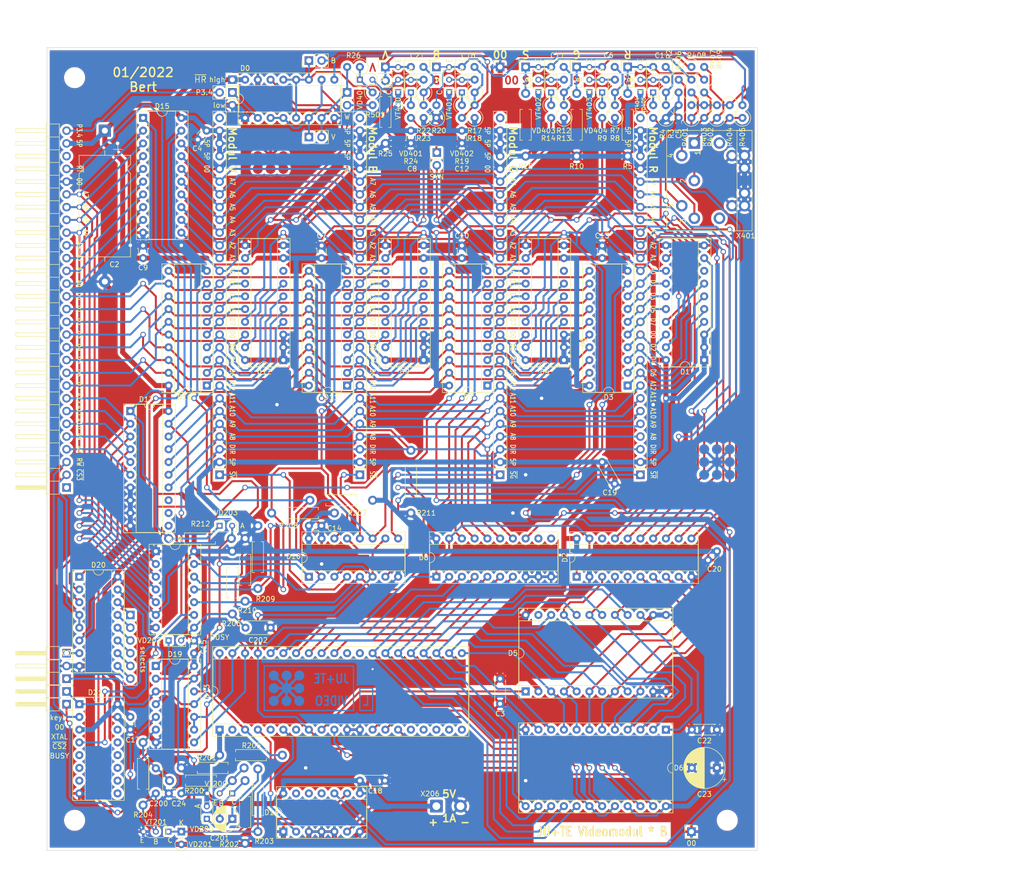
<source format=kicad_pcb>
(kicad_pcb (version 20171130) (host pcbnew 5.1.10)
  (title_block (title "Videomodul 2021") (date 1.2.22) (rev 3) (company Jugend+Technik) (comment 1 Bert))
  (layers (0 F.Cu signal) (31 B.Cu signal) (34 B.Paste user) (35 F.Paste user) (36 B.SilkS user) (37 F.SilkS user) (38 B.Mask user) (39 F.Mask user) (44 Edge.Cuts user))
  (net 0 "")
  (net 1 "Net-(C1-Pad2)")
  (net 2 "Net-(C6-Pad2)")
  (net 3 "Net-(C11-Pad2)")
  (net 4 "Net-(C16-Pad2)")
  (net 5 "Net-(C21-Pad2)")
  (net 6 "Net-(C200-Pad2)")
  (net 7 "Net-(C200-Pad1)")
  (net 8 "Net-(C201-Pad2)")
  (net 9 "Net-(C201-Pad1)")
  (net 10 "Net-(C202-Pad2)")
  (net 11 GND)
  (net 12 +5V)
  (net 13 /Videoausgabe/v)
  (net 14 T)
  (net 15 YV)
  (net 16 YB)
  (net 17 /Videoausgabe/~HR)
  (net 18 /Videoausgabe/b)
  (net 19 S1)
  (net 20 "Net-(D1-Pad8)")
  (net 21 YR)
  (net 22 "/Steuerung Video-RAM/VRD0")
  (net 23 "/Steuerung Video-RAM/VRD7")
  (net 24 "/Steuerung Video-RAM/VRD2")
  (net 25 "/Steuerung Video-RAM/VRD5")
  (net 26 "/Steuerung Video-RAM/VRD4")
  (net 27 "/Steuerung Video-RAM/VRD3")
  (net 28 "/Steuerung Video-RAM/VRD6")
  (net 29 "/Steuerung Video-RAM/VRD1")
  (net 30 CS2)
  (net 31 /Videoprozessor/VA3)
  (net 32 "Net-(D2-Pad18)")
  (net 33 /Videoprozessor/VA2)
  (net 34 VRA4)
  (net 35 /Videoprozessor/VA1)
  (net 36 VRA5)
  (net 37 /Videoprozessor/VA0)
  (net 38 VRA6)
  (net 39 /Videoprozessor/VA6)
  (net 40 VRA0)
  (net 41 /Videoprozessor/VA5)
  (net 42 VRA1)
  (net 43 /Videoprozessor/VA4)
  (net 44 VRA2)
  (net 45 VRA3)
  (net 46 D6)
  (net 47 ~ER)
  (net 48 D4)
  (net 49 D2)
  (net 50 D0)
  (net 51 D7)
  (net 52 D5)
  (net 53 D3)
  (net 54 D1)
  (net 55 DIR)
  (net 56 "Net-(D4-Pad8)")
  (net 57 YG)
  (net 58 "/Steuerung Video-RAM/VGD0")
  (net 59 "/Steuerung Video-RAM/VGD7")
  (net 60 "/Steuerung Video-RAM/VGD2")
  (net 61 "/Steuerung Video-RAM/VGD5")
  (net 62 "/Steuerung Video-RAM/VGD4")
  (net 63 "/Steuerung Video-RAM/VGD3")
  (net 64 "/Steuerung Video-RAM/VGD6")
  (net 65 "/Steuerung Video-RAM/VGD1")
  (net 66 "Net-(D5-Pad23)")
  (net 67 /Videoprozessor/VAD4)
  (net 68 /Videoprozessor/VAD3)
  (net 69 /Videoprozessor/VAD5)
  (net 70 /Videoprozessor/VAD2)
  (net 71 /Videoprozessor/VAD6)
  (net 72 /Videoprozessor/VAD1)
  (net 73 /Videoprozessor/VAD7)
  (net 74 /Videoprozessor/VA7)
  (net 75 /Videoprozessor/VAD0)
  (net 76 /Videoprozessor/~VAS)
  (net 77 /Videoprozessor/VA8)
  (net 78 /Videoprozessor/VA9)
  (net 79 /Videoprozessor/~VDS)
  (net 80 /Videoprozessor/VA10)
  (net 81 ~EG)
  (net 82 VRA12)
  (net 83 VRA11)
  (net 84 /Videoprozessor/xA7)
  (net 85 VRA10)
  (net 86 /Videoprozessor/xA8)
  (net 87 VRA9)
  (net 88 /Videoprozessor/xA9)
  (net 89 VRA8)
  (net 90 /Videoprozessor/xA10)
  (net 91 VRA7)
  (net 92 /Videoprozessor/xA11)
  (net 93 "Net-(D8-Pad12)")
  (net 94 /Videoprozessor/xA12)
  (net 95 "Net-(D8-Pad11)")
  (net 96 "Net-(D9-Pad8)")
  (net 97 "/Steuerung Video-RAM/VBD0")
  (net 98 "/Steuerung Video-RAM/VBD7")
  (net 99 "/Steuerung Video-RAM/VBD2")
  (net 100 "/Steuerung Video-RAM/VBD5")
  (net 101 "/Steuerung Video-RAM/VBD4")
  (net 102 "/Steuerung Video-RAM/VBD3")
  (net 103 "/Steuerung Video-RAM/VBD6")
  (net 104 "/Steuerung Video-RAM/VBD1")
  (net 105 ~SR)
  (net 106 ~EB)
  (net 107 ~SB)
  (net 108 ~SV)
  (net 109 ~EV)
  (net 110 ~SG)
  (net 111 ~CS2)
  (net 112 "Net-(D12-Pad8)")
  (net 113 "/Steuerung Video-RAM/VVD0")
  (net 114 "/Steuerung Video-RAM/VVD7")
  (net 115 "/Steuerung Video-RAM/VVD2")
  (net 116 "/Steuerung Video-RAM/VVD5")
  (net 117 "/Steuerung Video-RAM/VVD4")
  (net 118 "/Steuerung Video-RAM/VVD3")
  (net 119 "/Steuerung Video-RAM/VVD6")
  (net 120 "/Steuerung Video-RAM/VVD1")
  (net 121 "Net-(D13-Pad20)")
  (net 122 "Net-(D13-Pad19)")
  (net 123 "Net-(D13-Pad18)")
  (net 124 "Net-(D13-Pad17)")
  (net 125 "Net-(D13-Pad16)")
  (net 126 "Net-(D13-Pad30)")
  (net 127 ~SYN)
  (net 128 "Net-(D13-Pad29)")
  (net 129 "Net-(D13-Pad7)")
  (net 130 /Videoprozessor/~VRT)
  (net 131 "Net-(D13-Pad5)")
  (net 132 /Videoprozessor/VP3.7)
  (net 133 "Net-(D13-Pad3)")
  (net 134 "Net-(D13-Pad2)")
  (net 135 "Net-(D14-Pad13)")
  (net 136 "Net-(D14-Pad12)")
  (net 137 "Net-(D14-Pad11)")
  (net 138 ~CS2_delay)
  (net 139 /Videoprozessor/A0)
  (net 140 /Videoprozessor/A1)
  (net 141 /Videoprozessor/A2)
  (net 142 /Videoprozessor/A3)
  (net 143 /Videoprozessor/A4)
  (net 144 /Videoprozessor/A5)
  (net 145 /Videoprozessor/A6)
  (net 146 /Videoprozessor/A7)
  (net 147 /Videoprozessor/A8)
  (net 148 /Videoprozessor/A9)
  (net 149 /Videoprozessor/A10)
  (net 150 "Net-(D17-Pad13)")
  (net 151 /Videoprozessor/A11)
  (net 152 "Net-(D17-Pad12)")
  (net 153 /Videoprozessor/A12)
  (net 154 "Net-(D17-Pad11)")
  (net 155 /Videoprozessor/6000h-63FFh)
  (net 156 RT)
  (net 157 "Net-(D19-Pad4)")
  (net 158 "Net-(D19-Pad1)")
  (net 159 /Videoprozessor/7C00h-7FFFh)
  (net 160 /Videoprozessor/6400h-67FFh)
  (net 161 /Videoprozessor/6800h-6BFFh)
  (net 162 ~CS3)
  (net 163 /Videoprozessor/6C00h-6FFFh)
  (net 164 /Videoprozessor/7000h-73FFh)
  (net 165 /Videoprozessor/7400h-77FFh)
  (net 166 /Videoprozessor/7800h-7BFFh)
  (net 167 "Net-(D21-Pad7)")
  (net 168 "Net-(D21-Pad14)")
  (net 169 "Net-(D21-Pad6)")
  (net 170 "Net-(D21-Pad13)")
  (net 171 "Net-(D21-Pad5)")
  (net 172 "Net-(D21-Pad12)")
  (net 173 "Net-(D21-Pad11)")
  (net 174 "Net-(D21-Pad10)")
  (net 175 R~W)
  (net 176 "Net-(D21-Pad9)")
  (net 177 P3.4)
  (net 178 "Net-(R2-Pad2)")
  (net 179 "Net-(R4-Pad1)")
  (net 180 "Net-(R7-Pad2)")
  (net 181 "Net-(R9-Pad1)")
  (net 182 "Net-(R12-Pad2)")
  (net 183 "Net-(R14-Pad1)")
  (net 184 "Net-(R17-Pad2)")
  (net 185 "Net-(R19-Pad1)")
  (net 186 "Net-(R22-Pad2)")
  (net 187 "Net-(R24-Pad1)")
  (net 188 "Net-(R26-Pad1)")
  (net 189 "Net-(R200-Pad1)")
  (net 190 "Net-(X200-Pad27)")
  (net 191 "Net-(X200-Pad1)")
  (net 192 "Net-(X300-Pad29)")
  (net 193 "Net-(X301-Pad29)")
  (net 194 "Net-(X302-Pad29)")
  (net 195 "Net-(X303-Pad29)")
  (net 196 R)
  (net 197 G)
  (net 198 S)
  (net 199 B)
  (net 200 V)
  (net 201 "Net-(JP505-Pad2)")
  (net 202 "Net-(JP506-Pad1)")
  (net 203 /Scart-Ausgang/Rot)
  (net 204 /Scart-Ausgang/Grün)
  (net 205 /Scart-Ausgang/Blau)
  (net 206 /Scart-Ausgang/~AV~RGB)
  (net 207 /Scart-Ausgang/Sync_BAS)
  (net 208 /Videoprozessor/BUSY)
  (net 209 "Net-(D15-Pad1)")
  (module Connector_Wire:SolderWire-0.75sqmm_1x02_P4.8mm_D1.25mm_OD2.3mm (layer F.Cu) (at 121.92 200.66)
    (fp_text reference X206 (at -1.27 -2.47) (layer F.SilkS))
    (fp_text value POWER)
    (pad 2 thru_hole circle (at 4.8 0) (size 2.55 2.55) (drill 1.55) (layers *.Cu *.Mask) (net 11 GND))
    (pad 1 thru_hole roundrect (at 0 0) (size 2.55 2.55) (drill 1.55) (layers *.Cu *.Mask) (roundrect_rratio 0.09803882352941176) (net 12 +5V))
  )
  (module Tiny2k_Bauteile:jute_pcb_logo (layer B.Cu) (at 177.8 132.08)
    (fp_text reference LOGO2 hide)
    (fp_text value jute_pcb_logo hide)
    (pad 1 smd rect (at 0 0 270) (size 0.5 3.5) (layers B.Cu B.Paste B.Mask))
    (pad 1 smd rect (at 0 0) (size 0.5 3.5) (layers B.Cu B.Paste B.Mask))
    (pad 1 smd rect (at 0 0 225) (size 0.5 5.5) (layers B.Cu B.Paste B.Mask))
    (pad 1 smd circle (at 0 0) (size 2 2) (layers B.Cu B.Paste B.Mask))
    (pad 1 smd rect (at 0 0 315) (size 0.5 5.5) (layers B.Cu B.Paste B.Mask))
    (pad 1 smd circle (at -2.54 2.54) (size 2 2) (layers B.Cu B.Paste B.Mask))
    (pad 1 smd circle (at 0 2.54) (size 2 2) (layers B.Cu B.Paste B.Mask))
    (pad 1 smd circle (at 2.54 2.54) (size 2 2) (layers B.Cu B.Paste B.Mask))
    (pad 1 smd circle (at 2.54 0) (size 2 2) (layers B.Cu B.Paste B.Mask))
    (pad 1 smd circle (at 2.54 -2.54) (size 2 2) (layers B.Cu B.Paste B.Mask))
    (pad 1 smd circle (at 0 -2.54) (size 2 2) (layers B.Cu B.Paste B.Mask))
    (pad 1 smd circle (at -2.54 -2.54) (size 2 2) (layers B.Cu B.Paste B.Mask))
    (pad 1 smd circle (at -2.54 0) (size 2 2) (layers B.Cu B.Paste B.Mask))
  )
  (module Tiny2k_Bauteile:jute_pcb_logo (layer F.Cu) (at 88.9 71.12)
    (fp_text reference LOGO1 hide)
    (fp_text value jute_pcb_logo hide)
    (pad 1 smd rect (at 0 0 90) (size 0.5 3.5) (layers F.Cu F.Paste F.Mask))
    (pad 1 smd rect (at 0 0) (size 0.5 3.5) (layers F.Cu F.Paste F.Mask))
    (pad 1 smd rect (at 0 0 135) (size 0.5 5.5) (layers F.Cu F.Paste F.Mask))
    (pad 1 smd circle (at 0 0) (size 2 2) (layers F.Cu F.Paste F.Mask))
    (pad 1 smd rect (at 0 0 45) (size 0.5 5.5) (layers F.Cu F.Paste F.Mask))
    (pad 1 smd circle (at -2.54 -2.54) (size 2 2) (layers F.Cu F.Paste F.Mask))
    (pad 1 smd circle (at 0 -2.54) (size 2 2) (layers F.Cu F.Paste F.Mask))
    (pad 1 smd circle (at 2.54 -2.54) (size 2 2) (layers F.Cu F.Paste F.Mask))
    (pad 1 smd circle (at 2.54 0) (size 2 2) (layers F.Cu F.Paste F.Mask))
    (pad 1 smd circle (at 2.54 2.54) (size 2 2) (layers F.Cu F.Paste F.Mask))
    (pad 1 smd circle (at 0 2.54) (size 2 2) (layers F.Cu F.Paste F.Mask))
    (pad 1 smd circle (at -2.54 2.54) (size 2 2) (layers F.Cu F.Paste F.Mask))
    (pad 1 smd circle (at -2.54 0) (size 2 2) (layers F.Cu F.Paste F.Mask))
  )
  (module Tiny2k_Bauteile:jute_pcb_logo (layer B.Cu) (at 92.075 177.165)
    (fp_text reference LOGO2 hide)
    (fp_text value jute_pcb_logo hide)
    (pad 1 smd rect (at 0 0 270) (size 0.5 3.5) (layers B.Cu B.Paste B.Mask))
    (pad 1 smd rect (at 0 0) (size 0.5 3.5) (layers B.Cu B.Paste B.Mask))
    (pad 1 smd rect (at 0 0 225) (size 0.5 5.5) (layers B.Cu B.Paste B.Mask))
    (pad 1 smd circle (at 0 0) (size 2 2) (layers B.Cu B.Paste B.Mask))
    (pad 1 smd rect (at 0 0 315) (size 0.5 5.5) (layers B.Cu B.Paste B.Mask))
    (pad 1 smd circle (at -2.54 2.54) (size 2 2) (layers B.Cu B.Paste B.Mask))
    (pad 1 smd circle (at 0 2.54) (size 2 2) (layers B.Cu B.Paste B.Mask))
    (pad 1 smd circle (at 2.54 2.54) (size 2 2) (layers B.Cu B.Paste B.Mask))
    (pad 1 smd circle (at 2.54 0) (size 2 2) (layers B.Cu B.Paste B.Mask))
    (pad 1 smd circle (at 2.54 -2.54) (size 2 2) (layers B.Cu B.Paste B.Mask))
    (pad 1 smd circle (at 0 -2.54) (size 2 2) (layers B.Cu B.Paste B.Mask))
    (pad 1 smd circle (at -2.54 -2.54) (size 2 2) (layers B.Cu B.Paste B.Mask))
    (pad 1 smd circle (at -2.54 0) (size 2 2) (layers B.Cu B.Paste B.Mask))
  )
  (module Capacitor_THT:CP_Radial_D8.0mm_P5.00mm (layer F.Cu) (at 177.8 193.04 180)
    (fp_text reference C23 (at 2.5 -5.25) (layer F.SilkS))
    (fp_text value 47µF/10V)
    (pad 2 thru_hole circle (at 5 0 180) (size 1.6 1.6) (drill 0.8) (layers *.Cu *.Mask) (net 11 GND))
    (pad 1 thru_hole rect (at 0 0 180) (size 1.6 1.6) (drill 0.8) (layers *.Cu *.Mask) (net 12 +5V))
  )
  (module Tiny2k_Bauteile:DIN-Buchse_5polig_halbrund_Print_erweitert (layer F.Cu) (at 185.8 76 270)
    (fp_text reference X401 (at 10.995 2.285 180) (layer F.SilkS))
    (fp_text value DIN-5_180degree)
    (fp_text user 3 (at 8 14.75 90) (layer F.SilkS))
    (fp_text user 5 (at 5 17.25 90) (layer F.SilkS))
    (fp_text user 4 (at -5 17.25 90) (layer F.SilkS))
    (fp_text user 2 (at 0 14.75 90) (layer F.SilkS))
    (fp_text user 1 (at -5.515 11.81 90) (layer F.SilkS))
    (pad S thru_hole circle (at 5 5 270) (size 2.3 2.3) (drill 1.4) (layers *.Cu *.Mask) (net 11 GND))
    (pad S thru_hole circle (at -5 5 270) (size 2.3 2.3) (drill 1.4) (layers *.Cu *.Mask) (net 11 GND))
    (pad S thru_hole circle (at -5 2.5 270) (size 2.3 2.3) (drill 1.4) (layers *.Cu *.Mask) (net 11 GND))
    (pad S thru_hole circle (at 5 2.5 270) (size 2.3 2.3) (drill 1.4) (layers *.Cu *.Mask) (net 11 GND))
    (pad 1 thru_hole rect (at -7.5 12.5 270) (size 2.3 2.3) (drill 1.4) (layers *.Cu *.Mask) (net 204 /Scart-Ausgang/Grün))
    (pad 4 thru_hole circle (at -5 15 270) (size 2.3 2.3) (drill 1.4) (layers *.Cu *.Mask) (net 203 /Scart-Ausgang/Rot))
    (pad 2 thru_hole circle (at 0 12.5 270) (size 2.3 2.3) (drill 1.4) (layers *.Cu *.Mask) (net 205 /Scart-Ausgang/Blau))
    (pad 5 thru_hole circle (at 5 15 270) (size 2.3 2.3) (drill 1.4) (layers *.Cu *.Mask) (net 206 /Scart-Ausgang/~AV~RGB))
    (pad 3 thru_hole circle (at 7.5 12.5 270) (size 2.3 2.3) (drill 1.4) (layers *.Cu *.Mask) (net 207 /Scart-Ausgang/Sync_BAS))
    (pad S thru_hole circle (at -2.5 2.5 270) (size 2.3 2.3) (drill 1.4) (layers *.Cu *.Mask) (net 11 GND))
    (pad S thru_hole circle (at 2.5 2.5 270) (size 2.3 2.3) (drill 1.4) (layers *.Cu *.Mask) (net 11 GND))
    (pad "" np_thru_hole circle (at -7.5 7.5 270) (size 2.3 2.3) (drill 1.4) (layers *.Cu *.Mask))
    (pad "" np_thru_hole circle (at 7.5 7.5 270) (size 2.3 2.3) (drill 1.4) (layers *.Cu *.Mask))
  )
  (module "" (layer F.Cu) (at 74.93 53.34)
    (fp_text reference "" (at 76.2 54.61) (layer F.SilkS) (effects (font (size 1.27 1.27))))
    (fp_text value "" (at 76.2 54.61) (layer F.SilkS) (effects (font (size 1.27 1.27))))
    (fp_text user D0 (at 76.2 54.864 90) (layer F.SilkS))
  )
  (module "" (layer F.Cu) (at 76.2 54.61)
    (fp_text reference "" (at 162.56 57.13) (layer F.SilkS) (effects (font (size 1.27 1.27))))
    (fp_text value "" (at 162.56 57.13) (layer F.SilkS) (effects (font (size 1.27 1.27))))
  )
  (module RFT_sonstiges:T_E-Line_Wide_P2.5mm_Vertical (layer F.Cu) (at 162.56 57.13 90)
    (fp_text reference VT404 (at -3.83 -0.635 90) (layer F.SilkS) (effects (font (size 0.7 0.7))))
    (fp_text value SC236)
    (fp_text user C (at -0.02 -1.905 90) (layer F.SilkS))
    (fp_text user B (at 1.25 -2 90) (layer F.SilkS))
    (fp_text user E (at 5.06 0 90) (layer F.SilkS))
    (pad 3 thru_hole oval (at 3.75 0 90) (size 1.2 1.2) (drill 0.7) (layers *.Cu *.Mask) (net 196 R))
    (pad 1 thru_hole rect (at -1.25 0 90) (size 1.2 1.2) (drill 0.7) (layers *.Cu *.Mask) (net 12 +5V))
    (pad 2 thru_hole oval (at 1.25 0 90) (size 1.2 1.2) (drill 0.7) (layers *.Cu *.Mask) (net 178 "Net-(R2-Pad2)"))
  )
  (module RFT_sonstiges:T_E-Line_Wide_P2.5mm_Vertical (layer F.Cu) (at 152.4 57.13 90)
    (fp_text reference VT403 (at -4.465 0 90) (layer F.SilkS))
    (fp_text value SC236)
    (fp_text user C (at -0.02 -1.905 90) (layer F.SilkS))
    (fp_text user B (at 1.25 -2 90) (layer F.SilkS))
    (fp_text user E (at 5.06 0 90) (layer F.SilkS))
    (pad 3 thru_hole oval (at 3.75 0 90) (size 1.2 1.2) (drill 0.7) (layers *.Cu *.Mask) (net 197 G))
    (pad 1 thru_hole rect (at -1.25 0 90) (size 1.2 1.2) (drill 0.7) (layers *.Cu *.Mask) (net 12 +5V))
    (pad 2 thru_hole oval (at 1.25 0 90) (size 1.2 1.2) (drill 0.7) (layers *.Cu *.Mask) (net 180 "Net-(R7-Pad2)"))
  )
  (module RFT_sonstiges:T_E-Line_Wide_P2.5mm_Vertical (layer F.Cu) (at 142.24 57.13 90)
    (fp_text reference VT402 (at -4.465 0 90) (layer F.SilkS))
    (fp_text value SC236)
    (fp_text user C (at -0.02 -1.905 90) (layer F.SilkS))
    (fp_text user B (at 1.25 -2 90) (layer F.SilkS))
    (fp_text user E (at 5.06 0 90) (layer F.SilkS))
    (pad 3 thru_hole oval (at 3.75 0 90) (size 1.2 1.2) (drill 0.7) (layers *.Cu *.Mask) (net 198 S))
    (pad 1 thru_hole rect (at -1.25 0 90) (size 1.2 1.2) (drill 0.7) (layers *.Cu *.Mask) (net 12 +5V))
    (pad 2 thru_hole oval (at 1.25 0 90) (size 1.2 1.2) (drill 0.7) (layers *.Cu *.Mask) (net 182 "Net-(R12-Pad2)"))
  )
  (module RFT_sonstiges:T_E-Line_Wide_P2.5mm_Vertical (layer F.Cu) (at 124.46 57.13 90)
    (fp_text reference VT401 (at -4.465 0 90) (layer F.SilkS))
    (fp_text value SC236)
    (fp_text user C (at -1.29 -1.905 90) (layer F.SilkS))
    (fp_text user B (at 1.25 -2 90) (layer F.SilkS))
    (fp_text user E (at 5.06 0 90) (layer F.SilkS))
    (pad 3 thru_hole oval (at 3.75 0 90) (size 1.2 1.2) (drill 0.7) (layers *.Cu *.Mask) (net 199 B))
    (pad 1 thru_hole rect (at -1.25 0 90) (size 1.2 1.2) (drill 0.7) (layers *.Cu *.Mask) (net 12 +5V))
    (pad 2 thru_hole oval (at 1.25 0 90) (size 1.2 1.2) (drill 0.7) (layers *.Cu *.Mask) (net 184 "Net-(R17-Pad2)"))
  )
  (module RFT_sonstiges:T_E-Line_Wide_P2.5mm_Vertical (layer F.Cu) (at 114.3 57.13 90)
    (fp_text reference VT400 (at -4.465 0 90) (layer F.SilkS))
    (fp_text value SC236)
    (fp_text user C (at -1.29 -1.905 90) (layer F.SilkS))
    (fp_text user B (at -0.02 -1.905 90) (layer F.SilkS))
    (fp_text user E (at 5.06 0 90) (layer F.SilkS))
    (pad 3 thru_hole oval (at 3.75 0 90) (size 1.2 1.2) (drill 0.7) (layers *.Cu *.Mask) (net 200 V))
    (pad 1 thru_hole rect (at -1.25 0 90) (size 1.2 1.2) (drill 0.7) (layers *.Cu *.Mask) (net 12 +5V))
    (pad 2 thru_hole oval (at 1.25 0 90) (size 1.2 1.2) (drill 0.7) (layers *.Cu *.Mask) (net 186 "Net-(R22-Pad2)"))
  )
  (module RFT_sonstiges:T_E-Line_Wide_P2.5mm_Vertical (layer F.Cu) (at 67.29 205.74 180)
    (fp_text reference VT201 (at 1.25 1.905) (layer F.SilkS))
    (fp_text value SC236)
    (fp_text user C (at -1.6 -1.7) (layer F.SilkS))
    (fp_text user B (at 1.25 -2) (layer F.SilkS))
    (fp_text user E (at 4 -1.7) (layer F.SilkS))
    (pad 3 thru_hole oval (at 3.75 0 180) (size 1.2 1.2) (drill 0.7) (layers *.Cu *.Mask) (net 11 GND))
    (pad 1 thru_hole rect (at -1.25 0 180) (size 1.2 1.2) (drill 0.7) (layers *.Cu *.Mask) (net 130 /Videoprozessor/~VRT))
    (pad 2 thru_hole oval (at 1.25 0 180) (size 1.2 1.2) (drill 0.7) (layers *.Cu *.Mask) (net 7 "Net-(C200-Pad1)"))
  )
  (module RFT_sonstiges:T_E-Line_Wide_P2.5mm_Vertical (layer F.Cu) (at 80.01 198.12 180)
    (fp_text reference VT200 (at 2.01 1.9) (layer F.SilkS))
    (fp_text value SC308)
    (fp_text user C (at -1.6 -1.7) (layer F.SilkS))
    (fp_text user B (at 0.95 -2) (layer F.SilkS))
    (fp_text user E (at 2.105 -1.905) (layer F.SilkS))
    (pad 3 thru_hole oval (at 3.75 0 180) (size 1.2 1.2) (drill 0.7) (layers *.Cu *.Mask) (net 12 +5V))
    (pad 1 thru_hole rect (at -1.25 0 180) (size 1.2 1.2) (drill 0.7) (layers *.Cu *.Mask) (net 8 "Net-(C201-Pad2)"))
    (pad 2 thru_hole oval (at 1.25 0 180) (size 1.2 1.2) (drill 0.7) (layers *.Cu *.Mask) (net 189 "Net-(R200-Pad1)"))
  )
  (module Tiny2k_Bauteile:D_E-Line_P2.5mm_Vertical (layer F.Cu) (at 78.74 144.78)
    (fp_text reference VD203 (at 1.27 -2.609214) (layer F.SilkS))
    (fp_text value SAY32)
    (fp_text user A (at 4.54 0) (layer F.SilkS))
    (pad 2 thru_hole oval (at 2.5 0) (size 1.2 1.2) (drill 0.7) (layers *.Cu *.Mask) (net 111 ~CS2))
    (pad 1 thru_hole rect (at 0 0) (size 1.2 1.2) (drill 0.7) (layers *.Cu *.Mask) (net 209 "Net-(D15-Pad1)"))
  )
  (module Tiny2k_Bauteile:R_Axial_TGL8728_L5.9mm_D2.4mm_P12.50mm_Horizontal (layer F.Cu) (at 68.58 147.32)
    (fp_text reference R212 (at 6.35 -2.92) (layer F.SilkS))
    (fp_text value 1,5k)
    (pad 2 thru_hole circle (at 12.5 0 90) (size 1.8 1.8) (drill 1) (layers *.Cu *.Mask) (net 111 ~CS2))
    (pad 1 thru_hole circle (at 0 0) (size 1.8 1.8) (drill 1) (layers *.Cu *.Mask) (net 209 "Net-(D15-Pad1)"))
  )
  (module Connector_PinHeader_2.54mm:PinHeader_1x01_P2.54mm_Vertical (layer F.Cu) (at 172.72 205.74)
    (fp_text reference TP201 hide)
    (fp_text value 00 (at 0 2.33) (layer F.SilkS))
    (pad 1 thru_hole rect (at 0 0) (size 1.7 1.7) (drill 1) (layers *.Cu *.Mask) (net 11 GND))
  )
  (module MountingHole:MountingHole_3.2mm_M3_DIN965 (layer F.Cu) (at 179.86 55.48)
    (fp_text reference H3 hide)
    (fp_text value MountingHole hide)
    (pad 1 np_thru_hole circle (at 0 0) (size 3.2 3.2) (drill 3.2) (layers *.Cu *.Mask))
  )
  (module Connector_PinHeader_2.54mm:PinHeader_1x01_P2.54mm_Horizontal (layer F.Cu) (at 48.26 180.34 180)
    (fp_text reference X205 hide)
    (fp_text value BUSY (at 1.405 -10.295) (layer F.SilkS))
    (pad 1 thru_hole rect (at 0 0 180) (size 1.7 1.7) (drill 1) (layers *.Cu *.Mask) (net 208 /Videoprozessor/BUSY))
  )
  (module Resistor_THT:R_Axial_DIN0309_L9.0mm_D3.2mm_P2.54mm_Vertical (layer F.Cu) (at 175.26 55.88 270)
    (fp_text reference R409 (at -4.064 -3.048 270) (layer F.SilkS))
    (fp_text value 160)
    (pad 2 thru_hole oval (at 2.54 0 270) (size 1.6 1.6) (drill 0.8) (layers *.Cu *.Mask) (net 203 /Scart-Ausgang/Rot))
    (pad 1 thru_hole circle (at 0 0 270) (size 1.6 1.6) (drill 0.8) (layers *.Cu *.Mask) (net 196 R) (clearance 0.1))
  )
  (module Resistor_THT:R_Axial_DIN0309_L9.0mm_D3.2mm_P2.54mm_Vertical (layer F.Cu) (at 172.72 53.34)
    (fp_text reference R408 (at 1.016 -2.286) (layer F.SilkS))
    (fp_text value 160)
    (pad 2 thru_hole oval (at 2.54 0) (size 1.6 1.6) (drill 0.8) (layers *.Cu *.Mask) (net 204 /Scart-Ausgang/Grün) (clearance 0.1))
    (pad 1 thru_hole circle (at 0 0) (size 1.6 1.6) (drill 0.8) (layers *.Cu *.Mask) (net 197 G) (clearance 0.1))
  )
  (module Resistor_THT:R_Axial_DIN0309_L9.0mm_D3.2mm_P2.54mm_Vertical (layer F.Cu) (at 172.72 58.42 90)
    (fp_text reference R407 (at 6.604 4.318 270) (layer F.SilkS))
    (fp_text value 75)
    (pad 2 thru_hole oval (at 2.54 0 90) (size 1.6 1.6) (drill 0.8) (layers *.Cu *.Mask) (net 198 S) (clearance 0.1))
    (pad 1 thru_hole circle (at 0 0 90) (size 1.6 1.6) (drill 0.8) (layers *.Cu *.Mask) (net 207 /Scart-Ausgang/Sync_BAS) (clearance 0.1))
  )
  (module Resistor_THT:R_Axial_DIN0309_L9.0mm_D3.2mm_P2.54mm_Vertical (layer F.Cu) (at 170.18 55.88 270)
    (fp_text reference R406 (at -3.81 0 270) (layer F.SilkS))
    (fp_text value 100)
    (pad 2 thru_hole oval (at 2.54 0 270) (size 1.6 1.6) (drill 0.8) (layers *.Cu *.Mask) (net 12 +5V) (clearance 0.1))
    (pad 1 thru_hole circle (at 0 0 270) (size 1.6 1.6) (drill 0.8) (layers *.Cu *.Mask) (net 206 /Scart-Ausgang/~AV~RGB) (clearance 0.1))
  )
  (module Resistor_THT:R_Axial_DIN0309_L9.0mm_D3.2mm_P2.54mm_Vertical (layer F.Cu) (at 182.88 63.5 90)
    (fp_text reference R405 (at -3.81 0 270) (layer F.SilkS))
    (fp_text value 160)
    (pad 2 thru_hole oval (at 2.54 0 90) (size 1.6 1.6) (drill 0.8) (layers *.Cu *.Mask) (net 199 B) (clearance 0.1))
    (pad 1 thru_hole circle (at 0 0 90) (size 1.6 1.6) (drill 0.8) (layers *.Cu *.Mask) (net 205 /Scart-Ausgang/Blau) (clearance 0.1))
  )
  (module Resistor_THT:R_Axial_DIN0309_L9.0mm_D3.2mm_P2.54mm_Vertical (layer F.Cu) (at 180.34 60.96 270)
    (fp_text reference R404 (at 6.35 0 270) (layer F.SilkS))
    (fp_text value 220)
    (pad 2 thru_hole oval (at 2.54 0 270) (size 1.6 1.6) (drill 0.8) (layers *.Cu *.Mask) (net 205 /Scart-Ausgang/Blau))
    (pad 1 thru_hole circle (at 0 0 270) (size 1.6 1.6) (drill 0.8) (layers *.Cu *.Mask) (net 200 V) (clearance 0.1))
  )
  (module Resistor_THT:R_Axial_DIN0309_L9.0mm_D3.2mm_P2.54mm_Vertical (layer F.Cu) (at 175.26 60.96 270)
    (fp_text reference R403 (at 6.35 0 270) (layer F.SilkS))
    (fp_text value 220)
    (pad 2 thru_hole oval (at 2.54 0 270) (size 1.6 1.6) (drill 0.8) (layers *.Cu *.Mask) (net 203 /Scart-Ausgang/Rot))
    (pad 1 thru_hole circle (at 0 0 270) (size 1.6 1.6) (drill 0.8) (layers *.Cu *.Mask) (net 200 V) (clearance 0.1))
  )
  (module Resistor_THT:R_Axial_DIN0309_L9.0mm_D3.2mm_P2.54mm_Vertical (layer F.Cu) (at 177.8 63.5 90)
    (fp_text reference R402 (at -3.81 -1.27 270) (layer F.SilkS))
    (fp_text value 220)
    (pad 2 thru_hole oval (at 2.54 0 90) (size 1.6 1.6) (drill 0.8) (layers *.Cu *.Mask) (net 200 V) (clearance 0.1))
    (pad 1 thru_hole circle (at 0 0 90) (size 1.6 1.6) (drill 0.8) (layers *.Cu *.Mask) (net 204 /Scart-Ausgang/Grün))
  )
  (module Resistor_THT:R_Axial_DIN0309_L9.0mm_D3.2mm_P2.54mm_Vertical (layer F.Cu) (at 172.72 63.5 90)
    (fp_text reference R401 (at -3.81 -1.27 270) (layer F.SilkS))
    (fp_text value 51)
    (pad 2 thru_hole oval (at 2.54 0 90) (size 1.6 1.6) (drill 0.8) (layers *.Cu *.Mask) (net 200 V) (clearance 0.1))
    (pad 1 thru_hole circle (at 0 0 90) (size 1.6 1.6) (drill 0.8) (layers *.Cu *.Mask) (net 207 /Scart-Ausgang/Sync_BAS) (clearance 0.1))
  )
  (module Connector_PinHeader_2.54mm:PinHeader_1x01_P2.54mm_Vertical (layer F.Cu) (at 160.02 53.34)
    (fp_text reference TP404 hide)
    (fp_text value R)
    (pad 1 thru_hole rect (at 0 0) (size 1.7 1.7) (drill 1) (layers *.Cu *.Mask) (net 196 R))
  )
  (module Connector_PinHeader_2.54mm:PinHeader_1x01_P2.54mm_Vertical (layer F.Cu) (at 149.86 53.34)
    (fp_text reference TP403 hide)
    (fp_text value G)
    (pad 1 thru_hole rect (at 0 0) (size 1.7 1.7) (drill 1) (layers *.Cu *.Mask) (net 197 G))
  )
  (module Connector_PinHeader_2.54mm:PinHeader_1x01_P2.54mm_Vertical (layer F.Cu) (at 139.7 53.34)
    (fp_text reference TP402 hide)
    (fp_text value S)
    (pad 1 thru_hole rect (at 0 0) (size 1.7 1.7) (drill 1) (layers *.Cu *.Mask) (net 198 S))
  )
  (module Connector_PinHeader_2.54mm:PinHeader_1x01_P2.54mm_Vertical (layer F.Cu) (at 121.92 53.34)
    (fp_text reference TP401 hide)
    (fp_text value B)
    (pad 1 thru_hole rect (at 0 0) (size 1.7 1.7) (drill 1) (layers *.Cu *.Mask) (net 199 B))
  )
  (module Connector_PinHeader_2.54mm:PinHeader_1x01_P2.54mm_Vertical (layer F.Cu) (at 111.76 53.34)
    (fp_text reference TP400 hide)
    (fp_text value V)
    (pad 1 thru_hole rect (at 0 0) (size 1.7 1.7) (drill 1) (layers *.Cu *.Mask) (net 200 V))
  )
  (module Resistor_THT:R_Axial_DIN0309_L9.0mm_D3.2mm_P2.54mm_Vertical (layer F.Cu) (at 109.22 58.42 270)
    (fp_text reference R501 (at 4.445 -0.508 180) (layer F.SilkS))
    (fp_text value 3,3k)
    (pad 2 thru_hole oval (at 2.54 0 270) (size 1.6 1.6) (drill 0.8) (layers *.Cu *.Mask) (net 201 "Net-(JP505-Pad2)"))
    (pad 1 thru_hole circle (at 0 0 270) (size 1.6 1.6) (drill 0.8) (layers *.Cu *.Mask) (net 188 "Net-(R26-Pad1)") (clearance 0.1))
  )
  (module Connector_PinHeader_2.54mm:PinHeader_1x02_P2.54mm_Vertical (layer F.Cu) (at 96.52 52.07 90)
    (fp_text reference JP507 hide)
    (fp_text value B (at 0 4.87) (layer F.SilkS))
    (pad 2 thru_hole oval (at 0 2.54 90) (size 1.7 1.7) (drill 1) (layers *.Cu *.Mask) (net 18 /Videoausgabe/b))
    (pad 1 thru_hole rect (at 0 0 90) (size 1.7 1.7) (drill 1) (layers *.Cu *.Mask) (net 16 YB))
  )
  (module Connector_PinHeader_2.54mm:PinHeader_1x02_P2.54mm_Vertical (layer F.Cu) (at 122 70.4)
    (fp_text reference JP506 hide)
    (fp_text value SYN (at 0 4.87) (layer F.SilkS))
    (pad 2 thru_hole oval (at 0 2.54) (size 1.7 1.7) (drill 1) (layers *.Cu *.Mask) (net 127 ~SYN))
    (pad 1 thru_hole rect (at 0 0) (size 1.7 1.7) (drill 1) (layers *.Cu *.Mask) (net 202 "Net-(JP506-Pad1)"))
  )
  (module Connector_PinHeader_2.54mm:PinHeader_1x02_P2.54mm_Vertical (layer F.Cu) (at 104.14 58.42)
    (fp_text reference JP505 hide)
    (fp_text value W (at 0 4.87) (layer F.SilkS))
    (pad 2 thru_hole oval (at 0 2.54) (size 1.7 1.7) (drill 1) (layers *.Cu *.Mask) (net 201 "Net-(JP505-Pad2)"))
    (pad 1 thru_hole rect (at 0 0) (size 1.7 1.7) (drill 1) (layers *.Cu *.Mask) (net 13 /Videoausgabe/v))
  )
  (module Connector_PinHeader_2.54mm:PinHeader_1x02_P2.54mm_Vertical (layer F.Cu) (at 81.28 58.42)
    (fp_text reference JP504 hide)
    (fp_text value HR_low)
    (pad 2 thru_hole oval (at 0 2.54) (size 1.7 1.7) (drill 1) (layers *.Cu *.Mask) (net 11 GND))
    (pad 1 thru_hole rect (at 0 0) (size 1.7 1.7) (drill 1) (layers *.Cu *.Mask) (net 17 /Videoausgabe/~HR))
  )
  (module Connector_PinHeader_2.54mm:PinHeader_1x02_P2.54mm_Vertical (layer F.Cu) (at 81.28 58.42 270)
    (fp_text reference JP503 hide)
    (fp_text value HR_P34)
    (pad 2 thru_hole oval (at 0 2.54 270) (size 1.7 1.7) (drill 1) (layers *.Cu *.Mask) (net 177 P3.4))
    (pad 1 thru_hole rect (at 0 0 270) (size 1.7 1.7) (drill 1) (layers *.Cu *.Mask) (net 17 /Videoausgabe/~HR))
  )
  (module Connector_PinHeader_2.54mm:PinHeader_1x02_P2.54mm_Vertical (layer F.Cu) (at 96.52 67.31 90)
    (fp_text reference JP502 hide)
    (fp_text value V (at 0 4.87 180) (layer F.SilkS))
    (pad 2 thru_hole oval (at 0 2.54 90) (size 1.7 1.7) (drill 1) (layers *.Cu *.Mask) (net 13 /Videoausgabe/v))
    (pad 1 thru_hole rect (at 0 0 90) (size 1.7 1.7) (drill 1) (layers *.Cu *.Mask) (net 15 YV))
  )
  (module Connector_PinHeader_2.54mm:PinHeader_1x02_P2.54mm_Vertical (layer F.Cu) (at 81.28 55.88)
    (fp_text reference JP501 hide)
    (fp_text value HR_high)
    (pad 2 thru_hole oval (at 0 2.54) (size 1.7 1.7) (drill 1) (layers *.Cu *.Mask) (net 17 /Videoausgabe/~HR))
    (pad 1 thru_hole rect (at 0 0) (size 1.7 1.7) (drill 1) (layers *.Cu *.Mask) (net 12 +5V))
  )
  (module Diode_THT:D_DO-34_SOD68_P2.54mm_Vertical_KathodeUp (layer F.Cu) (at 71.12 205.74 270)
    (fp_text reference VD201 (at 2.54 -3.81 180) (layer F.SilkS))
    (fp_text value SZX21/7.5)
    (fp_text user K (at -1.75 0 180) (layer F.SilkS))
    (pad 2 thru_hole oval (at 2.54 0 270) (size 1.5 1.5) (drill 0.75) (layers *.Cu *.Mask) (net 11 GND))
    (pad 1 thru_hole rect (at 0 0 270) (size 1.5 1.5) (drill 0.75) (layers *.Cu *.Mask) (net 130 /Videoprozessor/~VRT))
  )
  (module Capacitor_THT:C_Disc_D4.3mm_W1.9mm_P5.00mm (layer F.Cu) (at 106.68 195.58)
    (fp_text reference C18 (at 3.048 2.032) (layer F.SilkS))
    (fp_text value 22nF)
    (pad 2 thru_hole circle (at 5 0) (size 1.6 1.6) (drill 0.8) (layers *.Cu *.Mask) (net 11 GND))
    (pad 1 thru_hole circle (at 0 0) (size 1.6 1.6) (drill 0.8) (layers *.Cu *.Mask) (net 12 +5V))
  )
  (module Capacitor_THT:C_Disc_D3.0mm_W1.6mm_P2.50mm (layer F.Cu) (at 71.12 198.12 180)
    (fp_text reference C24 (at 0.508 -2.05) (layer F.SilkS))
    (fp_text value 22nF)
    (pad 2 thru_hole circle (at 2.5 0 180) (size 1.6 1.6) (drill 0.8) (layers *.Cu *.Mask) (net 11 GND))
    (pad 1 thru_hole circle (at 0 0 180) (size 1.6 1.6) (drill 0.8) (layers *.Cu *.Mask) (net 12 +5V) (clearance 0.1))
  )
  (module Connector_PinHeader_2.54mm:PinHeader_1x02_P2.54mm_Horizontal (layer F.Cu) (at 48.26 175.26 180)
    (fp_text reference X202 hide)
    (fp_text value XTAL)
    (pad 2 thru_hole oval (at 0 2.54 180) (size 1.7 1.7) (drill 1) (layers *.Cu *.Mask) (net 11 GND))
    (pad 1 thru_hole rect (at 0 0 180) (size 1.7 1.7) (drill 1) (layers *.Cu *.Mask) (net 158 "Net-(D19-Pad1)"))
  )
  (module Capacitor_THT:C_Disc_D4.3mm_W1.9mm_P5.00mm (layer F.Cu) (at 177.8 185.42 180)
    (fp_text reference C22 (at 2.5 -2.2) (layer F.SilkS))
    (fp_text value 100nF)
    (pad 2 thru_hole circle (at 5 0 180) (size 1.6 1.6) (drill 0.8) (layers *.Cu *.Mask) (net 11 GND))
    (pad 1 thru_hole circle (at 0 0 180) (size 1.6 1.6) (drill 0.8) (layers *.Cu *.Mask) (net 12 +5V))
  )
  (module Capacitor_THT:C_Disc_D3.0mm_W1.6mm_P2.50mm (layer F.Cu) (at 177.8 149.86 225)
    (fp_text reference C20 (at 2.873682 -2.155261) (layer F.SilkS))
    (fp_text value 22nF)
    (pad 2 thru_hole circle (at 2.5 0 225) (size 1.6 1.6) (drill 0.8) (layers *.Cu *.Mask) (net 11 GND))
    (pad 1 thru_hole circle (at 0 0 225) (size 1.6 1.6) (drill 0.8) (layers *.Cu *.Mask) (net 12 +5V))
  )
  (module Capacitor_THT:C_Disc_D4.3mm_W1.9mm_P5.00mm (layer F.Cu) (at 154.94 132.08 300)
    (fp_text reference C19 (at 6.041291 1.728177) (layer F.SilkS))
    (fp_text value 100nF)
    (pad 2 thru_hole circle (at 5 0 300) (size 1.6 1.6) (drill 0.8) (layers *.Cu *.Mask) (net 11 GND))
    (pad 1 thru_hole circle (at 0 0 300) (size 1.6 1.6) (drill 0.8) (layers *.Cu *.Mask) (net 12 +5V))
  )
  (module Capacitor_THT:C_Disc_D3.0mm_W1.6mm_P2.50mm (layer F.Cu) (at 60.96 182.88 270)
    (fp_text reference C17 (at 4.572 -0.508 180) (layer F.SilkS))
    (fp_text value 22nF)
    (pad 2 thru_hole circle (at 2.5 0 270) (size 1.6 1.6) (drill 0.8) (layers *.Cu *.Mask) (net 11 GND))
    (pad 1 thru_hole circle (at 0 0 270) (size 1.6 1.6) (drill 0.8) (layers *.Cu *.Mask) (net 12 +5V))
  )
  (module Capacitor_THT:C_Disc_D3.0mm_W1.6mm_P2.50mm (layer F.Cu) (at 73.66 170.18 90)
    (fp_text reference C15 (at 1.25 1.905 90) (layer F.SilkS))
    (fp_text value 22nF)
    (pad 2 thru_hole circle (at 2.5 0 90) (size 1.6 1.6) (drill 0.8) (layers *.Cu *.Mask) (net 11 GND))
    (pad 1 thru_hole circle (at 0 0 90) (size 1.6 1.6) (drill 0.8) (layers *.Cu *.Mask) (net 12 +5V))
  )
  (module Capacitor_THT:C_Disc_D3.0mm_W1.6mm_P2.50mm (layer F.Cu) (at 96.52 144.78)
    (fp_text reference C14 (at 5.08 0.508) (layer F.SilkS))
    (fp_text value 22nF)
    (pad 2 thru_hole circle (at 2.5 0) (size 1.6 1.6) (drill 0.8) (layers *.Cu *.Mask) (net 11 GND))
    (pad 1 thru_hole circle (at 0 0) (size 1.6 1.6) (drill 0.8) (layers *.Cu *.Mask) (net 12 +5V))
  )
  (module Capacitor_THT:C_Disc_D3.0mm_W1.6mm_P2.50mm (layer F.Cu) (at 154.94 91.44 90)
    (fp_text reference C13 (at 4.445 0 180) (layer F.SilkS))
    (fp_text value 22nF)
    (pad 2 thru_hole circle (at 2.5 0 90) (size 1.6 1.6) (drill 0.8) (layers *.Cu *.Mask) (net 11 GND))
    (pad 1 thru_hole circle (at 0 0 90) (size 1.6 1.6) (drill 0.8) (layers *.Cu *.Mask) (net 12 +5V))
  )
  (module Capacitor_THT:C_Disc_D3.0mm_W1.6mm_P2.50mm (layer F.Cu) (at 127 66.04 270)
    (fp_text reference C12 (at 7.62 0 180) (layer F.SilkS))
    (fp_text value 22nF)
    (pad 2 thru_hole circle (at 2.5 0 270) (size 1.6 1.6) (drill 0.8) (layers *.Cu *.Mask) (net 11 GND))
    (pad 1 thru_hole circle (at 0 0 270) (size 1.6 1.6) (drill 0.8) (layers *.Cu *.Mask) (net 12 +5V))
  )
  (module Capacitor_THT:C_Disc_D3.0mm_W1.6mm_P2.50mm (layer F.Cu) (at 127 91.44 90)
    (fp_text reference C10 (at 4.445 0 180) (layer F.SilkS))
    (fp_text value 22nF)
    (pad 2 thru_hole circle (at 2.5 0 90) (size 1.6 1.6) (drill 0.8) (layers *.Cu *.Mask) (net 11 GND))
    (pad 1 thru_hole circle (at 0 0 90) (size 1.6 1.6) (drill 0.8) (layers *.Cu *.Mask) (net 12 +5V))
  )
  (module Capacitor_THT:C_Disc_D3.0mm_W1.6mm_P2.50mm (layer F.Cu) (at 63.5 91.44 90)
    (fp_text reference C9 (at -1.905 0 180) (layer F.SilkS))
    (fp_text value 22nF)
    (pad 2 thru_hole circle (at 2.5 0 90) (size 1.6 1.6) (drill 0.8) (layers *.Cu *.Mask) (net 11 GND))
    (pad 1 thru_hole circle (at 0 0 90) (size 1.6 1.6) (drill 0.8) (layers *.Cu *.Mask) (net 12 +5V))
  )
  (module Capacitor_THT:C_Disc_D3.0mm_W1.6mm_P2.50mm (layer F.Cu) (at 116.84 66.04 270)
    (fp_text reference C8 (at 7.62 -0.254 180) (layer F.SilkS))
    (fp_text value 22nF)
    (pad 2 thru_hole circle (at 2.5 0 270) (size 1.6 1.6) (drill 0.8) (layers *.Cu *.Mask) (net 11 GND))
    (pad 1 thru_hole circle (at 0 0 270) (size 1.6 1.6) (drill 0.8) (layers *.Cu *.Mask) (net 12 +5V))
  )
  (module Capacitor_THT:C_Disc_D3.0mm_W1.6mm_P2.50mm (layer F.Cu) (at 99.06 91.44 90)
    (fp_text reference C7 (at 4.445 0 180) (layer F.SilkS))
    (fp_text value 22nF)
    (pad 2 thru_hole circle (at 2.5 0 90) (size 1.6 1.6) (drill 0.8) (layers *.Cu *.Mask) (net 11 GND))
    (pad 1 thru_hole circle (at 0 0 90) (size 1.6 1.6) (drill 0.8) (layers *.Cu *.Mask) (net 12 +5V))
  )
  (module Capacitor_THT:C_Disc_D3.0mm_W1.6mm_P2.50mm (layer F.Cu) (at 170.18 60.96 270)
    (fp_text reference C5 (at 5.715 0 270) (layer F.SilkS))
    (fp_text value 22nF)
    (pad 2 thru_hole circle (at 2.5 0 270) (size 1.6 1.6) (drill 0.8) (layers *.Cu *.Mask) (net 11 GND) (clearance 0.1))
    (pad 1 thru_hole circle (at 0 0 270) (size 1.6 1.6) (drill 0.8) (layers *.Cu *.Mask) (net 12 +5V) (clearance 0.1))
  )
  (module Capacitor_THT:C_Disc_D3.0mm_W1.6mm_P2.50mm (layer F.Cu) (at 76.16 66.04 225)
    (fp_text reference C4 (at 3.833226 -1.195718) (layer F.SilkS))
    (fp_text value 22nF)
    (pad 2 thru_hole circle (at 2.5 0 225) (size 1.6 1.6) (drill 0.8) (layers *.Cu *.Mask) (net 11 GND))
    (pad 1 thru_hole circle (at 0 0 225) (size 1.6 1.6) (drill 0.8) (layers *.Cu *.Mask) (net 12 +5V))
  )
  (module Capacitor_THT:C_Disc_D4.3mm_W1.9mm_P5.00mm (layer F.Cu) (at 134.62 175.26 270)
    (fp_text reference C3 (at 6.985 0 180) (layer F.SilkS))
    (fp_text value 100nF)
    (pad 2 thru_hole circle (at 5 0 270) (size 1.6 1.6) (drill 0.8) (layers *.Cu *.Mask) (net 11 GND))
    (pad 1 thru_hole circle (at 0 0 270) (size 1.6 1.6) (drill 0.8) (layers *.Cu *.Mask) (net 12 +5V))
  )
  (module Tiny2k_Bauteile:CP_Axial_L25.0mm_D10.0mm_P30.00mm_Horizontal (layer F.Cu) (at 55.88 66.04 270)
    (fp_text reference C2 (at 26.67 -1.905 180) (layer F.SilkS))
    (fp_text value 220µF/16V)
    (pad 2 thru_hole oval (at 30.08 0 270) (size 2.4 2.4) (drill 1.2) (layers *.Cu *.Mask) (net 11 GND))
    (pad 1 thru_hole rect (at 0 0 270) (size 2.4 2.4) (drill 1.2) (layers *.Cu *.Mask) (net 12 +5V))
  )
  (module Connector_PinHeader_2.54mm:PinHeader_1x01_P2.54mm_Vertical (layer F.Cu) (at 134.62 53.34)
    (fp_text reference X405 hide)
    (fp_text value 00)
    (pad 1 thru_hole rect (at 0 0) (size 1.7 1.7) (drill 1) (layers *.Cu *.Mask) (net 11 GND))
  )
  (module Capacitor_THT:C_Disc_D5.0mm_W2.5mm_P5.00mm (layer F.Cu) (at 88.9 165.1 180)
    (fp_text reference C202 (at 2.5 -2.5) (layer F.SilkS))
    (fp_text value 220p)
    (pad 2 thru_hole circle (at 5 0 180) (size 1.6 1.6) (drill 0.8) (layers *.Cu *.Mask) (net 10 "Net-(C202-Pad2)"))
    (pad 1 thru_hole circle (at 0 0 180) (size 1.6 1.6) (drill 0.8) (layers *.Cu *.Mask) (net 11 GND))
  )
  (module Resistor_THT:R_Axial_DIN0309_L9.0mm_D3.2mm_P2.54mm_Vertical (layer F.Cu) (at 121.92 63.5 90)
    (fp_text reference R20 (at -2.54 0.508 180) (layer F.SilkS))
    (fp_text value 220)
    (pad 2 thru_hole oval (at 2.54 0 90) (size 1.6 1.6) (drill 0.8) (layers *.Cu *.Mask) (net 199 B))
    (pad 1 thru_hole circle (at 0 0 90) (size 1.6 1.6) (drill 0.8) (layers *.Cu *.Mask) (net 11 GND))
  )
  (module Tiny2k_Bauteile:D_E-Line_P2.5mm_Vertical (layer F.Cu) (at 165.1 58.42 90)
    (fp_text reference VD405 (at -2.54 -1.905 270) (layer F.SilkS) (effects (font (size 0.7 0.7))))
    (fp_text value SAY32)
    (fp_text user A (at 4.54 0 90) (layer F.SilkS))
    (pad 2 thru_hole oval (at 2.5 0 90) (size 1.2 1.2) (drill 0.7) (layers *.Cu *.Mask) (net 178 "Net-(R2-Pad2)"))
    (pad 1 thru_hole rect (at 0 0 90) (size 1.2 1.2) (drill 0.7) (layers *.Cu *.Mask) (net 179 "Net-(R4-Pad1)"))
  )
  (module Tiny2k_Bauteile:D_E-Line_P2.5mm_Vertical (layer F.Cu) (at 154.94 58.42 90)
    (fp_text reference VD404 (at -7.62 -1.27 180) (layer F.SilkS))
    (fp_text value SAY32)
    (fp_text user A (at 4.54 0 90) (layer F.SilkS))
    (pad 2 thru_hole oval (at 2.5 0 90) (size 1.2 1.2) (drill 0.7) (layers *.Cu *.Mask) (net 180 "Net-(R7-Pad2)"))
    (pad 1 thru_hole rect (at 0 0 90) (size 1.2 1.2) (drill 0.7) (layers *.Cu *.Mask) (net 181 "Net-(R9-Pad1)"))
  )
  (module Tiny2k_Bauteile:D_E-Line_P2.5mm_Vertical (layer F.Cu) (at 144.78 58.42 90)
    (fp_text reference VD403 (at -7.62 -1.47 180) (layer F.SilkS))
    (fp_text value SAY32)
    (fp_text user A (at 4.54 0 90) (layer F.SilkS))
    (pad 2 thru_hole oval (at 2.5 0 90) (size 1.2 1.2) (drill 0.7) (layers *.Cu *.Mask) (net 182 "Net-(R12-Pad2)"))
    (pad 1 thru_hole rect (at 0 0 90) (size 1.2 1.2) (drill 0.7) (layers *.Cu *.Mask) (net 183 "Net-(R14-Pad1)"))
  )
  (module Tiny2k_Bauteile:D_E-Line_P2.5mm_Vertical (layer F.Cu) (at 127 58.42 90)
    (fp_text reference VD402 (at -12.192 0 180) (layer F.SilkS))
    (fp_text value SAY32)
    (fp_text user A (at 4.54 0 90) (layer F.SilkS))
    (pad 2 thru_hole oval (at 2.5 0 90) (size 1.2 1.2) (drill 0.7) (layers *.Cu *.Mask) (net 184 "Net-(R17-Pad2)"))
    (pad 1 thru_hole rect (at 0 0 90) (size 1.2 1.2) (drill 0.7) (layers *.Cu *.Mask) (net 185 "Net-(R19-Pad1)"))
  )
  (module Tiny2k_Bauteile:D_E-Line_P2.5mm_Vertical (layer F.Cu) (at 116.84 58.42 90)
    (fp_text reference VD401 (at -12.192 0 180) (layer F.SilkS))
    (fp_text value SAY32)
    (fp_text user A (at 4.54 0 90) (layer F.SilkS))
    (pad 2 thru_hole oval (at 2.5 0 90) (size 1.2 1.2) (drill 0.7) (layers *.Cu *.Mask) (net 186 "Net-(R22-Pad2)"))
    (pad 1 thru_hole rect (at 0 0 90) (size 1.2 1.2) (drill 0.7) (layers *.Cu *.Mask) (net 187 "Net-(R24-Pad1)"))
  )
  (module Tiny2k_Bauteile:D_E-Line_P2.5mm_Vertical (layer F.Cu) (at 106.68 55.88)
    (fp_text reference VD400 (at 0 3.556 90) (layer F.SilkS))
    (fp_text value SAY32)
    (fp_text user A (at 4.54 0) (layer F.SilkS))
    (pad 2 thru_hole oval (at 2.5 0) (size 1.2 1.2) (drill 0.7) (layers *.Cu *.Mask) (net 186 "Net-(R22-Pad2)") (clearance 0.1))
    (pad 1 thru_hole rect (at 0 0) (size 1.2 1.2) (drill 0.7) (layers *.Cu *.Mask) (net 188 "Net-(R26-Pad1)"))
  )
  (module Tiny2k_Bauteile:D_E-Line_P2.5mm_Vertical (layer F.Cu) (at 68.58 167.64)
    (fp_text reference VD202 (at -3.81 0) (layer F.SilkS))
    (fp_text value SAY32)
    (fp_text user A (at 4.54 0) (layer F.SilkS))
    (pad 2 thru_hole oval (at 2.5 0) (size 1.2 1.2) (drill 0.7) (layers *.Cu *.Mask) (net 10 "Net-(C202-Pad2)"))
    (pad 1 thru_hole rect (at 0 0) (size 1.2 1.2) (drill 0.7) (layers *.Cu *.Mask) (net 157 "Net-(D19-Pad4)"))
  )
  (module Tiny2k_Bauteile:D_E-Line_P2.5mm_Vertical (layer F.Cu) (at 76.2 203.2 90)
    (fp_text reference VD200 (at -2.032 -1.016 180) (layer F.SilkS))
    (fp_text value SAY32)
    (fp_text user A (at 2.54 -1.87 90) (layer F.SilkS))
    (pad 2 thru_hole oval (at 2.5 0 90) (size 1.2 1.2) (drill 0.7) (layers *.Cu *.Mask) (net 12 +5V))
    (pad 1 thru_hole rect (at 0 0 90) (size 1.2 1.2) (drill 0.7) (layers *.Cu *.Mask) (net 9 "Net-(C201-Pad1)"))
  )
  (module Package_DIP:DIP-16_W7.62mm_Socket (layer F.Cu) (at 50.8 180.34)
    (fp_text reference D21 (at 3.175 -2.33) (layer F.SilkS))
    (fp_text value DL257D)
    (pad 16 thru_hole oval (at 7.62 0) (size 1.6 1.6) (drill 0.8) (layers *.Cu *.Mask) (net 12 +5V))
    (pad 8 thru_hole oval (at 0 17.78) (size 1.6 1.6) (drill 0.8) (layers *.Cu *.Mask) (net 11 GND))
    (pad 15 thru_hole oval (at 7.62 2.54) (size 1.6 1.6) (drill 0.8) (layers *.Cu *.Mask) (net 11 GND))
    (pad 7 thru_hole oval (at 0 15.24) (size 1.6 1.6) (drill 0.8) (layers *.Cu *.Mask) (net 167 "Net-(D21-Pad7)"))
    (pad 14 thru_hole oval (at 7.62 5.08) (size 1.6 1.6) (drill 0.8) (layers *.Cu *.Mask) (net 168 "Net-(D21-Pad14)"))
    (pad 6 thru_hole oval (at 0 12.7) (size 1.6 1.6) (drill 0.8) (layers *.Cu *.Mask) (net 169 "Net-(D21-Pad6)"))
    (pad 13 thru_hole oval (at 7.62 7.62) (size 1.6 1.6) (drill 0.8) (layers *.Cu *.Mask) (net 170 "Net-(D21-Pad13)"))
    (pad 5 thru_hole oval (at 0 10.16) (size 1.6 1.6) (drill 0.8) (layers *.Cu *.Mask) (net 171 "Net-(D21-Pad5)"))
    (pad 12 thru_hole oval (at 7.62 10.16) (size 1.6 1.6) (drill 0.8) (layers *.Cu *.Mask) (net 172 "Net-(D21-Pad12)"))
    (pad 4 thru_hole oval (at 0 7.62) (size 1.6 1.6) (drill 0.8) (layers *.Cu *.Mask) (net 55 DIR))
    (pad 11 thru_hole oval (at 7.62 12.7) (size 1.6 1.6) (drill 0.8) (layers *.Cu *.Mask) (net 173 "Net-(D21-Pad11)"))
    (pad 3 thru_hole oval (at 0 5.08) (size 1.6 1.6) (drill 0.8) (layers *.Cu *.Mask) (net 12 +5V))
    (pad 10 thru_hole oval (at 7.62 15.24) (size 1.6 1.6) (drill 0.8) (layers *.Cu *.Mask) (net 174 "Net-(D21-Pad10)"))
    (pad 2 thru_hole oval (at 0 2.54) (size 1.6 1.6) (drill 0.8) (layers *.Cu *.Mask) (net 175 R~W))
    (pad 9 thru_hole oval (at 7.62 17.78) (size 1.6 1.6) (drill 0.8) (layers *.Cu *.Mask) (net 176 "Net-(D21-Pad9)"))
    (pad 1 thru_hole rect (at 0 0) (size 1.6 1.6) (drill 0.8) (layers *.Cu *.Mask) (net 111 ~CS2))
  )
  (module Package_DIP:DIP-16_W7.62mm_Socket (layer F.Cu) (at 50.8 154.94)
    (fp_text reference D20 (at 3.81 -2.33) (layer F.SilkS))
    (fp_text value DS8205D)
    (pad 16 thru_hole oval (at 7.62 0) (size 1.6 1.6) (drill 0.8) (layers *.Cu *.Mask) (net 12 +5V))
    (pad 8 thru_hole oval (at 0 17.78) (size 1.6 1.6) (drill 0.8) (layers *.Cu *.Mask) (net 11 GND))
    (pad 15 thru_hole oval (at 7.62 2.54) (size 1.6 1.6) (drill 0.8) (layers *.Cu *.Mask) (net 155 /Videoprozessor/6000h-63FFh))
    (pad 7 thru_hole oval (at 0 15.24) (size 1.6 1.6) (drill 0.8) (layers *.Cu *.Mask) (net 159 /Videoprozessor/7C00h-7FFFh))
    (pad 14 thru_hole oval (at 7.62 5.08) (size 1.6 1.6) (drill 0.8) (layers *.Cu *.Mask) (net 160 /Videoprozessor/6400h-67FFh))
    (pad 6 thru_hole oval (at 0 12.7) (size 1.6 1.6) (drill 0.8) (layers *.Cu *.Mask) (net 12 +5V))
    (pad 13 thru_hole oval (at 7.62 7.62) (size 1.6 1.6) (drill 0.8) (layers *.Cu *.Mask) (net 161 /Videoprozessor/6800h-6BFFh))
    (pad 5 thru_hole oval (at 0 10.16) (size 1.6 1.6) (drill 0.8) (layers *.Cu *.Mask) (net 162 ~CS3))
    (pad 12 thru_hole oval (at 7.62 10.16) (size 1.6 1.6) (drill 0.8) (layers *.Cu *.Mask) (net 163 /Videoprozessor/6C00h-6FFFh))
    (pad 4 thru_hole oval (at 0 7.62) (size 1.6 1.6) (drill 0.8) (layers *.Cu *.Mask) (net 162 ~CS3))
    (pad 11 thru_hole oval (at 7.62 12.7) (size 1.6 1.6) (drill 0.8) (layers *.Cu *.Mask) (net 164 /Videoprozessor/7000h-73FFh))
    (pad 3 thru_hole oval (at 0 5.08) (size 1.6 1.6) (drill 0.8) (layers *.Cu *.Mask) (net 153 /Videoprozessor/A12))
    (pad 10 thru_hole oval (at 7.62 15.24) (size 1.6 1.6) (drill 0.8) (layers *.Cu *.Mask) (net 165 /Videoprozessor/7400h-77FFh))
    (pad 2 thru_hole oval (at 0 2.54) (size 1.6 1.6) (drill 0.8) (layers *.Cu *.Mask) (net 151 /Videoprozessor/A11))
    (pad 9 thru_hole oval (at 7.62 17.78) (size 1.6 1.6) (drill 0.8) (layers *.Cu *.Mask) (net 166 /Videoprozessor/7800h-7BFFh))
    (pad 1 thru_hole rect (at 0 0) (size 1.6 1.6) (drill 0.8) (layers *.Cu *.Mask) (net 149 /Videoprozessor/A10))
  )
  (module Package_DIP:DIP-14_W7.62mm_Socket (layer F.Cu) (at 66.04 172.72)
    (fp_text reference D19 (at 3.81 -2.33) (layer F.SilkS))
    (fp_text value DL004D)
    (pad 14 thru_hole oval (at 7.62 0) (size 1.6 1.6) (drill 0.8) (layers *.Cu *.Mask) (net 12 +5V))
    (pad 7 thru_hole oval (at 0 15.24) (size 1.6 1.6) (drill 0.8) (layers *.Cu *.Mask) (net 11 GND))
    (pad 13 thru_hole oval (at 7.62 2.54) (size 1.6 1.6) (drill 0.8) (layers *.Cu *.Mask) (net 14 T))
    (pad 6 thru_hole oval (at 0 12.7) (size 1.6 1.6) (drill 0.8) (layers *.Cu *.Mask) (net 6 "Net-(C200-Pad2)"))
    (pad 12 thru_hole oval (at 7.62 5.08) (size 1.6 1.6) (drill 0.8) (layers *.Cu *.Mask) (net 133 "Net-(D13-Pad3)"))
    (pad 5 thru_hole oval (at 0 10.16) (size 1.6 1.6) (drill 0.8) (layers *.Cu *.Mask) (net 156 RT))
    (pad 11 thru_hole oval (at 7.62 7.62) (size 1.6 1.6) (drill 0.8) (layers *.Cu *.Mask) (net 111 ~CS2))
    (pad 4 thru_hole oval (at 0 7.62) (size 1.6 1.6) (drill 0.8) (layers *.Cu *.Mask) (net 157 "Net-(D19-Pad4)"))
    (pad 10 thru_hole oval (at 7.62 10.16) (size 1.6 1.6) (drill 0.8) (layers *.Cu *.Mask) (net 30 CS2))
    (pad 3 thru_hole oval (at 0 5.08) (size 1.6 1.6) (drill 0.8) (layers *.Cu *.Mask) (net 111 ~CS2))
    (pad 9 thru_hole oval (at 7.62 12.7) (size 1.6 1.6) (drill 0.8) (layers *.Cu *.Mask) (net 30 CS2))
    (pad 2 thru_hole oval (at 0 2.54) (size 1.6 1.6) (drill 0.8) (layers *.Cu *.Mask) (net 14 T))
    (pad 8 thru_hole oval (at 7.62 15.24) (size 1.6 1.6) (drill 0.8) (layers *.Cu *.Mask) (net 138 ~CS2_delay))
    (pad 1 thru_hole rect (at 0 0) (size 1.6 1.6) (drill 0.8) (layers *.Cu *.Mask) (net 158 "Net-(D19-Pad1)"))
  )
  (module Package_DIP:DIP-14_W7.62mm_Socket (layer F.Cu) (at 66.04 149.86)
    (fp_text reference D18 (at 3.81 -2.33) (layer F.SilkS))
    (fp_text value DL295D)
    (pad 14 thru_hole oval (at 7.62 0) (size 1.6 1.6) (drill 0.8) (layers *.Cu *.Mask) (net 12 +5V))
    (pad 7 thru_hole oval (at 0 15.24) (size 1.6 1.6) (drill 0.8) (layers *.Cu *.Mask) (net 11 GND))
    (pad 13 thru_hole oval (at 7.62 2.54) (size 1.6 1.6) (drill 0.8) (layers *.Cu *.Mask) (net 109 ~EV))
    (pad 6 thru_hole oval (at 0 12.7) (size 1.6 1.6) (drill 0.8) (layers *.Cu *.Mask) (net 12 +5V))
    (pad 12 thru_hole oval (at 7.62 5.08) (size 1.6 1.6) (drill 0.8) (layers *.Cu *.Mask) (net 106 ~EB))
    (pad 5 thru_hole oval (at 0 10.16) (size 1.6 1.6) (drill 0.8) (layers *.Cu *.Mask) (net 146 /Videoprozessor/A7))
    (pad 11 thru_hole oval (at 7.62 7.62) (size 1.6 1.6) (drill 0.8) (layers *.Cu *.Mask) (net 81 ~EG))
    (pad 4 thru_hole oval (at 0 7.62) (size 1.6 1.6) (drill 0.8) (layers *.Cu *.Mask) (net 145 /Videoprozessor/A6))
    (pad 10 thru_hole oval (at 7.62 10.16) (size 1.6 1.6) (drill 0.8) (layers *.Cu *.Mask) (net 47 ~ER))
    (pad 3 thru_hole oval (at 0 5.08) (size 1.6 1.6) (drill 0.8) (layers *.Cu *.Mask) (net 144 /Videoprozessor/A5))
    (pad 9 thru_hole oval (at 7.62 12.7) (size 1.6 1.6) (drill 0.8) (layers *.Cu *.Mask) (net 155 /Videoprozessor/6000h-63FFh))
    (pad 2 thru_hole oval (at 0 2.54) (size 1.6 1.6) (drill 0.8) (layers *.Cu *.Mask) (net 143 /Videoprozessor/A4))
    (pad 8 thru_hole oval (at 7.62 15.24) (size 1.6 1.6) (drill 0.8) (layers *.Cu *.Mask) (net 10 "Net-(C202-Pad2)"))
    (pad 1 thru_hole rect (at 0 0) (size 1.6 1.6) (drill 0.8) (layers *.Cu *.Mask) (net 11 GND))
  )
  (module Package_DIP:DIP-20_W7.62mm_Socket (layer F.Cu) (at 60.96 121.92)
    (fp_text reference D17 (at 3.175 -2.33) (layer F.SilkS))
    (fp_text value DL540D)
    (pad 20 thru_hole oval (at 7.62 0) (size 1.6 1.6) (drill 0.8) (layers *.Cu *.Mask) (net 12 +5V))
    (pad 10 thru_hole oval (at 0 22.86) (size 1.6 1.6) (drill 0.8) (layers *.Cu *.Mask) (net 11 GND))
    (pad 19 thru_hole oval (at 7.62 2.54) (size 1.6 1.6) (drill 0.8) (layers *.Cu *.Mask) (net 138 ~CS2_delay))
    (pad 9 thru_hole oval (at 0 20.32) (size 1.6 1.6) (drill 0.8) (layers *.Cu *.Mask) (net 11 GND))
    (pad 18 thru_hole oval (at 7.62 5.08) (size 1.6 1.6) (drill 0.8) (layers *.Cu *.Mask) (net 82 VRA12))
    (pad 8 thru_hole oval (at 0 17.78) (size 1.6 1.6) (drill 0.8) (layers *.Cu *.Mask) (net 11 GND))
    (pad 17 thru_hole oval (at 7.62 7.62) (size 1.6 1.6) (drill 0.8) (layers *.Cu *.Mask) (net 83 VRA11))
    (pad 7 thru_hole oval (at 0 15.24) (size 1.6 1.6) (drill 0.8) (layers *.Cu *.Mask) (net 11 GND))
    (pad 16 thru_hole oval (at 7.62 10.16) (size 1.6 1.6) (drill 0.8) (layers *.Cu *.Mask) (net 85 VRA10))
    (pad 6 thru_hole oval (at 0 12.7) (size 1.6 1.6) (drill 0.8) (layers *.Cu *.Mask) (net 147 /Videoprozessor/A8))
    (pad 15 thru_hole oval (at 7.62 12.7) (size 1.6 1.6) (drill 0.8) (layers *.Cu *.Mask) (net 87 VRA9))
    (pad 5 thru_hole oval (at 0 10.16) (size 1.6 1.6) (drill 0.8) (layers *.Cu *.Mask) (net 148 /Videoprozessor/A9))
    (pad 14 thru_hole oval (at 7.62 15.24) (size 1.6 1.6) (drill 0.8) (layers *.Cu *.Mask) (net 89 VRA8) (clearance 0.1))
    (pad 4 thru_hole oval (at 0 7.62) (size 1.6 1.6) (drill 0.8) (layers *.Cu *.Mask) (net 149 /Videoprozessor/A10))
    (pad 13 thru_hole oval (at 7.62 17.78) (size 1.6 1.6) (drill 0.8) (layers *.Cu *.Mask) (net 150 "Net-(D17-Pad13)") (clearance 0.1))
    (pad 3 thru_hole oval (at 0 5.08) (size 1.6 1.6) (drill 0.8) (layers *.Cu *.Mask) (net 151 /Videoprozessor/A11))
    (pad 12 thru_hole oval (at 7.62 20.32) (size 1.6 1.6) (drill 0.8) (layers *.Cu *.Mask) (net 152 "Net-(D17-Pad12)") (clearance 0.1))
    (pad 2 thru_hole oval (at 0 2.54) (size 1.6 1.6) (drill 0.8) (layers *.Cu *.Mask) (net 153 /Videoprozessor/A12))
    (pad 11 thru_hole oval (at 7.62 22.86) (size 1.6 1.6) (drill 0.8) (layers *.Cu *.Mask) (net 154 "Net-(D17-Pad11)"))
    (pad 1 thru_hole rect (at 0 0) (size 1.6 1.6) (drill 0.8) (layers *.Cu *.Mask) (net 209 "Net-(D15-Pad1)"))
  )
  (module Package_DIP:DIP-20_W7.62mm_Socket (layer F.Cu) (at 76.2 116.84 180)
    (fp_text reference D16 (at 4.445 -2.33) (layer F.SilkS))
    (fp_text value DS8286D)
    (pad 20 thru_hole oval (at 7.62 0 180) (size 1.6 1.6) (drill 0.8) (layers *.Cu *.Mask) (net 12 +5V))
    (pad 10 thru_hole oval (at 0 22.86 180) (size 1.6 1.6) (drill 0.8) (layers *.Cu *.Mask) (net 11 GND) (clearance 0.1))
    (pad 19 thru_hole oval (at 7.62 2.54 180) (size 1.6 1.6) (drill 0.8) (layers *.Cu *.Mask) (net 46 D6))
    (pad 9 thru_hole oval (at 0 20.32 180) (size 1.6 1.6) (drill 0.8) (layers *.Cu *.Mask) (net 109 ~EV) (clearance 0.1))
    (pad 18 thru_hole oval (at 7.62 5.08 180) (size 1.6 1.6) (drill 0.8) (layers *.Cu *.Mask) (net 48 D4))
    (pad 8 thru_hole oval (at 0 17.78 180) (size 1.6 1.6) (drill 0.8) (layers *.Cu *.Mask) (net 120 "/Steuerung Video-RAM/VVD1") (clearance 0.1))
    (pad 17 thru_hole oval (at 7.62 7.62 180) (size 1.6 1.6) (drill 0.8) (layers *.Cu *.Mask) (net 49 D2))
    (pad 7 thru_hole oval (at 0 15.24 180) (size 1.6 1.6) (drill 0.8) (layers *.Cu *.Mask) (net 118 "/Steuerung Video-RAM/VVD3") (clearance 0.1))
    (pad 16 thru_hole oval (at 7.62 10.16 180) (size 1.6 1.6) (drill 0.8) (layers *.Cu *.Mask) (net 50 D0))
    (pad 6 thru_hole oval (at 0 12.7 180) (size 1.6 1.6) (drill 0.8) (layers *.Cu *.Mask) (net 116 "/Steuerung Video-RAM/VVD5") (clearance 0.1))
    (pad 15 thru_hole oval (at 7.62 12.7 180) (size 1.6 1.6) (drill 0.8) (layers *.Cu *.Mask) (net 51 D7))
    (pad 5 thru_hole oval (at 0 10.16 180) (size 1.6 1.6) (drill 0.8) (layers *.Cu *.Mask) (net 114 "/Steuerung Video-RAM/VVD7") (clearance 0.1))
    (pad 14 thru_hole oval (at 7.62 15.24 180) (size 1.6 1.6) (drill 0.8) (layers *.Cu *.Mask) (net 52 D5))
    (pad 4 thru_hole oval (at 0 7.62 180) (size 1.6 1.6) (drill 0.8) (layers *.Cu *.Mask) (net 113 "/Steuerung Video-RAM/VVD0") (clearance 0.1))
    (pad 13 thru_hole oval (at 7.62 17.78 180) (size 1.6 1.6) (drill 0.8) (layers *.Cu *.Mask) (net 53 D3))
    (pad 3 thru_hole oval (at 0 5.08 180) (size 1.6 1.6) (drill 0.8) (layers *.Cu *.Mask) (net 115 "/Steuerung Video-RAM/VVD2") (clearance 0.1))
    (pad 12 thru_hole oval (at 7.62 20.32 180) (size 1.6 1.6) (drill 0.8) (layers *.Cu *.Mask) (net 54 D1))
    (pad 2 thru_hole oval (at 0 2.54 180) (size 1.6 1.6) (drill 0.8) (layers *.Cu *.Mask) (net 117 "/Steuerung Video-RAM/VVD4") (clearance 0.1))
    (pad 11 thru_hole oval (at 7.62 22.86 180) (size 1.6 1.6) (drill 0.8) (layers *.Cu *.Mask) (net 55 DIR))
    (pad 1 thru_hole rect (at 0 0 180) (size 1.6 1.6) (drill 0.8) (layers *.Cu *.Mask) (net 119 "/Steuerung Video-RAM/VVD6") (clearance 0.1))
  )
  (module Package_DIP:DIP-20_W7.62mm_Socket (layer F.Cu) (at 63.5 63.5)
    (fp_text reference D15 (at 3.81 -2.33) (layer F.SilkS))
    (fp_text value DL540D)
    (pad 20 thru_hole oval (at 7.62 0) (size 1.6 1.6) (drill 0.8) (layers *.Cu *.Mask) (net 12 +5V))
    (pad 10 thru_hole oval (at 0 22.86) (size 1.6 1.6) (drill 0.8) (layers *.Cu *.Mask) (net 11 GND))
    (pad 19 thru_hole oval (at 7.62 2.54) (size 1.6 1.6) (drill 0.8) (layers *.Cu *.Mask) (net 138 ~CS2_delay))
    (pad 9 thru_hole oval (at 0 20.32) (size 1.6 1.6) (drill 0.8) (layers *.Cu *.Mask) (net 139 /Videoprozessor/A0))
    (pad 18 thru_hole oval (at 7.62 5.08) (size 1.6 1.6) (drill 0.8) (layers *.Cu *.Mask) (net 91 VRA7))
    (pad 8 thru_hole oval (at 0 17.78) (size 1.6 1.6) (drill 0.8) (layers *.Cu *.Mask) (net 140 /Videoprozessor/A1))
    (pad 17 thru_hole oval (at 7.62 7.62) (size 1.6 1.6) (drill 0.8) (layers *.Cu *.Mask) (net 38 VRA6))
    (pad 7 thru_hole oval (at 0 15.24) (size 1.6 1.6) (drill 0.8) (layers *.Cu *.Mask) (net 141 /Videoprozessor/A2))
    (pad 16 thru_hole oval (at 7.62 10.16) (size 1.6 1.6) (drill 0.8) (layers *.Cu *.Mask) (net 36 VRA5))
    (pad 6 thru_hole oval (at 0 12.7) (size 1.6 1.6) (drill 0.8) (layers *.Cu *.Mask) (net 142 /Videoprozessor/A3))
    (pad 15 thru_hole oval (at 7.62 12.7) (size 1.6 1.6) (drill 0.8) (layers *.Cu *.Mask) (net 34 VRA4))
    (pad 5 thru_hole oval (at 0 10.16) (size 1.6 1.6) (drill 0.8) (layers *.Cu *.Mask) (net 143 /Videoprozessor/A4))
    (pad 14 thru_hole oval (at 7.62 15.24) (size 1.6 1.6) (drill 0.8) (layers *.Cu *.Mask) (net 45 VRA3))
    (pad 4 thru_hole oval (at 0 7.62) (size 1.6 1.6) (drill 0.8) (layers *.Cu *.Mask) (net 144 /Videoprozessor/A5))
    (pad 13 thru_hole oval (at 7.62 17.78) (size 1.6 1.6) (drill 0.8) (layers *.Cu *.Mask) (net 44 VRA2))
    (pad 3 thru_hole oval (at 0 5.08) (size 1.6 1.6) (drill 0.8) (layers *.Cu *.Mask) (net 145 /Videoprozessor/A6))
    (pad 12 thru_hole oval (at 7.62 20.32) (size 1.6 1.6) (drill 0.8) (layers *.Cu *.Mask) (net 42 VRA1))
    (pad 2 thru_hole oval (at 0 2.54) (size 1.6 1.6) (drill 0.8) (layers *.Cu *.Mask) (net 146 /Videoprozessor/A7))
    (pad 11 thru_hole oval (at 7.62 22.86) (size 1.6 1.6) (drill 0.8) (layers *.Cu *.Mask) (net 40 VRA0))
    (pad 1 thru_hole rect (at 0 0) (size 1.6 1.6) (drill 0.8) (layers *.Cu *.Mask) (net 209 "Net-(D15-Pad1)"))
  )
  (module Package_DIP:DIP-14_W7.62mm_Socket (layer F.Cu) (at 91.44 205.74 90)
    (fp_text reference D14 (at 3.81 -2.33 180) (layer F.SilkS))
    (fp_text value DL295D)
    (pad 14 thru_hole oval (at 7.62 0 90) (size 1.6 1.6) (drill 0.8) (layers *.Cu *.Mask) (net 12 +5V))
    (pad 7 thru_hole oval (at 0 15.24 90) (size 1.6 1.6) (drill 0.8) (layers *.Cu *.Mask) (net 11 GND))
    (pad 13 thru_hole oval (at 7.62 2.54 90) (size 1.6 1.6) (drill 0.8) (layers *.Cu *.Mask) (net 135 "Net-(D14-Pad13)"))
    (pad 6 thru_hole oval (at 0 12.7 90) (size 1.6 1.6) (drill 0.8) (layers *.Cu *.Mask) (net 79 /Videoprozessor/~VDS))
    (pad 12 thru_hole oval (at 7.62 5.08 90) (size 1.6 1.6) (drill 0.8) (layers *.Cu *.Mask) (net 136 "Net-(D14-Pad12)"))
    (pad 5 thru_hole oval (at 0 10.16 90) (size 1.6 1.6) (drill 0.8) (layers *.Cu *.Mask) (net 11 GND))
    (pad 11 thru_hole oval (at 7.62 7.62 90) (size 1.6 1.6) (drill 0.8) (layers *.Cu *.Mask) (net 137 "Net-(D14-Pad11)"))
    (pad 4 thru_hole oval (at 0 7.62 90) (size 1.6 1.6) (drill 0.8) (layers *.Cu *.Mask) (net 11 GND))
    (pad 10 thru_hole oval (at 7.62 10.16 90) (size 1.6 1.6) (drill 0.8) (layers *.Cu *.Mask) (net 19 S1))
    (pad 3 thru_hole oval (at 0 5.08 90) (size 1.6 1.6) (drill 0.8) (layers *.Cu *.Mask) (net 11 GND))
    (pad 9 thru_hole oval (at 7.62 12.7 90) (size 1.6 1.6) (drill 0.8) (layers *.Cu *.Mask) (net 14 T))
    (pad 2 thru_hole oval (at 0 2.54 90) (size 1.6 1.6) (drill 0.8) (layers *.Cu *.Mask) (net 132 /Videoprozessor/VP3.7))
    (pad 8 thru_hole oval (at 7.62 15.24 90) (size 1.6 1.6) (drill 0.8) (layers *.Cu *.Mask) (net 12 +5V))
    (pad 1 thru_hole rect (at 0 0 90) (size 1.6 1.6) (drill 0.8) (layers *.Cu *.Mask) (net 11 GND))
  )
  (module Package_DIP:DIP-40_W15.24mm_Socket (layer F.Cu) (at 78.74 185.42 90)
    (fp_text reference D13 (at 7.62 -2.54 90) (layer F.SilkS))
    (fp_text value UB8830)
    (pad 40 thru_hole oval (at 15.24 0 90) (size 1.6 1.6) (drill 0.8) (layers *.Cu *.Mask) (net 208 /Videoprozessor/BUSY))
    (pad 20 thru_hole oval (at 0 48.26 90) (size 1.6 1.6) (drill 0.8) (layers *.Cu *.Mask) (net 121 "Net-(D13-Pad20)"))
    (pad 39 thru_hole oval (at 15.24 2.54 90) (size 1.6 1.6) (drill 0.8) (layers *.Cu *.Mask) (net 30 CS2))
    (pad 19 thru_hole oval (at 0 45.72 90) (size 1.6 1.6) (drill 0.8) (layers *.Cu *.Mask) (net 122 "Net-(D13-Pad19)"))
    (pad 38 thru_hole oval (at 15.24 5.08 90) (size 1.6 1.6) (drill 0.8) (layers *.Cu *.Mask) (net 138 ~CS2_delay))
    (pad 18 thru_hole oval (at 0 43.18 90) (size 1.6 1.6) (drill 0.8) (layers *.Cu *.Mask) (net 123 "Net-(D13-Pad18)"))
    (pad 37 thru_hole oval (at 15.24 7.62 90) (size 1.6 1.6) (drill 0.8) (layers *.Cu *.Mask) (net 79 /Videoprozessor/~VDS))
    (pad 17 thru_hole oval (at 0 40.64 90) (size 1.6 1.6) (drill 0.8) (layers *.Cu *.Mask) (net 124 "Net-(D13-Pad17)"))
    (pad 36 thru_hole oval (at 15.24 10.16 90) (size 1.6 1.6) (drill 0.8) (layers *.Cu *.Mask) (net 94 /Videoprozessor/xA12))
    (pad 16 thru_hole oval (at 0 38.1 90) (size 1.6 1.6) (drill 0.8) (layers *.Cu *.Mask) (net 125 "Net-(D13-Pad16)"))
    (pad 35 thru_hole oval (at 15.24 12.7 90) (size 1.6 1.6) (drill 0.8) (layers *.Cu *.Mask) (net 92 /Videoprozessor/xA11))
    (pad 15 thru_hole oval (at 0 35.56 90) (size 1.6 1.6) (drill 0.8) (layers *.Cu *.Mask) (net 80 /Videoprozessor/VA10))
    (pad 34 thru_hole oval (at 15.24 15.24 90) (size 1.6 1.6) (drill 0.8) (layers *.Cu *.Mask) (net 90 /Videoprozessor/xA10))
    (pad 14 thru_hole oval (at 0 33.02 90) (size 1.6 1.6) (drill 0.8) (layers *.Cu *.Mask) (net 78 /Videoprozessor/VA9))
    (pad 33 thru_hole oval (at 15.24 17.78 90) (size 1.6 1.6) (drill 0.8) (layers *.Cu *.Mask) (net 88 /Videoprozessor/xA9))
    (pad 13 thru_hole oval (at 0 30.48 90) (size 1.6 1.6) (drill 0.8) (layers *.Cu *.Mask) (net 77 /Videoprozessor/VA8))
    (pad 32 thru_hole oval (at 15.24 20.32 90) (size 1.6 1.6) (drill 0.8) (layers *.Cu *.Mask) (net 86 /Videoprozessor/xA8))
    (pad 12 thru_hole oval (at 0 27.94 90) (size 1.6 1.6) (drill 0.8) (layers *.Cu *.Mask) (net 11 GND))
    (pad 31 thru_hole oval (at 15.24 22.86 90) (size 1.6 1.6) (drill 0.8) (layers *.Cu *.Mask) (net 84 /Videoprozessor/xA7))
    (pad 11 thru_hole oval (at 0 25.4 90) (size 1.6 1.6) (drill 0.8) (layers *.Cu *.Mask) (net 11 GND))
    (pad 30 thru_hole oval (at 15.24 25.4 90) (size 1.6 1.6) (drill 0.8) (layers *.Cu *.Mask) (net 126 "Net-(D13-Pad30)"))
    (pad 10 thru_hole oval (at 0 22.86 90) (size 1.6 1.6) (drill 0.8) (layers *.Cu *.Mask) (net 127 ~SYN))
    (pad 29 thru_hole oval (at 15.24 27.94 90) (size 1.6 1.6) (drill 0.8) (layers *.Cu *.Mask) (net 128 "Net-(D13-Pad29)"))
    (pad 9 thru_hole oval (at 0 20.32 90) (size 1.6 1.6) (drill 0.8) (layers *.Cu *.Mask) (net 76 /Videoprozessor/~VAS))
    (pad 28 thru_hole oval (at 15.24 30.48 90) (size 1.6 1.6) (drill 0.8) (layers *.Cu *.Mask) (net 73 /Videoprozessor/VAD7))
    (pad 8 thru_hole oval (at 0 17.78 90) (size 1.6 1.6) (drill 0.8) (layers *.Cu *.Mask) (net 79 /Videoprozessor/~VDS))
    (pad 27 thru_hole oval (at 15.24 33.02 90) (size 1.6 1.6) (drill 0.8) (layers *.Cu *.Mask) (net 71 /Videoprozessor/VAD6))
    (pad 7 thru_hole oval (at 0 15.24 90) (size 1.6 1.6) (drill 0.8) (layers *.Cu *.Mask) (net 129 "Net-(D13-Pad7)"))
    (pad 26 thru_hole oval (at 15.24 35.56 90) (size 1.6 1.6) (drill 0.8) (layers *.Cu *.Mask) (net 69 /Videoprozessor/VAD5))
    (pad 6 thru_hole oval (at 0 12.7 90) (size 1.6 1.6) (drill 0.8) (layers *.Cu *.Mask) (net 130 /Videoprozessor/~VRT))
    (pad 25 thru_hole oval (at 15.24 38.1 90) (size 1.6 1.6) (drill 0.8) (layers *.Cu *.Mask) (net 67 /Videoprozessor/VAD4))
    (pad 5 thru_hole oval (at 0 10.16 90) (size 1.6 1.6) (drill 0.8) (layers *.Cu *.Mask) (net 131 "Net-(D13-Pad5)"))
    (pad 24 thru_hole oval (at 15.24 40.64 90) (size 1.6 1.6) (drill 0.8) (layers *.Cu *.Mask) (net 68 /Videoprozessor/VAD3))
    (pad 4 thru_hole oval (at 0 7.62 90) (size 1.6 1.6) (drill 0.8) (layers *.Cu *.Mask) (net 132 /Videoprozessor/VP3.7))
    (pad 23 thru_hole oval (at 15.24 43.18 90) (size 1.6 1.6) (drill 0.8) (layers *.Cu *.Mask) (net 70 /Videoprozessor/VAD2))
    (pad 3 thru_hole oval (at 0 5.08 90) (size 1.6 1.6) (drill 0.8) (layers *.Cu *.Mask) (net 133 "Net-(D13-Pad3)"))
    (pad 22 thru_hole oval (at 15.24 45.72 90) (size 1.6 1.6) (drill 0.8) (layers *.Cu *.Mask) (net 72 /Videoprozessor/VAD1))
    (pad 2 thru_hole oval (at 0 2.54 90) (size 1.6 1.6) (drill 0.8) (layers *.Cu *.Mask) (net 134 "Net-(D13-Pad2)"))
    (pad 21 thru_hole oval (at 15.24 48.26 90) (size 1.6 1.6) (drill 0.8) (layers *.Cu *.Mask) (net 75 /Videoprozessor/VAD0))
    (pad 1 thru_hole rect (at 0 0 90) (size 1.6 1.6) (drill 0.8) (layers *.Cu *.Mask) (net 12 +5V))
  )
  (module Package_DIP:DIP-20_W7.62mm_Socket (layer F.Cu) (at 91.44 111.76 180)
    (fp_text reference D12 (at 3.81 -2.33) (layer F.SilkS))
    (fp_text value DL299D)
    (pad 20 thru_hole oval (at 7.62 0 180) (size 1.6 1.6) (drill 0.8) (layers *.Cu *.Mask) (net 12 +5V))
    (pad 10 thru_hole oval (at 0 22.86 180) (size 1.6 1.6) (drill 0.8) (layers *.Cu *.Mask) (net 11 GND))
    (pad 19 thru_hole oval (at 7.62 2.54 180) (size 1.6 1.6) (drill 0.8) (layers *.Cu *.Mask) (net 19 S1))
    (pad 9 thru_hole oval (at 0 20.32 180) (size 1.6 1.6) (drill 0.8) (layers *.Cu *.Mask) (net 12 +5V))
    (pad 18 thru_hole oval (at 7.62 5.08 180) (size 1.6 1.6) (drill 0.8) (layers *.Cu *.Mask) (net 12 +5V))
    (pad 8 thru_hole oval (at 0 17.78 180) (size 1.6 1.6) (drill 0.8) (layers *.Cu *.Mask) (net 112 "Net-(D12-Pad8)"))
    (pad 17 thru_hole oval (at 7.62 7.62 180) (size 1.6 1.6) (drill 0.8) (layers *.Cu *.Mask) (net 15 YV))
    (pad 7 thru_hole oval (at 0 15.24 180) (size 1.6 1.6) (drill 0.8) (layers *.Cu *.Mask) (net 113 "/Steuerung Video-RAM/VVD0"))
    (pad 16 thru_hole oval (at 7.62 10.16 180) (size 1.6 1.6) (drill 0.8) (layers *.Cu *.Mask) (net 114 "/Steuerung Video-RAM/VVD7"))
    (pad 6 thru_hole oval (at 0 12.7 180) (size 1.6 1.6) (drill 0.8) (layers *.Cu *.Mask) (net 115 "/Steuerung Video-RAM/VVD2"))
    (pad 15 thru_hole oval (at 7.62 12.7 180) (size 1.6 1.6) (drill 0.8) (layers *.Cu *.Mask) (net 116 "/Steuerung Video-RAM/VVD5"))
    (pad 5 thru_hole oval (at 0 10.16 180) (size 1.6 1.6) (drill 0.8) (layers *.Cu *.Mask) (net 117 "/Steuerung Video-RAM/VVD4"))
    (pad 14 thru_hole oval (at 7.62 15.24 180) (size 1.6 1.6) (drill 0.8) (layers *.Cu *.Mask) (net 118 "/Steuerung Video-RAM/VVD3") (clearance 0.1))
    (pad 4 thru_hole oval (at 0 7.62 180) (size 1.6 1.6) (drill 0.8) (layers *.Cu *.Mask) (net 119 "/Steuerung Video-RAM/VVD6"))
    (pad 13 thru_hole oval (at 7.62 17.78 180) (size 1.6 1.6) (drill 0.8) (layers *.Cu *.Mask) (net 120 "/Steuerung Video-RAM/VVD1") (clearance 0.1))
    (pad 3 thru_hole oval (at 0 5.08 180) (size 1.6 1.6) (drill 0.8) (layers *.Cu *.Mask) (net 12 +5V))
    (pad 12 thru_hole oval (at 7.62 20.32 180) (size 1.6 1.6) (drill 0.8) (layers *.Cu *.Mask) (net 14 T) (clearance 0.1))
    (pad 2 thru_hole oval (at 0 2.54 180) (size 1.6 1.6) (drill 0.8) (layers *.Cu *.Mask) (net 12 +5V))
    (pad 11 thru_hole oval (at 7.62 22.86 180) (size 1.6 1.6) (drill 0.8) (layers *.Cu *.Mask) (net 11 GND))
    (pad 1 thru_hole rect (at 0 0 180) (size 1.6 1.6) (drill 0.8) (layers *.Cu *.Mask) (net 12 +5V))
  )
  (module Package_DIP:DIP-20_W7.62mm_Socket (layer F.Cu) (at 104.14 116.84 180)
    (fp_text reference D11 (at 3.175 -2.33) (layer F.SilkS))
    (fp_text value DS8286D)
    (pad 20 thru_hole oval (at 7.62 0 180) (size 1.6 1.6) (drill 0.8) (layers *.Cu *.Mask) (net 12 +5V))
    (pad 10 thru_hole oval (at 0 22.86 180) (size 1.6 1.6) (drill 0.8) (layers *.Cu *.Mask) (net 11 GND) (clearance 0.1))
    (pad 19 thru_hole oval (at 7.62 2.54 180) (size 1.6 1.6) (drill 0.8) (layers *.Cu *.Mask) (net 46 D6))
    (pad 9 thru_hole oval (at 0 20.32 180) (size 1.6 1.6) (drill 0.8) (layers *.Cu *.Mask) (net 106 ~EB) (clearance 0.1))
    (pad 18 thru_hole oval (at 7.62 5.08 180) (size 1.6 1.6) (drill 0.8) (layers *.Cu *.Mask) (net 48 D4))
    (pad 8 thru_hole oval (at 0 17.78 180) (size 1.6 1.6) (drill 0.8) (layers *.Cu *.Mask) (net 104 "/Steuerung Video-RAM/VBD1") (clearance 0.1))
    (pad 17 thru_hole oval (at 7.62 7.62 180) (size 1.6 1.6) (drill 0.8) (layers *.Cu *.Mask) (net 49 D2))
    (pad 7 thru_hole oval (at 0 15.24 180) (size 1.6 1.6) (drill 0.8) (layers *.Cu *.Mask) (net 102 "/Steuerung Video-RAM/VBD3") (clearance 0.1))
    (pad 16 thru_hole oval (at 7.62 10.16 180) (size 1.6 1.6) (drill 0.8) (layers *.Cu *.Mask) (net 50 D0))
    (pad 6 thru_hole oval (at 0 12.7 180) (size 1.6 1.6) (drill 0.8) (layers *.Cu *.Mask) (net 100 "/Steuerung Video-RAM/VBD5") (clearance 0.1))
    (pad 15 thru_hole oval (at 7.62 12.7 180) (size 1.6 1.6) (drill 0.8) (layers *.Cu *.Mask) (net 51 D7))
    (pad 5 thru_hole oval (at 0 10.16 180) (size 1.6 1.6) (drill 0.8) (layers *.Cu *.Mask) (net 98 "/Steuerung Video-RAM/VBD7") (clearance 0.1))
    (pad 14 thru_hole oval (at 7.62 15.24 180) (size 1.6 1.6) (drill 0.8) (layers *.Cu *.Mask) (net 52 D5))
    (pad 4 thru_hole oval (at 0 7.62 180) (size 1.6 1.6) (drill 0.8) (layers *.Cu *.Mask) (net 97 "/Steuerung Video-RAM/VBD0") (clearance 0.1))
    (pad 13 thru_hole oval (at 7.62 17.78 180) (size 1.6 1.6) (drill 0.8) (layers *.Cu *.Mask) (net 53 D3))
    (pad 3 thru_hole oval (at 0 5.08 180) (size 1.6 1.6) (drill 0.8) (layers *.Cu *.Mask) (net 99 "/Steuerung Video-RAM/VBD2") (clearance 0.1))
    (pad 12 thru_hole oval (at 7.62 20.32 180) (size 1.6 1.6) (drill 0.8) (layers *.Cu *.Mask) (net 54 D1))
    (pad 2 thru_hole oval (at 0 2.54 180) (size 1.6 1.6) (drill 0.8) (layers *.Cu *.Mask) (net 101 "/Steuerung Video-RAM/VBD4") (clearance 0.1))
    (pad 11 thru_hole oval (at 7.62 22.86 180) (size 1.6 1.6) (drill 0.8) (layers *.Cu *.Mask) (net 55 DIR))
    (pad 1 thru_hole rect (at 0 0 180) (size 1.6 1.6) (drill 0.8) (layers *.Cu *.Mask) (net 103 "/Steuerung Video-RAM/VBD6") (clearance 0.1))
  )
  (module Package_DIP:DIP-16_W7.62mm_Socket (layer F.Cu) (at 96.52 154.94 90)
    (fp_text reference D10 (at 4.064 -3.048 180) (layer F.SilkS))
    (fp_text value DL257D)
    (pad 16 thru_hole oval (at 7.62 0 90) (size 1.6 1.6) (drill 0.8) (layers *.Cu *.Mask) (net 12 +5V))
    (pad 8 thru_hole oval (at 0 17.78 90) (size 1.6 1.6) (drill 0.8) (layers *.Cu *.Mask) (net 11 GND))
    (pad 15 thru_hole oval (at 7.62 2.54 90) (size 1.6 1.6) (drill 0.8) (layers *.Cu *.Mask) (net 11 GND))
    (pad 7 thru_hole oval (at 0 15.24 90) (size 1.6 1.6) (drill 0.8) (layers *.Cu *.Mask) (net 105 ~SR))
    (pad 14 thru_hole oval (at 7.62 5.08 90) (size 1.6 1.6) (drill 0.8) (layers *.Cu *.Mask) (net 106 ~EB))
    (pad 6 thru_hole oval (at 0 12.7 90) (size 1.6 1.6) (drill 0.8) (layers *.Cu *.Mask) (net 79 /Videoprozessor/~VDS))
    (pad 13 thru_hole oval (at 7.62 7.62 90) (size 1.6 1.6) (drill 0.8) (layers *.Cu *.Mask) (net 79 /Videoprozessor/~VDS))
    (pad 5 thru_hole oval (at 0 10.16 90) (size 1.6 1.6) (drill 0.8) (layers *.Cu *.Mask) (net 47 ~ER))
    (pad 12 thru_hole oval (at 7.62 10.16 90) (size 1.6 1.6) (drill 0.8) (layers *.Cu *.Mask) (net 107 ~SB))
    (pad 4 thru_hole oval (at 0 7.62 90) (size 1.6 1.6) (drill 0.8) (layers *.Cu *.Mask) (net 108 ~SV))
    (pad 11 thru_hole oval (at 7.62 12.7 90) (size 1.6 1.6) (drill 0.8) (layers *.Cu *.Mask) (net 81 ~EG))
    (pad 3 thru_hole oval (at 0 5.08 90) (size 1.6 1.6) (drill 0.8) (layers *.Cu *.Mask) (net 79 /Videoprozessor/~VDS))
    (pad 10 thru_hole oval (at 7.62 15.24 90) (size 1.6 1.6) (drill 0.8) (layers *.Cu *.Mask) (net 79 /Videoprozessor/~VDS))
    (pad 2 thru_hole oval (at 0 2.54 90) (size 1.6 1.6) (drill 0.8) (layers *.Cu *.Mask) (net 109 ~EV))
    (pad 9 thru_hole oval (at 7.62 17.78 90) (size 1.6 1.6) (drill 0.8) (layers *.Cu *.Mask) (net 110 ~SG))
    (pad 1 thru_hole rect (at 0 0 90) (size 1.6 1.6) (drill 0.8) (layers *.Cu *.Mask) (net 111 ~CS2))
  )
  (module Package_DIP:DIP-20_W7.62mm_Socket (layer F.Cu) (at 119.38 111.76 180)
    (fp_text reference D9 (at 3.81 -2.33) (layer F.SilkS))
    (fp_text value DL299D)
    (pad 20 thru_hole oval (at 7.62 0 180) (size 1.6 1.6) (drill 0.8) (layers *.Cu *.Mask) (net 12 +5V))
    (pad 10 thru_hole oval (at 0 22.86 180) (size 1.6 1.6) (drill 0.8) (layers *.Cu *.Mask) (net 11 GND))
    (pad 19 thru_hole oval (at 7.62 2.54 180) (size 1.6 1.6) (drill 0.8) (layers *.Cu *.Mask) (net 19 S1))
    (pad 9 thru_hole oval (at 0 20.32 180) (size 1.6 1.6) (drill 0.8) (layers *.Cu *.Mask) (net 12 +5V))
    (pad 18 thru_hole oval (at 7.62 5.08 180) (size 1.6 1.6) (drill 0.8) (layers *.Cu *.Mask) (net 12 +5V))
    (pad 8 thru_hole oval (at 0 17.78 180) (size 1.6 1.6) (drill 0.8) (layers *.Cu *.Mask) (net 96 "Net-(D9-Pad8)"))
    (pad 17 thru_hole oval (at 7.62 7.62 180) (size 1.6 1.6) (drill 0.8) (layers *.Cu *.Mask) (net 16 YB))
    (pad 7 thru_hole oval (at 0 15.24 180) (size 1.6 1.6) (drill 0.8) (layers *.Cu *.Mask) (net 97 "/Steuerung Video-RAM/VBD0"))
    (pad 16 thru_hole oval (at 7.62 10.16 180) (size 1.6 1.6) (drill 0.8) (layers *.Cu *.Mask) (net 98 "/Steuerung Video-RAM/VBD7"))
    (pad 6 thru_hole oval (at 0 12.7 180) (size 1.6 1.6) (drill 0.8) (layers *.Cu *.Mask) (net 99 "/Steuerung Video-RAM/VBD2"))
    (pad 15 thru_hole oval (at 7.62 12.7 180) (size 1.6 1.6) (drill 0.8) (layers *.Cu *.Mask) (net 100 "/Steuerung Video-RAM/VBD5"))
    (pad 5 thru_hole oval (at 0 10.16 180) (size 1.6 1.6) (drill 0.8) (layers *.Cu *.Mask) (net 101 "/Steuerung Video-RAM/VBD4"))
    (pad 14 thru_hole oval (at 7.62 15.24 180) (size 1.6 1.6) (drill 0.8) (layers *.Cu *.Mask) (net 102 "/Steuerung Video-RAM/VBD3"))
    (pad 4 thru_hole oval (at 0 7.62 180) (size 1.6 1.6) (drill 0.8) (layers *.Cu *.Mask) (net 103 "/Steuerung Video-RAM/VBD6"))
    (pad 13 thru_hole oval (at 7.62 17.78 180) (size 1.6 1.6) (drill 0.8) (layers *.Cu *.Mask) (net 104 "/Steuerung Video-RAM/VBD1") (clearance 0.1))
    (pad 3 thru_hole oval (at 0 5.08 180) (size 1.6 1.6) (drill 0.8) (layers *.Cu *.Mask) (net 12 +5V))
    (pad 12 thru_hole oval (at 7.62 20.32 180) (size 1.6 1.6) (drill 0.8) (layers *.Cu *.Mask) (net 14 T) (clearance 0.1))
    (pad 2 thru_hole oval (at 0 2.54 180) (size 1.6 1.6) (drill 0.8) (layers *.Cu *.Mask) (net 12 +5V))
    (pad 11 thru_hole oval (at 7.62 22.86 180) (size 1.6 1.6) (drill 0.8) (layers *.Cu *.Mask) (net 11 GND))
    (pad 1 thru_hole rect (at 0 0 180) (size 1.6 1.6) (drill 0.8) (layers *.Cu *.Mask) (net 12 +5V))
  )
  (module Package_DIP:DIP-20_W7.62mm_Socket (layer F.Cu) (at 121.92 154.94 90)
    (fp_text reference D8 (at 3.81 -2.54 180) (layer F.SilkS))
    (fp_text value DL540D)
    (pad 20 thru_hole oval (at 7.62 0 90) (size 1.6 1.6) (drill 0.8) (layers *.Cu *.Mask) (net 12 +5V))
    (pad 10 thru_hole oval (at 0 22.86 90) (size 1.6 1.6) (drill 0.8) (layers *.Cu *.Mask) (net 11 GND))
    (pad 19 thru_hole oval (at 7.62 2.54 90) (size 1.6 1.6) (drill 0.8) (layers *.Cu *.Mask) (net 30 CS2))
    (pad 9 thru_hole oval (at 0 20.32 90) (size 1.6 1.6) (drill 0.8) (layers *.Cu *.Mask) (net 11 GND))
    (pad 18 thru_hole oval (at 7.62 5.08 90) (size 1.6 1.6) (drill 0.8) (layers *.Cu *.Mask) (net 82 VRA12))
    (pad 8 thru_hole oval (at 0 17.78 90) (size 1.6 1.6) (drill 0.8) (layers *.Cu *.Mask) (net 11 GND))
    (pad 17 thru_hole oval (at 7.62 7.62 90) (size 1.6 1.6) (drill 0.8) (layers *.Cu *.Mask) (net 83 VRA11))
    (pad 7 thru_hole oval (at 0 15.24 90) (size 1.6 1.6) (drill 0.8) (layers *.Cu *.Mask) (net 84 /Videoprozessor/xA7))
    (pad 16 thru_hole oval (at 7.62 10.16 90) (size 1.6 1.6) (drill 0.8) (layers *.Cu *.Mask) (net 85 VRA10))
    (pad 6 thru_hole oval (at 0 12.7 90) (size 1.6 1.6) (drill 0.8) (layers *.Cu *.Mask) (net 86 /Videoprozessor/xA8))
    (pad 15 thru_hole oval (at 7.62 12.7 90) (size 1.6 1.6) (drill 0.8) (layers *.Cu *.Mask) (net 87 VRA9))
    (pad 5 thru_hole oval (at 0 10.16 90) (size 1.6 1.6) (drill 0.8) (layers *.Cu *.Mask) (net 88 /Videoprozessor/xA9))
    (pad 14 thru_hole oval (at 7.62 15.24 90) (size 1.6 1.6) (drill 0.8) (layers *.Cu *.Mask) (net 89 VRA8))
    (pad 4 thru_hole oval (at 0 7.62 90) (size 1.6 1.6) (drill 0.8) (layers *.Cu *.Mask) (net 90 /Videoprozessor/xA10))
    (pad 13 thru_hole oval (at 7.62 17.78 90) (size 1.6 1.6) (drill 0.8) (layers *.Cu *.Mask) (net 91 VRA7))
    (pad 3 thru_hole oval (at 0 5.08 90) (size 1.6 1.6) (drill 0.8) (layers *.Cu *.Mask) (net 92 /Videoprozessor/xA11))
    (pad 12 thru_hole oval (at 7.62 20.32 90) (size 1.6 1.6) (drill 0.8) (layers *.Cu *.Mask) (net 93 "Net-(D8-Pad12)"))
    (pad 2 thru_hole oval (at 0 2.54 90) (size 1.6 1.6) (drill 0.8) (layers *.Cu *.Mask) (net 94 /Videoprozessor/xA12))
    (pad 11 thru_hole oval (at 7.62 22.86 90) (size 1.6 1.6) (drill 0.8) (layers *.Cu *.Mask) (net 95 "Net-(D8-Pad11)"))
    (pad 1 thru_hole rect (at 0 0 90) (size 1.6 1.6) (drill 0.8) (layers *.Cu *.Mask) (net 30 CS2))
  )
  (module Package_DIP:DIP-20_W7.62mm_Socket (layer F.Cu) (at 132.08 116.84 180)
    (fp_text reference D7 (at 3.81 -2.33) (layer F.SilkS))
    (fp_text value DS8286D)
    (pad 20 thru_hole oval (at 7.62 0 180) (size 1.6 1.6) (drill 0.8) (layers *.Cu *.Mask) (net 12 +5V))
    (pad 10 thru_hole oval (at 0 22.86 180) (size 1.6 1.6) (drill 0.8) (layers *.Cu *.Mask) (net 11 GND) (clearance 0.1))
    (pad 19 thru_hole oval (at 7.62 2.54 180) (size 1.6 1.6) (drill 0.8) (layers *.Cu *.Mask) (net 46 D6))
    (pad 9 thru_hole oval (at 0 20.32 180) (size 1.6 1.6) (drill 0.8) (layers *.Cu *.Mask) (net 81 ~EG) (clearance 0.1))
    (pad 18 thru_hole oval (at 7.62 5.08 180) (size 1.6 1.6) (drill 0.8) (layers *.Cu *.Mask) (net 48 D4))
    (pad 8 thru_hole oval (at 0 17.78 180) (size 1.6 1.6) (drill 0.8) (layers *.Cu *.Mask) (net 65 "/Steuerung Video-RAM/VGD1") (clearance 0.1))
    (pad 17 thru_hole oval (at 7.62 7.62 180) (size 1.6 1.6) (drill 0.8) (layers *.Cu *.Mask) (net 49 D2))
    (pad 7 thru_hole oval (at 0 15.24 180) (size 1.6 1.6) (drill 0.8) (layers *.Cu *.Mask) (net 63 "/Steuerung Video-RAM/VGD3") (clearance 0.1))
    (pad 16 thru_hole oval (at 7.62 10.16 180) (size 1.6 1.6) (drill 0.8) (layers *.Cu *.Mask) (net 50 D0))
    (pad 6 thru_hole oval (at 0 12.7 180) (size 1.6 1.6) (drill 0.8) (layers *.Cu *.Mask) (net 61 "/Steuerung Video-RAM/VGD5") (clearance 0.1))
    (pad 15 thru_hole oval (at 7.62 12.7 180) (size 1.6 1.6) (drill 0.8) (layers *.Cu *.Mask) (net 51 D7))
    (pad 5 thru_hole oval (at 0 10.16 180) (size 1.6 1.6) (drill 0.8) (layers *.Cu *.Mask) (net 59 "/Steuerung Video-RAM/VGD7") (clearance 0.1))
    (pad 14 thru_hole oval (at 7.62 15.24 180) (size 1.6 1.6) (drill 0.8) (layers *.Cu *.Mask) (net 52 D5))
    (pad 4 thru_hole oval (at 0 7.62 180) (size 1.6 1.6) (drill 0.8) (layers *.Cu *.Mask) (net 58 "/Steuerung Video-RAM/VGD0") (clearance 0.1))
    (pad 13 thru_hole oval (at 7.62 17.78 180) (size 1.6 1.6) (drill 0.8) (layers *.Cu *.Mask) (net 53 D3))
    (pad 3 thru_hole oval (at 0 5.08 180) (size 1.6 1.6) (drill 0.8) (layers *.Cu *.Mask) (net 60 "/Steuerung Video-RAM/VGD2") (clearance 0.1))
    (pad 12 thru_hole oval (at 7.62 20.32 180) (size 1.6 1.6) (drill 0.8) (layers *.Cu *.Mask) (net 54 D1))
    (pad 2 thru_hole oval (at 0 2.54 180) (size 1.6 1.6) (drill 0.8) (layers *.Cu *.Mask) (net 62 "/Steuerung Video-RAM/VGD4") (clearance 0.1))
    (pad 11 thru_hole oval (at 7.62 22.86 180) (size 1.6 1.6) (drill 0.8) (layers *.Cu *.Mask) (net 55 DIR))
    (pad 1 thru_hole rect (at 0 0 180) (size 1.6 1.6) (drill 0.8) (layers *.Cu *.Mask) (net 64 "/Steuerung Video-RAM/VGD6") (clearance 0.1))
  )
  (module Package_DIP:DIP-24_W15.24mm_Socket (layer F.Cu) (at 167.64 185.42 270)
    (fp_text reference D6 (at 7.62 -2.54 180) (layer F.SilkS))
    (fp_text value U2716)
    (pad 24 thru_hole oval (at 15.24 0 270) (size 1.6 1.6) (drill 0.8) (layers *.Cu *.Mask) (net 12 +5V))
    (pad 12 thru_hole oval (at 0 27.94 270) (size 1.6 1.6) (drill 0.8) (layers *.Cu *.Mask) (net 11 GND))
    (pad 23 thru_hole oval (at 15.24 2.54 270) (size 1.6 1.6) (drill 0.8) (layers *.Cu *.Mask) (net 77 /Videoprozessor/VA8))
    (pad 11 thru_hole oval (at 0 25.4 270) (size 1.6 1.6) (drill 0.8) (layers *.Cu *.Mask) (net 70 /Videoprozessor/VAD2))
    (pad 22 thru_hole oval (at 15.24 5.08 270) (size 1.6 1.6) (drill 0.8) (layers *.Cu *.Mask) (net 78 /Videoprozessor/VA9))
    (pad 10 thru_hole oval (at 0 22.86 270) (size 1.6 1.6) (drill 0.8) (layers *.Cu *.Mask) (net 72 /Videoprozessor/VAD1))
    (pad 21 thru_hole oval (at 15.24 7.62 270) (size 1.6 1.6) (drill 0.8) (layers *.Cu *.Mask) (net 12 +5V))
    (pad 9 thru_hole oval (at 0 20.32 270) (size 1.6 1.6) (drill 0.8) (layers *.Cu *.Mask) (net 75 /Videoprozessor/VAD0))
    (pad 20 thru_hole oval (at 15.24 10.16 270) (size 1.6 1.6) (drill 0.8) (layers *.Cu *.Mask) (net 79 /Videoprozessor/~VDS))
    (pad 8 thru_hole oval (at 0 17.78 270) (size 1.6 1.6) (drill 0.8) (layers *.Cu *.Mask) (net 37 /Videoprozessor/VA0))
    (pad 19 thru_hole oval (at 15.24 12.7 270) (size 1.6 1.6) (drill 0.8) (layers *.Cu *.Mask) (net 80 /Videoprozessor/VA10))
    (pad 7 thru_hole oval (at 0 15.24 270) (size 1.6 1.6) (drill 0.8) (layers *.Cu *.Mask) (net 35 /Videoprozessor/VA1))
    (pad 18 thru_hole oval (at 15.24 15.24 270) (size 1.6 1.6) (drill 0.8) (layers *.Cu *.Mask) (net 79 /Videoprozessor/~VDS))
    (pad 6 thru_hole oval (at 0 12.7 270) (size 1.6 1.6) (drill 0.8) (layers *.Cu *.Mask) (net 33 /Videoprozessor/VA2))
    (pad 17 thru_hole oval (at 15.24 17.78 270) (size 1.6 1.6) (drill 0.8) (layers *.Cu *.Mask) (net 73 /Videoprozessor/VAD7))
    (pad 5 thru_hole oval (at 0 10.16 270) (size 1.6 1.6) (drill 0.8) (layers *.Cu *.Mask) (net 31 /Videoprozessor/VA3))
    (pad 16 thru_hole oval (at 15.24 20.32 270) (size 1.6 1.6) (drill 0.8) (layers *.Cu *.Mask) (net 71 /Videoprozessor/VAD6))
    (pad 4 thru_hole oval (at 0 7.62 270) (size 1.6 1.6) (drill 0.8) (layers *.Cu *.Mask) (net 43 /Videoprozessor/VA4))
    (pad 15 thru_hole oval (at 15.24 22.86 270) (size 1.6 1.6) (drill 0.8) (layers *.Cu *.Mask) (net 69 /Videoprozessor/VAD5))
    (pad 3 thru_hole oval (at 0 5.08 270) (size 1.6 1.6) (drill 0.8) (layers *.Cu *.Mask) (net 41 /Videoprozessor/VA5))
    (pad 14 thru_hole oval (at 15.24 25.4 270) (size 1.6 1.6) (drill 0.8) (layers *.Cu *.Mask) (net 67 /Videoprozessor/VAD4))
    (pad 2 thru_hole oval (at 0 2.54 270) (size 1.6 1.6) (drill 0.8) (layers *.Cu *.Mask) (net 39 /Videoprozessor/VA6))
    (pad 13 thru_hole oval (at 15.24 27.94 270) (size 1.6 1.6) (drill 0.8) (layers *.Cu *.Mask) (net 68 /Videoprozessor/VAD3))
    (pad 1 thru_hole rect (at 0 0 270) (size 1.6 1.6) (drill 0.8) (layers *.Cu *.Mask) (net 74 /Videoprozessor/VA7))
  )
  (module Package_DIP:DIP-24_W15.24mm_Socket (layer F.Cu) (at 139.7 177.8 90)
    (fp_text reference D5 (at 7.62 -2.54 180) (layer F.SilkS))
    (fp_text value DS8212D)
    (pad 24 thru_hole oval (at 15.24 0 90) (size 1.6 1.6) (drill 0.8) (layers *.Cu *.Mask) (net 12 +5V))
    (pad 12 thru_hole oval (at 0 27.94 90) (size 1.6 1.6) (drill 0.8) (layers *.Cu *.Mask) (net 11 GND))
    (pad 23 thru_hole oval (at 15.24 2.54 90) (size 1.6 1.6) (drill 0.8) (layers *.Cu *.Mask) (net 66 "Net-(D5-Pad23)"))
    (pad 11 thru_hole oval (at 0 25.4 90) (size 1.6 1.6) (drill 0.8) (layers *.Cu *.Mask) (net 11 GND))
    (pad 22 thru_hole oval (at 15.24 5.08 90) (size 1.6 1.6) (drill 0.8) (layers *.Cu *.Mask) (net 67 /Videoprozessor/VAD4))
    (pad 10 thru_hole oval (at 0 22.86 90) (size 1.6 1.6) (drill 0.8) (layers *.Cu *.Mask) (net 31 /Videoprozessor/VA3))
    (pad 21 thru_hole oval (at 15.24 7.62 90) (size 1.6 1.6) (drill 0.8) (layers *.Cu *.Mask) (net 43 /Videoprozessor/VA4))
    (pad 9 thru_hole oval (at 0 20.32 90) (size 1.6 1.6) (drill 0.8) (layers *.Cu *.Mask) (net 68 /Videoprozessor/VAD3))
    (pad 20 thru_hole oval (at 15.24 10.16 90) (size 1.6 1.6) (drill 0.8) (layers *.Cu *.Mask) (net 69 /Videoprozessor/VAD5))
    (pad 8 thru_hole oval (at 0 17.78 90) (size 1.6 1.6) (drill 0.8) (layers *.Cu *.Mask) (net 33 /Videoprozessor/VA2))
    (pad 19 thru_hole oval (at 15.24 12.7 90) (size 1.6 1.6) (drill 0.8) (layers *.Cu *.Mask) (net 41 /Videoprozessor/VA5))
    (pad 7 thru_hole oval (at 0 15.24 90) (size 1.6 1.6) (drill 0.8) (layers *.Cu *.Mask) (net 70 /Videoprozessor/VAD2))
    (pad 18 thru_hole oval (at 15.24 15.24 90) (size 1.6 1.6) (drill 0.8) (layers *.Cu *.Mask) (net 71 /Videoprozessor/VAD6))
    (pad 6 thru_hole oval (at 0 12.7 90) (size 1.6 1.6) (drill 0.8) (layers *.Cu *.Mask) (net 35 /Videoprozessor/VA1))
    (pad 17 thru_hole oval (at 15.24 17.78 90) (size 1.6 1.6) (drill 0.8) (layers *.Cu *.Mask) (net 39 /Videoprozessor/VA6))
    (pad 5 thru_hole oval (at 0 10.16 90) (size 1.6 1.6) (drill 0.8) (layers *.Cu *.Mask) (net 72 /Videoprozessor/VAD1))
    (pad 16 thru_hole oval (at 15.24 20.32 90) (size 1.6 1.6) (drill 0.8) (layers *.Cu *.Mask) (net 73 /Videoprozessor/VAD7))
    (pad 4 thru_hole oval (at 0 7.62 90) (size 1.6 1.6) (drill 0.8) (layers *.Cu *.Mask) (net 37 /Videoprozessor/VA0))
    (pad 15 thru_hole oval (at 15.24 22.86 90) (size 1.6 1.6) (drill 0.8) (layers *.Cu *.Mask) (net 74 /Videoprozessor/VA7))
    (pad 3 thru_hole oval (at 0 5.08 90) (size 1.6 1.6) (drill 0.8) (layers *.Cu *.Mask) (net 75 /Videoprozessor/VAD0))
    (pad 14 thru_hole oval (at 15.24 25.4 90) (size 1.6 1.6) (drill 0.8) (layers *.Cu *.Mask) (net 12 +5V))
    (pad 2 thru_hole oval (at 0 2.54 90) (size 1.6 1.6) (drill 0.8) (layers *.Cu *.Mask) (net 12 +5V))
    (pad 13 thru_hole oval (at 15.24 27.94 90) (size 1.6 1.6) (drill 0.8) (layers *.Cu *.Mask) (net 12 +5V))
    (pad 1 thru_hole rect (at 0 0 90) (size 1.6 1.6) (drill 0.8) (layers *.Cu *.Mask) (net 76 /Videoprozessor/~VAS))
  )
  (module Package_DIP:DIP-20_W7.62mm_Socket (layer F.Cu) (at 147.32 111.76 180)
    (fp_text reference D4 (at 3.81 -2.33) (layer F.SilkS))
    (fp_text value DL299D)
    (pad 20 thru_hole oval (at 7.62 0 180) (size 1.6 1.6) (drill 0.8) (layers *.Cu *.Mask) (net 12 +5V))
    (pad 10 thru_hole oval (at 0 22.86 180) (size 1.6 1.6) (drill 0.8) (layers *.Cu *.Mask) (net 11 GND))
    (pad 19 thru_hole oval (at 7.62 2.54 180) (size 1.6 1.6) (drill 0.8) (layers *.Cu *.Mask) (net 19 S1))
    (pad 9 thru_hole oval (at 0 20.32 180) (size 1.6 1.6) (drill 0.8) (layers *.Cu *.Mask) (net 12 +5V))
    (pad 18 thru_hole oval (at 7.62 5.08 180) (size 1.6 1.6) (drill 0.8) (layers *.Cu *.Mask) (net 12 +5V) (clearance 0.1))
    (pad 8 thru_hole oval (at 0 17.78 180) (size 1.6 1.6) (drill 0.8) (layers *.Cu *.Mask) (net 56 "Net-(D4-Pad8)") (clearance 0.1))
    (pad 17 thru_hole oval (at 7.62 7.62 180) (size 1.6 1.6) (drill 0.8) (layers *.Cu *.Mask) (net 57 YG) (clearance 0.1))
    (pad 7 thru_hole oval (at 0 15.24 180) (size 1.6 1.6) (drill 0.8) (layers *.Cu *.Mask) (net 58 "/Steuerung Video-RAM/VGD0") (clearance 0.1))
    (pad 16 thru_hole oval (at 7.62 10.16 180) (size 1.6 1.6) (drill 0.8) (layers *.Cu *.Mask) (net 59 "/Steuerung Video-RAM/VGD7") (clearance 0.1))
    (pad 6 thru_hole oval (at 0 12.7 180) (size 1.6 1.6) (drill 0.8) (layers *.Cu *.Mask) (net 60 "/Steuerung Video-RAM/VGD2") (clearance 0.1))
    (pad 15 thru_hole oval (at 7.62 12.7 180) (size 1.6 1.6) (drill 0.8) (layers *.Cu *.Mask) (net 61 "/Steuerung Video-RAM/VGD5") (clearance 0.1))
    (pad 5 thru_hole oval (at 0 10.16 180) (size 1.6 1.6) (drill 0.8) (layers *.Cu *.Mask) (net 62 "/Steuerung Video-RAM/VGD4") (clearance 0.1))
    (pad 14 thru_hole oval (at 7.62 15.24 180) (size 1.6 1.6) (drill 0.8) (layers *.Cu *.Mask) (net 63 "/Steuerung Video-RAM/VGD3") (clearance 0.1))
    (pad 4 thru_hole oval (at 0 7.62 180) (size 1.6 1.6) (drill 0.8) (layers *.Cu *.Mask) (net 64 "/Steuerung Video-RAM/VGD6") (clearance 0.1))
    (pad 13 thru_hole oval (at 7.62 17.78 180) (size 1.6 1.6) (drill 0.8) (layers *.Cu *.Mask) (net 65 "/Steuerung Video-RAM/VGD1") (clearance 0.1))
    (pad 3 thru_hole oval (at 0 5.08 180) (size 1.6 1.6) (drill 0.8) (layers *.Cu *.Mask) (net 12 +5V))
    (pad 12 thru_hole oval (at 7.62 20.32 180) (size 1.6 1.6) (drill 0.8) (layers *.Cu *.Mask) (net 14 T) (clearance 0.1))
    (pad 2 thru_hole oval (at 0 2.54 180) (size 1.6 1.6) (drill 0.8) (layers *.Cu *.Mask) (net 12 +5V))
    (pad 11 thru_hole oval (at 7.62 22.86 180) (size 1.6 1.6) (drill 0.8) (layers *.Cu *.Mask) (net 11 GND))
    (pad 1 thru_hole rect (at 0 0 180) (size 1.6 1.6) (drill 0.8) (layers *.Cu *.Mask) (net 12 +5V))
  )
  (module Package_DIP:DIP-20_W7.62mm_Socket (layer F.Cu) (at 160.02 116.84 180)
    (fp_text reference D3 (at 3.81 -2.33) (layer F.SilkS))
    (fp_text value DS8286D)
    (pad 20 thru_hole oval (at 7.62 0 180) (size 1.6 1.6) (drill 0.8) (layers *.Cu *.Mask) (net 12 +5V))
    (pad 10 thru_hole oval (at 0 22.86 180) (size 1.6 1.6) (drill 0.8) (layers *.Cu *.Mask) (net 11 GND))
    (pad 19 thru_hole oval (at 7.62 2.54 180) (size 1.6 1.6) (drill 0.8) (layers *.Cu *.Mask) (net 46 D6))
    (pad 9 thru_hole oval (at 0 20.32 180) (size 1.6 1.6) (drill 0.8) (layers *.Cu *.Mask) (net 47 ~ER))
    (pad 18 thru_hole oval (at 7.62 5.08 180) (size 1.6 1.6) (drill 0.8) (layers *.Cu *.Mask) (net 48 D4))
    (pad 8 thru_hole oval (at 0 17.78 180) (size 1.6 1.6) (drill 0.8) (layers *.Cu *.Mask) (net 29 "/Steuerung Video-RAM/VRD1"))
    (pad 17 thru_hole oval (at 7.62 7.62 180) (size 1.6 1.6) (drill 0.8) (layers *.Cu *.Mask) (net 49 D2))
    (pad 7 thru_hole oval (at 0 15.24 180) (size 1.6 1.6) (drill 0.8) (layers *.Cu *.Mask) (net 27 "/Steuerung Video-RAM/VRD3"))
    (pad 16 thru_hole oval (at 7.62 10.16 180) (size 1.6 1.6) (drill 0.8) (layers *.Cu *.Mask) (net 50 D0))
    (pad 6 thru_hole oval (at 0 12.7 180) (size 1.6 1.6) (drill 0.8) (layers *.Cu *.Mask) (net 25 "/Steuerung Video-RAM/VRD5"))
    (pad 15 thru_hole oval (at 7.62 12.7 180) (size 1.6 1.6) (drill 0.8) (layers *.Cu *.Mask) (net 51 D7))
    (pad 5 thru_hole oval (at 0 10.16 180) (size 1.6 1.6) (drill 0.8) (layers *.Cu *.Mask) (net 23 "/Steuerung Video-RAM/VRD7"))
    (pad 14 thru_hole oval (at 7.62 15.24 180) (size 1.6 1.6) (drill 0.8) (layers *.Cu *.Mask) (net 52 D5))
    (pad 4 thru_hole oval (at 0 7.62 180) (size 1.6 1.6) (drill 0.8) (layers *.Cu *.Mask) (net 22 "/Steuerung Video-RAM/VRD0"))
    (pad 13 thru_hole oval (at 7.62 17.78 180) (size 1.6 1.6) (drill 0.8) (layers *.Cu *.Mask) (net 53 D3))
    (pad 3 thru_hole oval (at 0 5.08 180) (size 1.6 1.6) (drill 0.8) (layers *.Cu *.Mask) (net 24 "/Steuerung Video-RAM/VRD2"))
    (pad 12 thru_hole oval (at 7.62 20.32 180) (size 1.6 1.6) (drill 0.8) (layers *.Cu *.Mask) (net 54 D1))
    (pad 2 thru_hole oval (at 0 2.54 180) (size 1.6 1.6) (drill 0.8) (layers *.Cu *.Mask) (net 26 "/Steuerung Video-RAM/VRD4"))
    (pad 11 thru_hole oval (at 7.62 22.86 180) (size 1.6 1.6) (drill 0.8) (layers *.Cu *.Mask) (net 55 DIR))
    (pad 1 thru_hole rect (at 0 0 180) (size 1.6 1.6) (drill 0.8) (layers *.Cu *.Mask) (net 28 "/Steuerung Video-RAM/VRD6"))
  )
  (module Package_DIP:DIP-20_W7.62mm_Socket (layer F.Cu) (at 149.86 154.94 90)
    (fp_text reference D2 (at 3.81 -2.33 90) (layer F.SilkS))
    (fp_text value DL540D)
    (pad 20 thru_hole oval (at 7.62 0 90) (size 1.6 1.6) (drill 0.8) (layers *.Cu *.Mask) (net 12 +5V))
    (pad 10 thru_hole oval (at 0 22.86 90) (size 1.6 1.6) (drill 0.8) (layers *.Cu *.Mask) (net 11 GND))
    (pad 19 thru_hole oval (at 7.62 2.54 90) (size 1.6 1.6) (drill 0.8) (layers *.Cu *.Mask) (net 30 CS2))
    (pad 9 thru_hole oval (at 0 20.32 90) (size 1.6 1.6) (drill 0.8) (layers *.Cu *.Mask) (net 31 /Videoprozessor/VA3))
    (pad 18 thru_hole oval (at 7.62 5.08 90) (size 1.6 1.6) (drill 0.8) (layers *.Cu *.Mask) (net 32 "Net-(D2-Pad18)"))
    (pad 8 thru_hole oval (at 0 17.78 90) (size 1.6 1.6) (drill 0.8) (layers *.Cu *.Mask) (net 33 /Videoprozessor/VA2))
    (pad 17 thru_hole oval (at 7.62 7.62 90) (size 1.6 1.6) (drill 0.8) (layers *.Cu *.Mask) (net 34 VRA4))
    (pad 7 thru_hole oval (at 0 15.24 90) (size 1.6 1.6) (drill 0.8) (layers *.Cu *.Mask) (net 35 /Videoprozessor/VA1))
    (pad 16 thru_hole oval (at 7.62 10.16 90) (size 1.6 1.6) (drill 0.8) (layers *.Cu *.Mask) (net 36 VRA5))
    (pad 6 thru_hole oval (at 0 12.7 90) (size 1.6 1.6) (drill 0.8) (layers *.Cu *.Mask) (net 37 /Videoprozessor/VA0))
    (pad 15 thru_hole oval (at 7.62 12.7 90) (size 1.6 1.6) (drill 0.8) (layers *.Cu *.Mask) (net 38 VRA6))
    (pad 5 thru_hole oval (at 0 10.16 90) (size 1.6 1.6) (drill 0.8) (layers *.Cu *.Mask) (net 39 /Videoprozessor/VA6))
    (pad 14 thru_hole oval (at 7.62 15.24 90) (size 1.6 1.6) (drill 0.8) (layers *.Cu *.Mask) (net 40 VRA0))
    (pad 4 thru_hole oval (at 0 7.62 90) (size 1.6 1.6) (drill 0.8) (layers *.Cu *.Mask) (net 41 /Videoprozessor/VA5))
    (pad 13 thru_hole oval (at 7.62 17.78 90) (size 1.6 1.6) (drill 0.8) (layers *.Cu *.Mask) (net 42 VRA1))
    (pad 3 thru_hole oval (at 0 5.08 90) (size 1.6 1.6) (drill 0.8) (layers *.Cu *.Mask) (net 43 /Videoprozessor/VA4))
    (pad 12 thru_hole oval (at 7.62 20.32 90) (size 1.6 1.6) (drill 0.8) (layers *.Cu *.Mask) (net 44 VRA2))
    (pad 2 thru_hole oval (at 0 2.54 90) (size 1.6 1.6) (drill 0.8) (layers *.Cu *.Mask) (net 11 GND))
    (pad 11 thru_hole oval (at 7.62 22.86 90) (size 1.6 1.6) (drill 0.8) (layers *.Cu *.Mask) (net 45 VRA3))
    (pad 1 thru_hole rect (at 0 0 90) (size 1.6 1.6) (drill 0.8) (layers *.Cu *.Mask) (net 30 CS2))
  )
  (module Package_DIP:DIP-20_W7.62mm_Socket (layer F.Cu) (at 175.26 111.76 180)
    (fp_text reference D1 (at 3.81 -2.33) (layer F.SilkS))
    (fp_text value DL299D)
    (pad 20 thru_hole oval (at 7.62 0 180) (size 1.6 1.6) (drill 0.8) (layers *.Cu *.Mask) (net 12 +5V))
    (pad 10 thru_hole oval (at 0 22.86 180) (size 1.6 1.6) (drill 0.8) (layers *.Cu *.Mask) (net 11 GND))
    (pad 19 thru_hole oval (at 7.62 2.54 180) (size 1.6 1.6) (drill 0.8) (layers *.Cu *.Mask) (net 19 S1))
    (pad 9 thru_hole oval (at 0 20.32 180) (size 1.6 1.6) (drill 0.8) (layers *.Cu *.Mask) (net 12 +5V))
    (pad 18 thru_hole oval (at 7.62 5.08 180) (size 1.6 1.6) (drill 0.8) (layers *.Cu *.Mask) (net 12 +5V))
    (pad 8 thru_hole oval (at 0 17.78 180) (size 1.6 1.6) (drill 0.8) (layers *.Cu *.Mask) (net 20 "Net-(D1-Pad8)"))
    (pad 17 thru_hole oval (at 7.62 7.62 180) (size 1.6 1.6) (drill 0.8) (layers *.Cu *.Mask) (net 21 YR))
    (pad 7 thru_hole oval (at 0 15.24 180) (size 1.6 1.6) (drill 0.8) (layers *.Cu *.Mask) (net 22 "/Steuerung Video-RAM/VRD0"))
    (pad 16 thru_hole oval (at 7.62 10.16 180) (size 1.6 1.6) (drill 0.8) (layers *.Cu *.Mask) (net 23 "/Steuerung Video-RAM/VRD7"))
    (pad 6 thru_hole oval (at 0 12.7 180) (size 1.6 1.6) (drill 0.8) (layers *.Cu *.Mask) (net 24 "/Steuerung Video-RAM/VRD2"))
    (pad 15 thru_hole oval (at 7.62 12.7 180) (size 1.6 1.6) (drill 0.8) (layers *.Cu *.Mask) (net 25 "/Steuerung Video-RAM/VRD5"))
    (pad 5 thru_hole oval (at 0 10.16 180) (size 1.6 1.6) (drill 0.8) (layers *.Cu *.Mask) (net 26 "/Steuerung Video-RAM/VRD4"))
    (pad 14 thru_hole oval (at 7.62 15.24 180) (size 1.6 1.6) (drill 0.8) (layers *.Cu *.Mask) (net 27 "/Steuerung Video-RAM/VRD3"))
    (pad 4 thru_hole oval (at 0 7.62 180) (size 1.6 1.6) (drill 0.8) (layers *.Cu *.Mask) (net 28 "/Steuerung Video-RAM/VRD6"))
    (pad 13 thru_hole oval (at 7.62 17.78 180) (size 1.6 1.6) (drill 0.8) (layers *.Cu *.Mask) (net 29 "/Steuerung Video-RAM/VRD1"))
    (pad 3 thru_hole oval (at 0 5.08 180) (size 1.6 1.6) (drill 0.8) (layers *.Cu *.Mask) (net 12 +5V))
    (pad 12 thru_hole oval (at 7.62 20.32 180) (size 1.6 1.6) (drill 0.8) (layers *.Cu *.Mask) (net 14 T))
    (pad 2 thru_hole oval (at 0 2.54 180) (size 1.6 1.6) (drill 0.8) (layers *.Cu *.Mask) (net 12 +5V))
    (pad 11 thru_hole oval (at 7.62 22.86 180) (size 1.6 1.6) (drill 0.8) (layers *.Cu *.Mask) (net 11 GND))
    (pad 1 thru_hole rect (at 0 0 180) (size 1.6 1.6) (drill 0.8) (layers *.Cu *.Mask) (net 12 +5V))
  )
  (module Package_DIP:DIP-16_W7.62mm_Socket (layer F.Cu) (at 83.82 63.5 90)
    (fp_text reference D0 (at 9.906 0 180) (layer F.SilkS))
    (fp_text value DL253D)
    (pad 16 thru_hole oval (at 7.62 0 90) (size 1.6 1.6) (drill 0.8) (layers *.Cu *.Mask) (net 12 +5V))
    (pad 8 thru_hole oval (at 0 17.78 90) (size 1.6 1.6) (drill 0.8) (layers *.Cu *.Mask) (net 11 GND))
    (pad 15 thru_hole oval (at 7.62 2.54 90) (size 1.6 1.6) (drill 0.8) (layers *.Cu *.Mask) (net 11 GND))
    (pad 7 thru_hole oval (at 0 15.24 90) (size 1.6 1.6) (drill 0.8) (layers *.Cu *.Mask) (net 13 /Videoausgabe/v))
    (pad 14 thru_hole oval (at 7.62 5.08 90) (size 1.6 1.6) (drill 0.8) (layers *.Cu *.Mask) (net 14 T))
    (pad 6 thru_hole oval (at 0 12.7 90) (size 1.6 1.6) (drill 0.8) (layers *.Cu *.Mask) (net 15 YV))
    (pad 13 thru_hole oval (at 7.62 7.62 90) (size 1.6 1.6) (drill 0.8) (layers *.Cu *.Mask) (net 16 YB))
    (pad 5 thru_hole oval (at 0 10.16 90) (size 1.6 1.6) (drill 0.8) (layers *.Cu *.Mask) (net 16 YB))
    (pad 12 thru_hole oval (at 7.62 10.16 90) (size 1.6 1.6) (drill 0.8) (layers *.Cu *.Mask) (net 16 YB))
    (pad 4 thru_hole oval (at 0 7.62 90) (size 1.6 1.6) (drill 0.8) (layers *.Cu *.Mask) (net 15 YV))
    (pad 11 thru_hole oval (at 7.62 12.7 90) (size 1.6 1.6) (drill 0.8) (layers *.Cu *.Mask) (net 16 YB))
    (pad 3 thru_hole oval (at 0 5.08 90) (size 1.6 1.6) (drill 0.8) (layers *.Cu *.Mask) (net 15 YV))
    (pad 10 thru_hole oval (at 7.62 15.24 90) (size 1.6 1.6) (drill 0.8) (layers *.Cu *.Mask) (net 15 YV))
    (pad 2 thru_hole oval (at 0 2.54 90) (size 1.6 1.6) (drill 0.8) (layers *.Cu *.Mask) (net 17 /Videoausgabe/~HR))
    (pad 9 thru_hole oval (at 7.62 17.78 90) (size 1.6 1.6) (drill 0.8) (layers *.Cu *.Mask) (net 18 /Videoausgabe/b))
    (pad 1 thru_hole rect (at 0 0 90) (size 1.6 1.6) (drill 0.8) (layers *.Cu *.Mask) (net 11 GND))
  )
  (module MountingHole:MountingHole_3.2mm_M3_DIN965 (layer F.Cu) (at 179.86 203.48)
    (fp_text reference H4 hide)
    (fp_text value MountingHole hide)
    (pad 1 np_thru_hole circle (at 0 0) (size 3.2 3.2) (drill 3.2) (layers *.Cu *.Mask))
  )
  (module MountingHole:MountingHole_3.2mm_M3_DIN965 (layer F.Cu) (at 49.86 203.48)
    (fp_text reference H2 hide)
    (fp_text value MountingHole hide)
    (pad 1 np_thru_hole circle (at 0 0) (size 3.2 3.2) (drill 3.2) (layers *.Cu *.Mask))
  )
  (module MountingHole:MountingHole_3.2mm_M3_DIN965 (layer F.Cu) (at 49.86 55.48)
    (fp_text reference H1 hide)
    (fp_text value MountingHole hide)
    (pad 1 np_thru_hole circle (at 0 0) (size 3.2 3.2) (drill 3.2) (layers *.Cu *.Mask))
  )
  (module Tiny2k_Bauteile:R_Axial_TGL8728_L5.9mm_D2.4mm_P12.50mm_Horizontal (layer F.Cu) (at 116.84 142.24 90)
    (fp_text reference R211 (at 0 3.048 180) (layer F.SilkS))
    (fp_text value 470)
    (pad 2 thru_hole circle (at 12.5 0 180) (size 1.8 1.8) (drill 1) (layers *.Cu *.Mask) (net 55 DIR))
    (pad 1 thru_hole circle (at 0 0 90) (size 1.8 1.8) (drill 1) (layers *.Cu *.Mask) (net 12 +5V))
  )
  (module Tiny2k_Bauteile:R_Axial_TGL8728_L5.9mm_D2.4mm_P12.50mm_Horizontal (layer F.Cu) (at 83.82 147.32 270)
    (fp_text reference R210 (at 14.305 -0.435 180) (layer F.SilkS))
    (fp_text value 470)
    (pad 2 thru_hole circle (at 12.5 0) (size 1.8 1.8) (drill 1) (layers *.Cu *.Mask) (net 47 ~ER))
    (pad 1 thru_hole circle (at 0 0 270) (size 1.8 1.8) (drill 1) (layers *.Cu *.Mask) (net 12 +5V))
  )
  (module Tiny2k_Bauteile:R_Axial_TGL8728_L5.9mm_D2.4mm_P12.50mm_Horizontal (layer F.Cu) (at 86.36 144.78 270)
    (fp_text reference R209 (at 14.605 -1.524 180) (layer F.SilkS))
    (fp_text value 470)
    (pad 2 thru_hole circle (at 12.5 0) (size 1.8 1.8) (drill 1) (layers *.Cu *.Mask) (net 81 ~EG))
    (pad 1 thru_hole circle (at 0 0 270) (size 1.8 1.8) (drill 1) (layers *.Cu *.Mask) (net 12 +5V))
  )
  (module Tiny2k_Bauteile:R_Axial_TGL8728_L5.9mm_D2.4mm_P12.50mm_Horizontal (layer F.Cu) (at 101.6 142.24 180)
    (fp_text reference R208 (at 9.144 -2.54) (layer F.SilkS))
    (fp_text value 470)
    (pad 2 thru_hole circle (at 12.5 0 270) (size 1.8 1.8) (drill 1) (layers *.Cu *.Mask) (net 106 ~EB))
    (pad 1 thru_hole circle (at 0 0 180) (size 1.8 1.8) (drill 1) (layers *.Cu *.Mask) (net 12 +5V))
  )
  (module Tiny2k_Bauteile:R_Axial_TGL8728_L5.9mm_D2.4mm_P12.50mm_Horizontal (layer F.Cu) (at 109.22 139.7 180)
    (fp_text reference R207 (at 3.048 -2.54) (layer F.SilkS))
    (fp_text value 470)
    (pad 2 thru_hole circle (at 12.5 0 270) (size 1.8 1.8) (drill 1) (layers *.Cu *.Mask) (net 109 ~EV))
    (pad 1 thru_hole circle (at 0 0 180) (size 1.8 1.8) (drill 1) (layers *.Cu *.Mask) (net 12 +5V))
  )
  (module Tiny2k_Bauteile:R_Axial_TGL8728_L5.9mm_D2.4mm_P12.50mm_Horizontal (layer F.Cu) (at 81.28 149.86 270)
    (fp_text reference R206 (at 14.405 0.2 180) (layer F.SilkS))
    (fp_text value 6,2k)
    (pad 2 thru_hole circle (at 12.5 0) (size 1.8 1.8) (drill 1) (layers *.Cu *.Mask) (net 10 "Net-(C202-Pad2)"))
    (pad 1 thru_hole circle (at 0 0 270) (size 1.8 1.8) (drill 1) (layers *.Cu *.Mask) (net 12 +5V))
  )
  (module Tiny2k_Bauteile:R_Axial_TGL8728_L5.9mm_D2.4mm_P12.50mm_Horizontal (layer F.Cu) (at 78.74 190.5)
    (fp_text reference R205 (at 6.35 -1.905) (layer F.SilkS))
    (fp_text value 1,2k)
    (pad 2 thru_hole circle (at 12.5 0 90) (size 1.8 1.8) (drill 1) (layers *.Cu *.Mask) (net 133 "Net-(D13-Pad3)"))
    (pad 1 thru_hole circle (at 0 0) (size 1.8 1.8) (drill 1) (layers *.Cu *.Mask) (net 12 +5V))
  )
  (module Tiny2k_Bauteile:R_Axial_TGL8728_L5.9mm_D2.4mm_P12.50mm_Horizontal (layer F.Cu) (at 63.5 200.46 90)
    (fp_text reference R204 (at -1.932 0 180) (layer F.SilkS))
    (fp_text value 8,2k)
    (pad 2 thru_hole circle (at 12.5 0 180) (size 1.8 1.8) (drill 1) (layers *.Cu *.Mask) (net 6 "Net-(C200-Pad2)"))
    (pad 1 thru_hole circle (at 0 0 90) (size 1.8 1.8) (drill 1) (layers *.Cu *.Mask) (net 7 "Net-(C200-Pad1)"))
  )
  (module Tiny2k_Bauteile:R_Axial_TGL8728_L5.9mm_D2.4mm_P12.50mm_Horizontal (layer F.Cu) (at 86.36 205.74 90)
    (fp_text reference R203 (at -1.905 1.27 180) (layer F.SilkS))
    (fp_text value 470)
    (pad 2 thru_hole circle (at 12.5 0 180) (size 1.8 1.8) (drill 1) (layers *.Cu *.Mask) (net 9 "Net-(C201-Pad1)"))
    (pad 1 thru_hole circle (at 0 0 90) (size 1.8 1.8) (drill 1) (layers *.Cu *.Mask) (net 130 /Videoprozessor/~VRT))
  )
  (module Tiny2k_Bauteile:R_Axial_TGL8728_L5.9mm_D2.4mm_P12.50mm_Horizontal (layer F.Cu) (at 83.82 195.58 270)
    (fp_text reference R202 (at 12.7 3.175 180) (layer F.SilkS))
    (fp_text value 4,7k)
    (pad 2 thru_hole circle (at 12.5 0) (size 1.8 1.8) (drill 1) (layers *.Cu *.Mask) (net 11 GND))
    (pad 1 thru_hole circle (at 0 0 270) (size 1.8 1.8) (drill 1) (layers *.Cu *.Mask) (net 8 "Net-(C201-Pad2)"))
  )
  (module Tiny2k_Bauteile:R_Axial_TGL8728_L5.9mm_D2.4mm_P12.50mm_Horizontal (layer F.Cu) (at 71.12 193.04)
    (fp_text reference R201 (at 5.08 -2.032) (layer F.SilkS))
    (fp_text value 1k)
    (pad 2 thru_hole circle (at 12.5 0 90) (size 1.8 1.8) (drill 1) (layers *.Cu *.Mask) (net 189 "Net-(R200-Pad1)"))
    (pad 1 thru_hole circle (at 0 0) (size 1.8 1.8) (drill 1) (layers *.Cu *.Mask) (net 12 +5V))
  )
  (module Tiny2k_Bauteile:R_Axial_TGL8728_L5.9mm_D2.4mm_P12.50mm_Horizontal (layer F.Cu) (at 81.28 195.58 180)
    (fp_text reference R200 (at 7.62 -2.032) (layer F.SilkS))
    (fp_text value 4,7k)
    (pad 2 thru_hole circle (at 12.5 0 270) (size 1.8 1.8) (drill 1) (layers *.Cu *.Mask) (net 6 "Net-(C200-Pad2)") (clearance 0.1))
    (pad 1 thru_hole circle (at 0 0 180) (size 1.8 1.8) (drill 1) (layers *.Cu *.Mask) (net 189 "Net-(R200-Pad1)"))
  )
  (module Tiny2k_Bauteile:R_Axial_TGL8728_L5.9mm_D2.4mm_P12.50mm_Horizontal (layer F.Cu) (at 111.76 68.58 90)
    (fp_text reference R25 (at -2.032 0 180) (layer F.SilkS))
    (fp_text value 220)
    (pad 2 thru_hole circle (at 12.5 0 180) (size 1.8 1.8) (drill 1) (layers *.Cu *.Mask) (net 200 V))
    (pad 1 thru_hole circle (at 0 0 90) (size 1.8 1.8) (drill 1) (layers *.Cu *.Mask) (net 11 GND))
  )
  (module Tiny2k_Bauteile:R_Axial_TGL8728_L5.9mm_D2.4mm_P12.50mm_Horizontal (layer F.Cu) (at 139.7 71.12 90)
    (fp_text reference R15 (at -2.032 0 180) (layer F.SilkS))
    (fp_text value 220)
    (pad 2 thru_hole circle (at 12.5 0 180) (size 1.8 1.8) (drill 1) (layers *.Cu *.Mask) (net 198 S))
    (pad 1 thru_hole circle (at 0 0 90) (size 1.8 1.8) (drill 1) (layers *.Cu *.Mask) (net 11 GND))
  )
  (module Tiny2k_Bauteile:R_Axial_TGL8728_L5.9mm_D2.4mm_P12.50mm_Horizontal (layer F.Cu) (at 149.86 71.12 90)
    (fp_text reference R10 (at -2.032 0 180) (layer F.SilkS))
    (fp_text value 220)
    (pad 2 thru_hole circle (at 12.5 0 180) (size 1.8 1.8) (drill 1) (layers *.Cu *.Mask) (net 197 G))
    (pad 1 thru_hole circle (at 0 0 90) (size 1.8 1.8) (drill 1) (layers *.Cu *.Mask) (net 11 GND))
  )
  (module Tiny2k_Bauteile:R_Axial_TGL8728_L5.9mm_D2.4mm_P12.50mm_Horizontal (layer F.Cu) (at 160.02 71.12 90)
    (fp_text reference R5 (at -2.032 0 180) (layer F.SilkS))
    (fp_text value 220)
    (pad 2 thru_hole circle (at 12.5 0 180) (size 1.8 1.8) (drill 1) (layers *.Cu *.Mask) (net 196 R))
    (pad 1 thru_hole circle (at 0 0 90) (size 1.8 1.8) (drill 1) (layers *.Cu *.Mask) (net 11 GND))
  )
  (module Connector_PinSocket_2.54mm:PinSocket_1x29_P2.54mm_Vertical (layer F.Cu) (at 134.62 134.62 180)
    (fp_text reference X303 hide)
    (fp_text value "8k RAM-Modul")
    (pad 29 thru_hole oval (at 0 71.12 180) (size 1.7 1.7) (drill 1) (layers *.Cu *.Mask) (net 195 "Net-(X303-Pad29)"))
    (pad 28 thru_hole oval (at 0 68.58 180) (size 1.7 1.7) (drill 1) (layers *.Cu *.Mask) (net 12 +5V))
    (pad 27 thru_hole oval (at 0 66.04 180) (size 1.7 1.7) (drill 1) (layers *.Cu *.Mask) (net 12 +5V))
    (pad 26 thru_hole oval (at 0 63.5 180) (size 1.7 1.7) (drill 1) (layers *.Cu *.Mask) (net 12 +5V))
    (pad 25 thru_hole oval (at 0 60.96 180) (size 1.7 1.7) (drill 1) (layers *.Cu *.Mask) (net 11 GND))
    (pad 24 thru_hole oval (at 0 58.42 180) (size 1.7 1.7) (drill 1) (layers *.Cu *.Mask) (net 91 VRA7) (clearance 0.1))
    (pad 23 thru_hole oval (at 0 55.88 180) (size 1.7 1.7) (drill 1) (layers *.Cu *.Mask) (net 38 VRA6) (clearance 0.1))
    (pad 22 thru_hole oval (at 0 53.34 180) (size 1.7 1.7) (drill 1) (layers *.Cu *.Mask) (net 36 VRA5) (clearance 0.1))
    (pad 21 thru_hole oval (at 0 50.8 180) (size 1.7 1.7) (drill 1) (layers *.Cu *.Mask) (net 34 VRA4) (clearance 0.1))
    (pad 20 thru_hole oval (at 0 48.26 180) (size 1.7 1.7) (drill 1) (layers *.Cu *.Mask) (net 45 VRA3) (clearance 0.1))
    (pad 19 thru_hole oval (at 0 45.72 180) (size 1.7 1.7) (drill 1) (layers *.Cu *.Mask) (net 44 VRA2) (clearance 0.1))
    (pad 18 thru_hole oval (at 0 43.18 180) (size 1.7 1.7) (drill 1) (layers *.Cu *.Mask) (net 42 VRA1) (clearance 0.1))
    (pad 17 thru_hole oval (at 0 40.64 180) (size 1.7 1.7) (drill 1) (layers *.Cu *.Mask) (net 40 VRA0) (clearance 0.1))
    (pad 16 thru_hole oval (at 0 38.1 180) (size 1.7 1.7) (drill 1) (layers *.Cu *.Mask) (net 65 "/Steuerung Video-RAM/VGD1") (clearance 0.1))
    (pad 15 thru_hole oval (at 0 35.56 180) (size 1.7 1.7) (drill 1) (layers *.Cu *.Mask) (net 63 "/Steuerung Video-RAM/VGD3") (clearance 0.1))
    (pad 14 thru_hole oval (at 0 33.02 180) (size 1.7 1.7) (drill 1) (layers *.Cu *.Mask) (net 61 "/Steuerung Video-RAM/VGD5") (clearance 0.1))
    (pad 13 thru_hole oval (at 0 30.48 180) (size 1.7 1.7) (drill 1) (layers *.Cu *.Mask) (net 59 "/Steuerung Video-RAM/VGD7") (clearance 0.1))
    (pad 12 thru_hole oval (at 0 27.94 180) (size 1.7 1.7) (drill 1) (layers *.Cu *.Mask) (net 58 "/Steuerung Video-RAM/VGD0") (clearance 0.1))
    (pad 11 thru_hole oval (at 0 25.4 180) (size 1.7 1.7) (drill 1) (layers *.Cu *.Mask) (net 60 "/Steuerung Video-RAM/VGD2") (clearance 0.1))
    (pad 10 thru_hole oval (at 0 22.86 180) (size 1.7 1.7) (drill 1) (layers *.Cu *.Mask) (net 62 "/Steuerung Video-RAM/VGD4") (clearance 0.1))
    (pad 9 thru_hole oval (at 0 20.32 180) (size 1.7 1.7) (drill 1) (layers *.Cu *.Mask) (net 64 "/Steuerung Video-RAM/VGD6") (clearance 0.1))
    (pad 8 thru_hole oval (at 0 17.78 180) (size 1.7 1.7) (drill 1) (layers *.Cu *.Mask) (net 82 VRA12) (clearance 0.1))
    (pad 7 thru_hole oval (at 0 15.24 180) (size 1.7 1.7) (drill 1) (layers *.Cu *.Mask) (net 83 VRA11))
    (pad 6 thru_hole oval (at 0 12.7 180) (size 1.7 1.7) (drill 1) (layers *.Cu *.Mask) (net 85 VRA10))
    (pad 5 thru_hole oval (at 0 10.16 180) (size 1.7 1.7) (drill 1) (layers *.Cu *.Mask) (net 87 VRA9))
    (pad 4 thru_hole oval (at 0 7.62 180) (size 1.7 1.7) (drill 1) (layers *.Cu *.Mask) (net 89 VRA8))
    (pad 3 thru_hole oval (at 0 5.08 180) (size 1.7 1.7) (drill 1) (layers *.Cu *.Mask) (net 55 DIR))
    (pad 2 thru_hole oval (at 0 2.54 180) (size 1.7 1.7) (drill 1) (layers *.Cu *.Mask) (net 12 +5V))
    (pad 1 thru_hole rect (at 0 0 180) (size 1.7 1.7) (drill 1) (layers *.Cu *.Mask) (net 110 ~SG))
  )
  (module Connector_PinSocket_2.54mm:PinSocket_1x29_P2.54mm_Vertical (layer F.Cu) (at 106.68 134.62 180)
    (fp_text reference X302 hide)
    (fp_text value "8k RAM-Modul")
    (pad 29 thru_hole oval (at 0 71.12 180) (size 1.7 1.7) (drill 1) (layers *.Cu *.Mask) (net 194 "Net-(X302-Pad29)"))
    (pad 28 thru_hole oval (at 0 68.58 180) (size 1.7 1.7) (drill 1) (layers *.Cu *.Mask) (net 12 +5V))
    (pad 27 thru_hole oval (at 0 66.04 180) (size 1.7 1.7) (drill 1) (layers *.Cu *.Mask) (net 12 +5V))
    (pad 26 thru_hole oval (at 0 63.5 180) (size 1.7 1.7) (drill 1) (layers *.Cu *.Mask) (net 12 +5V))
    (pad 25 thru_hole oval (at 0 60.96 180) (size 1.7 1.7) (drill 1) (layers *.Cu *.Mask) (net 11 GND))
    (pad 24 thru_hole oval (at 0 58.42 180) (size 1.7 1.7) (drill 1) (layers *.Cu *.Mask) (net 91 VRA7))
    (pad 23 thru_hole oval (at 0 55.88 180) (size 1.7 1.7) (drill 1) (layers *.Cu *.Mask) (net 38 VRA6))
    (pad 22 thru_hole oval (at 0 53.34 180) (size 1.7 1.7) (drill 1) (layers *.Cu *.Mask) (net 36 VRA5) (clearance 0.1))
    (pad 21 thru_hole oval (at 0 50.8 180) (size 1.7 1.7) (drill 1) (layers *.Cu *.Mask) (net 34 VRA4) (clearance 0.1))
    (pad 20 thru_hole oval (at 0 48.26 180) (size 1.7 1.7) (drill 1) (layers *.Cu *.Mask) (net 45 VRA3) (clearance 0.1))
    (pad 19 thru_hole oval (at 0 45.72 180) (size 1.7 1.7) (drill 1) (layers *.Cu *.Mask) (net 44 VRA2) (clearance 0.1))
    (pad 18 thru_hole oval (at 0 43.18 180) (size 1.7 1.7) (drill 1) (layers *.Cu *.Mask) (net 42 VRA1) (clearance 0.1))
    (pad 17 thru_hole oval (at 0 40.64 180) (size 1.7 1.7) (drill 1) (layers *.Cu *.Mask) (net 40 VRA0) (clearance 0.1))
    (pad 16 thru_hole oval (at 0 38.1 180) (size 1.7 1.7) (drill 1) (layers *.Cu *.Mask) (net 104 "/Steuerung Video-RAM/VBD1") (clearance 0.1))
    (pad 15 thru_hole oval (at 0 35.56 180) (size 1.7 1.7) (drill 1) (layers *.Cu *.Mask) (net 102 "/Steuerung Video-RAM/VBD3") (clearance 0.1))
    (pad 14 thru_hole oval (at 0 33.02 180) (size 1.7 1.7) (drill 1) (layers *.Cu *.Mask) (net 100 "/Steuerung Video-RAM/VBD5") (clearance 0.1))
    (pad 13 thru_hole oval (at 0 30.48 180) (size 1.7 1.7) (drill 1) (layers *.Cu *.Mask) (net 98 "/Steuerung Video-RAM/VBD7") (clearance 0.1))
    (pad 12 thru_hole oval (at 0 27.94 180) (size 1.7 1.7) (drill 1) (layers *.Cu *.Mask) (net 97 "/Steuerung Video-RAM/VBD0") (clearance 0.1))
    (pad 11 thru_hole oval (at 0 25.4 180) (size 1.7 1.7) (drill 1) (layers *.Cu *.Mask) (net 99 "/Steuerung Video-RAM/VBD2") (clearance 0.1))
    (pad 10 thru_hole oval (at 0 22.86 180) (size 1.7 1.7) (drill 1) (layers *.Cu *.Mask) (net 101 "/Steuerung Video-RAM/VBD4") (clearance 0.1))
    (pad 9 thru_hole oval (at 0 20.32 180) (size 1.7 1.7) (drill 1) (layers *.Cu *.Mask) (net 103 "/Steuerung Video-RAM/VBD6") (clearance 0.1))
    (pad 8 thru_hole oval (at 0 17.78 180) (size 1.7 1.7) (drill 1) (layers *.Cu *.Mask) (net 82 VRA12) (clearance 0.1))
    (pad 7 thru_hole oval (at 0 15.24 180) (size 1.7 1.7) (drill 1) (layers *.Cu *.Mask) (net 83 VRA11) (clearance 0.1))
    (pad 6 thru_hole oval (at 0 12.7 180) (size 1.7 1.7) (drill 1) (layers *.Cu *.Mask) (net 85 VRA10))
    (pad 5 thru_hole oval (at 0 10.16 180) (size 1.7 1.7) (drill 1) (layers *.Cu *.Mask) (net 87 VRA9) (clearance 0.1))
    (pad 4 thru_hole oval (at 0 7.62 180) (size 1.7 1.7) (drill 1) (layers *.Cu *.Mask) (net 89 VRA8) (clearance 0.1))
    (pad 3 thru_hole oval (at 0 5.08 180) (size 1.7 1.7) (drill 1) (layers *.Cu *.Mask) (net 55 DIR))
    (pad 2 thru_hole oval (at 0 2.54 180) (size 1.7 1.7) (drill 1) (layers *.Cu *.Mask) (net 12 +5V))
    (pad 1 thru_hole rect (at 0 0 180) (size 1.7 1.7) (drill 1) (layers *.Cu *.Mask) (net 107 ~SB))
  )
  (module Connector_PinSocket_2.54mm:PinSocket_1x29_P2.54mm_Vertical (layer F.Cu) (at 162.56 134.62 180)
    (fp_text reference X301 hide)
    (fp_text value "8k RAM-Modul")
    (pad 29 thru_hole oval (at 0 71.12 180) (size 1.7 1.7) (drill 1) (layers *.Cu *.Mask) (net 193 "Net-(X301-Pad29)"))
    (pad 28 thru_hole oval (at 0 68.58 180) (size 1.7 1.7) (drill 1) (layers *.Cu *.Mask) (net 12 +5V))
    (pad 27 thru_hole oval (at 0 66.04 180) (size 1.7 1.7) (drill 1) (layers *.Cu *.Mask) (net 12 +5V))
    (pad 26 thru_hole oval (at 0 63.5 180) (size 1.7 1.7) (drill 1) (layers *.Cu *.Mask) (net 12 +5V))
    (pad 25 thru_hole oval (at 0 60.96 180) (size 1.7 1.7) (drill 1) (layers *.Cu *.Mask) (net 11 GND))
    (pad 24 thru_hole oval (at 0 58.42 180) (size 1.7 1.7) (drill 1) (layers *.Cu *.Mask) (net 91 VRA7))
    (pad 23 thru_hole oval (at 0 55.88 180) (size 1.7 1.7) (drill 1) (layers *.Cu *.Mask) (net 38 VRA6))
    (pad 22 thru_hole oval (at 0 53.34 180) (size 1.7 1.7) (drill 1) (layers *.Cu *.Mask) (net 36 VRA5) (clearance 0.1))
    (pad 21 thru_hole oval (at 0 50.8 180) (size 1.7 1.7) (drill 1) (layers *.Cu *.Mask) (net 34 VRA4) (clearance 0.1))
    (pad 20 thru_hole oval (at 0 48.26 180) (size 1.7 1.7) (drill 1) (layers *.Cu *.Mask) (net 45 VRA3) (clearance 0.1))
    (pad 19 thru_hole oval (at 0 45.72 180) (size 1.7 1.7) (drill 1) (layers *.Cu *.Mask) (net 44 VRA2) (clearance 0.1))
    (pad 18 thru_hole oval (at 0 43.18 180) (size 1.7 1.7) (drill 1) (layers *.Cu *.Mask) (net 42 VRA1) (clearance 0.1))
    (pad 17 thru_hole oval (at 0 40.64 180) (size 1.7 1.7) (drill 1) (layers *.Cu *.Mask) (net 40 VRA0) (clearance 0.1))
    (pad 16 thru_hole oval (at 0 38.1 180) (size 1.7 1.7) (drill 1) (layers *.Cu *.Mask) (net 29 "/Steuerung Video-RAM/VRD1"))
    (pad 15 thru_hole oval (at 0 35.56 180) (size 1.7 1.7) (drill 1) (layers *.Cu *.Mask) (net 27 "/Steuerung Video-RAM/VRD3"))
    (pad 14 thru_hole oval (at 0 33.02 180) (size 1.7 1.7) (drill 1) (layers *.Cu *.Mask) (net 25 "/Steuerung Video-RAM/VRD5"))
    (pad 13 thru_hole oval (at 0 30.48 180) (size 1.7 1.7) (drill 1) (layers *.Cu *.Mask) (net 23 "/Steuerung Video-RAM/VRD7"))
    (pad 12 thru_hole oval (at 0 27.94 180) (size 1.7 1.7) (drill 1) (layers *.Cu *.Mask) (net 22 "/Steuerung Video-RAM/VRD0"))
    (pad 11 thru_hole oval (at 0 25.4 180) (size 1.7 1.7) (drill 1) (layers *.Cu *.Mask) (net 24 "/Steuerung Video-RAM/VRD2"))
    (pad 10 thru_hole oval (at 0 22.86 180) (size 1.7 1.7) (drill 1) (layers *.Cu *.Mask) (net 26 "/Steuerung Video-RAM/VRD4"))
    (pad 9 thru_hole oval (at 0 20.32 180) (size 1.7 1.7) (drill 1) (layers *.Cu *.Mask) (net 28 "/Steuerung Video-RAM/VRD6"))
    (pad 8 thru_hole oval (at 0 17.78 180) (size 1.7 1.7) (drill 1) (layers *.Cu *.Mask) (net 82 VRA12))
    (pad 7 thru_hole oval (at 0 15.24 180) (size 1.7 1.7) (drill 1) (layers *.Cu *.Mask) (net 83 VRA11))
    (pad 6 thru_hole oval (at 0 12.7 180) (size 1.7 1.7) (drill 1) (layers *.Cu *.Mask) (net 85 VRA10))
    (pad 5 thru_hole oval (at 0 10.16 180) (size 1.7 1.7) (drill 1) (layers *.Cu *.Mask) (net 87 VRA9))
    (pad 4 thru_hole oval (at 0 7.62 180) (size 1.7 1.7) (drill 1) (layers *.Cu *.Mask) (net 89 VRA8))
    (pad 3 thru_hole oval (at 0 5.08 180) (size 1.7 1.7) (drill 1) (layers *.Cu *.Mask) (net 55 DIR))
    (pad 2 thru_hole oval (at 0 2.54 180) (size 1.7 1.7) (drill 1) (layers *.Cu *.Mask) (net 12 +5V))
    (pad 1 thru_hole rect (at 0 0 180) (size 1.7 1.7) (drill 1) (layers *.Cu *.Mask) (net 105 ~SR))
  )
  (module Connector_PinSocket_2.54mm:PinSocket_1x29_P2.54mm_Vertical (layer F.Cu) (at 78.74 134.62 180)
    (fp_text reference X300 hide)
    (fp_text value "8k RAM-Modul")
    (pad 29 thru_hole oval (at 0 71.12 180) (size 1.7 1.7) (drill 1) (layers *.Cu *.Mask) (net 192 "Net-(X300-Pad29)"))
    (pad 28 thru_hole oval (at 0 68.58 180) (size 1.7 1.7) (drill 1) (layers *.Cu *.Mask) (net 12 +5V))
    (pad 27 thru_hole oval (at 0 66.04 180) (size 1.7 1.7) (drill 1) (layers *.Cu *.Mask) (net 12 +5V))
    (pad 26 thru_hole oval (at 0 63.5 180) (size 1.7 1.7) (drill 1) (layers *.Cu *.Mask) (net 12 +5V))
    (pad 25 thru_hole oval (at 0 60.96 180) (size 1.7 1.7) (drill 1) (layers *.Cu *.Mask) (net 11 GND))
    (pad 24 thru_hole oval (at 0 58.42 180) (size 1.7 1.7) (drill 1) (layers *.Cu *.Mask) (net 91 VRA7))
    (pad 23 thru_hole oval (at 0 55.88 180) (size 1.7 1.7) (drill 1) (layers *.Cu *.Mask) (net 38 VRA6))
    (pad 22 thru_hole oval (at 0 53.34 180) (size 1.7 1.7) (drill 1) (layers *.Cu *.Mask) (net 36 VRA5))
    (pad 21 thru_hole oval (at 0 50.8 180) (size 1.7 1.7) (drill 1) (layers *.Cu *.Mask) (net 34 VRA4))
    (pad 20 thru_hole oval (at 0 48.26 180) (size 1.7 1.7) (drill 1) (layers *.Cu *.Mask) (net 45 VRA3) (clearance 0.1))
    (pad 19 thru_hole oval (at 0 45.72 180) (size 1.7 1.7) (drill 1) (layers *.Cu *.Mask) (net 44 VRA2) (clearance 0.1))
    (pad 18 thru_hole oval (at 0 43.18 180) (size 1.7 1.7) (drill 1) (layers *.Cu *.Mask) (net 42 VRA1) (clearance 0.1))
    (pad 17 thru_hole oval (at 0 40.64 180) (size 1.7 1.7) (drill 1) (layers *.Cu *.Mask) (net 40 VRA0) (clearance 0.1))
    (pad 16 thru_hole oval (at 0 38.1 180) (size 1.7 1.7) (drill 1) (layers *.Cu *.Mask) (net 120 "/Steuerung Video-RAM/VVD1") (clearance 0.1))
    (pad 15 thru_hole oval (at 0 35.56 180) (size 1.7 1.7) (drill 1) (layers *.Cu *.Mask) (net 118 "/Steuerung Video-RAM/VVD3") (clearance 0.1))
    (pad 14 thru_hole oval (at 0 33.02 180) (size 1.7 1.7) (drill 1) (layers *.Cu *.Mask) (net 116 "/Steuerung Video-RAM/VVD5") (clearance 0.1))
    (pad 13 thru_hole oval (at 0 30.48 180) (size 1.7 1.7) (drill 1) (layers *.Cu *.Mask) (net 114 "/Steuerung Video-RAM/VVD7") (clearance 0.1))
    (pad 12 thru_hole oval (at 0 27.94 180) (size 1.7 1.7) (drill 1) (layers *.Cu *.Mask) (net 113 "/Steuerung Video-RAM/VVD0") (clearance 0.1))
    (pad 11 thru_hole oval (at 0 25.4 180) (size 1.7 1.7) (drill 1) (layers *.Cu *.Mask) (net 115 "/Steuerung Video-RAM/VVD2") (clearance 0.1))
    (pad 10 thru_hole oval (at 0 22.86 180) (size 1.7 1.7) (drill 1) (layers *.Cu *.Mask) (net 117 "/Steuerung Video-RAM/VVD4") (clearance 0.1))
    (pad 9 thru_hole oval (at 0 20.32 180) (size 1.7 1.7) (drill 1) (layers *.Cu *.Mask) (net 119 "/Steuerung Video-RAM/VVD6") (clearance 0.1))
    (pad 8 thru_hole oval (at 0 17.78 180) (size 1.7 1.7) (drill 1) (layers *.Cu *.Mask) (net 82 VRA12) (clearance 0.1))
    (pad 7 thru_hole oval (at 0 15.24 180) (size 1.7 1.7) (drill 1) (layers *.Cu *.Mask) (net 83 VRA11) (clearance 0.1))
    (pad 6 thru_hole oval (at 0 12.7 180) (size 1.7 1.7) (drill 1) (layers *.Cu *.Mask) (net 85 VRA10))
    (pad 5 thru_hole oval (at 0 10.16 180) (size 1.7 1.7) (drill 1) (layers *.Cu *.Mask) (net 87 VRA9))
    (pad 4 thru_hole oval (at 0 7.62 180) (size 1.7 1.7) (drill 1) (layers *.Cu *.Mask) (net 89 VRA8))
    (pad 3 thru_hole oval (at 0 5.08 180) (size 1.7 1.7) (drill 1) (layers *.Cu *.Mask) (net 55 DIR))
    (pad 2 thru_hole oval (at 0 2.54 180) (size 1.7 1.7) (drill 1) (layers *.Cu *.Mask) (net 12 +5V))
    (pad 1 thru_hole rect (at 0 0 180) (size 1.7 1.7) (drill 1) (layers *.Cu *.Mask) (net 108 ~SV))
  )
  (module Connector_PinHeader_2.54mm:PinHeader_1x01_P2.54mm_Horizontal (layer F.Cu) (at 48.26 170.18 180)
    (fp_text reference X204 hide)
    (fp_text value ~KEY)
    (pad 1 thru_hole rect (at 0 0 180) (size 1.7 1.7) (drill 1) (layers *.Cu *.Mask) (net 159 /Videoprozessor/7C00h-7FFFh))
  )
  (module Connector_PinHeader_2.54mm:PinHeader_1x06_P2.54mm_Vertical (layer F.Cu) (at 60.96 162.56)
    (fp_text reference X203 hide)
    (fp_text value select)
    (pad 6 thru_hole oval (at 0 12.7) (size 1.7 1.7) (drill 1) (layers *.Cu *.Mask) (net 166 /Videoprozessor/7800h-7BFFh))
    (pad 5 thru_hole oval (at 0 10.16) (size 1.7 1.7) (drill 1) (layers *.Cu *.Mask) (net 165 /Videoprozessor/7400h-77FFh))
    (pad 4 thru_hole oval (at 0 7.62) (size 1.7 1.7) (drill 1) (layers *.Cu *.Mask) (net 164 /Videoprozessor/7000h-73FFh))
    (pad 3 thru_hole oval (at 0 5.08) (size 1.7 1.7) (drill 1) (layers *.Cu *.Mask) (net 163 /Videoprozessor/6C00h-6FFFh))
    (pad 2 thru_hole oval (at 0 2.54) (size 1.7 1.7) (drill 1) (layers *.Cu *.Mask) (net 161 /Videoprozessor/6800h-6BFFh))
    (pad 1 thru_hole rect (at 0 0) (size 1.7 1.7) (drill 1) (layers *.Cu *.Mask) (net 160 /Videoprozessor/6400h-67FFh))
  )
  (module Connector_PinHeader_2.54mm:PinHeader_1x01_P2.54mm_Horizontal (layer F.Cu) (at 48.26 177.8 180)
    (fp_text reference X201 hide)
    (fp_text value ~CS2)
    (pad 1 thru_hole rect (at 0 0 180) (size 1.7 1.7) (drill 1) (layers *.Cu *.Mask) (net 111 ~CS2))
  )
  (module Connector_PinHeader_2.54mm:PinHeader_1x29_P2.54mm_Horizontal (layer F.Cu) (at 48.26 137.16 180)
    (fp_text reference X200 hide)
    (fp_text value Bus)
    (pad 29 thru_hole oval (at 0 71.12 180) (size 1.7 1.7) (drill 1) (layers *.Cu *.Mask) (net 177 P3.4))
    (pad 28 thru_hole oval (at 0 68.58 180) (size 1.7 1.7) (drill 1) (layers *.Cu *.Mask) (net 12 +5V))
    (pad 27 thru_hole oval (at 0 66.04 180) (size 1.7 1.7) (drill 1) (layers *.Cu *.Mask) (net 190 "Net-(X200-Pad27)"))
    (pad 26 thru_hole oval (at 0 63.5 180) (size 1.7 1.7) (drill 1) (layers *.Cu *.Mask) (net 156 RT))
    (pad 25 thru_hole oval (at 0 60.96 180) (size 1.7 1.7) (drill 1) (layers *.Cu *.Mask) (net 11 GND))
    (pad 24 thru_hole oval (at 0 58.42 180) (size 1.7 1.7) (drill 1) (layers *.Cu *.Mask) (net 146 /Videoprozessor/A7))
    (pad 23 thru_hole oval (at 0 55.88 180) (size 1.7 1.7) (drill 1) (layers *.Cu *.Mask) (net 145 /Videoprozessor/A6))
    (pad 22 thru_hole oval (at 0 53.34 180) (size 1.7 1.7) (drill 1) (layers *.Cu *.Mask) (net 144 /Videoprozessor/A5))
    (pad 21 thru_hole oval (at 0 50.8 180) (size 1.7 1.7) (drill 1) (layers *.Cu *.Mask) (net 143 /Videoprozessor/A4))
    (pad 20 thru_hole oval (at 0 48.26 180) (size 1.7 1.7) (drill 1) (layers *.Cu *.Mask) (net 142 /Videoprozessor/A3))
    (pad 19 thru_hole oval (at 0 45.72 180) (size 1.7 1.7) (drill 1) (layers *.Cu *.Mask) (net 141 /Videoprozessor/A2))
    (pad 18 thru_hole oval (at 0 43.18 180) (size 1.7 1.7) (drill 1) (layers *.Cu *.Mask) (net 140 /Videoprozessor/A1))
    (pad 17 thru_hole oval (at 0 40.64 180) (size 1.7 1.7) (drill 1) (layers *.Cu *.Mask) (net 139 /Videoprozessor/A0))
    (pad 16 thru_hole oval (at 0 38.1 180) (size 1.7 1.7) (drill 1) (layers *.Cu *.Mask) (net 50 D0))
    (pad 15 thru_hole oval (at 0 35.56 180) (size 1.7 1.7) (drill 1) (layers *.Cu *.Mask) (net 54 D1))
    (pad 14 thru_hole oval (at 0 33.02 180) (size 1.7 1.7) (drill 1) (layers *.Cu *.Mask) (net 49 D2))
    (pad 13 thru_hole oval (at 0 30.48 180) (size 1.7 1.7) (drill 1) (layers *.Cu *.Mask) (net 53 D3))
    (pad 12 thru_hole oval (at 0 27.94 180) (size 1.7 1.7) (drill 1) (layers *.Cu *.Mask) (net 48 D4))
    (pad 11 thru_hole oval (at 0 25.4 180) (size 1.7 1.7) (drill 1) (layers *.Cu *.Mask) (net 52 D5))
    (pad 10 thru_hole oval (at 0 22.86 180) (size 1.7 1.7) (drill 1) (layers *.Cu *.Mask) (net 46 D6))
    (pad 9 thru_hole oval (at 0 20.32 180) (size 1.7 1.7) (drill 1) (layers *.Cu *.Mask) (net 51 D7))
    (pad 8 thru_hole oval (at 0 17.78 180) (size 1.7 1.7) (drill 1) (layers *.Cu *.Mask) (net 153 /Videoprozessor/A12))
    (pad 7 thru_hole oval (at 0 15.24 180) (size 1.7 1.7) (drill 1) (layers *.Cu *.Mask) (net 151 /Videoprozessor/A11))
    (pad 6 thru_hole oval (at 0 12.7 180) (size 1.7 1.7) (drill 1) (layers *.Cu *.Mask) (net 149 /Videoprozessor/A10))
    (pad 5 thru_hole oval (at 0 10.16 180) (size 1.7 1.7) (drill 1) (layers *.Cu *.Mask) (net 148 /Videoprozessor/A9))
    (pad 4 thru_hole oval (at 0 7.62 180) (size 1.7 1.7) (drill 1) (layers *.Cu *.Mask) (net 147 /Videoprozessor/A8))
    (pad 3 thru_hole oval (at 0 5.08 180) (size 1.7 1.7) (drill 1) (layers *.Cu *.Mask) (net 175 R~W))
    (pad 2 thru_hole oval (at 0 2.54 180) (size 1.7 1.7) (drill 1) (layers *.Cu *.Mask) (net 162 ~CS3))
    (pad 1 thru_hole rect (at 0 0 180) (size 1.7 1.7) (drill 1) (layers *.Cu *.Mask) (net 191 "Net-(X200-Pad1)"))
  )
  (module Resistor_THT:R_Axial_DIN0309_L9.0mm_D3.2mm_P2.54mm_Vertical (layer F.Cu) (at 106.68 53.34 180)
    (fp_text reference R26 (at 1.27 2.286) (layer F.SilkS))
    (fp_text value 6,8k)
    (pad 2 thru_hole oval (at 2.54 0 180) (size 1.6 1.6) (drill 0.8) (layers *.Cu *.Mask) (net 13 /Videoausgabe/v))
    (pad 1 thru_hole circle (at 0 0 180) (size 1.6 1.6) (drill 0.8) (layers *.Cu *.Mask) (net 188 "Net-(R26-Pad1)"))
  )
  (module Resistor_THT:R_Axial_DIN0309_L9.0mm_D3.2mm_P2.54mm_Vertical (layer F.Cu) (at 116.84 60.96 270)
    (fp_text reference R24 (at 11.176 0 180) (layer F.SilkS))
    (fp_text value 2,2k)
    (pad 2 thru_hole oval (at 2.54 0 270) (size 1.6 1.6) (drill 0.8) (layers *.Cu *.Mask) (net 202 "Net-(JP506-Pad1)"))
    (pad 1 thru_hole circle (at 0 0 270) (size 1.6 1.6) (drill 0.8) (layers *.Cu *.Mask) (net 187 "Net-(R24-Pad1)"))
  )
  (module Resistor_THT:R_Axial_DIN0309_L9.0mm_D3.2mm_P2.54mm_Vertical (layer F.Cu) (at 119.38 63.5 90)
    (fp_text reference R23 (at -4.064 0 180) (layer F.SilkS))
    (fp_text value 1k)
    (pad 2 thru_hole oval (at 2.54 0 90) (size 1.6 1.6) (drill 0.8) (layers *.Cu *.Mask) (net 5 "Net-(C21-Pad2)"))
    (pad 1 thru_hole circle (at 0 0 90) (size 1.6 1.6) (drill 0.8) (layers *.Cu *.Mask) (net 12 +5V))
  )
  (module Resistor_THT:R_Axial_DIN0309_L9.0mm_D3.2mm_P2.54mm_Vertical (layer F.Cu) (at 119.38 58.42 90)
    (fp_text reference R22 (at -7.62 0 180) (layer F.SilkS))
    (fp_text value 1k)
    (pad 2 thru_hole oval (at 2.54 0 90) (size 1.6 1.6) (drill 0.8) (layers *.Cu *.Mask) (net 186 "Net-(R22-Pad2)"))
    (pad 1 thru_hole circle (at 0 0 90) (size 1.6 1.6) (drill 0.8) (layers *.Cu *.Mask) (net 5 "Net-(C21-Pad2)"))
  )
  (module Resistor_THT:R_Axial_DIN0309_L9.0mm_D3.2mm_P2.54mm_Vertical (layer F.Cu) (at 127 60.96 270)
    (fp_text reference R19 (at 11.176 0) (layer F.SilkS))
    (fp_text value 2,2k)
    (pad 2 thru_hole oval (at 2.54 0 270) (size 1.6 1.6) (drill 0.8) (layers *.Cu *.Mask) (net 18 /Videoausgabe/b))
    (pad 1 thru_hole circle (at 0 0 270) (size 1.6 1.6) (drill 0.8) (layers *.Cu *.Mask) (net 185 "Net-(R19-Pad1)"))
  )
  (module Resistor_THT:R_Axial_DIN0309_L9.0mm_D3.2mm_P2.54mm_Vertical (layer F.Cu) (at 129.54 63.5 90)
    (fp_text reference R18 (at -4.064 0 180) (layer F.SilkS))
    (fp_text value 1k)
    (pad 2 thru_hole oval (at 2.54 0 90) (size 1.6 1.6) (drill 0.8) (layers *.Cu *.Mask) (net 4 "Net-(C16-Pad2)"))
    (pad 1 thru_hole circle (at 0 0 90) (size 1.6 1.6) (drill 0.8) (layers *.Cu *.Mask) (net 12 +5V))
  )
  (module Resistor_THT:R_Axial_DIN0309_L9.0mm_D3.2mm_P2.54mm_Vertical (layer F.Cu) (at 129.54 58.42 90)
    (fp_text reference R17 (at -7.62 0 180) (layer F.SilkS))
    (fp_text value 1k)
    (pad 2 thru_hole oval (at 2.54 0 90) (size 1.6 1.6) (drill 0.8) (layers *.Cu *.Mask) (net 184 "Net-(R17-Pad2)"))
    (pad 1 thru_hole circle (at 0 0 90) (size 1.6 1.6) (drill 0.8) (layers *.Cu *.Mask) (net 4 "Net-(C16-Pad2)"))
  )
  (module Resistor_THT:R_Axial_DIN0309_L9.0mm_D3.2mm_P2.54mm_Vertical (layer F.Cu) (at 144.78 60.96 270)
    (fp_text reference R14 (at 6.604 0.554) (layer F.SilkS))
    (fp_text value 2,2k)
    (pad 2 thru_hole oval (at 2.54 0 270) (size 1.6 1.6) (drill 0.8) (layers *.Cu *.Mask) (net 127 ~SYN))
    (pad 1 thru_hole circle (at 0 0 270) (size 1.6 1.6) (drill 0.8) (layers *.Cu *.Mask) (net 183 "Net-(R14-Pad1)"))
  )
  (module Resistor_THT:R_Axial_DIN0309_L9.0mm_D3.2mm_P2.54mm_Vertical (layer F.Cu) (at 147.32 63.5 90)
    (fp_text reference R13 (at -4.064 -0.046) (layer F.SilkS))
    (fp_text value 1k)
    (pad 2 thru_hole oval (at 2.54 0 90) (size 1.6 1.6) (drill 0.8) (layers *.Cu *.Mask) (net 3 "Net-(C11-Pad2)"))
    (pad 1 thru_hole circle (at 0 0 90) (size 1.6 1.6) (drill 0.8) (layers *.Cu *.Mask) (net 12 +5V))
  )
  (module Resistor_THT:R_Axial_DIN0309_L9.0mm_D3.2mm_P2.54mm_Vertical (layer F.Cu) (at 147.32 58.42 90)
    (fp_text reference R12 (at -7.62 -0.046 180) (layer F.SilkS))
    (fp_text value 1k)
    (pad 2 thru_hole oval (at 2.54 0 90) (size 1.6 1.6) (drill 0.8) (layers *.Cu *.Mask) (net 182 "Net-(R12-Pad2)"))
    (pad 1 thru_hole circle (at 0 0 90) (size 1.6 1.6) (drill 0.8) (layers *.Cu *.Mask) (net 3 "Net-(C11-Pad2)"))
  )
  (module Resistor_THT:R_Axial_DIN0309_L9.0mm_D3.2mm_P2.54mm_Vertical (layer F.Cu) (at 154.94 60.96 270)
    (fp_text reference R9 (at 6.604 0 180) (layer F.SilkS))
    (fp_text value 2,2k)
    (pad 2 thru_hole oval (at 2.54 0 270) (size 1.6 1.6) (drill 0.8) (layers *.Cu *.Mask) (net 57 YG))
    (pad 1 thru_hole circle (at 0 0 270) (size 1.6 1.6) (drill 0.8) (layers *.Cu *.Mask) (net 181 "Net-(R9-Pad1)"))
  )
  (module Resistor_THT:R_Axial_DIN0309_L9.0mm_D3.2mm_P2.54mm_Vertical (layer F.Cu) (at 157.48 63.5 90)
    (fp_text reference R8 (at -4.064 0 180) (layer F.SilkS))
    (fp_text value 1k)
    (pad 2 thru_hole oval (at 2.54 0 90) (size 1.6 1.6) (drill 0.8) (layers *.Cu *.Mask) (net 2 "Net-(C6-Pad2)"))
    (pad 1 thru_hole circle (at 0 0 90) (size 1.6 1.6) (drill 0.8) (layers *.Cu *.Mask) (net 12 +5V))
  )
  (module Resistor_THT:R_Axial_DIN0309_L9.0mm_D3.2mm_P2.54mm_Vertical (layer F.Cu) (at 157.48 58.42 90)
    (fp_text reference R7 (at -7.62 0 180) (layer F.SilkS))
    (fp_text value 1k)
    (pad 2 thru_hole oval (at 2.54 0 90) (size 1.6 1.6) (drill 0.8) (layers *.Cu *.Mask) (net 180 "Net-(R7-Pad2)"))
    (pad 1 thru_hole circle (at 0 0 90) (size 1.6 1.6) (drill 0.8) (layers *.Cu *.Mask) (net 2 "Net-(C6-Pad2)"))
  )
  (module Resistor_THT:R_Axial_DIN0309_L9.0mm_D3.2mm_P2.54mm_Vertical (layer F.Cu) (at 165.1 60.96 270)
    (fp_text reference R4 (at 5.715 -1.905 90) (layer F.SilkS))
    (fp_text value 2,2k)
    (pad 2 thru_hole oval (at 2.54 0 270) (size 1.6 1.6) (drill 0.8) (layers *.Cu *.Mask) (net 21 YR))
    (pad 1 thru_hole circle (at 0 0 270) (size 1.6 1.6) (drill 0.8) (layers *.Cu *.Mask) (net 179 "Net-(R4-Pad1)"))
  )
  (module Resistor_THT:R_Axial_DIN0309_L9.0mm_D3.2mm_P2.54mm_Vertical (layer F.Cu) (at 167.64 63.5 90)
    (fp_text reference R3 (at -3.175 1.016 90) (layer F.SilkS))
    (fp_text value 1k)
    (pad 2 thru_hole oval (at 2.54 0 90) (size 1.6 1.6) (drill 0.8) (layers *.Cu *.Mask) (net 1 "Net-(C1-Pad2)"))
    (pad 1 thru_hole circle (at 0 0 90) (size 1.6 1.6) (drill 0.8) (layers *.Cu *.Mask) (net 12 +5V) (clearance 0.1))
  )
  (module Resistor_THT:R_Axial_DIN0309_L9.0mm_D3.2mm_P2.54mm_Vertical (layer F.Cu) (at 167.64 58.42 90)
    (fp_text reference R2 (at 7.62 0.635 90) (layer F.SilkS))
    (fp_text value 1k)
    (pad 2 thru_hole oval (at 2.54 0 90) (size 1.6 1.6) (drill 0.8) (layers *.Cu *.Mask) (net 178 "Net-(R2-Pad2)") (clearance 0.1))
    (pad 1 thru_hole circle (at 0 0 90) (size 1.6 1.6) (drill 0.8) (layers *.Cu *.Mask) (net 1 "Net-(C1-Pad2)"))
  )
  (module Capacitor_THT:CP_Radial_D5.0mm_P2.50mm (layer F.Cu) (at 81.28 203.2 180)
    (fp_text reference C201 (at 2.54 -3.81) (layer F.SilkS))
    (fp_text value 1µF)
    (pad 2 thru_hole circle (at 2.5 0 180) (size 1.6 1.6) (drill 0.8) (layers *.Cu *.Mask) (net 8 "Net-(C201-Pad2)"))
    (pad 1 thru_hole rect (at 0 0 180) (size 1.6 1.6) (drill 0.8) (layers *.Cu *.Mask) (net 9 "Net-(C201-Pad1)"))
  )
  (module Capacitor_THT:C_Disc_D4.7mm_W2.5mm_P5.00mm (layer F.Cu) (at 66.04 198.12 90)
    (fp_text reference C200 (at -2.032 0.508 180) (layer F.SilkS))
    (fp_text value 33pF)
    (pad 2 thru_hole circle (at 5 0 90) (size 1.6 1.6) (drill 0.8) (layers *.Cu *.Mask) (net 6 "Net-(C200-Pad2)"))
    (pad 1 thru_hole circle (at 0 0 90) (size 1.6 1.6) (drill 0.8) (layers *.Cu *.Mask) (net 7 "Net-(C200-Pad1)"))
  )
  (module Capacitor_THT:C_Disc_D5.0mm_W2.5mm_P2.50mm (layer F.Cu) (at 116.84 53.34)
    (fp_text reference C21 (at 1.27 -2.286) (layer F.SilkS))
    (fp_text value 33pF)
    (pad 2 thru_hole circle (at 2.5 0) (size 1.6 1.6) (drill 0.8) (layers *.Cu *.Mask) (net 5 "Net-(C21-Pad2)"))
    (pad 1 thru_hole circle (at 0 0) (size 1.6 1.6) (drill 0.8) (layers *.Cu *.Mask) (net 200 V))
  )
  (module Capacitor_THT:C_Disc_D5.0mm_W2.5mm_P2.50mm (layer F.Cu) (at 127 53.34)
    (fp_text reference C16 (at 1.27 -2.286) (layer F.SilkS))
    (fp_text value 33pF)
    (pad 2 thru_hole circle (at 2.5 0) (size 1.6 1.6) (drill 0.8) (layers *.Cu *.Mask) (net 4 "Net-(C16-Pad2)"))
    (pad 1 thru_hole circle (at 0 0) (size 1.6 1.6) (drill 0.8) (layers *.Cu *.Mask) (net 199 B))
  )
  (module Capacitor_THT:C_Disc_D5.0mm_W2.5mm_P2.50mm (layer F.Cu) (at 144.78 53.34)
    (fp_text reference C11 (at 1.27 -2.286) (layer F.SilkS))
    (fp_text value 33pF)
    (pad 2 thru_hole circle (at 2.5 0) (size 1.6 1.6) (drill 0.8) (layers *.Cu *.Mask) (net 3 "Net-(C11-Pad2)"))
    (pad 1 thru_hole circle (at 0 0) (size 1.6 1.6) (drill 0.8) (layers *.Cu *.Mask) (net 198 S))
  )
  (module Capacitor_THT:C_Disc_D5.0mm_W2.5mm_P2.50mm (layer F.Cu) (at 154.94 53.34)
    (fp_text reference C6 (at 1.27 -2.286) (layer F.SilkS))
    (fp_text value 33pF)
    (pad 2 thru_hole circle (at 2.5 0) (size 1.6 1.6) (drill 0.8) (layers *.Cu *.Mask) (net 2 "Net-(C6-Pad2)"))
    (pad 1 thru_hole circle (at 0 0) (size 1.6 1.6) (drill 0.8) (layers *.Cu *.Mask) (net 197 G))
  )
  (module Capacitor_THT:C_Disc_D5.0mm_W2.5mm_P2.50mm (layer F.Cu) (at 165.1 53.34)
    (fp_text reference C1 (at 1.27 -2.286) (layer F.SilkS))
    (fp_text value 33pF)
    (pad 2 thru_hole circle (at 2.5 0) (size 1.6 1.6) (drill 0.8) (layers *.Cu *.Mask) (net 1 "Net-(C1-Pad2)") (clearance 0.1))
    (pad 1 thru_hole circle (at 0 0) (size 1.6 1.6) (drill 0.8) (layers *.Cu *.Mask) (net 196 R))
  )
  (gr_text 5P (at 132.08 66.04 -90) (layer F.SilkS) (effects (font (size 1 0.8))))
  (gr_text 5P (at 160.02 66.04 -90) (layer F.SilkS) (effects (font (size 1 0.8))))
  (gr_text 5P (at 160.02 68.58 -90) (layer F.SilkS) (effects (font (size 1 0.8))))
  (gr_text 5P (at 132.08 71.12 -90) (layer F.SilkS) (effects (font (size 1 0.8))))
  (gr_text 5P (at 132.08 68.58 -90) (layer F.SilkS) (effects (font (size 1 0.8))))
  (gr_text 00 (at 132.08 73.66 -90) (layer F.SilkS) (effects (font (size 1 0.8))))
  (gr_text 5P (at 104.14 66.04 -90) (layer F.SilkS) (effects (font (size 1 0.8))))
  (gr_text 5P (at 104.14 68.58 -90) (layer F.SilkS) (effects (font (size 1 0.8))))
  (gr_text 5P (at 104.14 71.12 -90) (layer F.SilkS) (effects (font (size 1 0.8))))
  (gr_text 00 (at 104.14 73.66 -90) (layer F.SilkS) (effects (font (size 1 0.8))))
  (gr_text A6 (at 165.1 78.74 -90) (layer F.SilkS) (effects (font (size 1 0.8))))
  (gr_text A7 (at 165.1 76.2 -90) (layer F.SilkS) (effects (font (size 1 0.8))))
  (gr_text A1 (at 165.1 91.44 -90) (layer F.SilkS) (effects (font (size 1 0.8))))
  (gr_text A2 (at 165.1 88.9 -90) (layer F.SilkS) (effects (font (size 1 0.8))))
  (gr_text A4 (at 165.1 83.82 -90) (layer F.SilkS) (effects (font (size 1 0.8))))
  (gr_text A5 (at 165.1 81.28 -90) (layer F.SilkS) (effects (font (size 1 0.8))))
  (gr_text A3 (at 165.1 86.36 -90) (layer F.SilkS) (effects (font (size 1 0.8))))
  (gr_text A7 (at 137.16 76.2 -90) (layer F.SilkS) (effects (font (size 1 0.8))))
  (gr_text A6 (at 137.16 78.74 -90) (layer F.SilkS) (effects (font (size 1 0.8))))
  (gr_text A3 (at 137.16 86.36 -90) (layer F.SilkS) (effects (font (size 1 0.8))))
  (gr_text A5 (at 137.16 81.28 -90) (layer F.SilkS) (effects (font (size 1 0.8))))
  (gr_text A4 (at 137.16 83.82 -90) (layer F.SilkS) (effects (font (size 1 0.8))))
  (gr_text A2 (at 137.16 88.9 -90) (layer F.SilkS) (effects (font (size 1 0.8))))
  (gr_text A1 (at 137.16 91.44 -90) (layer F.SilkS) (effects (font (size 1 0.8))))
  (gr_text A7 (at 109.22 76.2 -90) (layer F.SilkS) (effects (font (size 1 0.8))))
  (gr_text A3 (at 109.22 86.36 -90) (layer F.SilkS) (effects (font (size 1 0.8))))
  (gr_text A4 (at 109.22 83.82 -90) (layer F.SilkS) (effects (font (size 1 0.8))))
  (gr_text A6 (at 109.22 78.74 -90) (layer F.SilkS) (effects (font (size 1 0.8))))
  (gr_text A5 (at 109.22 81.28 -90) (layer F.SilkS) (effects (font (size 1 0.8))))
  (gr_text A1 (at 109.22 91.44 -90) (layer F.SilkS) (effects (font (size 1 0.8))))
  (gr_text A2 (at 109.22 88.9 -90) (layer F.SilkS) (effects (font (size 1 0.8))))
  (gr_text D5 (at 165.1 101.6 -90) (layer F.SilkS) (effects (font (size 1 0.8))))
  (gr_text D7 (at 165.1 104.14 -90) (layer F.SilkS) (effects (font (size 1 0.8))))
  (gr_text D3 (at 165.1 99.06 -90) (layer F.SilkS) (effects (font (size 1 0.8))))
  (gr_text A0 (at 165.1 93.98 -90) (layer F.SilkS) (effects (font (size 1 0.8))))
  (gr_text D2 (at 165.1 109.22 -90) (layer F.SilkS) (effects (font (size 1 0.8))))
  (gr_text D1 (at 165.1 96.52 -90) (layer F.SilkS) (effects (font (size 1 0.8))))
  (gr_text D0 (at 165.1 106.68 -90) (layer F.SilkS) (effects (font (size 1 0.8))))
  (gr_text D4 (at 165.1 111.76 -90) (layer F.SilkS) (effects (font (size 1 0.8))))
  (gr_text D2 (at 137.16 109.22 -90) (layer F.SilkS) (effects (font (size 1 0.8))))
  (gr_text D0 (at 137.16 106.68 -90) (layer F.SilkS) (effects (font (size 1 0.8))))
  (gr_text A0 (at 137.16 93.98 -90) (layer F.SilkS) (effects (font (size 1 0.8))))
  (gr_text D7 (at 137.16 104.14 -90) (layer F.SilkS) (effects (font (size 1 0.8))))
  (gr_text D3 (at 137.16 99.06 -90) (layer F.SilkS) (effects (font (size 1 0.8))))
  (gr_text D5 (at 137.16 101.6 -90) (layer F.SilkS) (effects (font (size 1 0.8))))
  (gr_text D1 (at 137.16 96.52 -90) (layer F.SilkS) (effects (font (size 1 0.8))))
  (gr_text D4 (at 137.16 111.76 -90) (layer F.SilkS) (effects (font (size 1 0.8))))
  (gr_text D2 (at 109.22 109.22 -90) (layer F.SilkS) (effects (font (size 1 0.8))))
  (gr_text D1 (at 109.22 96.52 -90) (layer F.SilkS) (effects (font (size 1 0.8))))
  (gr_text D4 (at 109.22 111.76 -90) (layer F.SilkS) (effects (font (size 1 0.8))))
  (gr_text D5 (at 109.22 101.6 -90) (layer F.SilkS) (effects (font (size 1 0.8))))
  (gr_text D3 (at 109.22 99.06 -90) (layer F.SilkS) (effects (font (size 1 0.8))))
  (gr_text A0 (at 109.22 93.98 -90) (layer F.SilkS) (effects (font (size 1 0.8))))
  (gr_text D7 (at 109.22 104.14 -90) (layer F.SilkS) (effects (font (size 1 0.8))))
  (gr_text D0 (at 109.22 106.68 -90) (layer F.SilkS) (effects (font (size 1 0.8))))
  (gr_text A8 (at 165.1 127 -90) (layer F.SilkS) (effects (font (size 1 0.8))))
  (gr_text 5P (at 165.1 132.08 -90) (layer F.SilkS) (effects (font (size 1 0.8))))
  (gr_text DIR (at 165.1 129.54 -90) (layer F.SilkS) (effects (font (size 1 0.8))))
  (gr_text A9 (at 165.1 124.56 -90) (layer F.SilkS) (effects (font (size 1 0.8))))
  (gr_text D6 (at 165.1 114.3 -90) (layer F.SilkS) (effects (font (size 1 0.8))))
  (gr_text A10 (at 165.1 122.355 -90) (layer F.SilkS) (effects (font (size 1 0.8))))
  (gr_text A12 (at 165.1 116.84 -90) (layer F.SilkS) (effects (font (size 1 0.7))))
  (gr_text A11 (at 165.1 119.145 -90) (layer F.SilkS) (effects (font (size 1 0.8))))
  (gr_text ~SR~ (at 165.1 134.62 -90) (layer F.SilkS) (effects (font (size 1 0.8))))
  (gr_text ~SG~ (at 137.16 134.62 -90) (layer F.SilkS) (effects (font (size 1 0.8))))
  (gr_text A9 (at 137.16 124.46 -90) (layer F.SilkS) (effects (font (size 1 0.8))))
  (gr_text A10 (at 137.16 121.92 -90) (layer F.SilkS) (effects (font (size 1 0.8))))
  (gr_text A8 (at 137.16 127 -90) (layer F.SilkS) (effects (font (size 1 0.8))))
  (gr_text A11 (at 137.16 119.38 -90) (layer F.SilkS) (effects (font (size 1 0.8))))
  (gr_text 5P (at 137.16 132.08 -90) (layer F.SilkS) (effects (font (size 1 0.8))))
  (gr_text D6 (at 137.16 114.3 -90) (layer F.SilkS) (effects (font (size 1 0.8))))
  (gr_text DIR (at 137.16 129.54 -90) (layer F.SilkS) (effects (font (size 1 0.8))))
  (gr_text A12 (at 137.16 116.84 -90) (layer F.SilkS) (effects (font (size 1 0.7))))
  (gr_text A10 (at 109.22 121.92 -90) (layer F.SilkS) (effects (font (size 1 0.8))))
  (gr_text A11 (at 109.22 119.38 -90) (layer F.SilkS) (effects (font (size 1 0.8))))
  (gr_text A12 (at 109.22 116.84 -90) (layer F.SilkS) (effects (font (size 1 0.7))))
  (gr_text D6 (at 109.22 114.3 -90) (layer F.SilkS) (effects (font (size 1 0.8))))
  (gr_text 5P (at 109.22 132.08 -90) (layer F.SilkS) (effects (font (size 1 0.8))))
  (gr_text DIR (at 109.22 129.54 -90) (layer F.SilkS) (effects (font (size 1 0.8))))
  (gr_text A8 (at 109.22 127 -90) (layer F.SilkS) (effects (font (size 1 0.8))))
  (gr_text A9 (at 109.22 124.46 -90) (layer F.SilkS) (effects (font (size 1 0.8))))
  (gr_text ~SB~ (at 109.22 134.62 -90) (layer F.SilkS) (effects (font (size 1 0.8))))
  (gr_text D6 (at 81.28 114.3 -90) (layer F.SilkS) (effects (font (size 1 0.8))))
  (gr_text D4 (at 81.28 111.76 -90) (layer F.SilkS) (effects (font (size 1 0.8))))
  (gr_text D2 (at 81.28 109.22 -90) (layer F.SilkS) (effects (font (size 1 0.8))))
  (gr_text D0 (at 81.28 106.68 -90) (layer F.SilkS) (effects (font (size 1 0.8))))
  (gr_text D7 (at 81.28 104.14 -90) (layer F.SilkS) (effects (font (size 1 0.8))))
  (gr_text D5 (at 81.28 101.6 -90) (layer F.SilkS) (effects (font (size 1 0.8))))
  (gr_text D3 (at 81.28 99.06 -90) (layer F.SilkS) (effects (font (size 1 0.8))))
  (gr_text 5P (at 76.2 68.58 -90) (layer F.SilkS) (effects (font (size 1 0.8))))
  (gr_text ~SV~ (at 81.28 134.62 -90) (layer F.SilkS) (effects (font (size 1 0.8))))
  (gr_text 5P (at 81.28 132.08 -90) (layer F.SilkS) (effects (font (size 1 0.8))))
  (gr_text DIR (at 81.28 129.54 -90) (layer F.SilkS) (effects (font (size 1 0.8))))
  (gr_text A8 (at 81.28 127 -90) (layer F.SilkS) (effects (font (size 1 0.8))))
  (gr_text A9 (at 81.28 124.46 -90) (layer F.SilkS) (effects (font (size 1 0.8))))
  (gr_text A10 (at 81.28 121.92 -90) (layer F.SilkS) (effects (font (size 1 0.8))))
  (gr_text A11 (at 81.28 119.38 -90) (layer F.SilkS) (effects (font (size 1 0.8))))
  (gr_text A12 (at 81.28 116.84 -90) (layer F.SilkS) (effects (font (size 1 0.7))))
  (gr_text D1 (at 81.28 96.52 -90) (layer F.SilkS) (effects (font (size 1 0.8))))
  (gr_text A0 (at 81.28 93.98 -90) (layer F.SilkS) (effects (font (size 1 0.8))))
  (gr_text A1 (at 81.28 91.44 -90) (layer F.SilkS) (effects (font (size 1 0.8))))
  (gr_text A2 (at 81.28 88.9 -90) (layer F.SilkS) (effects (font (size 1 0.8))))
  (gr_text A3 (at 81.28 86.36 -90) (layer F.SilkS) (effects (font (size 1 0.8))))
  (gr_text A4 (at 81.28 83.82 -90) (layer F.SilkS) (effects (font (size 1 0.8))))
  (gr_text A5 (at 81.28 81.28 -90) (layer F.SilkS) (effects (font (size 1 0.8))))
  (gr_text A6 (at 81.28 78.74 -90) (layer F.SilkS) (effects (font (size 1 0.8))))
  (gr_text A7 (at 81.28 76.2 -90) (layer F.SilkS) (effects (font (size 1 0.8))))
  (gr_text 5P (at 76.2 71.12 -90) (layer F.SilkS) (effects (font (size 1 0.8))))
  (gr_text 00 (at 76.2 73.66 -90) (layer F.SilkS) (effects (font (size 1 0.8))))
  (gr_text ~HR~ (at 74.93 55.88) (layer F.SilkS) (effects (font (size 1.2 1.2))))
  (gr_text P3.4 (at 77.47 58.42) (layer F.SilkS) (effects (font (size 1 1)) (justify right)))
  (gr_text low (at 80.01 60.96) (layer F.SilkS) (effects (font (size 1 1)) (justify right)))
  (gr_text high (at 79.95 55.88) (layer F.SilkS) (effects (font (size 1 1)) (justify right)))
  (gr_text 00 (at 46.855 184.92) (layer F.SilkS) (effects (font (size 1 1))))
  (gr_text "01/2022\nBert" (at 63.5 55.88) (layer F.SilkS) (effects (font (size 1.8 1.8) (thickness 0.3))))
  (gr_text 00 (at 48.26 170.18) (layer F.SilkS) (effects (font (size 1 1))))
  (gr_text - (at 127.635 203.835) (layer F.SilkS) (effects (font (size 1.5 1.5) (thickness 0.3))))
  (gr_text + (at 121.285 203.835) (layer F.SilkS) (effects (font (size 1.5 1.5) (thickness 0.3))))
  (gr_text "5V\n\n1A" (at 124.46 200.66) (layer F.SilkS) (effects (font (size 1.5 1.5) (thickness 0.3))))
  (gr_text "JU+TE Videomodul * B" (at 154.94 205.74) (layer F.SilkS) (effects (font (size 1.8 1.5) (thickness 0.3))))
  (gr_text V (at 111.76 50.8 180) (layer F.SilkS) (effects (font (size 1.5 1.5) (thickness 0.3))))
  (gr_text B (at 121.92 50.8 180) (layer F.SilkS) (effects (font (size 1.5 1.5) (thickness 0.3))))
  (gr_text 00 (at 134.62 50.8 180) (layer F.SilkS) (effects (font (size 1.5 1.5) (thickness 0.3))))
  (gr_text S (at 139.7 50.8 180) (layer F.SilkS) (effects (font (size 1.5 1.5) (thickness 0.3))))
  (gr_text G (at 149.86 50.8 180) (layer F.SilkS) (effects (font (size 1.5 1.5) (thickness 0.3))))
  (gr_text R (at 160.02 50.8 180) (layer F.SilkS) (effects (font (size 1.5 1.5) (thickness 0.3))))
  (gr_text "Modul R" (at 165.1 69.85 -90) (layer F.SilkS) (effects (font (size 1.5 1.5) (thickness 0.3))))
  (gr_text "Modul G" (at 137.16 69.85 -90) (layer F.SilkS) (effects (font (size 1.5 1.5) (thickness 0.3))))
  (gr_text "Modul V" (at 81.28 69.85 -90) (layer F.SilkS) (effects (font (size 1.5 1.5) (thickness 0.3))))
  (gr_text "Modul B" (at 109.22 69.85 -90) (layer F.SilkS) (effects (font (size 1.5 1.5) (thickness 0.3))))
  (gr_text P3.4 (at 50.8 66.04 -90) (layer F.SilkS) (effects (font (size 1 0.8))))
  (gr_text 5P (at 50.8 68.58 -90) (layer F.SilkS) (effects (font (size 1 0.8))))
  (gr_text ~RT (at 50.8 73.66 -90) (layer F.SilkS) (effects (font (size 1 0.8))))
  (gr_text 00 (at 50.8 76.2 -90) (layer F.SilkS) (effects (font (size 1 0.8))))
  (gr_text A7 (at 52.07 78.74 -90) (layer F.SilkS) (effects (font (size 1 0.8))))
  (gr_text A6 (at 52.07 81.28 -90) (layer F.SilkS) (effects (font (size 1 0.8))))
  (gr_text A5 (at 52.07 83.82 -90) (layer F.SilkS) (effects (font (size 1 0.8))))
  (gr_text A4 (at 52.07 86.36 -90) (layer F.SilkS) (effects (font (size 1 0.8))))
  (gr_text A3 (at 50.8 88.9 -90) (layer F.SilkS) (effects (font (size 1 0.8))))
  (gr_text A2 (at 50.8 91.44 -90) (layer F.SilkS) (effects (font (size 1 0.8))))
  (gr_text A1 (at 50.8 93.98 -90) (layer F.SilkS) (effects (font (size 1 0.8))))
  (gr_text A0 (at 50.8 96.52 -90) (layer F.SilkS) (effects (font (size 1 0.8))))
  (gr_text D0 (at 50.8 99.06 -90) (layer F.SilkS) (effects (font (size 1 0.8))))
  (gr_text D1 (at 50.8 101.6 -90) (layer F.SilkS) (effects (font (size 1 0.8))))
  (gr_text D2 (at 50.8 104.14 -90) (layer F.SilkS) (effects (font (size 1 0.8))))
  (gr_text D3 (at 50.8 106.68 -90) (layer F.SilkS) (effects (font (size 1 0.8))))
  (gr_text D4 (at 50.8 109.22 -90) (layer F.SilkS) (effects (font (size 1 0.8))))
  (gr_text D5 (at 50.8 111.76 -90) (layer F.SilkS) (effects (font (size 1 0.8))))
  (gr_text D6 (at 50.8 114.3 -90) (layer F.SilkS) (effects (font (size 1 0.8))))
  (gr_text D7 (at 50.8 116.84 -90) (layer F.SilkS) (effects (font (size 1 0.8))))
  (gr_text A12 (at 50.8 119.38 -90) (layer F.SilkS) (effects (font (size 1 0.8))))
  (gr_text A11 (at 50.8 121.92 -90) (layer F.SilkS) (effects (font (size 1 0.8))))
  (gr_text A10 (at 50.8 124.46 -90) (layer F.SilkS) (effects (font (size 1 0.8))))
  (gr_text A9 (at 50.8 127 -90) (layer F.SilkS) (effects (font (size 1 0.8))))
  (gr_text A8 (at 50.8 129.54 -90) (layer F.SilkS) (effects (font (size 1 0.8))))
  (gr_text R~W (at 50.8 132.08 -90) (layer F.SilkS) (effects (font (size 1 0.8))))
  (gr_text ~CS3 (at 50.8 134.62 -90) (layer F.SilkS) (effects (font (size 1 0.8))))
  (gr_text BUSY (at 78.74 167.005) (layer F.SilkS) (effects (font (size 1 1))))
  (gr_text selects (at 63.5 171.45 -90) (layer F.SilkS) (effects (font (size 1 1))))
  (gr_text keyb. (at 46.855 183.015) (layer F.SilkS) (effects (font (size 1 1))))
  (gr_text XTAL (at 46.855 186.825) (layer F.SilkS) (effects (font (size 1 1))))
  (gr_text ~CS2 (at 46.855 188.73) (layer F.SilkS) (effects (font (size 1 1))))
  (gr_text V (at 109.22 53.34 180) (layer F.Cu) (effects (font (size 1.5 1.5) (thickness 0.3))))
  (gr_text B (at 121.92 55.88 180) (layer F.Cu) (effects (font (size 1.5 1.5) (thickness 0.3))))
  (gr_text 00 (at 136.906 55.88 180) (layer F.Cu) (effects (font (size 1.5 1.5) (thickness 0.3))))
  (gr_text S (at 139.7 55.88 180) (layer F.Cu) (effects (font (size 1.5 1.5) (thickness 0.3))))
  (gr_text G (at 149.86 55.88 180) (layer F.Cu) (effects (font (size 1.5 1.5) (thickness 0.3))))
  (gr_text R (at 160.02 55.88 180) (layer F.Cu) (effects (font (size 1.5 1.5) (thickness 0.3))))
  (gr_text "JU+TE Videomodul * B" (at 154.94 205.74) (layer F.Cu) (effects (font (size 1.8 1.5) (thickness 0.3))))
  (gr_text - (at 127.635 203.835) (layer F.Cu) (effects (font (size 1.5 1.5) (thickness 0.3))))
  (gr_text + (at 121.285 203.835) (layer F.Cu) (effects (font (size 1.5 1.5) (thickness 0.3))))
  (gr_text "5V\n\n1A" (at 124.46 200.66) (layer F.Cu) (effects (font (size 1.5 1.5) (thickness 0.3))))
  (gr_text "Modul R" (at 165.1 69.85 -90) (layer F.Cu) (effects (font (size 1.5 1.5) (thickness 0.3))))
  (gr_text "Modul G" (at 137.16 69.85 -90) (layer F.Cu) (effects (font (size 1.5 1.5) (thickness 0.3))))
  (gr_text "Modul V" (at 81.28 69.85 -90) (layer F.Cu) (effects (font (size 1.5 1.5) (thickness 0.3))))
  (gr_text "Modul B" (at 109.22 69.85 270) (layer F.Cu) (effects (font (size 1.5 1.5) (thickness 0.3))))
  (gr_text L (at 107.95 179.705) (layer B.Cu) (effects (font (size 1.8 1.5) (thickness 0.3)) (justify mirror)))
  (gr_text VIDEO (at 100.965 179.705) (layer B.Cu) (effects (font (size 1.8 1.5) (thickness 0.3)) (justify mirror)))
  (gr_text JU+TE (at 100.965 175.26) (layer B.Cu) (effects (font (size 1.8 1.5) (thickness 0.3)) (justify mirror)))
  (gr_line (start 44.36 49.48) (end 44.36 209.48) (layer Edge.Cuts) (width 0.1))
  (gr_line (start 185.86 49.48) (end 44.36 49.48) (layer Edge.Cuts) (width 0.1))
  (gr_line (start 185.86 209.48) (end 185.86 49.48) (layer Edge.Cuts) (width 0.1))
  (gr_line (start 44.36 209.48) (end 185.86 209.48) (layer Edge.Cuts) (width 0.1))
  (segment (start 87.63 172.72) (end 105.41 172.72) (width 0.25) (layer B.Cu) (net 0))
  (segment (start 105.41 172.72) (end 105.41 181.61) (width 0.25) (layer B.Cu) (net 0))
  (segment (start 105.41 181.61) (end 87.63 181.61) (width 0.25) (layer B.Cu) (net 0))
  (segment (start 87.63 181.61) (end 87.63 172.72) (width 0.25) (layer B.Cu) (net 0))
  (segment (start 106.68 181.61) (end 106.68 177.165) (width 0.25) (layer B.Cu) (net 0))
  (segment (start 109.22 181.61) (end 106.68 181.61) (width 0.25) (layer B.Cu) (net 0))
  (segment (start 109.22 177.165) (end 109.22 181.61) (width 0.25) (layer B.Cu) (net 0))
  (segment (start 106.68 177.165) (end 109.22 177.165) (width 0.25) (layer B.Cu) (net 0))
  (segment (start 167.64 58.42) (end 167.64 60.96) (width 0.4) (layer B.Cu) (net 1))
  (segment (start 168.91 57.15) (end 167.64 58.42) (width 0.4) (layer B.Cu) (net 1))
  (segment (start 168.91 54.61) (end 168.91 57.15) (width 0.4) (layer B.Cu) (net 1))
  (segment (start 167.64 53.34) (end 168.91 54.61) (width 0.4) (layer B.Cu) (net 1))
  (segment (start 157.48 58.42) (end 157.48 60.96) (width 0.4) (layer B.Cu) (net 2))
  (segment (start 159.004 56.896) (end 157.48 58.42) (width 0.4) (layer B.Cu) (net 2))
  (segment (start 159.004 54.864) (end 159.004 56.896) (width 0.4) (layer B.Cu) (net 2))
  (segment (start 157.48 53.34) (end 159.004 54.864) (width 0.4) (layer B.Cu) (net 2))
  (segment (start 147.32 58.42) (end 147.32 60.96) (width 0.4) (layer B.Cu) (net 3))
  (segment (start 148.844 56.896) (end 147.32 58.42) (width 0.4) (layer B.Cu) (net 3))
  (segment (start 148.844 54.864) (end 148.844 56.896) (width 0.4) (layer B.Cu) (net 3))
  (segment (start 147.32 53.34) (end 148.844 54.864) (width 0.4) (layer B.Cu) (net 3))
  (segment (start 129.54 58.42) (end 129.54 60.96) (width 0.4) (layer B.Cu) (net 4))
  (segment (start 131.064 56.896) (end 129.54 58.42) (width 0.4) (layer B.Cu) (net 4))
  (segment (start 131.064 54.864) (end 131.064 56.896) (width 0.4) (layer B.Cu) (net 4))
  (segment (start 129.54 53.34) (end 131.064 54.864) (width 0.4) (layer B.Cu) (net 4))
  (segment (start 121.285 55.245) (end 121.285 56.515) (width 0.4) (layer B.Cu) (net 5))
  (segment (start 121.285 56.515) (end 119.38 58.42) (width 0.4) (layer B.Cu) (net 5))
  (segment (start 119.38 53.34) (end 121.285 55.245) (width 0.4) (layer B.Cu) (net 5))
  (segment (start 119.38 58.42) (end 119.38 60.96) (width 0.25) (layer B.Cu) (net 5))
  (segment (start 66.04 185.42) (end 63.5 187.96) (width 0.4) (layer B.Cu) (net 6))
  (segment (start 66.04 193.12) (end 66.04 193.04) (width 0.4) (layer B.Cu) (net 6))
  (segment (start 66.04 193.04) (end 63.5 190.5) (width 0.4) (layer B.Cu) (net 6))
  (segment (start 63.5 187.96) (end 63.5 190.5) (width 0.4) (layer B.Cu) (net 6))
  (segment (start 66.32 193.12) (end 68.78 195.58) (width 0.4) (layer B.Cu) (net 6))
  (segment (start 66.04 193.12) (end 66.32 193.12) (width 0.4) (layer B.Cu) (net 6))
  (segment (start 66.04 205.74) (end 66.04 198.12) (width 0.4) (layer B.Cu) (net 7))
  (segment (start 65.84 198.12) (end 63.5 200.46) (width 0.4) (layer B.Cu) (net 7))
  (segment (start 66.04 198.12) (end 65.84 198.12) (width 0.4) (layer B.Cu) (net 7))
  (segment (start 63.5 203.2) (end 66.04 205.74) (width 0.4) (layer B.Cu) (net 7))
  (segment (start 63.5 200.46) (end 63.5 203.2) (width 0.4) (layer B.Cu) (net 7))
  (segment (start 81.28 198.12) (end 83.82 195.58) (width 0.4) (layer B.Cu) (net 8))
  (segment (start 81.28 198.2) (end 81.28 198.12) (width 0.4) (layer B.Cu) (net 8))
  (segment (start 78.78 200.7) (end 81.28 198.2) (width 0.4) (layer B.Cu) (net 8))
  (segment (start 78.78 203.2) (end 78.78 200.7) (width 0.4) (layer B.Cu) (net 8))
  (segment (start 86.36 193.24) (end 86.36 195.58) (width 0.4) (layer B.Cu) (net 9))
  (segment (start 86.36 195.58) (end 81.28 200.66) (width 0.4) (layer B.Cu) (net 9))
  (segment (start 81.28 200.66) (end 81.28 203.2) (width 0.4) (layer B.Cu) (net 9))
  (segment (start 81.28 203.2) (end 79.756 204.724) (width 0.4) (layer B.Cu) (net 9))
  (segment (start 79.756 204.724) (end 77.724 204.724) (width 0.4) (layer B.Cu) (net 9))
  (segment (start 77.724 204.724) (end 76.2 203.2) (width 0.4) (layer B.Cu) (net 9))
  (segment (start 76.4 162.36) (end 73.66 165.1) (width 0.4) (layer B.Cu) (net 10))
  (segment (start 81.28 162.36) (end 76.4 162.36) (width 0.4) (layer B.Cu) (net 10))
  (segment (start 81.28 162.48) (end 83.9 165.1) (width 0.4) (layer B.Cu) (net 10))
  (segment (start 81.28 162.36) (end 81.28 162.48) (width 0.4) (layer B.Cu) (net 10))
  (segment (start 71.12 167.64) (end 73.66 165.1) (width 0.4) (layer B.Cu) (net 10))
  (segment (start 71.08 167.64) (end 71.12 167.64) (width 0.4) (layer B.Cu) (net 10))
  (segment (start 60.96 137.16) (end 60.96 139.7) (width 1) (layer B.Cu) (net 11))
  (segment (start 60.96 139.7) (end 60.96 142.24) (width 1) (layer B.Cu) (net 11))
  (segment (start 60.96 142.24) (end 60.96 144.78) (width 1) (layer B.Cu) (net 11))
  (segment (start 60.96 144.78) (end 66.04 149.86) (width 1) (layer B.Cu) (net 11))
  (segment (start 78.74 73.66) (end 81.28 71.12) (width 1) (layer B.Cu) (net 11))
  (segment (start 81.28 71.12) (end 104.14 71.12) (width 1) (layer B.Cu) (net 11))
  (segment (start 104.14 71.12) (end 106.68 73.66) (width 1) (layer B.Cu) (net 11))
  (via (at 58.42 68.58) (size 1.1) (drill 0.7) (layers F.Cu B.Cu) (net 11))
  (segment (start 50.8 76.2) (end 58.42 68.58) (width 1) (layer B.Cu) (net 11))
  (segment (start 48.26 76.2) (end 50.8 76.2) (width 1) (layer B.Cu) (net 11))
  (segment (start 99.06 88.9) (end 104.14 93.98) (width 1) (layer B.Cu) (net 11))
  (segment (start 91.44 88.9) (end 99.06 88.9) (width 1) (layer B.Cu) (net 11))
  (segment (start 86.36 60.96) (end 83.82 63.5) (width 1) (layer F.Cu) (net 11))
  (segment (start 86.36 55.88) (end 86.36 60.96) (width 1) (layer F.Cu) (net 11))
  (segment (start 101.6 63.5) (end 101.6 66.04) (width 1) (layer F.Cu) (net 11))
  (segment (start 83.82 66.04) (end 83.82 63.5) (width 1) (layer F.Cu) (net 11))
  (segment (start 83.82 88.9) (end 83.82 66.04) (width 1) (layer F.Cu) (net 11))
  (segment (start 83.82 63.5) (end 81.28 60.96) (width 1) (layer B.Cu) (net 11))
  (segment (start 111.76 68.58) (end 106.68 73.66) (width 1) (layer B.Cu) (net 11))
  (segment (start 111.76 68.58) (end 116.84 68.58) (width 1) (layer B.Cu) (net 11))
  (segment (start 116.84 68.58) (end 127 68.58) (width 1) (layer B.Cu) (net 11))
  (segment (start 127 68.58) (end 129.54 68.58) (width 1) (layer B.Cu) (net 11))
  (segment (start 129.54 68.58) (end 134.62 73.66) (width 1) (layer B.Cu) (net 11))
  (segment (start 99.06 147.32) (end 99.06 144.78) (width 1) (layer B.Cu) (net 11))
  (segment (start 105.41 163.83) (end 114.3 154.94) (width 0.4) (layer B.Cu) (net 11))
  (segment (start 88.9 165.1) (end 90.17 163.83) (width 0.4) (layer B.Cu) (net 11))
  (segment (start 90.17 163.83) (end 105.41 163.83) (width 0.4) (layer B.Cu) (net 11))
  (segment (start 167.64 177.8) (end 165.1 177.8) (width 1) (layer B.Cu) (net 11))
  (segment (start 167.64 88.9) (end 175.26 88.9) (width 1) (layer B.Cu) (net 11))
  (segment (start 137.16 71.12) (end 134.62 73.66) (width 1) (layer B.Cu) (net 11))
  (segment (start 162.56 73.66) (end 160.02 71.12) (width 1) (layer B.Cu) (net 11))
  (segment (start 142.24 71.12) (end 139.7 71.12) (width 1) (layer B.Cu) (net 11))
  (segment (start 142.24 71.12) (end 137.16 71.12) (width 1) (layer B.Cu) (net 11))
  (segment (start 160.02 71.12) (end 157.48 71.12) (width 1) (layer B.Cu) (net 11))
  (segment (start 152.4 71.12) (end 149.86 71.12) (width 1) (layer B.Cu) (net 11))
  (segment (start 157.48 71.12) (end 152.4 71.12) (width 1) (layer B.Cu) (net 11))
  (segment (start 152.4 71.12) (end 142.24 71.12) (width 1) (layer B.Cu) (net 11))
  (segment (start 73.66 68.58) (end 73.66 60.96) (width 1) (layer F.Cu) (net 11))
  (segment (start 73.66 60.96) (end 81.28 60.96) (width 1) (layer F.Cu) (net 11))
  (segment (start 58.42 68.58) (end 60.96 71.12) (width 1) (layer F.Cu) (net 11))
  (segment (start 60.96 71.12) (end 60.96 88.9) (width 1) (layer F.Cu) (net 11))
  (segment (start 73.66 68.58) (end 73.66 88.9) (width 1) (layer F.Cu) (net 11))
  (via (at 71.12 88.9) (size 1.1) (drill 0.7) (layers F.Cu B.Cu) (net 11))
  (segment (start 76.2 93.98) (end 71.12 88.9) (width 1) (layer B.Cu) (net 11))
  (segment (start 71.12 88.9) (end 73.66 88.9) (width 1) (layer F.Cu) (net 11))
  (segment (start 63.5 86.36) (end 63.5 88.9) (width 1) (layer B.Cu) (net 11))
  (segment (start 60.96 88.9) (end 63.5 88.9) (width 1) (layer F.Cu) (net 11))
  (segment (start 55.88 96.12) (end 55.88 93.98) (width 1) (layer B.Cu) (net 11))
  (segment (start 60.96 88.9) (end 60.96 88.9) (width 1) (layer B.Cu) (net 11))
  (segment (start 63.5 88.9) (end 71.12 88.9) (width 1) (layer F.Cu) (net 11))
  (segment (start 147.32 88.9) (end 139.7 88.9) (width 1) (layer F.Cu) (net 11))
  (segment (start 119.38 88.9) (end 111.76 88.9) (width 1) (layer F.Cu) (net 11))
  (segment (start 91.44 88.9) (end 83.82 88.9) (width 1) (layer F.Cu) (net 11))
  (segment (start 139.7 88.9) (end 137.16 88.9) (width 1) (layer F.Cu) (net 11))
  (segment (start 132.08 88.9) (end 119.38 88.9) (width 1) (layer F.Cu) (net 11))
  (segment (start 111.76 88.9) (end 109.22 88.9) (width 1) (layer F.Cu) (net 11))
  (segment (start 104.14 88.9) (end 91.44 88.9) (width 1) (layer F.Cu) (net 11))
  (segment (start 74.392233 69.312233) (end 74.392233 67.807767) (width 1) (layer B.Cu) (net 11))
  (segment (start 78.74 73.66) (end 74.392233 69.312233) (width 1) (layer B.Cu) (net 11))
  (segment (start 127.04 88.94) (end 132.08 93.98) (width 1) (layer B.Cu) (net 11))
  (segment (start 127 88.94) (end 127.04 88.94) (width 1) (layer B.Cu) (net 11))
  (segment (start 154.98 88.94) (end 160.02 93.98) (width 1) (layer B.Cu) (net 11))
  (segment (start 154.94 88.94) (end 154.98 88.94) (width 1) (layer B.Cu) (net 11))
  (segment (start 144.78 154.94) (end 144.78 152.4) (width 1) (layer B.Cu) (net 11))
  (segment (start 144.78 152.4) (end 139.7 152.4) (width 1) (layer B.Cu) (net 11))
  (segment (start 139.7 152.4) (end 139.7 154.94) (width 1) (layer B.Cu) (net 11))
  (segment (start 142.24 154.94) (end 142.24 152.4) (width 1) (layer B.Cu) (net 11))
  (segment (start 144.78 152.4) (end 152.4 152.4) (width 1) (layer B.Cu) (net 11))
  (segment (start 152.4 152.4) (end 152.4 154.94) (width 1) (layer B.Cu) (net 11))
  (segment (start 152.4 152.4) (end 172.72 152.4) (width 1) (layer B.Cu) (net 11))
  (segment (start 172.72 152.4) (end 172.72 154.94) (width 1) (layer B.Cu) (net 11))
  (segment (start 175.26 152.4) (end 176.032233 151.627767) (width 1) (layer B.Cu) (net 11))
  (segment (start 172.72 152.4) (end 175.26 152.4) (width 1) (layer B.Cu) (net 11))
  (segment (start 139.7 152.4) (end 114.3 152.4) (width 1) (layer B.Cu) (net 11))
  (segment (start 114.3 152.4) (end 114.3 154.94) (width 1) (layer B.Cu) (net 11))
  (via (at 99.06 152.4) (size 1.1) (drill 0.7) (layers F.Cu B.Cu) (net 11))
  (segment (start 99.06 152.4) (end 99.06 147.32) (width 0.4) (layer F.Cu) (net 11))
  (segment (start 60.96 144.78) (end 60.96 147.32) (width 1) (layer F.Cu) (net 11))
  (segment (start 60.96 147.32) (end 53.34 154.94) (width 1) (layer F.Cu) (net 11))
  (segment (start 53.34 154.94) (end 53.34 172.72) (width 1) (layer F.Cu) (net 11))
  (segment (start 58.42 182.88) (end 60.96 185.42) (width 1) (layer B.Cu) (net 11))
  (segment (start 50.8 172.72) (end 48.26 172.72) (width 1) (layer B.Cu) (net 11))
  (segment (start 53.34 172.72) (end 50.8 172.72) (width 1) (layer F.Cu) (net 11))
  (segment (start 66.04 149.86) (end 63.5 152.4) (width 1) (layer F.Cu) (net 11))
  (segment (start 66.04 187.96) (end 63.5 185.42) (width 1) (layer F.Cu) (net 11))
  (segment (start 83.82 208.08) (end 83.62 208.28) (width 0.4) (layer B.Cu) (net 11))
  (segment (start 68.58 208.28) (end 66.04 208.28) (width 0.4) (layer B.Cu) (net 11))
  (segment (start 66.04 208.28) (end 63.5 205.74) (width 0.4) (layer B.Cu) (net 11))
  (segment (start 73.66 208.28) (end 68.58 208.28) (width 0.4) (layer B.Cu) (net 11))
  (segment (start 83.62 208.28) (end 77.47 208.28) (width 0.4) (layer B.Cu) (net 11))
  (segment (start 77.47 208.28) (end 73.66 208.28) (width 0.4) (layer B.Cu) (net 11))
  (segment (start 66.04 195.58) (end 66.08 195.58) (width 1) (layer B.Cu) (net 11))
  (segment (start 69.088 175.26) (end 69.088 184.912) (width 0.4) (layer B.Cu) (net 11))
  (segment (start 73.66 167.68) (end 73.62 167.68) (width 0.4) (layer B.Cu) (net 11))
  (segment (start 73.62 167.68) (end 69.85 171.45) (width 0.4) (layer B.Cu) (net 11))
  (segment (start 69.85 171.45) (end 69.85 174.498) (width 0.4) (layer B.Cu) (net 11))
  (segment (start 69.85 174.498) (end 69.088 175.26) (width 0.4) (layer B.Cu) (net 11))
  (segment (start 69.088 184.912) (end 66.04 187.96) (width 0.4) (layer B.Cu) (net 11))
  (segment (start 172.72 154.94) (end 176.53 158.75) (width 1) (layer F.Cu) (net 11))
  (segment (start 176.53 158.75) (end 176.53 168.91) (width 1) (layer F.Cu) (net 11))
  (segment (start 176.53 168.91) (end 167.64 177.8) (width 1) (layer F.Cu) (net 11))
  (segment (start 134.62 180.26) (end 165.02 180.26) (width 1) (layer F.Cu) (net 11))
  (segment (start 165.1 180.18) (end 165.1 177.8) (width 1) (layer F.Cu) (net 11))
  (segment (start 165.02 180.26) (end 165.1 180.18) (width 1) (layer F.Cu) (net 11))
  (segment (start 139.7 185.42) (end 139.7 187.96) (width 1) (layer B.Cu) (net 11))
  (segment (start 139.7 187.96) (end 172.8 187.96) (width 1) (layer B.Cu) (net 11))
  (segment (start 172.8 191.69) (end 139.78 191.69) (width 1) (layer B.Cu) (net 11))
  (segment (start 172.8 191.69) (end 172.8 187.96) (width 1) (layer B.Cu) (net 11))
  (segment (start 139.78 191.69) (end 139.7 191.77) (width 1) (layer B.Cu) (net 11))
  (via (at 139.7 195.58) (size 1.1) (drill 0.7) (layers F.Cu B.Cu) (net 11))
  (segment (start 139.7 191.77) (end 139.7 195.58) (width 1) (layer B.Cu) (net 11))
  (segment (start 116.84 195.58) (end 106.68 205.74) (width 1) (layer F.Cu) (net 11))
  (segment (start 139.7 195.58) (end 116.84 195.58) (width 1) (layer F.Cu) (net 11))
  (segment (start 104.14 185.42) (end 104.14 188.04) (width 1) (layer B.Cu) (net 11))
  (segment (start 106.68 190.5) (end 106.64 190.54) (width 1) (layer B.Cu) (net 11))
  (segment (start 106.68 185.42) (end 106.68 190.5) (width 1) (layer B.Cu) (net 11))
  (segment (start 106.64 190.54) (end 111.68 195.58) (width 1) (layer B.Cu) (net 11))
  (segment (start 104.14 188.04) (end 106.64 190.54) (width 1) (layer B.Cu) (net 11))
  (segment (start 116.84 195.58) (end 111.68 195.58) (width 1) (layer F.Cu) (net 11))
  (segment (start 63.46 185.38) (end 63.5 185.42) (width 1) (layer F.Cu) (net 11))
  (segment (start 60.96 185.38) (end 63.46 185.38) (width 1) (layer F.Cu) (net 11))
  (segment (start 63.5 165.1) (end 63.5 185.42) (width 1) (layer F.Cu) (net 11))
  (segment (start 66.04 165.1) (end 63.5 165.1) (width 1) (layer F.Cu) (net 11))
  (segment (start 63.5 152.4) (end 63.5 165.1) (width 1) (layer F.Cu) (net 11))
  (segment (start 60.96 208.28) (end 50.8 198.12) (width 1) (layer F.Cu) (net 11))
  (segment (start 106.68 205.74) (end 104.14 208.28) (width 1) (layer F.Cu) (net 11))
  (segment (start 53.34 195.58) (end 50.8 198.12) (width 1) (layer F.Cu) (net 11))
  (segment (start 53.34 172.72) (end 53.34 195.58) (width 1) (layer F.Cu) (net 11))
  (segment (start 63.5 195.58) (end 66.04 195.58) (width 0.4) (layer B.Cu) (net 11))
  (segment (start 60.96 200.66) (end 60.96 203.2) (width 0.4) (layer B.Cu) (net 11))
  (segment (start 60.96 203.2) (end 63.5 205.74) (width 0.4) (layer B.Cu) (net 11))
  (segment (start 60.96 200.66) (end 60.96 198.12) (width 0.4) (layer B.Cu) (net 11))
  (segment (start 60.96 198.12) (end 63.5 195.58) (width 0.4) (layer B.Cu) (net 11))
  (segment (start 66.04 195.62) (end 66.04 195.58) (width 0.4) (layer B.Cu) (net 11))
  (segment (start 68.62 198.12) (end 68.54 198.12) (width 0.4) (layer B.Cu) (net 11))
  (segment (start 68.54 198.12) (end 66.04 195.62) (width 0.4) (layer B.Cu) (net 11))
  (segment (start 66.04 187.96) (end 66.04 190.5) (width 0.4) (layer B.Cu) (net 11))
  (segment (start 66.04 190.5) (end 70.485 194.945) (width 0.4) (layer B.Cu) (net 11))
  (segment (start 68.62 198.08) (end 70.485 196.215) (width 0.4) (layer B.Cu) (net 11))
  (segment (start 70.485 196.215) (end 70.485 194.945) (width 0.4) (layer B.Cu) (net 11))
  (segment (start 68.62 198.12) (end 68.62 198.08) (width 0.4) (layer B.Cu) (net 11))
  (segment (start 91.44 205.74) (end 91.44 208.28) (width 1) (layer F.Cu) (net 11))
  (segment (start 91.44 208.28) (end 60.96 208.28) (width 1) (layer F.Cu) (net 11))
  (segment (start 96.52 205.74) (end 96.52 208.28) (width 1) (layer F.Cu) (net 11))
  (segment (start 96.52 208.28) (end 91.44 208.28) (width 1) (layer F.Cu) (net 11))
  (segment (start 99.06 205.74) (end 99.06 208.28) (width 1) (layer F.Cu) (net 11))
  (segment (start 99.06 208.28) (end 96.52 208.28) (width 1) (layer F.Cu) (net 11))
  (segment (start 104.14 208.28) (end 99.06 208.28) (width 1) (layer F.Cu) (net 11))
  (segment (start 101.6 205.74) (end 101.6 208.28) (width 1) (layer F.Cu) (net 11))
  (segment (start 126.72 200.66) (end 126.72 200.38) (width 1) (layer B.Cu) (net 11))
  (segment (start 121.92 195.58) (end 111.68 195.58) (width 1) (layer B.Cu) (net 11))
  (segment (start 126.72 200.38) (end 121.92 195.58) (width 1) (layer B.Cu) (net 11))
  (segment (start 160.02 88.9) (end 147.32 88.9) (width 1) (layer F.Cu) (net 11))
  (segment (start 161.29 90.17) (end 160.02 88.9) (width 0.4) (layer F.Cu) (net 11))
  (segment (start 163.83 90.17) (end 161.29 90.17) (width 0.4) (layer F.Cu) (net 11))
  (segment (start 165.1 88.9) (end 163.83 90.17) (width 0.4) (layer F.Cu) (net 11))
  (segment (start 167.64 88.9) (end 165.1 88.9) (width 1) (layer F.Cu) (net 11))
  (segment (start 132.08 88.9) (end 133.35 87.63) (width 0.4) (layer F.Cu) (net 11))
  (segment (start 133.35 87.63) (end 135.89 87.63) (width 0.4) (layer F.Cu) (net 11))
  (segment (start 135.89 87.63) (end 137.16 88.9) (width 0.4) (layer F.Cu) (net 11))
  (segment (start 137.16 88.9) (end 135.89 90.17) (width 0.4) (layer F.Cu) (net 11))
  (segment (start 135.89 90.17) (end 133.35 90.17) (width 0.4) (layer F.Cu) (net 11))
  (segment (start 133.35 90.17) (end 132.08 88.9) (width 0.4) (layer F.Cu) (net 11))
  (segment (start 109.22 88.9) (end 107.95 90.17) (width 0.4) (layer F.Cu) (net 11))
  (segment (start 107.95 90.17) (end 105.41 90.17) (width 0.4) (layer F.Cu) (net 11))
  (segment (start 105.41 90.17) (end 104.14 88.9) (width 0.4) (layer F.Cu) (net 11))
  (segment (start 104.14 88.9) (end 105.41 87.63) (width 0.4) (layer F.Cu) (net 11))
  (segment (start 105.41 87.63) (end 107.95 87.63) (width 0.4) (layer F.Cu) (net 11))
  (segment (start 107.95 87.63) (end 109.22 88.9) (width 0.4) (layer F.Cu) (net 11))
  (segment (start 60.96 88.9) (end 63.5 88.9) (width 1) (layer B.Cu) (net 11))
  (via (at 60.96 88.9) (size 1.1) (drill 0.7) (layers F.Cu B.Cu) (net 11))
  (segment (start 61 88.94) (end 60.96 88.9) (width 1) (layer B.Cu) (net 11))
  (segment (start 63.5 88.94) (end 61 88.94) (width 1) (layer B.Cu) (net 11))
  (segment (start 60.96 88.9) (end 55.88 93.98) (width 1) (layer B.Cu) (net 11))
  (segment (start 160.02 88.9) (end 161.29 87.63) (width 0.4) (layer F.Cu) (net 11))
  (segment (start 163.83 87.63) (end 165.1 88.9) (width 0.4) (layer F.Cu) (net 11))
  (segment (start 161.29 87.63) (end 163.83 87.63) (width 0.4) (layer F.Cu) (net 11))
  (segment (start 63.5 144.78) (end 60.96 147.32) (width 1) (layer F.Cu) (net 11))
  (segment (start 63.5 120.65) (end 63.5 144.78) (width 1) (layer F.Cu) (net 11))
  (segment (start 62.23 119.38) (end 63.5 120.65) (width 1) (layer F.Cu) (net 11))
  (segment (start 60.96 119.38) (end 62.23 119.38) (width 1) (layer F.Cu) (net 11))
  (segment (start 57.404 115.824) (end 60.96 119.38) (width 1) (layer F.Cu) (net 11))
  (segment (start 57.404 98.044) (end 57.404 115.824) (width 1) (layer F.Cu) (net 11))
  (segment (start 55.88 96.52) (end 57.404 98.044) (width 1) (layer F.Cu) (net 11))
  (segment (start 55.88 96.12) (end 55.88 96.52) (width 1) (layer F.Cu) (net 11))
  (segment (start 108.204 151.384) (end 100.076 151.384) (width 0.4) (layer B.Cu) (net 11))
  (segment (start 100.076 151.384) (end 99.06 152.4) (width 0.4) (layer B.Cu) (net 11))
  (segment (start 109.22 152.4) (end 108.204 151.384) (width 1) (layer B.Cu) (net 11))
  (segment (start 114.3 152.4) (end 109.22 152.4) (width 1) (layer B.Cu) (net 11))
  (segment (start 77.724 163.576) (end 73.66 167.64) (width 0.4) (layer B.Cu) (net 11))
  (segment (start 88.9 165.1) (end 86.868 167.132) (width 0.4) (layer B.Cu) (net 11))
  (segment (start 86.868 167.132) (end 83.312 167.132) (width 0.4) (layer B.Cu) (net 11))
  (segment (start 83.312 167.132) (end 79.756 163.576) (width 0.4) (layer B.Cu) (net 11))
  (segment (start 79.756 163.576) (end 77.724 163.576) (width 0.4) (layer B.Cu) (net 11))
  (segment (start 80.01 90.17) (end 77.47 90.17) (width 0.4) (layer F.Cu) (net 11))
  (segment (start 77.47 90.17) (end 76.2 88.9) (width 0.4) (layer F.Cu) (net 11))
  (segment (start 77.47 87.63) (end 80.01 87.63) (width 0.4) (layer F.Cu) (net 11))
  (segment (start 76.2 88.9) (end 77.47 87.63) (width 0.4) (layer F.Cu) (net 11))
  (segment (start 80.01 87.63) (end 81.28 88.9) (width 0.4) (layer F.Cu) (net 11))
  (segment (start 81.28 88.9) (end 80.01 90.17) (width 0.4) (layer F.Cu) (net 11))
  (segment (start 73.66 88.9) (end 76.2 88.9) (width 1) (layer F.Cu) (net 11))
  (segment (start 83.82 88.9) (end 81.28 88.9) (width 1) (layer F.Cu) (net 11))
  (segment (start 157.48 136.370127) (end 157.44 136.410127) (width 1) (layer F.Cu) (net 11))
  (segment (start 157.48 93.98) (end 157.48 136.370127) (width 1) (layer F.Cu) (net 11))
  (segment (start 160.02 93.98) (end 157.48 93.98) (width 1) (layer F.Cu) (net 11))
  (segment (start 172.8 180.42) (end 172.8 185.42) (width 1) (layer F.Cu) (net 11))
  (segment (start 172.64 180.26) (end 172.8 180.42) (width 1) (layer F.Cu) (net 11))
  (segment (start 165.02 180.26) (end 172.64 180.26) (width 1) (layer F.Cu) (net 11))
  (segment (start 93.98 66.04) (end 93.98 69.85) (width 1) (layer F.Cu) (net 11))
  (segment (start 93.98 66.04) (end 83.82 66.04) (width 1) (layer F.Cu) (net 11))
  (segment (start 93.98 69.85) (end 101.6 69.85) (width 1) (layer F.Cu) (net 11))
  (segment (start 101.6 69.85) (end 101.6 66.04) (width 1) (layer F.Cu) (net 11))
  (segment (start 121.92 63.5) (end 127 68.58) (width 1) (layer F.Cu) (net 11))
  (segment (start 127 68.58) (end 128.905 68.58) (width 1) (layer F.Cu) (net 11))
  (segment (start 128.905 68.58) (end 132.715 64.77) (width 1) (layer F.Cu) (net 11))
  (segment (start 134.62 60.96) (end 134.62 53.34) (width 1) (layer F.Cu) (net 11))
  (segment (start 132.715 64.77) (end 132.715 62.865) (width 1) (layer F.Cu) (net 11))
  (segment (start 132.715 62.865) (end 134.62 60.96) (width 1) (layer F.Cu) (net 11))
  (segment (start 183.3 71) (end 183.3 81) (width 1) (layer B.Cu) (net 11))
  (segment (start 170.18 66.04) (end 170.18 63.46) (width 1) (layer B.Cu) (net 11))
  (segment (start 162.56 73.66) (end 170.18 66.04) (width 1) (layer B.Cu) (net 11))
  (segment (start 183.3 71) (end 183.3 81) (width 1) (layer F.Cu) (net 11))
  (segment (start 170.18 66.294) (end 170.18 63.46) (width 1) (layer B.Cu) (net 11))
  (segment (start 183.3 71) (end 178.594 66.294) (width 1) (layer B.Cu) (net 11))
  (segment (start 178.594 66.294) (end 170.18 66.294) (width 1) (layer B.Cu) (net 11))
  (via (at 90.17 120.65) (size 1.1) (drill 0.7) (layers F.Cu B.Cu) (net 11))
  (via (at 109.22 173.355) (size 0.8) (drill 0.4) (layers F.Cu B.Cu) (net 11))
  (via (at 137.16 142.24) (size 1.1) (drill 0.7) (layers F.Cu B.Cu) (net 11))
  (via (at 139.7 134.62) (size 1.1) (drill 0.7) (layers F.Cu B.Cu) (net 11))
  (via (at 142.875 119.38) (size 1.1) (drill 0.7) (layers F.Cu B.Cu) (net 11))
  (via (at 165.1 120.65) (size 1.1) (drill 0.7) (layers F.Cu B.Cu) (net 11))
  (via (at 95.885 193.04) (size 1.1) (drill 0.7) (layers F.Cu B.Cu) (net 11))
  (segment (start 170.22 61) (end 170.18 61) (width 1) (layer B.Cu) (net 12))
  (segment (start 114.3 58.42) (end 114.3 60.96) (width 1) (layer B.Cu) (net 12))
  (segment (start 78.74 132.08) (end 106.68 132.08) (width 1) (layer B.Cu) (net 12))
  (segment (start 134.62 132.08) (end 162.56 132.08) (width 1) (layer B.Cu) (net 12))
  (segment (start 81.788 109.728) (end 81.788 108.712) (width 0.4) (layer B.Cu) (net 12))
  (segment (start 83.82 111.76) (end 81.788 109.728) (width 0.4) (layer B.Cu) (net 12))
  (segment (start 81.788 108.712) (end 83.82 106.68) (width 0.4) (layer B.Cu) (net 12))
  (segment (start 111.76 111.76) (end 109.728 109.728) (width 0.4) (layer B.Cu) (net 12))
  (segment (start 109.728 109.728) (end 109.728 108.712) (width 0.4) (layer B.Cu) (net 12))
  (segment (start 109.728 108.712) (end 111.76 106.68) (width 0.4) (layer B.Cu) (net 12))
  (segment (start 137.668 109.728) (end 137.668 108.712) (width 0.4) (layer B.Cu) (net 12))
  (segment (start 137.668 108.712) (end 139.7 106.68) (width 0.4) (layer B.Cu) (net 12))
  (segment (start 139.7 111.76) (end 137.668 109.728) (width 0.4) (layer B.Cu) (net 12))
  (segment (start 165.608 108.712) (end 167.64 106.68) (width 0.4) (layer B.Cu) (net 12))
  (segment (start 165.608 109.728) (end 165.608 108.712) (width 0.4) (layer B.Cu) (net 12))
  (segment (start 167.64 111.76) (end 165.608 109.728) (width 0.4) (layer B.Cu) (net 12))
  (segment (start 66.04 162.56) (end 68.58 160.02) (width 0.4) (layer B.Cu) (net 12))
  (segment (start 68.58 154.94) (end 73.66 149.86) (width 0.4) (layer B.Cu) (net 12))
  (segment (start 68.58 160.02) (end 68.58 154.94) (width 0.4) (layer B.Cu) (net 12))
  (segment (start 66.04 162.56) (end 58.42 154.94) (width 0.4) (layer B.Cu) (net 12))
  (segment (start 106.68 71.12) (end 106.68 68.58) (width 1) (layer B.Cu) (net 12))
  (segment (start 106.68 68.58) (end 106.68 66.04) (width 1) (layer B.Cu) (net 12))
  (segment (start 134.62 71.12) (end 134.62 68.58) (width 1) (layer B.Cu) (net 12))
  (segment (start 134.62 68.58) (end 134.62 66.04) (width 1) (layer B.Cu) (net 12))
  (segment (start 134.62 71.12) (end 129.54 66.04) (width 1) (layer B.Cu) (net 12))
  (segment (start 129.54 66.04) (end 127 66.04) (width 1) (layer B.Cu) (net 12))
  (segment (start 109.22 66.04) (end 106.68 68.58) (width 1) (layer B.Cu) (net 12))
  (segment (start 114.3 60.96) (end 109.22 66.04) (width 1) (layer B.Cu) (net 12))
  (via (at 114.3 60.96) (size 1.1) (drill 0.7) (layers F.Cu B.Cu) (net 12))
  (segment (start 114.3 66.04) (end 114.3 60.96) (width 1) (layer B.Cu) (net 12))
  (segment (start 116.84 66.04) (end 114.3 66.04) (width 1) (layer B.Cu) (net 12))
  (segment (start 114.3 66.04) (end 109.22 66.04) (width 1) (layer B.Cu) (net 12))
  (segment (start 124.46 66.04) (end 124.46 58.42) (width 1) (layer B.Cu) (net 12))
  (segment (start 127 66.04) (end 124.46 66.04) (width 1) (layer B.Cu) (net 12))
  (segment (start 119.38 66.04) (end 119.38 63.5) (width 1) (layer B.Cu) (net 12))
  (segment (start 124.46 66.04) (end 119.38 66.04) (width 1) (layer B.Cu) (net 12))
  (segment (start 119.38 66.04) (end 116.84 66.04) (width 1) (layer B.Cu) (net 12))
  (segment (start 96.52 147.32) (end 96.52 144.78) (width 1) (layer B.Cu) (net 12))
  (segment (start 96.52 144.78) (end 99.06 142.24) (width 1) (layer B.Cu) (net 12))
  (via (at 101.6 142.24) (size 1.1) (drill 0.7) (layers F.Cu B.Cu) (net 12))
  (segment (start 99.06 142.24) (end 101.6 142.24) (width 1) (layer B.Cu) (net 12))
  (segment (start 162.56 71.12) (end 162.56 68.58) (width 1) (layer B.Cu) (net 12))
  (segment (start 162.56 68.58) (end 162.56 66.04) (width 1) (layer B.Cu) (net 12))
  (segment (start 91.44 198.12) (end 91.44 195.58) (width 1) (layer B.Cu) (net 12))
  (segment (start 91.44 195.58) (end 106.68 195.58) (width 1) (layer B.Cu) (net 12))
  (segment (start 139.7 111.76) (end 147.32 111.76) (width 1) (layer F.Cu) (net 12))
  (segment (start 111.76 111.76) (end 119.38 111.76) (width 1) (layer F.Cu) (net 12))
  (segment (start 83.82 111.76) (end 91.44 111.76) (width 1) (layer F.Cu) (net 12))
  (segment (start 91.44 106.68) (end 91.44 109.22) (width 1) (layer B.Cu) (net 12))
  (segment (start 91.44 109.22) (end 91.44 111.76) (width 1) (layer B.Cu) (net 12))
  (segment (start 119.38 106.68) (end 119.38 109.22) (width 1) (layer B.Cu) (net 12))
  (segment (start 119.38 111.76) (end 119.38 109.22) (width 1) (layer B.Cu) (net 12))
  (segment (start 147.32 106.68) (end 147.32 109.22) (width 1) (layer B.Cu) (net 12))
  (segment (start 147.32 111.76) (end 147.32 109.22) (width 1) (layer B.Cu) (net 12))
  (segment (start 175.26 106.68) (end 175.26 109.22) (width 1) (layer B.Cu) (net 12))
  (segment (start 175.26 109.22) (end 175.26 111.76) (width 1) (layer B.Cu) (net 12))
  (segment (start 134.62 66.04) (end 129.54 66.04) (width 1) (layer B.Cu) (net 12))
  (segment (start 152.4 58.42) (end 152.4 66.04) (width 1) (layer B.Cu) (net 12))
  (segment (start 142.24 58.42) (end 142.24 66.04) (width 1) (layer B.Cu) (net 12))
  (segment (start 157.48 63.5) (end 157.48 66.04) (width 1) (layer B.Cu) (net 12))
  (segment (start 147.32 63.5) (end 147.32 66.04) (width 1) (layer B.Cu) (net 12))
  (segment (start 147.32 66.04) (end 152.4 66.04) (width 1) (layer B.Cu) (net 12))
  (segment (start 134.62 66.04) (end 147.32 66.04) (width 1) (layer B.Cu) (net 12))
  (segment (start 129.54 63.5) (end 129.54 66.04) (width 1) (layer B.Cu) (net 12))
  (segment (start 83.82 55.88) (end 81.28 55.88) (width 1) (layer B.Cu) (net 12))
  (segment (start 68.58 60.96) (end 62.23 60.96) (width 1) (layer F.Cu) (net 12))
  (segment (start 62.23 60.96) (end 60.96 60.96) (width 1) (layer F.Cu) (net 12))
  (segment (start 60.96 60.96) (end 55.88 66.04) (width 1) (layer F.Cu) (net 12))
  (segment (start 53.34 68.58) (end 48.26 68.58) (width 1) (layer B.Cu) (net 12))
  (segment (start 55.88 66.04) (end 53.34 68.58) (width 1) (layer B.Cu) (net 12))
  (segment (start 68.58 60.96) (end 71.12 63.5) (width 1) (layer F.Cu) (net 12))
  (segment (start 78.74 71.12) (end 78.74 68.58) (width 1) (layer B.Cu) (net 12))
  (segment (start 78.74 66.04) (end 78.74 68.58) (width 1) (layer B.Cu) (net 12))
  (segment (start 73.66 55.88) (end 68.58 60.96) (width 1) (layer F.Cu) (net 12))
  (segment (start 81.28 55.88) (end 73.66 55.88) (width 1) (layer F.Cu) (net 12))
  (segment (start 91.44 91.44) (end 93.98 91.44) (width 1) (layer B.Cu) (net 12))
  (segment (start 93.98 116.84) (end 96.52 116.84) (width 1) (layer B.Cu) (net 12))
  (segment (start 93.98 111.76) (end 93.98 116.84) (width 1) (layer B.Cu) (net 12))
  (segment (start 91.44 111.76) (end 93.98 111.76) (width 1) (layer B.Cu) (net 12))
  (segment (start 93.98 91.44) (end 93.98 111.76) (width 1) (layer B.Cu) (net 12))
  (segment (start 99.06 91.44) (end 104.14 91.44) (width 1) (layer F.Cu) (net 12))
  (segment (start 104.14 91.44) (end 105.41 92.71) (width 0.4) (layer F.Cu) (net 12))
  (segment (start 105.41 92.71) (end 113.03 92.71) (width 0.4) (layer F.Cu) (net 12))
  (segment (start 113.03 92.71) (end 114.3 91.44) (width 0.4) (layer F.Cu) (net 12))
  (segment (start 114.3 91.44) (end 119.38 91.44) (width 1) (layer F.Cu) (net 12))
  (segment (start 93.98 91.44) (end 99.06 91.44) (width 1) (layer B.Cu) (net 12))
  (segment (start 119.38 91.44) (end 132.08 91.44) (width 1) (layer F.Cu) (net 12))
  (segment (start 132.08 91.44) (end 133.35 92.71) (width 0.4) (layer F.Cu) (net 12))
  (segment (start 133.35 92.71) (end 140.97 92.71) (width 0.4) (layer F.Cu) (net 12))
  (segment (start 140.97 92.71) (end 142.24 91.44) (width 0.4) (layer F.Cu) (net 12))
  (segment (start 142.24 91.44) (end 147.32 91.44) (width 1) (layer F.Cu) (net 12))
  (segment (start 119.38 91.44) (end 121.92 91.44) (width 1) (layer B.Cu) (net 12))
  (segment (start 121.92 91.44) (end 121.92 111.76) (width 1) (layer B.Cu) (net 12))
  (segment (start 121.92 116.84) (end 124.46 116.84) (width 1) (layer B.Cu) (net 12))
  (segment (start 121.92 111.76) (end 121.92 116.84) (width 1) (layer B.Cu) (net 12))
  (segment (start 119.38 111.76) (end 120.65 111.76) (width 1) (layer B.Cu) (net 12))
  (segment (start 120.65 111.76) (end 121.92 111.76) (width 1) (layer B.Cu) (net 12))
  (segment (start 147.32 91.44) (end 149.86 91.44) (width 1) (layer B.Cu) (net 12))
  (segment (start 149.86 91.44) (end 149.86 111.76) (width 1) (layer B.Cu) (net 12))
  (segment (start 149.86 111.76) (end 147.32 111.76) (width 1) (layer B.Cu) (net 12))
  (segment (start 149.86 111.76) (end 149.86 116.84) (width 1) (layer B.Cu) (net 12))
  (segment (start 149.86 116.84) (end 152.4 116.84) (width 1) (layer B.Cu) (net 12))
  (segment (start 73.66 63.5) (end 71.12 63.5) (width 1) (layer B.Cu) (net 12))
  (segment (start 76.2 66.04) (end 73.66 63.5) (width 1) (layer B.Cu) (net 12))
  (segment (start 78.74 66.04) (end 76.2 66.04) (width 1) (layer B.Cu) (net 12))
  (segment (start 63.5 91.44) (end 59.69 91.44) (width 1) (layer F.Cu) (net 12))
  (segment (start 147.32 91.44) (end 154.94 91.44) (width 1) (layer F.Cu) (net 12))
  (segment (start 154.94 91.44) (end 160.02 91.44) (width 1) (layer F.Cu) (net 12))
  (segment (start 160.02 91.44) (end 161.29 92.71) (width 0.4) (layer F.Cu) (net 12))
  (segment (start 161.29 92.71) (end 163.83 92.71) (width 0.4) (layer F.Cu) (net 12))
  (segment (start 163.83 92.71) (end 165.1 93.98) (width 0.4) (layer F.Cu) (net 12))
  (segment (start 165.1 93.98) (end 165.1 111.76) (width 1) (layer F.Cu) (net 12))
  (segment (start 165.1 111.76) (end 167.64 111.76) (width 1) (layer F.Cu) (net 12))
  (segment (start 91.44 91.44) (end 86.36 91.44) (width 1) (layer F.Cu) (net 12))
  (segment (start 86.36 91.44) (end 85.09 92.71) (width 0.4) (layer F.Cu) (net 12))
  (segment (start 85.09 92.71) (end 77.47 92.71) (width 0.4) (layer F.Cu) (net 12))
  (segment (start 77.47 92.71) (end 76.2 91.44) (width 0.4) (layer F.Cu) (net 12))
  (segment (start 76.2 91.44) (end 63.5 91.44) (width 1) (layer F.Cu) (net 12))
  (segment (start 176.784 92.964) (end 175.26 91.44) (width 0.4) (layer B.Cu) (net 12))
  (segment (start 176.784 105.156) (end 176.784 92.964) (width 0.4) (layer B.Cu) (net 12))
  (segment (start 175.26 106.68) (end 176.784 105.156) (width 0.4) (layer B.Cu) (net 12))
  (segment (start 175.26 111.76) (end 175.26 114.3) (width 1) (layer B.Cu) (net 12))
  (segment (start 175.26 114.3) (end 170.18 119.38) (width 1) (layer B.Cu) (net 12))
  (segment (start 170.18 119.38) (end 167.64 119.38) (width 1) (layer B.Cu) (net 12))
  (segment (start 167.64 119.38) (end 167.64 129.54) (width 1) (layer B.Cu) (net 12))
  (segment (start 167.64 129.54) (end 165.1 132.08) (width 1) (layer B.Cu) (net 12))
  (segment (start 165.1 132.08) (end 162.56 132.08) (width 1) (layer B.Cu) (net 12))
  (segment (start 106.68 132.08) (end 111.76 132.08) (width 1) (layer B.Cu) (net 12))
  (segment (start 111.76 132.08) (end 111.76 139.7) (width 1) (layer B.Cu) (net 12))
  (segment (start 111.76 132.08) (end 134.62 132.08) (width 1) (layer B.Cu) (net 12))
  (segment (start 116.84 144.78) (end 116.84 149.86) (width 1) (layer B.Cu) (net 12))
  (segment (start 116.84 149.86) (end 96.52 149.86) (width 1) (layer B.Cu) (net 12))
  (segment (start 96.52 149.86) (end 81.28 149.86) (width 1) (layer B.Cu) (net 12))
  (segment (start 73.66 149.86) (end 81.28 149.86) (width 1) (layer B.Cu) (net 12))
  (segment (start 81.28 149.86) (end 83.82 147.32) (width 1) (layer B.Cu) (net 12))
  (segment (start 83.82 147.32) (end 86.36 144.78) (width 1) (layer B.Cu) (net 12))
  (segment (start 109.22 139.7) (end 111.76 139.7) (width 1) (layer B.Cu) (net 12))
  (segment (start 116.84 149.86) (end 121.92 149.86) (width 1) (layer B.Cu) (net 12))
  (segment (start 121.92 149.86) (end 121.92 147.32) (width 1) (layer B.Cu) (net 12))
  (segment (start 121.92 149.86) (end 149.86 149.86) (width 1) (layer B.Cu) (net 12))
  (segment (start 149.86 149.86) (end 149.86 147.32) (width 1) (layer B.Cu) (net 12))
  (segment (start 149.86 149.86) (end 175.26 149.86) (width 1) (layer B.Cu) (net 12))
  (segment (start 175.26 149.86) (end 177.8 149.86) (width 1) (layer B.Cu) (net 12))
  (segment (start 177.8 149.86) (end 177.8 185.42) (width 1) (layer B.Cu) (net 12))
  (via (at 167.64 119.38) (size 1.1) (drill 0.7) (layers F.Cu B.Cu) (net 12))
  (segment (start 167.64 111.76) (end 167.64 119.38) (width 1) (layer F.Cu) (net 12))
  (segment (start 154.94 132.08) (end 154.94 137.16) (width 1) (layer F.Cu) (net 12))
  (segment (start 154.94 137.16) (end 147.32 144.78) (width 1) (layer F.Cu) (net 12))
  (segment (start 144.78 157.48) (end 139.7 162.56) (width 1) (layer F.Cu) (net 12))
  (segment (start 147.32 157.48) (end 144.78 157.48) (width 1) (layer F.Cu) (net 12))
  (segment (start 149.86 147.32) (end 147.32 147.32) (width 1) (layer F.Cu) (net 12))
  (segment (start 147.32 147.32) (end 147.32 157.48) (width 1) (layer F.Cu) (net 12))
  (segment (start 147.32 144.78) (end 147.32 147.32) (width 1) (layer F.Cu) (net 12))
  (segment (start 134.62 167.64) (end 134.62 175.26) (width 1) (layer F.Cu) (net 12))
  (segment (start 139.7 162.56) (end 134.62 167.64) (width 1) (layer F.Cu) (net 12))
  (segment (start 116.84 142.24) (end 121.92 147.32) (width 1) (layer B.Cu) (net 12))
  (segment (start 116.84 142.24) (end 114.3 142.24) (width 1) (layer B.Cu) (net 12))
  (segment (start 114.3 142.24) (end 116.84 144.78) (width 1) (layer B.Cu) (net 12))
  (segment (start 111.76 139.7) (end 114.3 142.24) (width 1) (layer B.Cu) (net 12))
  (segment (start 68.58 116.84) (end 68.58 121.92) (width 1) (layer F.Cu) (net 12))
  (segment (start 96.52 147.32) (end 96.52 149.86) (width 1) (layer B.Cu) (net 12))
  (segment (start 53.34 185.42) (end 58.42 180.34) (width 1) (layer B.Cu) (net 12))
  (segment (start 50.8 185.42) (end 53.34 185.42) (width 1) (layer B.Cu) (net 12))
  (segment (start 58.42 180.34) (end 60.96 182.88) (width 1) (layer B.Cu) (net 12))
  (segment (start 67.31 121.92) (end 68.58 121.92) (width 1) (layer F.Cu) (net 12))
  (segment (start 66.04 123.19) (end 67.31 121.92) (width 1) (layer F.Cu) (net 12))
  (segment (start 76.2 195.58) (end 76.2 198.16) (width 1) (layer B.Cu) (net 12))
  (segment (start 76.16 198.12) (end 76.2 198.16) (width 1) (layer B.Cu) (net 12))
  (segment (start 71.12 198.12) (end 76.16 198.12) (width 1) (layer B.Cu) (net 12))
  (segment (start 73.66 172.72) (end 73.66 170.18) (width 1) (layer B.Cu) (net 12))
  (segment (start 76.2 195.58) (end 76.2 191.77) (width 1) (layer B.Cu) (net 12))
  (segment (start 165.1 162.56) (end 167.64 162.56) (width 1) (layer B.Cu) (net 12))
  (segment (start 165.1 162.56) (end 162.56 165.1) (width 1) (layer F.Cu) (net 12))
  (segment (start 162.56 165.1) (end 139.7 165.1) (width 1) (layer F.Cu) (net 12))
  (segment (start 139.7 165.1) (end 139.7 162.56) (width 1) (layer F.Cu) (net 12))
  (segment (start 71.12 138.43) (end 66.04 138.43) (width 0.4) (layer F.Cu) (net 12))
  (segment (start 73.66 140.97) (end 71.12 138.43) (width 1) (layer F.Cu) (net 12))
  (segment (start 73.66 149.86) (end 73.66 140.97) (width 1) (layer F.Cu) (net 12))
  (segment (start 66.04 138.43) (end 66.04 123.19) (width 1) (layer F.Cu) (net 12))
  (segment (start 106.68 198.12) (end 106.68 195.58) (width 1) (layer B.Cu) (net 12))
  (segment (start 50.8 167.64) (end 53.34 165.1) (width 0.4) (layer B.Cu) (net 12))
  (segment (start 53.34 160.02) (end 58.42 154.94) (width 0.4) (layer B.Cu) (net 12))
  (segment (start 53.34 165.1) (end 53.34 160.02) (width 0.4) (layer B.Cu) (net 12))
  (segment (start 77.47 191.77) (end 76.2 191.77) (width 1) (layer B.Cu) (net 12))
  (segment (start 78.74 190.5) (end 77.47 191.77) (width 1) (layer B.Cu) (net 12))
  (segment (start 78.74 185.42) (end 78.74 190.5) (width 1) (layer B.Cu) (net 12))
  (segment (start 70.485 175.895) (end 73.66 172.72) (width 0.4) (layer B.Cu) (net 12))
  (segment (start 71.12 193.04) (end 70.485 192.405) (width 0.4) (layer B.Cu) (net 12))
  (segment (start 70.485 192.405) (end 70.485 175.895) (width 0.4) (layer B.Cu) (net 12))
  (segment (start 76.2 193.04) (end 76.2 191.77) (width 1) (layer B.Cu) (net 12))
  (segment (start 71.12 193.04) (end 76.2 193.04) (width 1) (layer B.Cu) (net 12))
  (segment (start 72.39 194.31) (end 71.12 193.04) (width 1) (layer B.Cu) (net 12))
  (segment (start 72.39 196.85) (end 72.39 194.31) (width 1) (layer B.Cu) (net 12))
  (segment (start 71.12 198.12) (end 72.39 196.85) (width 1) (layer B.Cu) (net 12))
  (segment (start 76.2 200.7) (end 76.2 198.12) (width 1) (layer B.Cu) (net 12))
  (segment (start 111.76 200.66) (end 106.68 195.58) (width 1) (layer B.Cu) (net 12))
  (segment (start 121.92 200.66) (end 111.76 200.66) (width 1) (layer B.Cu) (net 12))
  (segment (start 75.692 168.148) (end 73.66 170.18) (width 1) (layer F.Cu) (net 12))
  (segment (start 75.692 151.892) (end 75.692 168.148) (width 1) (layer F.Cu) (net 12))
  (segment (start 73.66 149.86) (end 75.692 151.892) (width 1) (layer F.Cu) (net 12))
  (segment (start 89.408 200.152) (end 91.44 198.12) (width 1) (layer F.Cu) (net 12))
  (segment (start 78.192 200.152) (end 89.408 200.152) (width 1) (layer F.Cu) (net 12))
  (segment (start 76.2 198.16) (end 78.192 200.152) (width 1) (layer F.Cu) (net 12))
  (segment (start 55.88 68.58) (end 55.88 66.04) (width 1) (layer F.Cu) (net 12))
  (segment (start 59.436 72.136) (end 55.88 68.58) (width 1) (layer F.Cu) (net 12))
  (segment (start 59.436 91.186) (end 59.436 72.136) (width 1) (layer F.Cu) (net 12))
  (segment (start 59.69 91.44) (end 59.436 91.186) (width 1) (layer F.Cu) (net 12))
  (segment (start 142.24 177.292) (end 142.24 177.8) (width 1) (layer F.Cu) (net 12))
  (segment (start 140.208 175.26) (end 142.24 177.292) (width 1) (layer F.Cu) (net 12))
  (segment (start 134.62 175.26) (end 140.208 175.26) (width 1) (layer F.Cu) (net 12))
  (segment (start 74.676 135.382) (end 74.676 138.176) (width 1) (layer B.Cu) (net 12))
  (segment (start 77.978 132.08) (end 74.676 135.382) (width 1) (layer B.Cu) (net 12))
  (segment (start 74.676 138.176) (end 76.2 139.7) (width 1) (layer B.Cu) (net 12))
  (segment (start 78.74 132.08) (end 77.978 132.08) (width 1) (layer B.Cu) (net 12))
  (segment (start 66.04 146.304) (end 66.04 138.43) (width 1) (layer F.Cu) (net 12))
  (segment (start 58.42 153.924) (end 66.04 146.304) (width 1) (layer F.Cu) (net 12))
  (segment (start 58.42 154.94) (end 58.42 153.924) (width 1) (layer F.Cu) (net 12))
  (segment (start 71.12 140.97) (end 66.04 140.97) (width 0.4) (layer F.Cu) (net 12))
  (segment (start 71.12 140.97) (end 73.66 140.97) (width 0.4) (layer F.Cu) (net 12))
  (segment (start 177.8 193.04) (end 177.8 187.96) (width 1) (layer B.Cu) (net 12))
  (segment (start 177.8 187.96) (end 177.8 185.42) (width 1) (layer B.Cu) (net 12))
  (segment (start 78.74 142.24) (end 83.82 142.24) (width 1) (layer B.Cu) (net 12))
  (segment (start 76.2 139.7) (end 78.74 142.24) (width 1) (layer B.Cu) (net 12))
  (segment (start 83.82 142.24) (end 86.36 144.78) (width 1) (layer B.Cu) (net 12))
  (segment (start 165.735 202.565) (end 167.64 200.66) (width 0.4) (layer B.Cu) (net 12))
  (segment (start 161.925 202.565) (end 165.735 202.565) (width 0.4) (layer B.Cu) (net 12))
  (segment (start 160.02 200.66) (end 161.925 202.565) (width 0.4) (layer B.Cu) (net 12))
  (segment (start 162.56 58.42) (end 162.56 60.96) (width 1) (layer B.Cu) (net 12))
  (segment (start 162.56 60.96) (end 160.02 60.96) (width 1) (layer B.Cu) (net 12))
  (segment (start 160.02 66.04) (end 162.56 66.04) (width 1) (layer B.Cu) (net 12))
  (segment (start 160.02 60.96) (end 160.02 66.04) (width 1) (layer B.Cu) (net 12))
  (segment (start 152.4 66.04) (end 160.02 66.04) (width 1) (layer B.Cu) (net 12))
  (segment (start 165.1 66.04) (end 167.64 63.5) (width 1) (layer B.Cu) (net 12))
  (segment (start 162.56 66.04) (end 165.1 66.04) (width 1) (layer B.Cu) (net 12))
  (segment (start 167.64 63.5) (end 170.18 60.96) (width 1) (layer B.Cu) (net 12))
  (segment (start 170.18 58.42) (end 170.18 60.96) (width 0.4) (layer B.Cu) (net 12))
  (segment (start 55.88 157.48) (end 58.42 154.94) (width 1) (layer F.Cu) (net 12))
  (segment (start 55.88 173.355) (end 55.88 157.48) (width 1) (layer F.Cu) (net 12))
  (segment (start 58.42 175.895) (end 55.88 173.355) (width 1) (layer F.Cu) (net 12))
  (segment (start 58.42 180.34) (end 58.42 175.895) (width 1) (layer F.Cu) (net 12))
  (segment (start 106.3625 71.12) (end 106.68 71.12) (width 0.4) (layer B.Cu) (net 12))
  (segment (start 105.0925 69.85) (end 106.3625 71.12) (width 0.4) (layer B.Cu) (net 12))
  (segment (start 80.01 69.85) (end 105.0925 69.85) (width 0.4) (layer B.Cu) (net 12))
  (segment (start 78.74 71.12) (end 80.01 69.85) (width 0.4) (layer B.Cu) (net 12))
  (segment (start 177.8 194.945) (end 177.8 193.04) (width 1) (layer B.Cu) (net 12))
  (segment (start 172.085 200.66) (end 177.8 194.945) (width 1) (layer B.Cu) (net 12))
  (segment (start 167.64 200.66) (end 172.085 200.66) (width 1) (layer B.Cu) (net 12))
  (segment (start 59.436 91.694) (end 59.69 91.44) (width 1) (layer F.Cu) (net 12))
  (segment (start 59.436 110.236) (end 59.436 91.694) (width 1) (layer F.Cu) (net 12))
  (segment (start 66.04 116.84) (end 59.436 110.236) (width 1) (layer F.Cu) (net 12))
  (segment (start 68.58 116.84) (end 66.04 116.84) (width 1) (layer F.Cu) (net 12))
  (segment (start 99.06 63.5) (end 104.14 58.42) (width 0.4) (layer B.Cu) (net 13))
  (segment (start 104.14 58.42) (end 104.14 53.34) (width 0.4) (layer B.Cu) (net 13))
  (segment (start 99.06 67.31) (end 99.06 63.5) (width 0.4) (layer B.Cu) (net 13))
  (via (at 124.46 119.38) (size 1.1) (drill 0.7) (layers F.Cu B.Cu) (net 14))
  (segment (start 83.82 91.44) (end 86.36 88.9) (width 0.4) (layer B.Cu) (net 14))
  (segment (start 111.76 91.44) (end 114.3 88.9) (width 0.4) (layer B.Cu) (net 14))
  (segment (start 139.7 91.44) (end 142.24 88.9) (width 0.4) (layer B.Cu) (net 14))
  (via (at 88.9 83.82) (size 1.1) (drill 0.7) (layers F.Cu B.Cu) (net 14))
  (segment (start 86.36 86.36) (end 88.9 83.82) (width 0.4) (layer B.Cu) (net 14))
  (segment (start 86.36 88.9) (end 86.36 86.36) (width 0.4) (layer B.Cu) (net 14))
  (via (at 116.84 83.82) (size 1.1) (drill 0.7) (layers F.Cu B.Cu) (net 14))
  (segment (start 114.3 86.36) (end 116.84 83.82) (width 0.4) (layer B.Cu) (net 14))
  (segment (start 114.3 88.9) (end 114.3 86.36) (width 0.4) (layer B.Cu) (net 14))
  (via (at 144.78 83.82) (size 1.1) (drill 0.7) (layers F.Cu B.Cu) (net 14))
  (segment (start 142.24 86.36) (end 144.78 83.82) (width 0.4) (layer B.Cu) (net 14))
  (segment (start 142.24 88.9) (end 142.24 86.36) (width 0.4) (layer B.Cu) (net 14))
  (segment (start 144.78 83.82) (end 143.51 82.55) (width 0.4) (layer F.Cu) (net 14))
  (segment (start 143.51 82.55) (end 134.62 82.55) (width 0.4) (layer F.Cu) (net 14))
  (segment (start 134.62 82.55) (end 128.27 82.55) (width 0.4) (layer F.Cu) (net 14))
  (via (at 121.92 86.36) (size 1.1) (drill 0.7) (layers F.Cu B.Cu) (net 14))
  (segment (start 124.46 86.36) (end 121.92 86.36) (width 0.4) (layer F.Cu) (net 14))
  (segment (start 128.27 82.55) (end 124.46 86.36) (width 0.4) (layer F.Cu) (net 14))
  (via (at 104.14 137.16) (size 1.1) (drill 0.7) (layers F.Cu B.Cu) (net 14))
  (via (at 83.82 137.16) (size 1.1) (drill 0.7) (layers F.Cu B.Cu) (net 14))
  (segment (start 104.14 137.16) (end 83.82 137.16) (width 0.4) (layer B.Cu) (net 14))
  (segment (start 147.32 83.82) (end 144.78 83.82) (width 0.4) (layer F.Cu) (net 14))
  (segment (start 149.86 86.36) (end 147.32 83.82) (width 0.4) (layer F.Cu) (net 14))
  (segment (start 156.21 86.36) (end 149.86 86.36) (width 0.4) (layer F.Cu) (net 14))
  (segment (start 157.48 85.09) (end 156.21 86.36) (width 0.4) (layer F.Cu) (net 14))
  (segment (start 167.894 91.44) (end 169.545 89.789) (width 0.4) (layer F.Cu) (net 14))
  (segment (start 167.64 91.44) (end 167.894 91.44) (width 0.4) (layer F.Cu) (net 14))
  (segment (start 73.66 175.26) (end 66.04 175.26) (width 0.4) (layer F.Cu) (net 14))
  (segment (start 127 116.84) (end 124.46 119.38) (width 0.4) (layer B.Cu) (net 14))
  (segment (start 127 94.488) (end 127 116.84) (width 0.4) (layer B.Cu) (net 14))
  (segment (start 121.92 89.408) (end 127 94.488) (width 0.4) (layer B.Cu) (net 14))
  (segment (start 121.92 86.36) (end 121.92 89.408) (width 0.4) (layer B.Cu) (net 14))
  (segment (start 76.708 172.212) (end 73.66 175.26) (width 0.4) (layer F.Cu) (net 14))
  (segment (start 76.708 144.272) (end 76.708 172.212) (width 0.4) (layer F.Cu) (net 14))
  (segment (start 83.82 137.16) (end 76.708 144.272) (width 0.4) (layer F.Cu) (net 14))
  (segment (start 93.98 60.96) (end 88.9 55.88) (width 0.4) (layer F.Cu) (net 14))
  (segment (start 100.965 60.96) (end 93.98 60.96) (width 0.4) (layer F.Cu) (net 14))
  (segment (start 103.124 63.119) (end 100.965 60.96) (width 0.4) (layer F.Cu) (net 14))
  (segment (start 89.2175 83.82) (end 103.124 69.9135) (width 0.4) (layer F.Cu) (net 14))
  (segment (start 103.124 69.9135) (end 103.124 63.119) (width 0.4) (layer F.Cu) (net 14))
  (segment (start 88.9 83.82) (end 89.2175 83.82) (width 0.4) (layer F.Cu) (net 14))
  (segment (start 99.06 203.2) (end 102.87 199.39) (width 0.4) (layer F.Cu) (net 14))
  (segment (start 82.55 205.74) (end 85.09 203.2) (width 0.4) (layer F.Cu) (net 14))
  (segment (start 76.2 205.74) (end 82.55 205.74) (width 0.4) (layer F.Cu) (net 14))
  (segment (start 85.09 203.2) (end 99.06 203.2) (width 0.4) (layer F.Cu) (net 14))
  (segment (start 73.66 203.2) (end 76.2 205.74) (width 0.4) (layer F.Cu) (net 14))
  (segment (start 71.755 177.165) (end 73.66 175.26) (width 0.4) (layer B.Cu) (net 14))
  (segment (start 71.755 189.611) (end 71.755 177.165) (width 0.4) (layer B.Cu) (net 14))
  (segment (start 102.87 199.39) (end 104.14 198.12) (width 0.4) (layer F.Cu) (net 14))
  (segment (start 73.66 191.516) (end 73.66 203.2) (width 0.4) (layer F.Cu) (net 14))
  (segment (start 73.66 191.516) (end 71.755 189.611) (width 0.4) (layer B.Cu) (net 14))
  (via (at 73.66 191.516) (size 1.1) (drill 0.7) (layers F.Cu B.Cu) (net 14))
  (segment (start 107.95 137.16) (end 104.14 137.16) (width 0.4) (layer F.Cu) (net 14))
  (segment (start 112.776 132.334) (end 107.95 137.16) (width 0.4) (layer F.Cu) (net 14))
  (segment (start 117.856 132.334) (end 112.776 132.334) (width 0.4) (layer F.Cu) (net 14))
  (segment (start 120.015 130.175) (end 117.856 132.334) (width 0.4) (layer F.Cu) (net 14))
  (segment (start 120.015 123.825) (end 120.015 130.175) (width 0.4) (layer F.Cu) (net 14))
  (segment (start 124.46 119.38) (end 120.015 123.825) (width 0.4) (layer F.Cu) (net 14))
  (segment (start 115.57 82.55) (end 116.84 83.82) (width 0.4) (layer F.Cu) (net 14))
  (segment (start 94.615 86.36) (end 98.425 82.55) (width 0.4) (layer F.Cu) (net 14))
  (segment (start 93.599 86.36) (end 94.615 86.36) (width 0.4) (layer F.Cu) (net 14))
  (segment (start 91.059 83.82) (end 93.599 86.36) (width 0.4) (layer F.Cu) (net 14))
  (segment (start 98.425 82.55) (end 115.57 82.55) (width 0.4) (layer F.Cu) (net 14))
  (segment (start 88.9 83.82) (end 91.059 83.82) (width 0.4) (layer F.Cu) (net 14))
  (segment (start 121.158 86.36) (end 121.92 86.36) (width 0.4) (layer F.Cu) (net 14))
  (segment (start 119.888 85.09) (end 121.158 86.36) (width 0.4) (layer F.Cu) (net 14))
  (segment (start 118.11 85.09) (end 119.888 85.09) (width 0.4) (layer F.Cu) (net 14))
  (segment (start 116.84 83.82) (end 118.11 85.09) (width 0.4) (layer F.Cu) (net 14))
  (segment (start 163.8808 85.09) (end 166.0779 87.2871) (width 0.4) (layer F.Cu) (net 14))
  (segment (start 163.8808 85.09) (end 157.48 85.09) (width 0.4) (layer F.Cu) (net 14))
  (segment (start 168.5671 87.3125) (end 169.545 88.2904) (width 0.4) (layer F.Cu) (net 14))
  (segment (start 168.5671 87.2871) (end 168.5671 87.3125) (width 0.4) (layer F.Cu) (net 14))
  (segment (start 169.545 89.789) (end 169.545 88.2904) (width 0.4) (layer F.Cu) (net 14))
  (segment (start 166.0779 87.2871) (end 168.5671 87.2871) (width 0.4) (layer F.Cu) (net 14))
  (segment (start 83.82 104.14) (end 83.82 103.632) (width 0.4) (layer B.Cu) (net 15))
  (segment (start 85.852 101.6) (end 85.852 99.06) (width 0.4) (layer B.Cu) (net 15))
  (segment (start 83.82 103.632) (end 85.852 101.6) (width 0.4) (layer B.Cu) (net 15))
  (segment (start 87.63 97.282) (end 87.63 88.9) (width 0.4) (layer B.Cu) (net 15))
  (segment (start 85.852 99.06) (end 87.63 97.282) (width 0.4) (layer B.Cu) (net 15))
  (segment (start 96.52 63.5) (end 94.488 65.532) (width 0.4) (layer B.Cu) (net 15))
  (segment (start 93.472 65.532) (end 91.44 63.5) (width 0.4) (layer B.Cu) (net 15))
  (segment (start 94.488 65.532) (end 93.472 65.532) (width 0.4) (layer B.Cu) (net 15))
  (segment (start 88.9 63.5) (end 91.44 63.5) (width 0.4) (layer B.Cu) (net 15))
  (segment (start 99.06 60.96) (end 96.52 63.5) (width 0.4) (layer B.Cu) (net 15))
  (segment (start 99.06 55.88) (end 99.06 60.96) (width 0.4) (layer B.Cu) (net 15))
  (segment (start 87.63 88.9) (end 87.63 87.63) (width 0.4) (layer B.Cu) (net 15))
  (via (at 93.98 83.82) (size 1.1) (drill 0.7) (layers F.Cu B.Cu) (net 15))
  (segment (start 91.44 83.82) (end 93.98 83.82) (width 0.4) (layer B.Cu) (net 15))
  (segment (start 87.63 87.63) (end 91.44 83.82) (width 0.4) (layer B.Cu) (net 15))
  (segment (start 96.52 67.31) (end 96.52 63.5) (width 0.4) (layer B.Cu) (net 15))
  (segment (start 99.06 57.912) (end 99.06 55.88) (width 0.4) (layer F.Cu) (net 15))
  (segment (start 104.14 62.992) (end 99.06 57.912) (width 0.4) (layer F.Cu) (net 15))
  (segment (start 104.14 73.66) (end 104.14 62.992) (width 0.4) (layer F.Cu) (net 15))
  (segment (start 93.98 83.82) (end 104.14 73.66) (width 0.4) (layer F.Cu) (net 15))
  (segment (start 91.44 55.88) (end 93.98 55.88) (width 0.4) (layer B.Cu) (net 16))
  (segment (start 96.52 55.88) (end 93.98 55.88) (width 0.4) (layer B.Cu) (net 16))
  (segment (start 93.98 55.88) (end 93.98 63.5) (width 0.4) (layer B.Cu) (net 16))
  (segment (start 96.52 55.88) (end 96.52 52.07) (width 0.4) (layer B.Cu) (net 16))
  (segment (start 111.76 103.632) (end 111.76 104.14) (width 0.4) (layer B.Cu) (net 16))
  (via (at 119.38 83.82) (size 1.1) (drill 0.7) (layers F.Cu B.Cu) (net 16))
  (segment (start 119.38 83.82) (end 119.38 73.66) (width 0.4) (layer F.Cu) (net 16))
  (segment (start 119.38 73.66) (end 111.76 66.04) (width 0.4) (layer F.Cu) (net 16))
  (segment (start 113.792 101.6) (end 111.76 103.632) (width 0.4) (layer B.Cu) (net 16))
  (segment (start 105.41 57.15) (end 102.616 54.356) (width 0.4) (layer F.Cu) (net 16))
  (segment (start 113.792 99.06) (end 113.792 101.6) (width 0.4) (layer B.Cu) (net 16))
  (segment (start 111.76 59.055) (end 109.855 57.15) (width 0.4) (layer F.Cu) (net 16))
  (segment (start 109.855 57.15) (end 105.41 57.15) (width 0.4) (layer F.Cu) (net 16))
  (segment (start 115.57 87.63) (end 115.57 97.282) (width 0.4) (layer B.Cu) (net 16))
  (segment (start 111.76 66.04) (end 111.76 59.055) (width 0.4) (layer F.Cu) (net 16))
  (segment (start 115.57 97.282) (end 113.792 99.06) (width 0.4) (layer B.Cu) (net 16))
  (segment (start 102.616 54.356) (end 98.044 54.356) (width 0.4) (layer F.Cu) (net 16))
  (segment (start 98.044 54.356) (end 96.52 55.88) (width 0.4) (layer F.Cu) (net 16))
  (segment (start 119.38 83.82) (end 115.57 87.63) (width 0.4) (layer B.Cu) (net 16))
  (segment (start 86.36 63.5) (end 81.28 58.42) (width 0.4) (layer B.Cu) (net 17))
  (segment (start 99.06 52.07) (end 101.6 52.07) (width 0.4) (layer B.Cu) (net 18))
  (segment (start 101.6 52.07) (end 101.6 55.88) (width 0.4) (layer B.Cu) (net 18))
  (via (at 132.08 52.324) (size 1.1) (drill 0.7) (layers F.Cu B.Cu) (net 18))
  (segment (start 132.08 58.42) (end 127 63.5) (width 0.4) (layer F.Cu) (net 18))
  (segment (start 132.08 52.324) (end 132.08 58.42) (width 0.4) (layer F.Cu) (net 18))
  (segment (start 102.616 51.054) (end 101.6 52.07) (width 0.4) (layer B.Cu) (net 18))
  (segment (start 130.81 51.054) (end 102.616 51.054) (width 0.4) (layer B.Cu) (net 18))
  (segment (start 132.08 52.324) (end 130.81 51.054) (width 0.4) (layer B.Cu) (net 18))
  (segment (start 116.84 97.536) (end 116.84 88.9) (width 0.4) (layer B.Cu) (net 19))
  (segment (start 113.792 103.124) (end 115.316 101.6) (width 0.4) (layer B.Cu) (net 19))
  (segment (start 111.76 109.22) (end 113.792 107.188) (width 0.4) (layer B.Cu) (net 19))
  (segment (start 115.316 99.06) (end 116.84 97.536) (width 0.4) (layer B.Cu) (net 19))
  (segment (start 115.316 101.6) (end 115.316 99.06) (width 0.4) (layer B.Cu) (net 19))
  (segment (start 113.792 107.188) (end 113.792 103.124) (width 0.4) (layer B.Cu) (net 19))
  (via (at 119.38 86.36) (size 1.1) (drill 0.7) (layers F.Cu B.Cu) (net 19))
  (segment (start 116.84 88.9) (end 119.38 86.36) (width 0.4) (layer B.Cu) (net 19))
  (segment (start 88.9 97.536) (end 88.9 88.9) (width 0.4) (layer B.Cu) (net 19))
  (segment (start 86.868 99.568) (end 88.9 97.536) (width 0.4) (layer B.Cu) (net 19))
  (segment (start 85.852 103.124) (end 86.868 102.108) (width 0.4) (layer B.Cu) (net 19))
  (segment (start 86.868 102.108) (end 86.868 99.568) (width 0.4) (layer B.Cu) (net 19))
  (segment (start 85.852 107.188) (end 85.852 103.124) (width 0.4) (layer B.Cu) (net 19))
  (segment (start 83.82 109.22) (end 85.852 107.188) (width 0.4) (layer B.Cu) (net 19))
  (via (at 91.44 86.36) (size 1.1) (drill 0.7) (layers F.Cu B.Cu) (net 19))
  (segment (start 88.9 88.9) (end 91.44 86.36) (width 0.4) (layer B.Cu) (net 19))
  (segment (start 111.76 86.36) (end 119.38 86.36) (width 0.4) (layer F.Cu) (net 19))
  (segment (start 101.6 85.09) (end 110.49 85.09) (width 0.4) (layer F.Cu) (net 19))
  (segment (start 99.06 87.63) (end 101.6 85.09) (width 0.4) (layer F.Cu) (net 19))
  (segment (start 110.49 85.09) (end 111.76 86.36) (width 0.4) (layer F.Cu) (net 19))
  (segment (start 92.71 87.63) (end 99.06 87.63) (width 0.4) (layer F.Cu) (net 19))
  (segment (start 91.44 86.36) (end 92.71 87.63) (width 0.4) (layer F.Cu) (net 19))
  (segment (start 144.78 97.536) (end 144.78 88.9) (width 0.4) (layer B.Cu) (net 19))
  (segment (start 139.7 109.22) (end 141.732 107.188) (width 0.4) (layer B.Cu) (net 19))
  (segment (start 141.732 103.124) (end 143.256 101.6) (width 0.4) (layer B.Cu) (net 19))
  (segment (start 143.256 99.06) (end 144.78 97.536) (width 0.4) (layer B.Cu) (net 19))
  (segment (start 141.732 107.188) (end 141.732 103.124) (width 0.4) (layer B.Cu) (net 19))
  (segment (start 143.256 101.6) (end 143.256 99.06) (width 0.4) (layer B.Cu) (net 19))
  (via (at 147.32 86.36) (size 1.1) (drill 0.7) (layers F.Cu B.Cu) (net 19))
  (segment (start 144.78 88.9) (end 147.32 86.36) (width 0.4) (layer B.Cu) (net 19))
  (via (at 152.4 83.82) (size 1.1) (drill 0.7) (layers F.Cu B.Cu) (net 19))
  (segment (start 149.86 86.36) (end 152.4 83.82) (width 0.4) (layer B.Cu) (net 19))
  (segment (start 147.32 86.36) (end 149.86 86.36) (width 0.4) (layer B.Cu) (net 19))
  (segment (start 169.672 107.188) (end 167.64 109.22) (width 0.4) (layer B.Cu) (net 19))
  (segment (start 169.672 103.124) (end 169.672 107.188) (width 0.4) (layer B.Cu) (net 19))
  (segment (start 170.18 102.616) (end 169.672 103.124) (width 0.4) (layer B.Cu) (net 19))
  (via (at 139.7 142.24) (size 1.1) (drill 0.7) (layers F.Cu B.Cu) (net 19))
  (via (at 152.4 120.65) (size 1.1) (drill 0.7) (layers F.Cu B.Cu) (net 19))
  (segment (start 152.4 129.54) (end 152.4 120.65) (width 0.4) (layer F.Cu) (net 19))
  (segment (start 139.7 142.24) (end 152.4 129.54) (width 0.4) (layer F.Cu) (net 19))
  (segment (start 154.94 118.11) (end 154.94 93.98) (width 0.4) (layer B.Cu) (net 19))
  (segment (start 152.4 120.65) (end 154.94 118.11) (width 0.4) (layer B.Cu) (net 19))
  (segment (start 140.97 143.51) (end 139.7 142.24) (width 0.4) (layer B.Cu) (net 19))
  (segment (start 151.13 143.51) (end 140.97 143.51) (width 0.4) (layer B.Cu) (net 19))
  (segment (start 180.34 149.86) (end 175.26 144.78) (width 0.4) (layer B.Cu) (net 19))
  (segment (start 152.4 144.78) (end 151.13 143.51) (width 0.4) (layer B.Cu) (net 19))
  (segment (start 175.26 144.78) (end 152.4 144.78) (width 0.4) (layer B.Cu) (net 19))
  (segment (start 180.34 195.58) (end 180.34 149.86) (width 0.4) (layer B.Cu) (net 19))
  (segment (start 167.64 208.28) (end 180.34 195.58) (width 0.4) (layer B.Cu) (net 19))
  (segment (start 111.76 208.28) (end 167.64 208.28) (width 0.4) (layer B.Cu) (net 19))
  (segment (start 101.6 198.12) (end 111.76 208.28) (width 0.4) (layer B.Cu) (net 19))
  (segment (start 147.32 86.36) (end 138.43 86.36) (width 0.4) (layer F.Cu) (net 19))
  (segment (start 138.43 86.36) (end 137.16 85.09) (width 0.4) (layer F.Cu) (net 19))
  (segment (start 137.16 85.09) (end 128.27 85.09) (width 0.4) (layer F.Cu) (net 19))
  (segment (start 128.27 85.09) (end 125.73 87.63) (width 0.4) (layer F.Cu) (net 19))
  (segment (start 120.65 87.63) (end 119.38 86.36) (width 0.4) (layer F.Cu) (net 19))
  (segment (start 125.73 87.63) (end 120.65 87.63) (width 0.4) (layer F.Cu) (net 19))
  (segment (start 149.86 86.36) (end 149.86 88.9) (width 0.4) (layer B.Cu) (net 19))
  (segment (start 149.86 88.9) (end 147.32 86.36) (width 0.4) (layer B.Cu) (net 19))
  (segment (start 154.94 93.98) (end 149.86 88.9) (width 0.4) (layer B.Cu) (net 19))
  (via (at 170.18 99.06) (size 1.1) (drill 0.7) (layers F.Cu B.Cu) (net 19))
  (segment (start 170.18 100.33) (end 170.18 99.06) (width 0.4) (layer B.Cu) (net 19))
  (segment (start 170.18 100.33) (end 170.18 102.616) (width 0.4) (layer B.Cu) (net 19))
  (segment (start 170.18 91.44) (end 170.18 99.06) (width 0.4) (layer F.Cu) (net 19))
  (segment (start 170.815 90.805) (end 170.18 91.44) (width 0.4) (layer F.Cu) (net 19))
  (segment (start 163.83 82.55) (end 167.64 86.36) (width 0.4) (layer F.Cu) (net 19))
  (segment (start 157.48 82.55) (end 163.83 82.55) (width 0.4) (layer F.Cu) (net 19))
  (segment (start 170.815 88.265) (end 170.815 90.805) (width 0.4) (layer F.Cu) (net 19))
  (segment (start 156.21 83.82) (end 157.48 82.55) (width 0.4) (layer F.Cu) (net 19))
  (segment (start 152.4 83.82) (end 156.21 83.82) (width 0.4) (layer F.Cu) (net 19))
  (segment (start 168.91 86.36) (end 170.815 88.265) (width 0.4) (layer F.Cu) (net 19))
  (segment (start 167.64 86.36) (end 168.91 86.36) (width 0.4) (layer F.Cu) (net 19))
  (segment (start 172.085 99.695) (end 167.64 104.14) (width 0.4) (layer F.Cu) (net 21))
  (segment (start 172.085 88.265) (end 172.085 99.695) (width 0.4) (layer F.Cu) (net 21))
  (segment (start 169.390013 85.570013) (end 172.085 88.265) (width 0.4) (layer F.Cu) (net 21))
  (segment (start 168.471009 85.570013) (end 169.390013 85.570013) (width 0.4) (layer F.Cu) (net 21))
  (segment (start 166.589998 83.689002) (end 168.471009 85.570013) (width 0.4) (layer F.Cu) (net 21))
  (segment (start 166.589999 64.989999) (end 166.589998 83.689002) (width 0.4) (layer F.Cu) (net 21))
  (segment (start 165.1 63.5) (end 166.589999 64.989999) (width 0.4) (layer F.Cu) (net 21))
  (segment (start 160.02 109.22) (end 162.56 106.68) (width 0.4) (layer B.Cu) (net 22))
  (segment (start 172.212 102.108) (end 172.212 99.568) (width 0.4) (layer B.Cu) (net 22))
  (segment (start 167.132 113.792) (end 168.148 113.792) (width 0.4) (layer B.Cu) (net 22))
  (segment (start 168.148 113.792) (end 170.688 111.252) (width 0.4) (layer B.Cu) (net 22))
  (segment (start 170.688 103.632) (end 172.212 102.108) (width 0.4) (layer B.Cu) (net 22))
  (segment (start 164.592 108.712) (end 164.592 110.236) (width 0.4) (layer B.Cu) (net 22))
  (segment (start 172.212 99.568) (end 175.26 96.52) (width 0.4) (layer B.Cu) (net 22))
  (segment (start 165.608 112.268) (end 167.132 113.792) (width 0.4) (layer B.Cu) (net 22))
  (segment (start 162.56 106.68) (end 164.592 108.712) (width 0.4) (layer B.Cu) (net 22))
  (segment (start 170.688 111.252) (end 170.688 103.632) (width 0.4) (layer B.Cu) (net 22))
  (segment (start 164.592 110.236) (end 165.608 111.252) (width 0.4) (layer B.Cu) (net 22))
  (segment (start 165.608 111.252) (end 165.608 112.268) (width 0.4) (layer B.Cu) (net 22))
  (segment (start 165.1 101.6) (end 162.56 104.14) (width 0.4) (layer B.Cu) (net 23))
  (segment (start 167.64 101.6) (end 165.1 101.6) (width 0.4) (layer B.Cu) (net 23))
  (segment (start 160.02 106.68) (end 162.56 104.14) (width 0.4) (layer B.Cu) (net 23))
  (segment (start 160.02 111.76) (end 162.56 109.22) (width 0.4) (layer B.Cu) (net 24))
  (segment (start 171.704 111.506) (end 171.704 104.14) (width 0.4) (layer B.Cu) (net 24))
  (segment (start 164.592 111.76) (end 164.592 112.776) (width 0.4) (layer B.Cu) (net 24))
  (segment (start 173.228 102.616) (end 173.228 101.092) (width 0.4) (layer B.Cu) (net 24))
  (segment (start 166.624 114.808) (end 168.402 114.808) (width 0.4) (layer B.Cu) (net 24))
  (segment (start 162.56 109.728) (end 164.592 111.76) (width 0.4) (layer B.Cu) (net 24))
  (segment (start 162.56 109.22) (end 162.56 109.728) (width 0.4) (layer B.Cu) (net 24))
  (segment (start 164.592 112.776) (end 166.624 114.808) (width 0.4) (layer B.Cu) (net 24))
  (segment (start 171.704 104.14) (end 173.228 102.616) (width 0.4) (layer B.Cu) (net 24))
  (segment (start 173.228 101.092) (end 175.26 99.06) (width 0.4) (layer B.Cu) (net 24))
  (segment (start 168.402 114.808) (end 171.704 111.506) (width 0.4) (layer B.Cu) (net 24))
  (segment (start 167.64 99.06) (end 165.1 99.06) (width 0.4) (layer B.Cu) (net 25))
  (segment (start 165.1 99.06) (end 162.56 101.6) (width 0.4) (layer B.Cu) (net 25))
  (segment (start 160.02 104.14) (end 162.56 101.6) (width 0.4) (layer B.Cu) (net 25))
  (segment (start 160.02 114.3) (end 162.56 111.76) (width 0.4) (layer B.Cu) (net 26))
  (segment (start 162.56 111.76) (end 162.56 112.268) (width 0.4) (layer B.Cu) (net 26))
  (segment (start 162.56 112.268) (end 166.116 115.824) (width 0.4) (layer B.Cu) (net 26))
  (segment (start 166.116 115.824) (end 168.783 115.824) (width 0.4) (layer B.Cu) (net 26))
  (segment (start 168.783 115.824) (end 172.72 111.887) (width 0.4) (layer B.Cu) (net 26))
  (segment (start 175.26 102.108) (end 175.26 101.6) (width 0.4) (layer B.Cu) (net 26))
  (segment (start 172.72 104.648) (end 175.26 102.108) (width 0.4) (layer B.Cu) (net 26))
  (segment (start 172.72 111.887) (end 172.72 104.648) (width 0.4) (layer B.Cu) (net 26))
  (segment (start 167.64 96.52) (end 165.1 96.52) (width 0.4) (layer B.Cu) (net 27))
  (segment (start 165.1 96.52) (end 162.56 99.06) (width 0.4) (layer B.Cu) (net 27))
  (segment (start 160.02 101.6) (end 162.56 99.06) (width 0.4) (layer B.Cu) (net 27))
  (segment (start 160.02 116.84) (end 162.56 114.3) (width 0.4) (layer B.Cu) (net 28))
  (segment (start 173.736 105.664) (end 173.736 112.268) (width 0.4) (layer B.Cu) (net 28))
  (segment (start 165.1 116.84) (end 162.56 114.3) (width 0.4) (layer B.Cu) (net 28))
  (segment (start 173.736 112.268) (end 169.164 116.84) (width 0.4) (layer B.Cu) (net 28))
  (segment (start 175.26 104.14) (end 173.736 105.664) (width 0.4) (layer B.Cu) (net 28))
  (segment (start 169.164 116.84) (end 165.1 116.84) (width 0.4) (layer B.Cu) (net 28))
  (segment (start 167.64 93.98) (end 165.1 93.98) (width 0.4) (layer B.Cu) (net 29))
  (segment (start 165.1 93.98) (end 162.56 96.52) (width 0.4) (layer B.Cu) (net 29))
  (segment (start 160.02 99.06) (end 162.56 96.52) (width 0.4) (layer B.Cu) (net 29))
  (segment (start 127 144.78) (end 124.46 147.32) (width 0.4) (layer B.Cu) (net 30))
  (segment (start 149.86 144.78) (end 127 144.78) (width 0.4) (layer B.Cu) (net 30))
  (segment (start 152.4 147.32) (end 149.86 144.78) (width 0.4) (layer B.Cu) (net 30))
  (segment (start 124.46 147.32) (end 124.46 149.86) (width 0.4) (layer F.Cu) (net 30))
  (segment (start 124.46 149.86) (end 121.92 152.4) (width 0.4) (layer F.Cu) (net 30))
  (segment (start 121.92 152.4) (end 121.92 154.94) (width 0.4) (layer F.Cu) (net 30))
  (segment (start 152.4 147.32) (end 152.4 149.86) (width 0.4) (layer F.Cu) (net 30))
  (segment (start 152.4 149.86) (end 149.86 152.4) (width 0.4) (layer F.Cu) (net 30))
  (segment (start 149.86 152.4) (end 149.86 154.94) (width 0.4) (layer F.Cu) (net 30))
  (segment (start 73.66 185.42) (end 73.66 182.88) (width 0.4) (layer B.Cu) (net 30))
  (segment (start 82.804 168.656) (end 81.28 170.18) (width 0.4) (layer B.Cu) (net 30))
  (segment (start 87.884 168.656) (end 82.804 168.656) (width 0.4) (layer B.Cu) (net 30))
  (segment (start 91.44 165.1) (end 87.884 168.656) (width 0.4) (layer B.Cu) (net 30))
  (segment (start 106.68 165.1) (end 91.44 165.1) (width 0.4) (layer B.Cu) (net 30))
  (segment (start 116.84 154.94) (end 106.68 165.1) (width 0.4) (layer B.Cu) (net 30))
  (segment (start 121.92 154.94) (end 116.84 154.94) (width 0.4) (layer B.Cu) (net 30))
  (segment (start 76.2 182.88) (end 73.66 182.88) (width 0.4) (layer B.Cu) (net 30))
  (segment (start 81.28 177.8) (end 76.2 182.88) (width 0.4) (layer B.Cu) (net 30))
  (segment (start 81.28 170.18) (end 81.28 177.8) (width 0.4) (layer B.Cu) (net 30))
  (segment (start 157.48 182.88) (end 157.48 185.42) (width 0.4) (layer B.Cu) (net 31))
  (segment (start 162.56 177.8) (end 157.48 182.88) (width 0.4) (layer B.Cu) (net 31))
  (segment (start 173.99 158.75) (end 170.18 154.94) (width 0.4) (layer F.Cu) (net 31))
  (segment (start 173.99 167.64) (end 173.99 158.75) (width 0.4) (layer F.Cu) (net 31))
  (segment (start 168.91 170.18) (end 171.45 170.18) (width 0.4) (layer F.Cu) (net 31))
  (segment (start 162.56 176.53) (end 168.91 170.18) (width 0.4) (layer F.Cu) (net 31))
  (segment (start 171.45 170.18) (end 173.99 167.64) (width 0.4) (layer F.Cu) (net 31))
  (segment (start 162.56 177.8) (end 162.56 176.53) (width 0.4) (layer F.Cu) (net 31))
  (segment (start 154.94 180.34) (end 154.94 185.42) (width 0.4) (layer B.Cu) (net 33))
  (segment (start 157.48 177.8) (end 154.94 180.34) (width 0.4) (layer B.Cu) (net 33))
  (segment (start 172.72 160.02) (end 167.64 154.94) (width 0.4) (layer F.Cu) (net 33))
  (segment (start 172.72 166.37) (end 172.72 160.02) (width 0.4) (layer F.Cu) (net 33))
  (segment (start 170.18 168.91) (end 172.72 166.37) (width 0.4) (layer F.Cu) (net 33))
  (segment (start 166.37 168.91) (end 170.18 168.91) (width 0.4) (layer F.Cu) (net 33))
  (segment (start 157.48 177.8) (end 166.37 168.91) (width 0.4) (layer F.Cu) (net 33))
  (segment (start 71.12 76.2) (end 78.74 83.82) (width 0.4) (layer B.Cu) (net 34))
  (segment (start 100.33 77.47) (end 106.68 83.82) (width 0.4) (layer B.Cu) (net 34))
  (segment (start 78.74 83.82) (end 85.09 77.47) (width 0.4) (layer B.Cu) (net 34))
  (segment (start 85.09 77.47) (end 100.33 77.47) (width 0.4) (layer B.Cu) (net 34))
  (segment (start 134.62 83.82) (end 140.97 77.47) (width 0.4) (layer B.Cu) (net 34))
  (segment (start 156.21 77.47) (end 162.56 83.82) (width 0.4) (layer B.Cu) (net 34))
  (segment (start 140.97 77.47) (end 156.21 77.47) (width 0.4) (layer B.Cu) (net 34))
  (segment (start 128.524 77.724) (end 134.62 83.82) (width 0.4) (layer B.Cu) (net 34))
  (segment (start 112.776 77.724) (end 128.524 77.724) (width 0.4) (layer B.Cu) (net 34))
  (segment (start 106.68 83.82) (end 112.776 77.724) (width 0.4) (layer B.Cu) (net 34))
  (via (at 167.64 82.55) (size 1.1) (drill 0.7) (layers F.Cu B.Cu) (net 34))
  (segment (start 162.56 83.82) (end 166.37 83.82) (width 0.4) (layer B.Cu) (net 34))
  (segment (start 166.37 83.82) (end 167.64 82.55) (width 0.4) (layer B.Cu) (net 34))
  (segment (start 167.64 83.327817) (end 167.64 82.55) (width 0.4) (layer F.Cu) (net 34))
  (segment (start 169.960002 84.870002) (end 169.182185 84.870002) (width 0.4) (layer F.Cu) (net 34))
  (segment (start 173.355 88.265) (end 169.960002 84.870002) (width 0.4) (layer F.Cu) (net 34))
  (segment (start 173.355 116.205) (end 173.355 88.265) (width 0.4) (layer F.Cu) (net 34))
  (segment (start 170.18 122.555) (end 170.18 119.38) (width 0.4) (layer F.Cu) (net 34))
  (segment (start 169.182185 84.870002) (end 167.64 83.327817) (width 0.4) (layer F.Cu) (net 34))
  (segment (start 172.72 125.095) (end 170.18 122.555) (width 0.4) (layer F.Cu) (net 34))
  (segment (start 172.72 132.08) (end 172.72 125.095) (width 0.4) (layer F.Cu) (net 34))
  (segment (start 170.18 119.38) (end 173.355 116.205) (width 0.4) (layer F.Cu) (net 34))
  (segment (start 157.48 147.32) (end 172.72 132.08) (width 0.4) (layer F.Cu) (net 34))
  (segment (start 152.4 177.8) (end 152.4 185.42) (width 0.4) (layer B.Cu) (net 35))
  (segment (start 171.45 161.29) (end 165.1 154.94) (width 0.4) (layer F.Cu) (net 35))
  (segment (start 171.45 165.1) (end 171.45 161.29) (width 0.4) (layer F.Cu) (net 35))
  (segment (start 168.91 167.64) (end 171.45 165.1) (width 0.4) (layer F.Cu) (net 35))
  (segment (start 162.56 167.64) (end 168.91 167.64) (width 0.4) (layer F.Cu) (net 35))
  (segment (start 152.4 177.8) (end 162.56 167.64) (width 0.4) (layer F.Cu) (net 35))
  (segment (start 71.12 73.66) (end 78.74 81.28) (width 0.4) (layer B.Cu) (net 36))
  (segment (start 101.6 76.2) (end 106.68 81.28) (width 0.4) (layer B.Cu) (net 36))
  (segment (start 78.74 81.28) (end 83.82 76.2) (width 0.4) (layer B.Cu) (net 36))
  (segment (start 83.82 76.2) (end 101.6 76.2) (width 0.4) (layer B.Cu) (net 36))
  (segment (start 139.7 76.2) (end 157.48 76.2) (width 0.4) (layer B.Cu) (net 36))
  (segment (start 134.62 81.28) (end 139.7 76.2) (width 0.4) (layer B.Cu) (net 36))
  (segment (start 157.48 76.2) (end 162.56 81.28) (width 0.4) (layer B.Cu) (net 36))
  (via (at 172.72 121.92) (size 1.1) (drill 0.7) (layers F.Cu B.Cu) (net 36))
  (segment (start 173.99 123.19) (end 172.72 121.92) (width 0.4) (layer F.Cu) (net 36))
  (segment (start 173.99 133.35) (end 173.99 123.19) (width 0.4) (layer F.Cu) (net 36))
  (segment (start 160.02 147.32) (end 173.99 133.35) (width 0.4) (layer F.Cu) (net 36))
  (segment (start 130.048 76.708) (end 134.62 81.28) (width 0.4) (layer B.Cu) (net 36))
  (segment (start 111.252 76.708) (end 130.048 76.708) (width 0.4) (layer B.Cu) (net 36))
  (segment (start 106.68 81.28) (end 111.252 76.708) (width 0.4) (layer B.Cu) (net 36))
  (segment (start 162.56 81.28) (end 168.637998 81.28) (width 0.4) (layer B.Cu) (net 36))
  (segment (start 177.642 85.186) (end 180.274989 87.818989) (width 0.4) (layer B.Cu) (net 36))
  (segment (start 168.637998 81.28) (end 172.543998 85.186) (width 0.4) (layer B.Cu) (net 36))
  (segment (start 180.274989 87.818989) (end 180.274989 90.870011) (width 0.4) (layer B.Cu) (net 36))
  (segment (start 172.543998 85.186) (end 177.642 85.186) (width 0.4) (layer B.Cu) (net 36))
  (segment (start 180.274989 90.870011) (end 179.07 92.075) (width 0.4) (layer B.Cu) (net 36))
  (segment (start 179.07 92.075) (end 179.07 115.57) (width 0.4) (layer B.Cu) (net 36))
  (segment (start 179.07 115.57) (end 172.72 121.92) (width 0.4) (layer B.Cu) (net 36))
  (segment (start 149.86 180.34) (end 149.86 185.42) (width 0.4) (layer B.Cu) (net 37))
  (segment (start 147.32 177.8) (end 149.86 180.34) (width 0.4) (layer B.Cu) (net 37))
  (segment (start 170.18 162.56) (end 162.56 154.94) (width 0.4) (layer F.Cu) (net 37))
  (segment (start 170.18 163.83) (end 170.18 162.56) (width 0.4) (layer F.Cu) (net 37))
  (segment (start 167.64 166.37) (end 170.18 163.83) (width 0.4) (layer F.Cu) (net 37))
  (segment (start 158.75 166.37) (end 167.64 166.37) (width 0.4) (layer F.Cu) (net 37))
  (segment (start 147.32 177.8) (end 158.75 166.37) (width 0.4) (layer F.Cu) (net 37))
  (segment (start 71.12 71.12) (end 78.74 78.74) (width 0.4) (layer B.Cu) (net 38))
  (segment (start 102.87 74.93) (end 106.68 78.74) (width 0.4) (layer B.Cu) (net 38))
  (segment (start 78.74 78.74) (end 82.55 74.93) (width 0.4) (layer B.Cu) (net 38))
  (segment (start 82.55 74.93) (end 102.87 74.93) (width 0.4) (layer B.Cu) (net 38))
  (segment (start 134.62 78.74) (end 138.43 74.93) (width 0.4) (layer B.Cu) (net 38))
  (segment (start 138.43 74.93) (end 158.75 74.93) (width 0.4) (layer B.Cu) (net 38))
  (segment (start 158.75 74.93) (end 162.56 78.74) (width 0.4) (layer B.Cu) (net 38))
  (segment (start 162.56 147.32) (end 171.45 138.43) (width 0.4) (layer F.Cu) (net 38))
  (segment (start 171.45 138.43) (end 175.26 134.62) (width 0.4) (layer F.Cu) (net 38))
  (via (at 175.26 121.92) (size 1.1) (drill 0.7) (layers F.Cu B.Cu) (net 38))
  (segment (start 175.26 134.62) (end 175.26 121.92) (width 0.4) (layer F.Cu) (net 38))
  (segment (start 131.572 75.692) (end 134.62 78.74) (width 0.4) (layer B.Cu) (net 38))
  (segment (start 109.728 75.692) (end 131.572 75.692) (width 0.4) (layer B.Cu) (net 38))
  (segment (start 106.68 78.74) (end 109.728 75.692) (width 0.4) (layer B.Cu) (net 38))
  (via (at 180.34 85.725024) (size 1.1) (drill 0.7) (layers F.Cu B.Cu) (net 38))
  (segment (start 180.975 86.360024) (end 180.34 85.725024) (width 0.4) (layer B.Cu) (net 38))
  (segment (start 180.975 91.44) (end 180.975 86.360024) (width 0.4) (layer B.Cu) (net 38))
  (segment (start 180.34 92.075) (end 180.975 91.44) (width 0.4) (layer B.Cu) (net 38))
  (segment (start 180.34 116.84) (end 180.34 92.075) (width 0.4) (layer B.Cu) (net 38))
  (segment (start 175.26 121.92) (end 180.34 116.84) (width 0.4) (layer B.Cu) (net 38))
  (segment (start 180.34 85.725024) (end 178.083022 85.725024) (width 0.4) (layer F.Cu) (net 38))
  (via (at 167.64 80.01) (size 1.1) (drill 0.7) (layers F.Cu B.Cu) (net 38))
  (segment (start 166.37 78.74) (end 167.64 80.01) (width 0.4) (layer B.Cu) (net 38))
  (segment (start 164.465 78.74) (end 166.37 78.74) (width 0.4) (layer B.Cu) (net 38))
  (segment (start 162.56 78.74) (end 164.465 78.74) (width 0.4) (layer B.Cu) (net 38))
  (segment (start 173.083022 85.725024) (end 180.34 85.725024) (width 0.4) (layer F.Cu) (net 38))
  (segment (start 167.64 80.282002) (end 173.083022 85.725024) (width 0.4) (layer F.Cu) (net 38))
  (segment (start 167.64 80.01) (end 167.64 80.282002) (width 0.4) (layer F.Cu) (net 38))
  (segment (start 167.64 172.72) (end 157.48 162.56) (width 0.4) (layer B.Cu) (net 39))
  (segment (start 170.18 172.72) (end 167.64 172.72) (width 0.4) (layer B.Cu) (net 39))
  (segment (start 172.72 175.26) (end 170.18 172.72) (width 0.4) (layer B.Cu) (net 39))
  (segment (start 172.72 180.34) (end 172.72 175.26) (width 0.4) (layer B.Cu) (net 39))
  (segment (start 170.18 182.88) (end 172.72 180.34) (width 0.4) (layer B.Cu) (net 39))
  (segment (start 167.64 182.88) (end 170.18 182.88) (width 0.4) (layer B.Cu) (net 39))
  (segment (start 165.1 185.42) (end 167.64 182.88) (width 0.4) (layer B.Cu) (net 39))
  (segment (start 160.02 160.02) (end 160.02 154.94) (width 0.4) (layer F.Cu) (net 39))
  (segment (start 157.48 162.56) (end 160.02 160.02) (width 0.4) (layer F.Cu) (net 39))
  (segment (start 71.12 86.36) (end 78.74 93.98) (width 0.4) (layer B.Cu) (net 40))
  (segment (start 78.74 93.98) (end 80.01 93.98) (width 0.4) (layer B.Cu) (net 40))
  (segment (start 88.265 82.55) (end 95.25 82.55) (width 0.4) (layer B.Cu) (net 40))
  (segment (start 95.25 82.55) (end 106.68 93.98) (width 0.4) (layer B.Cu) (net 40))
  (segment (start 81.915 88.9) (end 88.265 82.55) (width 0.4) (layer B.Cu) (net 40))
  (segment (start 81.915 92.075) (end 81.915 88.9) (width 0.4) (layer B.Cu) (net 40))
  (segment (start 80.01 93.98) (end 81.915 92.075) (width 0.4) (layer B.Cu) (net 40))
  (segment (start 154.94 86.36) (end 162.56 93.98) (width 0.4) (layer B.Cu) (net 40))
  (segment (start 144.145 82.55) (end 153.67 82.55) (width 0.4) (layer B.Cu) (net 40))
  (segment (start 137.795 88.9) (end 144.145 82.55) (width 0.4) (layer B.Cu) (net 40))
  (segment (start 154.94 83.82) (end 154.94 86.36) (width 0.4) (layer B.Cu) (net 40))
  (segment (start 153.67 82.55) (end 154.94 83.82) (width 0.4) (layer B.Cu) (net 40))
  (segment (start 137.795 92.075) (end 137.795 88.9) (width 0.4) (layer B.Cu) (net 40))
  (segment (start 135.89 93.98) (end 137.795 92.075) (width 0.4) (layer B.Cu) (net 40))
  (segment (start 134.62 93.98) (end 135.89 93.98) (width 0.4) (layer B.Cu) (net 40))
  (segment (start 116.967 81.788) (end 122.428 81.788) (width 0.4) (layer B.Cu) (net 40))
  (segment (start 109.855 88.9) (end 116.967 81.788) (width 0.4) (layer B.Cu) (net 40))
  (segment (start 109.855 92.075) (end 109.855 88.9) (width 0.4) (layer B.Cu) (net 40))
  (segment (start 107.95 93.98) (end 109.855 92.075) (width 0.4) (layer B.Cu) (net 40))
  (segment (start 122.428 81.788) (end 134.62 93.98) (width 0.4) (layer B.Cu) (net 40))
  (segment (start 106.68 93.98) (end 107.95 93.98) (width 0.4) (layer B.Cu) (net 40))
  (via (at 177.8 91.44) (size 1.1) (drill 0.7) (layers F.Cu B.Cu) (net 40))
  (segment (start 165.735 90.805) (end 162.56 93.98) (width 0.4) (layer B.Cu) (net 40))
  (segment (start 165.735 88.773) (end 165.735 90.805) (width 0.4) (layer B.Cu) (net 40))
  (segment (start 167.132 87.376) (end 165.735 88.773) (width 0.4) (layer B.Cu) (net 40))
  (segment (start 175.514 87.376) (end 167.132 87.376) (width 0.4) (layer B.Cu) (net 40))
  (segment (start 177.8 89.662) (end 175.514 87.376) (width 0.4) (layer B.Cu) (net 40))
  (segment (start 177.8 91.44) (end 177.8 89.662) (width 0.4) (layer B.Cu) (net 40))
  (segment (start 177.8 134.62) (end 165.1 147.32) (width 0.4) (layer F.Cu) (net 40))
  (segment (start 177.8 91.44) (end 177.8 134.62) (width 0.4) (layer F.Cu) (net 40))
  (segment (start 168.91 173.99) (end 163.83 173.99) (width 0.4) (layer B.Cu) (net 41))
  (segment (start 171.45 176.53) (end 168.91 173.99) (width 0.4) (layer B.Cu) (net 41))
  (segment (start 168.91 181.61) (end 171.45 179.07) (width 0.4) (layer B.Cu) (net 41))
  (segment (start 163.83 173.99) (end 152.4 162.56) (width 0.4) (layer B.Cu) (net 41))
  (segment (start 166.37 181.61) (end 168.91 181.61) (width 0.4) (layer B.Cu) (net 41))
  (segment (start 171.45 179.07) (end 171.45 176.53) (width 0.4) (layer B.Cu) (net 41))
  (segment (start 162.56 185.42) (end 166.37 181.61) (width 0.4) (layer B.Cu) (net 41))
  (segment (start 157.48 157.48) (end 157.48 154.94) (width 0.4) (layer F.Cu) (net 41))
  (segment (start 152.4 162.56) (end 157.48 157.48) (width 0.4) (layer F.Cu) (net 41))
  (segment (start 71.12 83.82) (end 78.74 91.44) (width 0.4) (layer B.Cu) (net 42))
  (segment (start 96.52 81.28) (end 106.68 91.44) (width 0.4) (layer B.Cu) (net 42))
  (segment (start 87.884 81.28) (end 96.52 81.28) (width 0.4) (layer B.Cu) (net 42))
  (segment (start 80.645 88.519) (end 87.884 81.28) (width 0.4) (layer B.Cu) (net 42))
  (segment (start 80.645 89.535) (end 80.645 88.519) (width 0.4) (layer B.Cu) (net 42))
  (segment (start 78.74 91.44) (end 80.645 89.535) (width 0.4) (layer B.Cu) (net 42))
  (segment (start 156.21 85.09) (end 162.56 91.44) (width 0.4) (layer B.Cu) (net 42))
  (segment (start 156.21 83.82) (end 156.21 85.09) (width 0.4) (layer B.Cu) (net 42))
  (segment (start 153.67 81.28) (end 156.21 83.82) (width 0.4) (layer B.Cu) (net 42))
  (segment (start 143.764 81.28) (end 153.67 81.28) (width 0.4) (layer B.Cu) (net 42))
  (segment (start 136.525 88.519) (end 143.764 81.28) (width 0.4) (layer B.Cu) (net 42))
  (segment (start 136.525 89.535) (end 136.525 88.519) (width 0.4) (layer B.Cu) (net 42))
  (segment (start 134.62 91.44) (end 136.525 89.535) (width 0.4) (layer B.Cu) (net 42))
  (segment (start 123.952 80.772) (end 134.62 91.44) (width 0.4) (layer B.Cu) (net 42))
  (segment (start 116.332 80.772) (end 123.952 80.772) (width 0.4) (layer B.Cu) (net 42))
  (segment (start 108.585 89.535) (end 108.585 88.519) (width 0.4) (layer B.Cu) (net 42))
  (segment (start 108.585 88.519) (end 116.332 80.772) (width 0.4) (layer B.Cu) (net 42))
  (segment (start 106.68 91.44) (end 108.585 89.535) (width 0.4) (layer B.Cu) (net 42))
  (segment (start 179.07 89.936202) (end 179.07 90.17) (width 0.4) (layer B.Cu) (net 42))
  (segment (start 166.624 86.614) (end 175.747798 86.614) (width 0.4) (layer B.Cu) (net 42))
  (segment (start 164.465 88.773) (end 166.624 86.614) (width 0.4) (layer B.Cu) (net 42))
  (segment (start 164.465 89.535) (end 164.465 88.773) (width 0.4) (layer B.Cu) (net 42))
  (segment (start 162.56 91.44) (end 164.465 89.535) (width 0.4) (layer B.Cu) (net 42))
  (segment (start 175.747798 86.614) (end 179.07 89.936202) (width 0.4) (layer B.Cu) (net 42))
  (segment (start 179.07 135.89) (end 179.07 90.17) (width 0.4) (layer F.Cu) (net 42))
  (segment (start 167.64 147.32) (end 179.07 135.89) (width 0.4) (layer F.Cu) (net 42))
  (via (at 179.07 90.17) (size 1.1) (drill 0.7) (layers F.Cu B.Cu) (net 42))
  (segment (start 167.64 175.26) (end 160.02 175.26) (width 0.4) (layer B.Cu) (net 43))
  (segment (start 160.02 175.26) (end 147.32 162.56) (width 0.4) (layer B.Cu) (net 43))
  (segment (start 170.18 177.8) (end 167.64 175.26) (width 0.4) (layer B.Cu) (net 43))
  (segment (start 167.64 180.34) (end 170.18 177.8) (width 0.4) (layer B.Cu) (net 43))
  (segment (start 165.1 180.34) (end 167.64 180.34) (width 0.4) (layer B.Cu) (net 43))
  (segment (start 160.02 185.42) (end 165.1 180.34) (width 0.4) (layer B.Cu) (net 43))
  (segment (start 154.94 156.21) (end 154.94 154.94) (width 0.4) (layer F.Cu) (net 43))
  (segment (start 151.13 160.02) (end 154.94 156.21) (width 0.4) (layer F.Cu) (net 43))
  (segment (start 148.59 160.02) (end 151.13 160.02) (width 0.4) (layer F.Cu) (net 43))
  (segment (start 147.32 161.29) (end 148.59 160.02) (width 0.4) (layer F.Cu) (net 43))
  (segment (start 147.32 162.56) (end 147.32 161.29) (width 0.4) (layer F.Cu) (net 43))
  (segment (start 71.12 81.28) (end 78.74 88.9) (width 0.4) (layer B.Cu) (net 44))
  (segment (start 97.79 80.01) (end 106.68 88.9) (width 0.4) (layer B.Cu) (net 44))
  (segment (start 78.74 88.9) (end 87.63 80.01) (width 0.4) (layer B.Cu) (net 44))
  (segment (start 87.63 80.01) (end 97.79 80.01) (width 0.4) (layer B.Cu) (net 44))
  (segment (start 154.94 81.28) (end 162.56 88.9) (width 0.4) (layer B.Cu) (net 44))
  (segment (start 143.51 80.01) (end 153.67 80.01) (width 0.4) (layer B.Cu) (net 44))
  (segment (start 153.67 80.01) (end 154.94 81.28) (width 0.4) (layer B.Cu) (net 44))
  (segment (start 134.62 88.9) (end 143.51 80.01) (width 0.4) (layer B.Cu) (net 44))
  (segment (start 125.476 79.756) (end 134.62 88.9) (width 0.4) (layer B.Cu) (net 44))
  (segment (start 115.824 79.756) (end 125.476 79.756) (width 0.4) (layer B.Cu) (net 44))
  (segment (start 106.68 88.9) (end 115.824 79.756) (width 0.4) (layer B.Cu) (net 44))
  (via (at 179.1208 88.2396) (size 1.1) (drill 0.7) (layers F.Cu B.Cu) (net 44))
  (segment (start 165.57399 85.88601) (end 176.76721 85.88601) (width 0.4) (layer B.Cu) (net 44))
  (segment (start 176.76721 85.88601) (end 179.1208 88.2396) (width 0.4) (layer B.Cu) (net 44))
  (segment (start 162.56 88.9) (end 165.57399 85.88601) (width 0.4) (layer B.Cu) (net 44))
  (segment (start 170.18 147.32) (end 180.34 137.16) (width 0.4) (layer F.Cu) (net 44))
  (segment (start 180.34 137.16) (end 180.34 89.4588) (width 0.4) (layer F.Cu) (net 44))
  (segment (start 180.34 89.4588) (end 179.1208 88.2396) (width 0.4) (layer F.Cu) (net 44))
  (segment (start 71.12 78.74) (end 78.74 86.36) (width 0.4) (layer B.Cu) (net 45))
  (segment (start 99.06 78.74) (end 106.68 86.36) (width 0.4) (layer B.Cu) (net 45))
  (segment (start 78.74 86.36) (end 86.36 78.74) (width 0.4) (layer B.Cu) (net 45))
  (segment (start 86.36 78.74) (end 99.06 78.74) (width 0.4) (layer B.Cu) (net 45))
  (segment (start 154.94 78.74) (end 162.56 86.36) (width 0.4) (layer B.Cu) (net 45))
  (segment (start 142.24 78.74) (end 154.94 78.74) (width 0.4) (layer B.Cu) (net 45))
  (segment (start 134.62 86.36) (end 142.24 78.74) (width 0.4) (layer B.Cu) (net 45))
  (segment (start 127 78.74) (end 134.62 86.36) (width 0.4) (layer B.Cu) (net 45))
  (segment (start 114.3 78.74) (end 127 78.74) (width 0.4) (layer B.Cu) (net 45))
  (segment (start 106.68 86.36) (end 114.3 78.74) (width 0.4) (layer B.Cu) (net 45))
  (via (at 169.301529 83.428471) (size 1.1) (drill 0.7) (layers F.Cu B.Cu) (net 45))
  (segment (start 162.56 86.36) (end 163.768011 85.151989) (width 0.4) (layer B.Cu) (net 45))
  (segment (start 163.768011 85.151989) (end 167.578011 85.151989) (width 0.4) (layer B.Cu) (net 45))
  (segment (start 167.578011 85.151989) (end 169.301529 83.428471) (width 0.4) (layer B.Cu) (net 45))
  (segment (start 169.788471 83.428471) (end 169.301529 83.428471) (width 0.4) (layer F.Cu) (net 45))
  (segment (start 173.355 86.995) (end 169.788471 83.428471) (width 0.4) (layer F.Cu) (net 45))
  (segment (start 179.38152 86.995) (end 173.355 86.995) (width 0.4) (layer F.Cu) (net 45))
  (segment (start 181.61 89.22348) (end 179.38152 86.995) (width 0.4) (layer F.Cu) (net 45))
  (segment (start 181.61 138.43) (end 181.61 89.22348) (width 0.4) (layer F.Cu) (net 45))
  (segment (start 172.72 147.32) (end 181.61 138.43) (width 0.4) (layer F.Cu) (net 45))
  (via (at 63.5 111.76) (size 1.1) (drill 0.7) (layers F.Cu B.Cu) (net 46))
  (segment (start 60.96 114.3) (end 63.5 111.76) (width 0.4) (layer B.Cu) (net 46))
  (segment (start 48.26 114.3) (end 60.96 114.3) (width 0.4) (layer B.Cu) (net 46))
  (segment (start 125.73 115.57) (end 124.46 114.3) (width 0.4) (layer F.Cu) (net 46))
  (segment (start 135.89 115.57) (end 125.73 115.57) (width 0.4) (layer F.Cu) (net 46))
  (segment (start 137.16 116.84) (end 135.89 115.57) (width 0.4) (layer F.Cu) (net 46))
  (segment (start 149.86 116.84) (end 137.16 116.84) (width 0.4) (layer F.Cu) (net 46))
  (segment (start 152.4 114.3) (end 149.86 116.84) (width 0.4) (layer F.Cu) (net 46))
  (segment (start 100.33 118.11) (end 96.52 114.3) (width 0.4) (layer F.Cu) (net 46))
  (segment (start 120.65 118.11) (end 100.33 118.11) (width 0.4) (layer F.Cu) (net 46))
  (segment (start 124.46 114.3) (end 120.65 118.11) (width 0.4) (layer F.Cu) (net 46))
  (segment (start 72.39 118.11) (end 68.58 114.3) (width 0.4) (layer F.Cu) (net 46))
  (segment (start 92.71 118.11) (end 72.39 118.11) (width 0.4) (layer F.Cu) (net 46))
  (segment (start 96.52 114.3) (end 92.71 118.11) (width 0.4) (layer F.Cu) (net 46))
  (segment (start 66.04 114.3) (end 63.5 111.76) (width 0.4) (layer F.Cu) (net 46))
  (segment (start 68.58 114.3) (end 66.04 114.3) (width 0.4) (layer F.Cu) (net 46))
  (segment (start 160.02 96.52) (end 157.48 99.06) (width 0.4) (layer B.Cu) (net 47))
  (segment (start 157.48 99.06) (end 157.48 109.22) (width 0.4) (layer B.Cu) (net 47))
  (via (at 154.94 120.65) (size 1.1) (drill 0.7) (layers F.Cu B.Cu) (net 47))
  (segment (start 157.48 118.11) (end 154.94 120.65) (width 0.4) (layer B.Cu) (net 47))
  (segment (start 157.48 109.22) (end 157.48 118.11) (width 0.4) (layer B.Cu) (net 47))
  (segment (start 73.66 160.02) (end 83.82 160.02) (width 0.4) (layer B.Cu) (net 47))
  (segment (start 101.6 160.02) (end 106.68 154.94) (width 0.4) (layer B.Cu) (net 47))
  (segment (start 83.82 160.02) (end 101.6 160.02) (width 0.4) (layer B.Cu) (net 47))
  (via (at 149.86 134.62) (size 1.1) (drill 0.7) (layers F.Cu B.Cu) (net 47))
  (segment (start 154.94 129.54) (end 149.86 134.62) (width 0.4) (layer F.Cu) (net 47))
  (segment (start 154.94 120.65) (end 154.94 129.54) (width 0.4) (layer F.Cu) (net 47))
  (segment (start 149.86 134.62) (end 147.32 137.16) (width 0.4) (layer B.Cu) (net 47))
  (via (at 114.3 137.16) (size 1.1) (drill 0.7) (layers F.Cu B.Cu) (net 47))
  (segment (start 147.32 137.16) (end 114.3 137.16) (width 0.4) (layer B.Cu) (net 47))
  (segment (start 114.3 137.16) (end 115.57 137.16) (width 0.4) (layer F.Cu) (net 47))
  (segment (start 115.57 137.16) (end 119.38 140.97) (width 0.4) (layer F.Cu) (net 47))
  (segment (start 119.38 140.97) (end 119.38 152.4) (width 0.4) (layer F.Cu) (net 47))
  (segment (start 119.38 152.4) (end 114.3 157.48) (width 0.4) (layer F.Cu) (net 47))
  (segment (start 106.68 154.94) (end 109.22 157.48) (width 0.4) (layer F.Cu) (net 47))
  (segment (start 114.3 157.48) (end 109.22 157.48) (width 0.4) (layer F.Cu) (net 47))
  (via (at 63.5 106.68) (size 1.1) (drill 0.7) (layers F.Cu B.Cu) (net 48))
  (segment (start 60.96 109.22) (end 63.5 106.68) (width 0.4) (layer B.Cu) (net 48))
  (segment (start 48.26 109.22) (end 60.96 109.22) (width 0.4) (layer B.Cu) (net 48))
  (segment (start 125.73 113.03) (end 124.46 111.76) (width 0.4) (layer F.Cu) (net 48))
  (segment (start 135.89 113.03) (end 125.73 113.03) (width 0.4) (layer F.Cu) (net 48))
  (segment (start 138.43 115.57) (end 135.89 113.03) (width 0.4) (layer F.Cu) (net 48))
  (segment (start 148.59 115.57) (end 138.43 115.57) (width 0.4) (layer F.Cu) (net 48))
  (segment (start 152.4 111.76) (end 148.59 115.57) (width 0.4) (layer F.Cu) (net 48))
  (segment (start 124.46 111.76) (end 120.65 115.57) (width 0.4) (layer F.Cu) (net 48))
  (segment (start 120.65 115.57) (end 100.33 115.57) (width 0.4) (layer F.Cu) (net 48))
  (segment (start 100.33 115.57) (end 96.52 111.76) (width 0.4) (layer F.Cu) (net 48))
  (segment (start 96.52 111.76) (end 92.71 115.57) (width 0.4) (layer F.Cu) (net 48))
  (segment (start 92.71 115.57) (end 72.39 115.57) (width 0.4) (layer F.Cu) (net 48))
  (segment (start 72.39 115.57) (end 68.58 111.76) (width 0.4) (layer F.Cu) (net 48))
  (segment (start 63.5 109.22) (end 63.5 106.68) (width 0.4) (layer F.Cu) (net 48))
  (segment (start 66.04 111.76) (end 63.5 109.22) (width 0.4) (layer F.Cu) (net 48))
  (segment (start 68.58 111.76) (end 66.04 111.76) (width 0.4) (layer F.Cu) (net 48))
  (via (at 63.5 101.6) (size 1.1) (drill 0.7) (layers F.Cu B.Cu) (net 49))
  (segment (start 60.96 104.14) (end 63.5 101.6) (width 0.4) (layer B.Cu) (net 49))
  (segment (start 48.26 104.14) (end 60.96 104.14) (width 0.4) (layer B.Cu) (net 49))
  (segment (start 68.58 109.22) (end 66.04 109.22) (width 0.4) (layer F.Cu) (net 49))
  (segment (start 66.04 109.22) (end 64.77 107.95) (width 0.4) (layer F.Cu) (net 49))
  (segment (start 64.77 102.87) (end 63.5 101.6) (width 0.4) (layer F.Cu) (net 49))
  (segment (start 64.77 107.95) (end 64.77 102.87) (width 0.4) (layer F.Cu) (net 49))
  (segment (start 135.89 110.49) (end 125.73 110.49) (width 0.4) (layer F.Cu) (net 49))
  (segment (start 137.16 111.76) (end 135.89 110.49) (width 0.4) (layer F.Cu) (net 49))
  (segment (start 125.73 110.49) (end 124.46 109.22) (width 0.4) (layer F.Cu) (net 49))
  (segment (start 137.16 113.03) (end 137.16 111.76) (width 0.4) (layer F.Cu) (net 49))
  (segment (start 138.43 114.3) (end 137.16 113.03) (width 0.4) (layer F.Cu) (net 49))
  (segment (start 147.32 114.3) (end 138.43 114.3) (width 0.4) (layer F.Cu) (net 49))
  (segment (start 152.4 109.22) (end 147.32 114.3) (width 0.4) (layer F.Cu) (net 49))
  (segment (start 100.33 113.03) (end 96.52 109.22) (width 0.4) (layer F.Cu) (net 49))
  (segment (start 107.95 113.03) (end 100.33 113.03) (width 0.4) (layer F.Cu) (net 49))
  (segment (start 109.22 114.3) (end 107.95 113.03) (width 0.4) (layer F.Cu) (net 49))
  (segment (start 119.38 114.3) (end 109.22 114.3) (width 0.4) (layer F.Cu) (net 49))
  (segment (start 124.46 109.22) (end 119.38 114.3) (width 0.4) (layer F.Cu) (net 49))
  (segment (start 80.01 113.03) (end 72.39 113.03) (width 0.4) (layer F.Cu) (net 49))
  (segment (start 72.39 113.03) (end 68.58 109.22) (width 0.4) (layer F.Cu) (net 49))
  (segment (start 81.28 114.3) (end 80.01 113.03) (width 0.4) (layer F.Cu) (net 49))
  (segment (start 91.44 114.3) (end 81.28 114.3) (width 0.4) (layer F.Cu) (net 49))
  (segment (start 96.52 109.22) (end 91.44 114.3) (width 0.4) (layer F.Cu) (net 49))
  (via (at 63.5 96.52) (size 1.1) (drill 0.7) (layers F.Cu B.Cu) (net 50))
  (segment (start 60.96 99.06) (end 63.5 96.52) (width 0.4) (layer B.Cu) (net 50))
  (segment (start 48.26 99.06) (end 60.96 99.06) (width 0.4) (layer B.Cu) (net 50))
  (segment (start 66.04 99.06) (end 63.5 96.52) (width 0.4) (layer F.Cu) (net 50))
  (segment (start 66.04 105.41) (end 66.04 99.06) (width 0.4) (layer F.Cu) (net 50))
  (segment (start 67.31 106.68) (end 66.04 105.41) (width 0.4) (layer F.Cu) (net 50))
  (segment (start 68.58 106.68) (end 67.31 106.68) (width 0.4) (layer F.Cu) (net 50))
  (segment (start 152.4 106.68) (end 151.13 107.95) (width 0.4) (layer F.Cu) (net 50))
  (segment (start 125.73 107.95) (end 124.46 106.68) (width 0.4) (layer F.Cu) (net 50))
  (segment (start 151.13 107.95) (end 125.73 107.95) (width 0.4) (layer F.Cu) (net 50))
  (segment (start 97.79 107.95) (end 96.52 106.68) (width 0.4) (layer F.Cu) (net 50))
  (segment (start 123.19 107.95) (end 97.79 107.95) (width 0.4) (layer F.Cu) (net 50))
  (segment (start 124.46 106.68) (end 123.19 107.95) (width 0.4) (layer F.Cu) (net 50))
  (segment (start 96.52 106.68) (end 95.25 107.95) (width 0.4) (layer F.Cu) (net 50))
  (segment (start 69.85 107.95) (end 68.58 106.68) (width 0.4) (layer F.Cu) (net 50))
  (segment (start 95.25 107.95) (end 69.85 107.95) (width 0.4) (layer F.Cu) (net 50))
  (segment (start 48.26 116.84) (end 60.96 116.84) (width 0.4) (layer B.Cu) (net 51))
  (segment (start 60.96 116.84) (end 66.04 111.76) (width 0.4) (layer B.Cu) (net 51))
  (segment (start 66.04 106.68) (end 68.58 104.14) (width 0.4) (layer B.Cu) (net 51))
  (segment (start 66.04 111.76) (end 66.04 106.68) (width 0.4) (layer B.Cu) (net 51))
  (segment (start 152.4 104.14) (end 151.13 105.41) (width 0.4) (layer F.Cu) (net 51))
  (segment (start 125.73 105.41) (end 124.46 104.14) (width 0.4) (layer F.Cu) (net 51))
  (segment (start 151.13 105.41) (end 125.73 105.41) (width 0.4) (layer F.Cu) (net 51))
  (segment (start 124.46 104.14) (end 123.19 105.41) (width 0.4) (layer F.Cu) (net 51))
  (segment (start 123.19 105.41) (end 97.79 105.41) (width 0.4) (layer F.Cu) (net 51))
  (segment (start 97.79 105.41) (end 96.52 104.14) (width 0.4) (layer F.Cu) (net 51))
  (segment (start 96.52 104.14) (end 95.25 105.41) (width 0.4) (layer F.Cu) (net 51))
  (segment (start 95.25 105.41) (end 69.85 105.41) (width 0.4) (layer F.Cu) (net 51))
  (segment (start 69.85 105.41) (end 68.58 104.14) (width 0.4) (layer F.Cu) (net 51))
  (segment (start 64.77 105.41) (end 68.58 101.6) (width 0.4) (layer B.Cu) (net 52))
  (segment (start 64.77 107.95) (end 64.77 105.41) (width 0.4) (layer B.Cu) (net 52))
  (segment (start 60.96 111.76) (end 64.77 107.95) (width 0.4) (layer B.Cu) (net 52))
  (segment (start 48.26 111.76) (end 60.96 111.76) (width 0.4) (layer B.Cu) (net 52))
  (segment (start 152.4 101.6) (end 151.13 102.87) (width 0.4) (layer F.Cu) (net 52))
  (segment (start 125.73 102.87) (end 124.46 101.6) (width 0.4) (layer F.Cu) (net 52))
  (segment (start 151.13 102.87) (end 125.73 102.87) (width 0.4) (layer F.Cu) (net 52))
  (segment (start 124.46 101.6) (end 123.19 102.87) (width 0.4) (layer F.Cu) (net 52))
  (segment (start 97.79 102.87) (end 96.52 101.6) (width 0.4) (layer F.Cu) (net 52))
  (segment (start 123.19 102.87) (end 97.79 102.87) (width 0.4) (layer F.Cu) (net 52))
  (segment (start 95.25 102.87) (end 69.85 102.87) (width 0.4) (layer F.Cu) (net 52))
  (segment (start 69.85 102.87) (end 68.58 101.6) (width 0.4) (layer F.Cu) (net 52))
  (segment (start 96.52 101.6) (end 95.25 102.87) (width 0.4) (layer F.Cu) (net 52))
  (segment (start 60.96 106.68) (end 68.58 99.06) (width 0.4) (layer B.Cu) (net 53))
  (segment (start 48.26 106.68) (end 60.96 106.68) (width 0.4) (layer B.Cu) (net 53))
  (segment (start 125.73 100.33) (end 124.46 99.06) (width 0.4) (layer F.Cu) (net 53))
  (segment (start 152.4 99.06) (end 151.13 100.33) (width 0.4) (layer F.Cu) (net 53))
  (segment (start 151.13 100.33) (end 125.73 100.33) (width 0.4) (layer F.Cu) (net 53))
  (segment (start 123.19 100.33) (end 97.79 100.33) (width 0.4) (layer F.Cu) (net 53))
  (segment (start 97.79 100.33) (end 96.52 99.06) (width 0.4) (layer F.Cu) (net 53))
  (segment (start 124.46 99.06) (end 123.19 100.33) (width 0.4) (layer F.Cu) (net 53))
  (segment (start 96.52 99.06) (end 95.25 100.33) (width 0.4) (layer F.Cu) (net 53))
  (segment (start 69.85 100.33) (end 68.58 99.06) (width 0.4) (layer F.Cu) (net 53))
  (segment (start 95.25 100.33) (end 69.85 100.33) (width 0.4) (layer F.Cu) (net 53))
  (segment (start 68.58 96.52) (end 66.04 96.52) (width 0.4) (layer B.Cu) (net 54))
  (segment (start 66.04 96.52) (end 60.96 101.6) (width 0.4) (layer B.Cu) (net 54))
  (segment (start 60.96 101.6) (end 48.26 101.6) (width 0.4) (layer B.Cu) (net 54))
  (segment (start 125.73 97.79) (end 124.46 96.52) (width 0.4) (layer F.Cu) (net 54))
  (segment (start 151.13 97.79) (end 125.73 97.79) (width 0.4) (layer F.Cu) (net 54))
  (segment (start 152.4 96.52) (end 151.13 97.79) (width 0.4) (layer F.Cu) (net 54))
  (segment (start 124.46 96.52) (end 123.19 97.79) (width 0.4) (layer F.Cu) (net 54))
  (segment (start 97.79 97.79) (end 96.52 96.52) (width 0.4) (layer F.Cu) (net 54))
  (segment (start 123.19 97.79) (end 97.79 97.79) (width 0.4) (layer F.Cu) (net 54))
  (segment (start 95.25 97.79) (end 69.85 97.79) (width 0.4) (layer F.Cu) (net 54))
  (segment (start 69.85 97.79) (end 68.58 96.52) (width 0.4) (layer F.Cu) (net 54))
  (segment (start 96.52 96.52) (end 95.25 97.79) (width 0.4) (layer F.Cu) (net 54))
  (segment (start 152.4 93.98) (end 151.13 95.25) (width 0.4) (layer F.Cu) (net 55))
  (segment (start 125.73 95.25) (end 124.46 93.98) (width 0.4) (layer F.Cu) (net 55))
  (segment (start 151.13 95.25) (end 125.73 95.25) (width 0.4) (layer F.Cu) (net 55))
  (segment (start 134.62 129.54) (end 162.56 129.54) (width 0.4) (layer B.Cu) (net 55))
  (segment (start 129.54 129.54) (end 106.68 129.54) (width 0.4) (layer B.Cu) (net 55))
  (segment (start 130.81 130.81) (end 129.54 129.54) (width 0.4) (layer B.Cu) (net 55))
  (segment (start 133.35 130.81) (end 130.81 130.81) (width 0.4) (layer B.Cu) (net 55))
  (segment (start 134.62 129.54) (end 133.35 130.81) (width 0.4) (layer B.Cu) (net 55))
  (segment (start 105.41 129.54) (end 106.68 129.54) (width 0.4) (layer B.Cu) (net 55))
  (segment (start 78.74 129.54) (end 105.41 129.54) (width 0.4) (layer B.Cu) (net 55))
  (segment (start 78.74 129.54) (end 71.12 137.16) (width 0.4) (layer B.Cu) (net 55))
  (via (at 71.12 142.24) (size 1.1) (drill 0.7) (layers F.Cu B.Cu) (net 55))
  (segment (start 71.12 137.16) (end 71.12 142.24) (width 0.4) (layer B.Cu) (net 55))
  (segment (start 123.19 95.25) (end 97.79 95.25) (width 0.4) (layer F.Cu) (net 55))
  (segment (start 97.79 95.25) (end 96.52 93.98) (width 0.4) (layer F.Cu) (net 55))
  (segment (start 124.46 93.98) (end 123.19 95.25) (width 0.4) (layer F.Cu) (net 55))
  (segment (start 95.25 95.25) (end 69.85 95.25) (width 0.4) (layer F.Cu) (net 55))
  (segment (start 69.85 95.25) (end 68.58 93.98) (width 0.4) (layer F.Cu) (net 55))
  (segment (start 96.52 93.98) (end 95.25 95.25) (width 0.4) (layer F.Cu) (net 55))
  (segment (start 96.52 93.98) (end 99.06 96.52) (width 0.4) (layer B.Cu) (net 55))
  (via (at 99.06 119.38) (size 1.1) (drill 0.7) (layers F.Cu B.Cu) (net 55))
  (segment (start 99.06 96.52) (end 99.06 119.38) (width 0.4) (layer B.Cu) (net 55))
  (via (at 55.88 177.8) (size 1.1) (drill 0.7) (layers F.Cu B.Cu) (net 55))
  (via (at 66.04 170.18) (size 1.1) (drill 0.7) (layers F.Cu B.Cu) (net 55))
  (segment (start 71.12 162.56) (end 71.12 142.24) (width 0.4) (layer F.Cu) (net 55))
  (segment (start 66.04 167.64) (end 71.12 162.56) (width 0.4) (layer F.Cu) (net 55))
  (segment (start 66.04 170.18) (end 66.04 167.64) (width 0.4) (layer F.Cu) (net 55))
  (segment (start 50.8 187.96) (end 55.88 187.96) (width 0.4) (layer B.Cu) (net 55))
  (via (at 55.88 187.96) (size 1.1) (drill 0.7) (layers F.Cu B.Cu) (net 55))
  (segment (start 55.88 187.96) (end 55.88 177.8) (width 0.4) (layer F.Cu) (net 55))
  (segment (start 64.135 172.085) (end 66.04 170.18) (width 0.4) (layer B.Cu) (net 55))
  (segment (start 64.135 177.165) (end 64.135 172.085) (width 0.4) (layer B.Cu) (net 55))
  (segment (start 62.23 179.07) (end 64.135 177.165) (width 0.4) (layer B.Cu) (net 55))
  (segment (start 60.7695 179.07) (end 62.23 179.07) (width 0.4) (layer B.Cu) (net 55))
  (segment (start 59.4995 177.8) (end 60.7695 179.07) (width 0.4) (layer B.Cu) (net 55))
  (segment (start 55.88 177.8) (end 59.4995 177.8) (width 0.4) (layer B.Cu) (net 55))
  (segment (start 112.83 125.73) (end 116.84 129.74) (width 0.4) (layer F.Cu) (net 55))
  (segment (start 106.045 125.73) (end 112.83 125.73) (width 0.4) (layer F.Cu) (net 55))
  (segment (start 99.695 119.38) (end 106.045 125.73) (width 0.4) (layer F.Cu) (net 55))
  (segment (start 99.06 119.38) (end 99.695 119.38) (width 0.4) (layer F.Cu) (net 55))
  (segment (start 141.732 101.6) (end 141.732 99.06) (width 0.4) (layer B.Cu) (net 57))
  (segment (start 139.7 103.632) (end 141.732 101.6) (width 0.4) (layer B.Cu) (net 57))
  (segment (start 139.7 104.14) (end 139.7 103.632) (width 0.4) (layer B.Cu) (net 57))
  (segment (start 143.51 97.282) (end 143.51 88.9) (width 0.4) (layer B.Cu) (net 57))
  (segment (start 141.732 99.06) (end 143.51 97.282) (width 0.4) (layer B.Cu) (net 57))
  (segment (start 143.51 88.9) (end 143.51 87.63) (width 0.4) (layer B.Cu) (net 57))
  (segment (start 147.32 83.82) (end 149.86 83.82) (width 0.4) (layer B.Cu) (net 57))
  (via (at 149.86 83.82) (size 1.1) (drill 0.7) (layers F.Cu B.Cu) (net 57))
  (segment (start 143.51 87.63) (end 147.32 83.82) (width 0.4) (layer B.Cu) (net 57))
  (segment (start 154.94 78.74) (end 154.94 63.5) (width 0.4) (layer F.Cu) (net 57))
  (segment (start 149.86 83.82) (end 154.94 78.74) (width 0.4) (layer F.Cu) (net 57))
  (segment (start 132.08 109.22) (end 134.62 106.68) (width 0.4) (layer B.Cu) (net 58))
  (segment (start 136.652 110.236) (end 137.668 111.252) (width 0.4) (layer B.Cu) (net 58))
  (segment (start 142.748 111.252) (end 142.748 103.632) (width 0.4) (layer B.Cu) (net 58))
  (segment (start 142.748 103.632) (end 144.272 102.108) (width 0.4) (layer B.Cu) (net 58))
  (segment (start 144.272 99.568) (end 147.32 96.52) (width 0.4) (layer B.Cu) (net 58))
  (segment (start 137.668 111.252) (end 137.668 112.268) (width 0.4) (layer B.Cu) (net 58))
  (segment (start 140.208 113.792) (end 142.748 111.252) (width 0.4) (layer B.Cu) (net 58))
  (segment (start 139.192 113.792) (end 140.208 113.792) (width 0.4) (layer B.Cu) (net 58))
  (segment (start 137.668 112.268) (end 139.192 113.792) (width 0.4) (layer B.Cu) (net 58))
  (segment (start 136.652 108.712) (end 136.652 110.236) (width 0.4) (layer B.Cu) (net 58))
  (segment (start 134.62 106.68) (end 136.652 108.712) (width 0.4) (layer B.Cu) (net 58))
  (segment (start 144.272 102.108) (end 144.272 99.568) (width 0.4) (layer B.Cu) (net 58))
  (segment (start 139.7 101.6) (end 137.16 101.6) (width 0.4) (layer B.Cu) (net 59))
  (segment (start 137.16 101.6) (end 134.62 104.14) (width 0.4) (layer B.Cu) (net 59))
  (segment (start 132.08 106.68) (end 134.62 104.14) (width 0.4) (layer B.Cu) (net 59))
  (segment (start 132.08 111.76) (end 134.62 109.22) (width 0.4) (layer B.Cu) (net 60))
  (segment (start 134.62 109.728) (end 136.652 111.76) (width 0.4) (layer B.Cu) (net 60))
  (segment (start 145.288 102.616) (end 145.288 101.092) (width 0.4) (layer B.Cu) (net 60))
  (segment (start 134.62 109.22) (end 134.62 109.728) (width 0.4) (layer B.Cu) (net 60))
  (segment (start 136.652 112.776) (end 138.684 114.808) (width 0.4) (layer B.Cu) (net 60))
  (segment (start 136.652 111.76) (end 136.652 112.776) (width 0.4) (layer B.Cu) (net 60))
  (segment (start 143.764 104.14) (end 145.288 102.616) (width 0.4) (layer B.Cu) (net 60))
  (segment (start 138.684 114.808) (end 140.462 114.808) (width 0.4) (layer B.Cu) (net 60))
  (segment (start 143.764 111.506) (end 143.764 104.14) (width 0.4) (layer B.Cu) (net 60))
  (segment (start 140.462 114.808) (end 143.764 111.506) (width 0.4) (layer B.Cu) (net 60))
  (segment (start 145.288 101.092) (end 147.32 99.06) (width 0.4) (layer B.Cu) (net 60))
  (segment (start 139.7 99.06) (end 137.16 99.06) (width 0.4) (layer B.Cu) (net 61))
  (segment (start 137.16 99.06) (end 134.62 101.6) (width 0.4) (layer B.Cu) (net 61))
  (segment (start 132.08 104.14) (end 134.62 101.6) (width 0.4) (layer B.Cu) (net 61))
  (segment (start 132.08 114.3) (end 134.62 111.76) (width 0.4) (layer B.Cu) (net 62))
  (segment (start 144.78 104.648) (end 147.32 102.108) (width 0.4) (layer B.Cu) (net 62))
  (segment (start 140.843 115.824) (end 144.78 111.887) (width 0.4) (layer B.Cu) (net 62))
  (segment (start 134.62 111.76) (end 134.62 112.268) (width 0.4) (layer B.Cu) (net 62))
  (segment (start 134.62 112.268) (end 138.176 115.824) (width 0.4) (layer B.Cu) (net 62))
  (segment (start 144.78 111.887) (end 144.78 104.648) (width 0.4) (layer B.Cu) (net 62))
  (segment (start 138.176 115.824) (end 140.843 115.824) (width 0.4) (layer B.Cu) (net 62))
  (segment (start 147.32 102.108) (end 147.32 101.6) (width 0.4) (layer B.Cu) (net 62))
  (segment (start 139.7 96.52) (end 137.16 96.52) (width 0.4) (layer B.Cu) (net 63))
  (segment (start 137.16 96.52) (end 134.62 99.06) (width 0.4) (layer B.Cu) (net 63))
  (segment (start 132.08 101.6) (end 134.62 99.06) (width 0.4) (layer B.Cu) (net 63))
  (segment (start 132.08 116.84) (end 134.62 114.3) (width 0.4) (layer B.Cu) (net 64))
  (segment (start 145.796 105.664) (end 145.796 112.268) (width 0.4) (layer B.Cu) (net 64))
  (segment (start 137.16 116.84) (end 134.62 114.3) (width 0.4) (layer B.Cu) (net 64))
  (segment (start 141.224 116.84) (end 137.16 116.84) (width 0.4) (layer B.Cu) (net 64))
  (segment (start 145.796 112.268) (end 141.224 116.84) (width 0.4) (layer B.Cu) (net 64))
  (segment (start 147.32 104.14) (end 145.796 105.664) (width 0.4) (layer B.Cu) (net 64))
  (segment (start 137.16 93.98) (end 134.62 96.52) (width 0.4) (layer B.Cu) (net 65))
  (segment (start 139.7 93.98) (end 137.16 93.98) (width 0.4) (layer B.Cu) (net 65))
  (segment (start 132.08 99.06) (end 134.62 96.52) (width 0.4) (layer B.Cu) (net 65))
  (segment (start 142.24 165.1) (end 144.78 162.56) (width 0.4) (layer B.Cu) (net 67))
  (segment (start 133.35 165.1) (end 142.24 165.1) (width 0.4) (layer B.Cu) (net 67))
  (segment (start 132.08 163.83) (end 133.35 165.1) (width 0.4) (layer B.Cu) (net 67))
  (segment (start 123.19 163.83) (end 132.08 163.83) (width 0.4) (layer B.Cu) (net 67))
  (segment (start 116.84 170.18) (end 123.19 163.83) (width 0.4) (layer B.Cu) (net 67))
  (segment (start 139.7 203.2) (end 142.24 200.66) (width 0.4) (layer B.Cu) (net 67))
  (segment (start 138.43 203.2) (end 139.7 203.2) (width 0.4) (layer B.Cu) (net 67))
  (segment (start 126.365 176.53) (end 135.89 186.055) (width 0.4) (layer B.Cu) (net 67))
  (segment (start 135.89 186.055) (end 135.89 200.66) (width 0.4) (layer B.Cu) (net 67))
  (segment (start 123.19 176.53) (end 126.365 176.53) (width 0.4) (layer B.Cu) (net 67))
  (segment (start 135.89 200.66) (end 138.43 203.2) (width 0.4) (layer B.Cu) (net 67))
  (segment (start 116.84 170.18) (end 123.19 176.53) (width 0.4) (layer B.Cu) (net 67))
  (segment (start 154.94 172.72) (end 160.02 177.8) (width 0.4) (layer B.Cu) (net 68))
  (segment (start 140.97 166.37) (end 147.32 172.72) (width 0.4) (layer B.Cu) (net 68))
  (segment (start 132.08 166.37) (end 140.97 166.37) (width 0.4) (layer B.Cu) (net 68))
  (segment (start 130.81 165.1) (end 132.08 166.37) (width 0.4) (layer B.Cu) (net 68))
  (segment (start 147.32 172.72) (end 154.94 172.72) (width 0.4) (layer B.Cu) (net 68))
  (segment (start 124.46 165.1) (end 130.81 165.1) (width 0.4) (layer B.Cu) (net 68))
  (segment (start 119.38 170.18) (end 124.46 165.1) (width 0.4) (layer B.Cu) (net 68))
  (segment (start 124.46 175.26) (end 119.38 170.18) (width 0.4) (layer B.Cu) (net 68))
  (segment (start 127 175.26) (end 124.46 175.26) (width 0.4) (layer B.Cu) (net 68))
  (segment (start 137.16 185.42) (end 127 175.26) (width 0.4) (layer B.Cu) (net 68))
  (segment (start 137.16 198.12) (end 137.16 185.42) (width 0.4) (layer B.Cu) (net 68))
  (segment (start 139.7 200.66) (end 137.16 198.12) (width 0.4) (layer B.Cu) (net 68))
  (segment (start 121.92 162.56) (end 114.3 170.18) (width 0.4) (layer B.Cu) (net 69))
  (segment (start 137.16 162.56) (end 121.92 162.56) (width 0.4) (layer B.Cu) (net 69))
  (segment (start 139.7 160.02) (end 137.16 162.56) (width 0.4) (layer B.Cu) (net 69))
  (segment (start 147.32 160.02) (end 139.7 160.02) (width 0.4) (layer B.Cu) (net 69))
  (segment (start 149.86 162.56) (end 147.32 160.02) (width 0.4) (layer B.Cu) (net 69))
  (segment (start 140.97 204.47) (end 144.78 200.66) (width 0.4) (layer B.Cu) (net 69))
  (segment (start 137.16 204.47) (end 140.97 204.47) (width 0.4) (layer B.Cu) (net 69))
  (segment (start 134.62 201.93) (end 137.16 204.47) (width 0.4) (layer B.Cu) (net 69))
  (segment (start 134.62 186.69) (end 134.62 201.93) (width 0.4) (layer B.Cu) (net 69))
  (segment (start 125.73 177.8) (end 134.62 186.69) (width 0.4) (layer B.Cu) (net 69))
  (segment (start 121.92 177.8) (end 125.73 177.8) (width 0.4) (layer B.Cu) (net 69))
  (segment (start 114.3 170.18) (end 121.92 177.8) (width 0.4) (layer B.Cu) (net 69))
  (segment (start 151.13 173.99) (end 154.94 177.8) (width 0.4) (layer B.Cu) (net 70))
  (segment (start 146.05 173.99) (end 151.13 173.99) (width 0.4) (layer B.Cu) (net 70))
  (segment (start 130.81 167.64) (end 139.7 167.64) (width 0.4) (layer B.Cu) (net 70))
  (segment (start 139.7 167.64) (end 146.05 173.99) (width 0.4) (layer B.Cu) (net 70))
  (segment (start 129.54 166.37) (end 130.81 167.64) (width 0.4) (layer B.Cu) (net 70))
  (segment (start 125.73 166.37) (end 129.54 166.37) (width 0.4) (layer B.Cu) (net 70))
  (segment (start 121.92 170.18) (end 125.73 166.37) (width 0.4) (layer B.Cu) (net 70))
  (segment (start 121.92 170.18) (end 125.73 173.99) (width 0.4) (layer B.Cu) (net 70))
  (segment (start 135.636 178.816) (end 133.096 178.816) (width 0.4) (layer B.Cu) (net 70))
  (segment (start 135.636 178.816) (end 142.24 185.42) (width 0.4) (layer B.Cu) (net 70))
  (segment (start 133.096 178.816) (end 128.27 173.99) (width 0.4) (layer B.Cu) (net 70))
  (segment (start 125.73 173.99) (end 128.27 173.99) (width 0.4) (layer B.Cu) (net 70))
  (segment (start 120.65 161.29) (end 111.76 170.18) (width 0.4) (layer B.Cu) (net 71))
  (segment (start 137.16 161.29) (end 120.65 161.29) (width 0.4) (layer B.Cu) (net 71))
  (segment (start 139.7 158.75) (end 137.16 161.29) (width 0.4) (layer B.Cu) (net 71))
  (segment (start 151.13 158.75) (end 139.7 158.75) (width 0.4) (layer B.Cu) (net 71))
  (segment (start 154.94 162.56) (end 151.13 158.75) (width 0.4) (layer B.Cu) (net 71))
  (segment (start 142.24 205.74) (end 147.32 200.66) (width 0.4) (layer B.Cu) (net 71))
  (segment (start 133.35 203.2) (end 135.89 205.74) (width 0.4) (layer B.Cu) (net 71))
  (segment (start 133.35 187.325) (end 133.35 203.2) (width 0.4) (layer B.Cu) (net 71))
  (segment (start 125.095 179.07) (end 133.35 187.325) (width 0.4) (layer B.Cu) (net 71))
  (segment (start 135.89 205.74) (end 142.24 205.74) (width 0.4) (layer B.Cu) (net 71))
  (segment (start 120.65 179.07) (end 125.095 179.07) (width 0.4) (layer B.Cu) (net 71))
  (segment (start 111.76 170.18) (end 120.65 179.07) (width 0.4) (layer B.Cu) (net 71))
  (segment (start 147.32 175.26) (end 149.86 177.8) (width 0.4) (layer B.Cu) (net 72))
  (segment (start 144.78 175.26) (end 147.32 175.26) (width 0.4) (layer B.Cu) (net 72))
  (segment (start 138.43 168.91) (end 144.78 175.26) (width 0.4) (layer B.Cu) (net 72))
  (segment (start 129.54 168.91) (end 138.43 168.91) (width 0.4) (layer B.Cu) (net 72))
  (segment (start 128.27 167.64) (end 129.54 168.91) (width 0.4) (layer B.Cu) (net 72))
  (segment (start 127 167.64) (end 128.27 167.64) (width 0.4) (layer B.Cu) (net 72))
  (segment (start 124.46 170.18) (end 127 167.64) (width 0.4) (layer B.Cu) (net 72))
  (segment (start 129.54 172.72) (end 127 172.72) (width 0.4) (layer B.Cu) (net 72))
  (segment (start 134.112 177.292) (end 129.54 172.72) (width 0.4) (layer B.Cu) (net 72))
  (segment (start 136.652 177.292) (end 134.112 177.292) (width 0.4) (layer B.Cu) (net 72))
  (segment (start 127 172.72) (end 124.46 170.18) (width 0.4) (layer B.Cu) (net 72))
  (segment (start 144.78 185.42) (end 136.652 177.292) (width 0.4) (layer B.Cu) (net 72))
  (segment (start 137.16 160.02) (end 119.38 160.02) (width 0.4) (layer B.Cu) (net 73))
  (segment (start 139.7 157.48) (end 137.16 160.02) (width 0.4) (layer B.Cu) (net 73))
  (segment (start 119.38 160.02) (end 109.22 170.18) (width 0.4) (layer B.Cu) (net 73))
  (segment (start 154.94 157.48) (end 139.7 157.48) (width 0.4) (layer B.Cu) (net 73))
  (segment (start 160.02 162.56) (end 154.94 157.48) (width 0.4) (layer B.Cu) (net 73))
  (segment (start 143.51 207.01) (end 149.86 200.66) (width 0.4) (layer B.Cu) (net 73))
  (segment (start 132.08 187.96) (end 132.08 204.47) (width 0.4) (layer B.Cu) (net 73))
  (segment (start 132.08 204.47) (end 134.62 207.01) (width 0.4) (layer B.Cu) (net 73))
  (segment (start 124.46 180.34) (end 132.08 187.96) (width 0.4) (layer B.Cu) (net 73))
  (segment (start 134.62 207.01) (end 143.51 207.01) (width 0.4) (layer B.Cu) (net 73))
  (segment (start 119.38 180.34) (end 124.46 180.34) (width 0.4) (layer B.Cu) (net 73))
  (segment (start 109.22 170.18) (end 119.38 180.34) (width 0.4) (layer B.Cu) (net 73))
  (segment (start 167.64 185.42) (end 170.18 185.42) (width 0.4) (layer B.Cu) (net 74))
  (segment (start 170.18 185.42) (end 173.99 181.61) (width 0.4) (layer B.Cu) (net 74))
  (segment (start 173.99 181.61) (end 173.99 173.99) (width 0.4) (layer B.Cu) (net 74))
  (segment (start 173.99 173.99) (end 171.45 171.45) (width 0.4) (layer B.Cu) (net 74))
  (segment (start 171.45 171.45) (end 162.56 162.56) (width 0.4) (layer B.Cu) (net 74))
  (segment (start 137.16 170.18) (end 144.78 177.8) (width 0.4) (layer B.Cu) (net 75))
  (segment (start 127 170.18) (end 137.16 170.18) (width 0.4) (layer B.Cu) (net 75))
  (segment (start 147.32 180.34) (end 147.32 185.42) (width 0.4) (layer B.Cu) (net 75))
  (segment (start 144.78 177.8) (end 147.32 180.34) (width 0.4) (layer B.Cu) (net 75))
  (segment (start 106.68 177.8) (end 99.06 185.42) (width 0.4) (layer F.Cu) (net 76))
  (segment (start 139.7 177.8) (end 106.68 177.8) (width 0.4) (layer F.Cu) (net 76))
  (via (at 157.48 193.04) (size 1.1) (drill 0.7) (layers F.Cu B.Cu) (net 77))
  (segment (start 165.1 200.66) (end 157.48 193.04) (width 0.4) (layer B.Cu) (net 77))
  (segment (start 113.03 181.61) (end 109.22 185.42) (width 0.4) (layer F.Cu) (net 77))
  (segment (start 127 181.61) (end 113.03 181.61) (width 0.4) (layer F.Cu) (net 77))
  (segment (start 133.35 187.96) (end 127 181.61) (width 0.4) (layer F.Cu) (net 77))
  (segment (start 152.4 187.96) (end 133.35 187.96) (width 0.4) (layer F.Cu) (net 77))
  (segment (start 157.48 193.04) (end 152.4 187.96) (width 0.4) (layer F.Cu) (net 77))
  (via (at 154.94 193.04) (size 1.1) (drill 0.7) (layers F.Cu B.Cu) (net 78))
  (segment (start 162.56 200.66) (end 154.94 193.04) (width 0.4) (layer B.Cu) (net 78))
  (segment (start 114.3 182.88) (end 111.76 185.42) (width 0.4) (layer F.Cu) (net 78))
  (segment (start 127 182.88) (end 114.3 182.88) (width 0.4) (layer F.Cu) (net 78))
  (segment (start 133.35 189.23) (end 127 182.88) (width 0.4) (layer F.Cu) (net 78))
  (segment (start 151.13 189.23) (end 133.35 189.23) (width 0.4) (layer F.Cu) (net 78))
  (segment (start 154.94 193.04) (end 151.13 189.23) (width 0.4) (layer F.Cu) (net 78))
  (segment (start 109.22 154.94) (end 101.6 162.56) (width 0.4) (layer B.Cu) (net 79))
  (via (at 86.36 162.56) (size 1.1) (drill 0.7) (layers F.Cu B.Cu) (net 79))
  (segment (start 101.6 162.56) (end 86.36 162.56) (width 0.4) (layer B.Cu) (net 79))
  (segment (start 155.575 202.565) (end 157.48 200.66) (width 0.4) (layer B.Cu) (net 79))
  (segment (start 154.305 202.565) (end 155.575 202.565) (width 0.4) (layer B.Cu) (net 79))
  (segment (start 152.4 200.66) (end 154.305 202.565) (width 0.4) (layer B.Cu) (net 79))
  (segment (start 104.14 147.32) (end 106.68 149.86) (width 0.4) (layer F.Cu) (net 79))
  (segment (start 106.68 149.86) (end 109.22 149.86) (width 0.4) (layer F.Cu) (net 79))
  (segment (start 109.22 149.86) (end 111.76 147.32) (width 0.4) (layer F.Cu) (net 79))
  (segment (start 109.22 149.86) (end 109.22 154.94) (width 0.4) (layer F.Cu) (net 79))
  (segment (start 96.52 185.42) (end 93.98 182.88) (width 0.4) (layer B.Cu) (net 79))
  (segment (start 93.98 182.88) (end 87.63 182.88) (width 0.4) (layer B.Cu) (net 79))
  (segment (start 87.63 182.88) (end 86.36 181.61) (width 0.4) (layer B.Cu) (net 79))
  (segment (start 86.36 181.61) (end 86.36 170.18) (width 0.4) (layer B.Cu) (net 79))
  (segment (start 86.36 170.18) (end 86.36 162.56) (width 0.4) (layer F.Cu) (net 79))
  (segment (start 103.632 152.908) (end 101.6 154.94) (width 0.4) (layer B.Cu) (net 79))
  (segment (start 107.188 152.908) (end 103.632 152.908) (width 0.4) (layer B.Cu) (net 79))
  (segment (start 109.22 154.94) (end 107.188 152.908) (width 0.4) (layer B.Cu) (net 79))
  (segment (start 149.86 198.12) (end 152.4 200.66) (width 0.4) (layer B.Cu) (net 79))
  (segment (start 149.86 193.04) (end 149.86 198.12) (width 0.4) (layer B.Cu) (net 79))
  (via (at 149.86 193.04) (size 1.1) (drill 0.7) (layers F.Cu B.Cu) (net 79))
  (segment (start 128.27 189.23) (end 101.6 189.23) (width 0.4) (layer F.Cu) (net 79))
  (segment (start 130.81 191.77) (end 128.27 189.23) (width 0.4) (layer F.Cu) (net 79))
  (segment (start 148.59 191.77) (end 130.81 191.77) (width 0.4) (layer F.Cu) (net 79))
  (segment (start 149.86 193.04) (end 148.59 191.77) (width 0.4) (layer F.Cu) (net 79))
  (segment (start 109.22 200.66) (end 104.14 205.74) (width 0.4) (layer F.Cu) (net 79))
  (segment (start 109.22 195.58) (end 109.22 200.66) (width 0.4) (layer F.Cu) (net 79))
  (segment (start 106.045 192.405) (end 109.22 195.58) (width 0.4) (layer F.Cu) (net 79))
  (segment (start 104.14 192.405) (end 106.045 192.405) (width 0.4) (layer F.Cu) (net 79))
  (segment (start 102.87 191.135) (end 104.14 192.405) (width 0.4) (layer F.Cu) (net 79))
  (segment (start 102.87 189.23) (end 102.87 191.135) (width 0.4) (layer F.Cu) (net 79))
  (segment (start 101.6 189.23) (end 102.87 189.23) (width 0.4) (layer F.Cu) (net 79))
  (segment (start 99.06 187.96) (end 96.52 185.42) (width 0.4) (layer F.Cu) (net 79))
  (segment (start 100.33 189.23) (end 99.06 187.96) (width 0.4) (layer F.Cu) (net 79))
  (segment (start 101.6 189.23) (end 100.33 189.23) (width 0.4) (layer F.Cu) (net 79))
  (via (at 152.4 193.04) (size 1.1) (drill 0.7) (layers F.Cu B.Cu) (net 80))
  (segment (start 152.4 198.12) (end 152.4 193.04) (width 0.4) (layer B.Cu) (net 80))
  (segment (start 154.94 200.66) (end 152.4 198.12) (width 0.4) (layer B.Cu) (net 80))
  (segment (start 149.86 190.5) (end 152.4 193.04) (width 0.4) (layer F.Cu) (net 80))
  (segment (start 128.27 187.96) (end 130.81 190.5) (width 0.4) (layer F.Cu) (net 80))
  (segment (start 116.84 187.96) (end 128.27 187.96) (width 0.4) (layer F.Cu) (net 80))
  (segment (start 130.81 190.5) (end 149.86 190.5) (width 0.4) (layer F.Cu) (net 80))
  (segment (start 114.3 185.42) (end 116.84 187.96) (width 0.4) (layer F.Cu) (net 80))
  (segment (start 132.08 96.52) (end 129.54 99.06) (width 0.4) (layer B.Cu) (net 81))
  (segment (start 129.54 99.06) (end 129.54 116.84) (width 0.4) (layer B.Cu) (net 81))
  (via (at 129.54 119.38) (size 1.1) (drill 0.7) (layers F.Cu B.Cu) (net 81))
  (segment (start 129.54 116.84) (end 129.54 119.38) (width 0.4) (layer B.Cu) (net 81))
  (segment (start 73.66 157.48) (end 86.36 157.48) (width 0.4) (layer B.Cu) (net 81))
  (via (at 88.9 144.78) (size 1.1) (drill 0.7) (layers F.Cu B.Cu) (net 81))
  (segment (start 88.9 154.94) (end 86.36 157.48) (width 0.4) (layer F.Cu) (net 81))
  (segment (start 88.9 144.78) (end 88.9 154.94) (width 0.4) (layer F.Cu) (net 81))
  (segment (start 101.6 139.7) (end 109.22 147.32) (width 0.4) (layer B.Cu) (net 81))
  (segment (start 99.06 139.7) (end 101.6 139.7) (width 0.4) (layer B.Cu) (net 81))
  (segment (start 93.98 144.78) (end 99.06 139.7) (width 0.4) (layer B.Cu) (net 81))
  (segment (start 88.9 144.78) (end 93.98 144.78) (width 0.4) (layer B.Cu) (net 81))
  (segment (start 113.03 133.35) (end 111.76 134.62) (width 0.4) (layer F.Cu) (net 81))
  (segment (start 116.84 134.62) (end 115.57 133.35) (width 0.4) (layer F.Cu) (net 81))
  (segment (start 116.84 136.525) (end 116.84 134.62) (width 0.4) (layer F.Cu) (net 81))
  (segment (start 121.285 140.97) (end 116.84 136.525) (width 0.4) (layer F.Cu) (net 81))
  (segment (start 111.76 144.78) (end 109.22 147.32) (width 0.4) (layer F.Cu) (net 81))
  (segment (start 111.76 134.62) (end 111.76 144.78) (width 0.4) (layer F.Cu) (net 81))
  (segment (start 122.555 140.97) (end 121.285 140.97) (width 0.4) (layer F.Cu) (net 81))
  (segment (start 124.46 139.065) (end 122.555 140.97) (width 0.4) (layer F.Cu) (net 81))
  (segment (start 115.57 133.35) (end 113.03 133.35) (width 0.4) (layer F.Cu) (net 81))
  (segment (start 124.46 124.46) (end 124.46 139.065) (width 0.4) (layer F.Cu) (net 81))
  (segment (start 129.54 119.38) (end 124.46 124.46) (width 0.4) (layer F.Cu) (net 81))
  (segment (start 68.58 127) (end 78.74 116.84) (width 0.4) (layer B.Cu) (net 82))
  (segment (start 139.7 121.92) (end 134.62 116.84) (width 0.4) (layer B.Cu) (net 82))
  (segment (start 157.48 121.92) (end 139.7 121.92) (width 0.4) (layer B.Cu) (net 82))
  (segment (start 162.56 116.84) (end 157.48 121.92) (width 0.4) (layer B.Cu) (net 82))
  (via (at 132.08 119.38) (size 1.1) (drill 0.7) (layers F.Cu B.Cu) (net 82))
  (segment (start 134.62 116.84) (end 132.08 119.38) (width 0.4) (layer B.Cu) (net 82))
  (segment (start 110.49 120.65) (end 106.68 116.84) (width 0.4) (layer B.Cu) (net 82))
  (segment (start 130.81 120.65) (end 110.49 120.65) (width 0.4) (layer B.Cu) (net 82))
  (segment (start 132.08 119.38) (end 130.81 120.65) (width 0.4) (layer B.Cu) (net 82))
  (segment (start 125.73 125.73) (end 132.08 119.38) (width 0.4) (layer F.Cu) (net 82))
  (segment (start 125.73 146.05) (end 125.73 125.73) (width 0.4) (layer F.Cu) (net 82))
  (segment (start 127 147.32) (end 125.73 146.05) (width 0.4) (layer F.Cu) (net 82))
  (segment (start 85.09 123.19) (end 78.74 116.84) (width 0.4) (layer B.Cu) (net 82))
  (segment (start 100.33 123.19) (end 85.09 123.19) (width 0.4) (layer B.Cu) (net 82))
  (segment (start 106.68 116.84) (end 100.33 123.19) (width 0.4) (layer B.Cu) (net 82))
  (segment (start 68.58 129.54) (end 78.74 119.38) (width 0.4) (layer B.Cu) (net 83))
  (segment (start 138.176 122.936) (end 134.62 119.38) (width 0.4) (layer B.Cu) (net 83))
  (segment (start 159.004 122.936) (end 138.176 122.936) (width 0.4) (layer B.Cu) (net 83))
  (segment (start 162.56 119.38) (end 159.004 122.936) (width 0.4) (layer B.Cu) (net 83))
  (via (at 132.08 121.92) (size 1.1) (drill 0.7) (layers F.Cu B.Cu) (net 83))
  (segment (start 134.62 119.38) (end 132.08 121.92) (width 0.4) (layer B.Cu) (net 83))
  (segment (start 109.22 121.92) (end 106.68 119.38) (width 0.4) (layer B.Cu) (net 83))
  (segment (start 132.08 121.92) (end 109.22 121.92) (width 0.4) (layer B.Cu) (net 83))
  (segment (start 83.82 124.46) (end 78.74 119.38) (width 0.4) (layer B.Cu) (net 83))
  (segment (start 101.6 124.46) (end 83.82 124.46) (width 0.4) (layer B.Cu) (net 83))
  (segment (start 106.68 119.38) (end 101.6 124.46) (width 0.4) (layer B.Cu) (net 83))
  (segment (start 127 127) (end 132.08 121.92) (width 0.4) (layer F.Cu) (net 83))
  (segment (start 127 144.78) (end 127 127) (width 0.4) (layer F.Cu) (net 83))
  (segment (start 129.54 147.32) (end 127 144.78) (width 0.4) (layer F.Cu) (net 83))
  (segment (start 124.46 167.64) (end 137.16 154.94) (width 0.4) (layer F.Cu) (net 84))
  (segment (start 104.14 167.64) (end 124.46 167.64) (width 0.4) (layer F.Cu) (net 84))
  (segment (start 101.6 170.18) (end 104.14 167.64) (width 0.4) (layer F.Cu) (net 84))
  (segment (start 68.58 132.08) (end 78.74 121.92) (width 0.4) (layer B.Cu) (net 85))
  (segment (start 160.528 123.952) (end 162.56 121.92) (width 0.4) (layer B.Cu) (net 85))
  (segment (start 136.652 123.952) (end 160.528 123.952) (width 0.4) (layer B.Cu) (net 85))
  (segment (start 134.62 121.92) (end 136.652 123.952) (width 0.4) (layer B.Cu) (net 85))
  (via (at 132.08 124.46) (size 1.1) (drill 0.7) (layers F.Cu B.Cu) (net 85))
  (segment (start 134.62 121.92) (end 132.08 124.46) (width 0.4) (layer B.Cu) (net 85))
  (segment (start 108.204 123.444) (end 106.68 121.92) (width 0.4) (layer B.Cu) (net 85))
  (segment (start 131.064 123.444) (end 108.204 123.444) (width 0.4) (layer B.Cu) (net 85))
  (segment (start 132.08 124.46) (end 131.064 123.444) (width 0.4) (layer B.Cu) (net 85))
  (segment (start 102.87 125.73) (end 106.68 121.92) (width 0.4) (layer B.Cu) (net 85))
  (segment (start 82.55 125.73) (end 102.87 125.73) (width 0.4) (layer B.Cu) (net 85))
  (segment (start 78.74 121.92) (end 82.55 125.73) (width 0.4) (layer B.Cu) (net 85))
  (segment (start 132.08 147.32) (end 128.27 143.51) (width 0.4) (layer F.Cu) (net 85))
  (segment (start 128.27 143.51) (end 128.27 128.27) (width 0.4) (layer F.Cu) (net 85))
  (segment (start 128.27 128.27) (end 132.08 124.46) (width 0.4) (layer F.Cu) (net 85))
  (segment (start 123.19 166.37) (end 134.62 154.94) (width 0.4) (layer F.Cu) (net 86))
  (segment (start 102.87 166.37) (end 123.19 166.37) (width 0.4) (layer F.Cu) (net 86))
  (segment (start 99.06 170.18) (end 102.87 166.37) (width 0.4) (layer F.Cu) (net 86))
  (segment (start 68.58 134.62) (end 78.74 124.46) (width 0.4) (layer B.Cu) (net 87))
  (segment (start 162.052 124.968) (end 162.56 124.46) (width 0.4) (layer B.Cu) (net 87))
  (segment (start 135.128 124.968) (end 162.052 124.968) (width 0.4) (layer B.Cu) (net 87))
  (segment (start 134.62 124.46) (end 135.128 124.968) (width 0.4) (layer B.Cu) (net 87))
  (via (at 132.08 127) (size 1.1) (drill 0.7) (layers F.Cu B.Cu) (net 87))
  (segment (start 134.62 124.46) (end 132.08 127) (width 0.4) (layer B.Cu) (net 87))
  (segment (start 130.175 125.095) (end 132.08 127) (width 0.4) (layer B.Cu) (net 87))
  (segment (start 107.315 125.095) (end 130.175 125.095) (width 0.4) (layer B.Cu) (net 87))
  (segment (start 106.68 124.46) (end 107.315 125.095) (width 0.4) (layer B.Cu) (net 87))
  (segment (start 104.14 127) (end 106.68 124.46) (width 0.4) (layer B.Cu) (net 87))
  (segment (start 81.28 127) (end 104.14 127) (width 0.4) (layer B.Cu) (net 87))
  (segment (start 78.74 124.46) (end 81.28 127) (width 0.4) (layer B.Cu) (net 87))
  (segment (start 134.62 147.32) (end 129.54 142.24) (width 0.4) (layer F.Cu) (net 87))
  (segment (start 129.54 142.24) (end 129.54 129.54) (width 0.4) (layer F.Cu) (net 87))
  (segment (start 129.54 129.54) (end 132.08 127) (width 0.4) (layer F.Cu) (net 87))
  (segment (start 121.92 165.1) (end 132.08 154.94) (width 0.4) (layer F.Cu) (net 88))
  (segment (start 101.6 165.1) (end 121.92 165.1) (width 0.4) (layer F.Cu) (net 88))
  (segment (start 96.52 170.18) (end 101.6 165.1) (width 0.4) (layer F.Cu) (net 88))
  (segment (start 68.58 137.16) (end 78.74 127) (width 0.4) (layer B.Cu) (net 89))
  (segment (start 162.56 127) (end 134.62 127) (width 0.4) (layer B.Cu) (net 89))
  (via (at 132.08 129.54) (size 1.1) (drill 0.7) (layers F.Cu B.Cu) (net 89))
  (segment (start 134.62 127) (end 132.08 129.54) (width 0.4) (layer B.Cu) (net 89))
  (segment (start 129.54 127) (end 132.08 129.54) (width 0.4) (layer B.Cu) (net 89))
  (segment (start 106.68 127) (end 129.54 127) (width 0.4) (layer B.Cu) (net 89))
  (segment (start 105.41 128.27) (end 106.68 127) (width 0.4) (layer B.Cu) (net 89))
  (segment (start 80.01 128.27) (end 105.41 128.27) (width 0.4) (layer B.Cu) (net 89))
  (segment (start 78.74 127) (end 80.01 128.27) (width 0.4) (layer B.Cu) (net 89))
  (segment (start 137.16 147.32) (end 132.08 142.24) (width 0.4) (layer F.Cu) (net 89))
  (segment (start 132.08 142.24) (end 132.08 129.54) (width 0.4) (layer F.Cu) (net 89))
  (segment (start 120.65 163.83) (end 129.54 154.94) (width 0.4) (layer F.Cu) (net 90))
  (segment (start 100.33 163.83) (end 120.65 163.83) (width 0.4) (layer F.Cu) (net 90))
  (segment (start 93.98 170.18) (end 100.33 163.83) (width 0.4) (layer F.Cu) (net 90))
  (segment (start 71.12 68.58) (end 78.74 76.2) (width 0.4) (layer B.Cu) (net 91))
  (segment (start 104.14 73.66) (end 106.68 76.2) (width 0.4) (layer B.Cu) (net 91))
  (segment (start 78.74 76.2) (end 81.28 73.66) (width 0.4) (layer B.Cu) (net 91))
  (segment (start 81.28 73.66) (end 104.14 73.66) (width 0.4) (layer B.Cu) (net 91))
  (segment (start 137.16 73.66) (end 160.02 73.66) (width 0.4) (layer B.Cu) (net 91))
  (segment (start 134.62 76.2) (end 137.16 73.66) (width 0.4) (layer B.Cu) (net 91))
  (segment (start 160.02 73.66) (end 162.56 76.2) (width 0.4) (layer B.Cu) (net 91))
  (segment (start 139.7 147.32) (end 142.24 144.78) (width 0.4) (layer F.Cu) (net 91))
  (segment (start 142.24 144.78) (end 144.78 144.78) (width 0.4) (layer F.Cu) (net 91))
  (via (at 147.32 142.24) (size 1.1) (drill 0.7) (layers F.Cu B.Cu) (net 91))
  (segment (start 144.78 144.78) (end 147.32 142.24) (width 0.4) (layer F.Cu) (net 91))
  (via (at 170.18 127) (size 1.1) (drill 0.7) (layers F.Cu B.Cu) (net 91))
  (segment (start 170.18 127) (end 170.18 132.08) (width 0.4) (layer F.Cu) (net 91))
  (segment (start 160.02 142.24) (end 157.48 142.24) (width 0.4) (layer F.Cu) (net 91))
  (via (at 157.48 142.24) (size 1.1) (drill 0.7) (layers F.Cu B.Cu) (net 91))
  (segment (start 170.18 132.08) (end 160.02 142.24) (width 0.4) (layer F.Cu) (net 91))
  (segment (start 157.48 142.24) (end 147.32 142.24) (width 0.4) (layer B.Cu) (net 91))
  (segment (start 133.096 74.676) (end 134.62 76.2) (width 0.4) (layer B.Cu) (net 91))
  (segment (start 108.204 74.676) (end 133.096 74.676) (width 0.4) (layer B.Cu) (net 91))
  (segment (start 106.68 76.2) (end 108.204 74.676) (width 0.4) (layer B.Cu) (net 91))
  (segment (start 172.72 127) (end 170.18 127) (width 0.4) (layer B.Cu) (net 91))
  (segment (start 181.61 118.11) (end 172.72 127) (width 0.4) (layer B.Cu) (net 91))
  (segment (start 181.61 92.04325) (end 181.61 118.11) (width 0.4) (layer B.Cu) (net 91))
  (segment (start 182.245 91.40825) (end 181.61 92.04325) (width 0.4) (layer B.Cu) (net 91))
  (segment (start 182.245 85.09) (end 182.245 91.40825) (width 0.4) (layer B.Cu) (net 91))
  (segment (start 172.72 78.232) (end 175.387 78.232) (width 0.4) (layer B.Cu) (net 91))
  (segment (start 175.387 78.232) (end 182.245 85.09) (width 0.4) (layer B.Cu) (net 91))
  (segment (start 170.688 76.2) (end 172.72 78.232) (width 0.4) (layer B.Cu) (net 91))
  (segment (start 162.56 76.2) (end 170.688 76.2) (width 0.4) (layer B.Cu) (net 91))
  (segment (start 93.98 167.64) (end 91.44 170.18) (width 0.4) (layer B.Cu) (net 92))
  (segment (start 118.11 158.75) (end 109.22 167.64) (width 0.4) (layer B.Cu) (net 92))
  (segment (start 123.19 158.75) (end 118.11 158.75) (width 0.4) (layer B.Cu) (net 92))
  (segment (start 109.22 167.64) (end 93.98 167.64) (width 0.4) (layer B.Cu) (net 92))
  (segment (start 127 154.94) (end 123.19 158.75) (width 0.4) (layer B.Cu) (net 92))
  (segment (start 92.71 166.37) (end 88.9 170.18) (width 0.4) (layer B.Cu) (net 94))
  (segment (start 107.95 166.37) (end 92.71 166.37) (width 0.4) (layer B.Cu) (net 94))
  (segment (start 116.84 157.48) (end 107.95 166.37) (width 0.4) (layer B.Cu) (net 94))
  (segment (start 121.92 157.48) (end 116.84 157.48) (width 0.4) (layer B.Cu) (net 94))
  (segment (start 124.46 154.94) (end 121.92 157.48) (width 0.4) (layer B.Cu) (net 94))
  (segment (start 104.14 109.22) (end 106.68 106.68) (width 0.4) (layer B.Cu) (net 97))
  (segment (start 111.252 113.792) (end 112.268 113.792) (width 0.4) (layer B.Cu) (net 97))
  (segment (start 109.728 111.252) (end 109.728 112.268) (width 0.4) (layer B.Cu) (net 97))
  (segment (start 114.808 103.632) (end 116.332 102.108) (width 0.4) (layer B.Cu) (net 97))
  (segment (start 108.712 110.236) (end 109.728 111.252) (width 0.4) (layer B.Cu) (net 97))
  (segment (start 116.332 99.568) (end 119.38 96.52) (width 0.4) (layer B.Cu) (net 97))
  (segment (start 109.728 112.268) (end 111.252 113.792) (width 0.4) (layer B.Cu) (net 97))
  (segment (start 116.332 102.108) (end 116.332 99.568) (width 0.4) (layer B.Cu) (net 97))
  (segment (start 106.68 106.68) (end 108.712 108.712) (width 0.4) (layer B.Cu) (net 97))
  (segment (start 108.712 108.712) (end 108.712 110.236) (width 0.4) (layer B.Cu) (net 97))
  (segment (start 114.808 111.252) (end 114.808 103.632) (width 0.4) (layer B.Cu) (net 97))
  (segment (start 112.268 113.792) (end 114.808 111.252) (width 0.4) (layer B.Cu) (net 97))
  (segment (start 111.76 101.6) (end 109.22 101.6) (width 0.4) (layer B.Cu) (net 98))
  (segment (start 109.22 101.6) (end 106.68 104.14) (width 0.4) (layer B.Cu) (net 98))
  (segment (start 104.14 106.68) (end 106.68 104.14) (width 0.4) (layer B.Cu) (net 98))
  (segment (start 104.14 111.76) (end 106.68 109.22) (width 0.4) (layer B.Cu) (net 99))
  (segment (start 117.348 102.616) (end 117.348 101.092) (width 0.4) (layer B.Cu) (net 99))
  (segment (start 106.68 109.728) (end 108.712 111.76) (width 0.4) (layer B.Cu) (net 99))
  (segment (start 115.824 111.506) (end 115.824 104.14) (width 0.4) (layer B.Cu) (net 99))
  (segment (start 106.68 109.22) (end 106.68 109.728) (width 0.4) (layer B.Cu) (net 99))
  (segment (start 110.744 114.808) (end 112.522 114.808) (width 0.4) (layer B.Cu) (net 99))
  (segment (start 108.712 111.76) (end 108.712 112.776) (width 0.4) (layer B.Cu) (net 99))
  (segment (start 112.522 114.808) (end 115.824 111.506) (width 0.4) (layer B.Cu) (net 99))
  (segment (start 108.712 112.776) (end 110.744 114.808) (width 0.4) (layer B.Cu) (net 99))
  (segment (start 115.824 104.14) (end 117.348 102.616) (width 0.4) (layer B.Cu) (net 99))
  (segment (start 117.348 101.092) (end 119.38 99.06) (width 0.4) (layer B.Cu) (net 99))
  (segment (start 109.22 99.06) (end 106.68 101.6) (width 0.4) (layer B.Cu) (net 100))
  (segment (start 111.76 99.06) (end 109.22 99.06) (width 0.4) (layer B.Cu) (net 100))
  (segment (start 104.14 104.14) (end 106.68 101.6) (width 0.4) (layer B.Cu) (net 100))
  (segment (start 104.14 114.3) (end 106.68 111.76) (width 0.4) (layer B.Cu) (net 101))
  (segment (start 112.903 115.824) (end 116.84 111.887) (width 0.4) (layer B.Cu) (net 101))
  (segment (start 110.236 115.824) (end 112.903 115.824) (width 0.4) (layer B.Cu) (net 101))
  (segment (start 116.84 111.887) (end 116.84 104.648) (width 0.4) (layer B.Cu) (net 101))
  (segment (start 119.38 102.108) (end 119.38 101.6) (width 0.4) (layer B.Cu) (net 101))
  (segment (start 106.68 111.76) (end 106.68 112.268) (width 0.4) (layer B.Cu) (net 101))
  (segment (start 106.68 112.268) (end 110.236 115.824) (width 0.4) (layer B.Cu) (net 101))
  (segment (start 116.84 104.648) (end 119.38 102.108) (width 0.4) (layer B.Cu) (net 101))
  (segment (start 109.22 96.52) (end 106.68 99.06) (width 0.4) (layer B.Cu) (net 102))
  (segment (start 111.76 96.52) (end 109.22 96.52) (width 0.4) (layer B.Cu) (net 102))
  (segment (start 104.14 101.6) (end 106.68 99.06) (width 0.4) (layer B.Cu) (net 102))
  (segment (start 104.14 116.84) (end 106.68 114.3) (width 0.4) (layer B.Cu) (net 103))
  (segment (start 117.856 112.268) (end 113.284 116.84) (width 0.4) (layer B.Cu) (net 103))
  (segment (start 119.38 104.14) (end 117.856 105.664) (width 0.4) (layer B.Cu) (net 103))
  (segment (start 109.22 116.84) (end 106.68 114.3) (width 0.4) (layer B.Cu) (net 103))
  (segment (start 113.284 116.84) (end 109.22 116.84) (width 0.4) (layer B.Cu) (net 103))
  (segment (start 117.856 105.664) (end 117.856 112.268) (width 0.4) (layer B.Cu) (net 103))
  (segment (start 111.76 93.98) (end 109.22 93.98) (width 0.4) (layer B.Cu) (net 104))
  (segment (start 109.22 93.98) (end 106.68 96.52) (width 0.4) (layer B.Cu) (net 104))
  (segment (start 104.14 99.06) (end 106.68 96.52) (width 0.4) (layer B.Cu) (net 104))
  (segment (start 111.76 154.94) (end 116.84 149.86) (width 0.4) (layer F.Cu) (net 105))
  (segment (start 116.84 149.86) (end 116.84 144.78) (width 0.4) (layer F.Cu) (net 105))
  (segment (start 116.84 144.78) (end 114.3 142.24) (width 0.4) (layer F.Cu) (net 105))
  (via (at 114.3 139.7) (size 1.1) (drill 0.7) (layers F.Cu B.Cu) (net 105))
  (segment (start 114.3 142.24) (end 114.3 139.7) (width 0.4) (layer F.Cu) (net 105))
  (segment (start 153.67 134.62) (end 162.56 134.62) (width 0.4) (layer B.Cu) (net 105))
  (segment (start 149.86 138.43) (end 153.67 134.62) (width 0.4) (layer B.Cu) (net 105))
  (segment (start 115.57 138.43) (end 149.86 138.43) (width 0.4) (layer B.Cu) (net 105))
  (segment (start 114.3 139.7) (end 115.57 138.43) (width 0.4) (layer B.Cu) (net 105))
  (via (at 99.06 121.92) (size 1.1) (drill 0.7) (layers F.Cu B.Cu) (net 106))
  (via (at 91.44 157.48) (size 1.1) (drill 0.7) (layers F.Cu B.Cu) (net 106))
  (segment (start 88.9 154.94) (end 91.44 157.48) (width 0.4) (layer B.Cu) (net 106))
  (segment (start 86.36 154.94) (end 88.9 154.94) (width 0.4) (layer B.Cu) (net 106))
  (segment (start 85.09 156.21) (end 86.36 154.94) (width 0.4) (layer B.Cu) (net 106))
  (segment (start 74.93 156.21) (end 85.09 156.21) (width 0.4) (layer B.Cu) (net 106))
  (segment (start 73.66 154.94) (end 74.93 156.21) (width 0.4) (layer B.Cu) (net 106))
  (segment (start 91.44 144.58) (end 89.1 142.24) (width 0.4) (layer F.Cu) (net 106))
  (segment (start 91.44 157.48) (end 91.44 144.58) (width 0.4) (layer F.Cu) (net 106))
  (segment (start 89.1 134.82) (end 89.1 142.24) (width 0.4) (layer F.Cu) (net 106))
  (segment (start 90.57 133.35) (end 89.1 134.82) (width 0.4) (layer F.Cu) (net 106))
  (segment (start 99.06 121.92) (end 99.06 133.35) (width 0.4) (layer F.Cu) (net 106))
  (segment (start 99.06 133.35) (end 90.57 133.35) (width 0.4) (layer F.Cu) (net 106))
  (segment (start 100.33 138.43) (end 100.33 134.62) (width 0.4) (layer F.Cu) (net 106))
  (segment (start 100.33 134.62) (end 99.06 133.35) (width 0.4) (layer F.Cu) (net 106))
  (segment (start 104.14 142.24) (end 100.33 138.43) (width 0.4) (layer F.Cu) (net 106))
  (segment (start 104.14 144.78) (end 104.14 142.24) (width 0.4) (layer F.Cu) (net 106))
  (segment (start 101.6 147.32) (end 104.14 144.78) (width 0.4) (layer F.Cu) (net 106))
  (segment (start 101.6 99.06) (end 104.14 96.52) (width 0.4) (layer B.Cu) (net 106))
  (segment (start 101.6 120.015) (end 101.6 99.06) (width 0.4) (layer B.Cu) (net 106))
  (segment (start 99.695 121.92) (end 101.6 120.015) (width 0.4) (layer B.Cu) (net 106))
  (segment (start 99.06 121.92) (end 99.695 121.92) (width 0.4) (layer B.Cu) (net 106))
  (segment (start 103.505 134.62) (end 106.68 134.62) (width 0.4) (layer B.Cu) (net 107))
  (segment (start 106.68 142.24) (end 106.68 147.32) (width 0.4) (layer F.Cu) (net 107))
  (segment (start 102.87 138.43) (end 106.68 142.24) (width 0.4) (layer F.Cu) (net 107))
  (segment (start 102.87 135.255) (end 102.87 138.43) (width 0.4) (layer F.Cu) (net 107))
  (segment (start 103.505 134.62) (end 102.87 135.255) (width 0.4) (layer F.Cu) (net 107))
  (via (at 103.505 134.62) (size 1.1) (drill 0.7) (layers F.Cu B.Cu) (net 107))
  (segment (start 104.14 154.94) (end 101.6 157.48) (width 0.4) (layer F.Cu) (net 108))
  (segment (start 101.6 157.48) (end 96.52 157.48) (width 0.4) (layer F.Cu) (net 108))
  (segment (start 96.52 157.48) (end 92.71 153.67) (width 0.4) (layer F.Cu) (net 108))
  (segment (start 92.71 153.67) (end 92.71 144.78) (width 0.4) (layer F.Cu) (net 108))
  (via (at 91.44 134.62) (size 1.1) (drill 0.7) (layers F.Cu B.Cu) (net 108))
  (segment (start 92.71 135.89) (end 91.44 134.62) (width 0.4) (layer F.Cu) (net 108))
  (segment (start 92.71 144.78) (end 92.71 135.89) (width 0.4) (layer F.Cu) (net 108))
  (segment (start 91.44 134.62) (end 78.74 134.62) (width 0.4) (layer B.Cu) (net 108))
  (via (at 73.66 119.38) (size 1.1) (drill 0.7) (layers F.Cu B.Cu) (net 109))
  (segment (start 74.295 118.745) (end 73.66 119.38) (width 0.4) (layer B.Cu) (net 109))
  (segment (start 74.295 98.425) (end 74.295 118.745) (width 0.4) (layer B.Cu) (net 109))
  (segment (start 76.2 96.52) (end 74.295 98.425) (width 0.4) (layer B.Cu) (net 109))
  (segment (start 73.66 152.4) (end 76.2 152.4) (width 0.4) (layer B.Cu) (net 109))
  (segment (start 76.2 152.4) (end 78.74 154.94) (width 0.4) (layer B.Cu) (net 109))
  (segment (start 78.74 154.94) (end 83.82 154.94) (width 0.4) (layer B.Cu) (net 109))
  (segment (start 83.82 154.94) (end 85.09 153.67) (width 0.4) (layer B.Cu) (net 109))
  (segment (start 85.09 153.67) (end 90.17 153.67) (width 0.4) (layer B.Cu) (net 109))
  (segment (start 90.17 153.67) (end 93.98 157.48) (width 0.4) (layer B.Cu) (net 109))
  (segment (start 93.98 157.48) (end 96.52 157.48) (width 0.4) (layer B.Cu) (net 109))
  (segment (start 96.52 157.48) (end 99.06 154.94) (width 0.4) (layer B.Cu) (net 109))
  (segment (start 93.98 142.44) (end 96.72 139.7) (width 0.4) (layer F.Cu) (net 109))
  (segment (start 93.98 149.86) (end 93.98 142.44) (width 0.4) (layer F.Cu) (net 109))
  (segment (start 99.06 154.94) (end 93.98 149.86) (width 0.4) (layer F.Cu) (net 109))
  (segment (start 78.74 139.7) (end 76.2 137.16) (width 0.4) (layer B.Cu) (net 109))
  (via (at 76.2 137.16) (size 1.1) (drill 0.7) (layers F.Cu B.Cu) (net 109))
  (segment (start 96.72 139.7) (end 78.74 139.7) (width 0.4) (layer B.Cu) (net 109))
  (segment (start 76.2 121.92) (end 73.66 119.38) (width 0.4) (layer F.Cu) (net 109))
  (segment (start 76.2 137.16) (end 76.2 121.92) (width 0.4) (layer F.Cu) (net 109))
  (segment (start 114.3 147.32) (end 113.03 146.05) (width 0.4) (layer F.Cu) (net 110))
  (segment (start 113.03 146.05) (end 113.03 135.89) (width 0.4) (layer F.Cu) (net 110))
  (via (at 114.3 134.62) (size 1.1) (drill 0.7) (layers F.Cu B.Cu) (net 110))
  (segment (start 113.03 135.89) (end 114.3 134.62) (width 0.4) (layer F.Cu) (net 110))
  (segment (start 114.3 134.62) (end 134.62 134.62) (width 0.4) (layer B.Cu) (net 110))
  (segment (start 96.52 154.94) (end 93.98 152.4) (width 0.4) (layer B.Cu) (net 111))
  (via (at 78.74 152.4) (size 1.1) (drill 0.7) (layers F.Cu B.Cu) (net 111))
  (segment (start 93.98 152.4) (end 78.74 152.4) (width 0.4) (layer B.Cu) (net 111))
  (via (at 78.74 165.1) (size 1.1) (drill 0.7) (layers F.Cu B.Cu) (net 111))
  (segment (start 78.74 152.4) (end 78.74 165.1) (width 0.4) (layer F.Cu) (net 111))
  (segment (start 78.74 165.1) (end 76.2 167.64) (width 0.4) (layer B.Cu) (net 111))
  (segment (start 76.2 167.64) (end 76.2 177.8) (width 0.4) (layer B.Cu) (net 111))
  (segment (start 76.2 177.8) (end 73.66 180.34) (width 0.4) (layer B.Cu) (net 111))
  (segment (start 63.5 180.34) (end 66.04 177.8) (width 0.4) (layer B.Cu) (net 111))
  (segment (start 60.452 180.34) (end 63.5 180.34) (width 0.4) (layer B.Cu) (net 111))
  (segment (start 58.928 178.816) (end 60.452 180.34) (width 0.4) (layer B.Cu) (net 111))
  (segment (start 57.404 178.816) (end 58.928 178.816) (width 0.4) (layer B.Cu) (net 111))
  (segment (start 55.88 180.34) (end 57.404 178.816) (width 0.4) (layer B.Cu) (net 111))
  (segment (start 50.8 180.34) (end 55.88 180.34) (width 0.4) (layer B.Cu) (net 111))
  (segment (start 66.04 177.8) (end 68.58 177.8) (width 0.4) (layer F.Cu) (net 111))
  (segment (start 71.12 180.34) (end 73.66 180.34) (width 0.4) (layer F.Cu) (net 111))
  (segment (start 68.58 177.8) (end 71.12 180.34) (width 0.4) (layer F.Cu) (net 111))
  (segment (start 50.8 180.34) (end 48.26 177.8) (width 0.4) (layer B.Cu) (net 111))
  (segment (start 80.645 147.32) (end 78.74 149.225) (width 0.4) (layer F.Cu) (net 111))
  (segment (start 81.08 147.32) (end 80.645 147.32) (width 0.4) (layer F.Cu) (net 111))
  (segment (start 78.74 149.225) (end 78.74 152.4) (width 0.4) (layer F.Cu) (net 111))
  (segment (start 81.24 147.16) (end 81.08 147.32) (width 0.4) (layer B.Cu) (net 111))
  (segment (start 81.24 144.78) (end 81.24 147.16) (width 0.4) (layer B.Cu) (net 111))
  (segment (start 76.2 109.22) (end 78.74 106.68) (width 0.4) (layer B.Cu) (net 113))
  (segment (start 84.328 113.792) (end 86.868 111.252) (width 0.4) (layer B.Cu) (net 113))
  (segment (start 83.312 113.792) (end 84.328 113.792) (width 0.4) (layer B.Cu) (net 113))
  (segment (start 81.788 112.268) (end 83.312 113.792) (width 0.4) (layer B.Cu) (net 113))
  (segment (start 81.788 111.252) (end 81.788 112.268) (width 0.4) (layer B.Cu) (net 113))
  (segment (start 87.884 100.076) (end 91.44 96.52) (width 0.4) (layer B.Cu) (net 113))
  (segment (start 86.868 111.252) (end 86.868 103.632) (width 0.4) (layer B.Cu) (net 113))
  (segment (start 80.772 110.236) (end 81.788 111.252) (width 0.4) (layer B.Cu) (net 113))
  (segment (start 80.772 108.712) (end 80.772 110.236) (width 0.4) (layer B.Cu) (net 113))
  (segment (start 87.884 102.616) (end 87.884 100.076) (width 0.4) (layer B.Cu) (net 113))
  (segment (start 86.868 103.632) (end 87.884 102.616) (width 0.4) (layer B.Cu) (net 113))
  (segment (start 78.74 106.68) (end 80.772 108.712) (width 0.4) (layer B.Cu) (net 113))
  (segment (start 76.2 106.68) (end 78.74 104.14) (width 0.4) (layer B.Cu) (net 114))
  (segment (start 81.28 101.6) (end 78.74 104.14) (width 0.4) (layer B.Cu) (net 114))
  (segment (start 83.82 101.6) (end 81.28 101.6) (width 0.4) (layer B.Cu) (net 114))
  (segment (start 76.2 111.76) (end 78.74 109.22) (width 0.4) (layer B.Cu) (net 115))
  (segment (start 88.9 101.6) (end 91.44 99.06) (width 0.4) (layer B.Cu) (net 115))
  (segment (start 88.9 103.124) (end 88.9 101.6) (width 0.4) (layer B.Cu) (net 115))
  (segment (start 87.884 104.14) (end 88.9 103.124) (width 0.4) (layer B.Cu) (net 115))
  (segment (start 87.884 111.506) (end 87.884 104.14) (width 0.4) (layer B.Cu) (net 115))
  (segment (start 84.582 114.808) (end 87.884 111.506) (width 0.4) (layer B.Cu) (net 115))
  (segment (start 82.804 114.808) (end 84.582 114.808) (width 0.4) (layer B.Cu) (net 115))
  (segment (start 80.772 111.76) (end 80.772 112.776) (width 0.4) (layer B.Cu) (net 115))
  (segment (start 80.772 112.776) (end 82.804 114.808) (width 0.4) (layer B.Cu) (net 115))
  (segment (start 78.74 109.728) (end 80.772 111.76) (width 0.4) (layer B.Cu) (net 115))
  (segment (start 78.74 109.22) (end 78.74 109.728) (width 0.4) (layer B.Cu) (net 115))
  (segment (start 76.2 104.14) (end 78.74 101.6) (width 0.4) (layer B.Cu) (net 116))
  (segment (start 81.28 99.06) (end 78.74 101.6) (width 0.4) (layer B.Cu) (net 116))
  (segment (start 83.82 99.06) (end 81.28 99.06) (width 0.4) (layer B.Cu) (net 116))
  (segment (start 76.2 114.3) (end 78.74 111.76) (width 0.4) (layer B.Cu) (net 117))
  (segment (start 91.44 102.108) (end 91.44 101.6) (width 0.4) (layer B.Cu) (net 117))
  (segment (start 78.74 111.76) (end 78.74 112.268) (width 0.4) (layer B.Cu) (net 117))
  (segment (start 84.963 115.824) (end 88.9 111.887) (width 0.4) (layer B.Cu) (net 117))
  (segment (start 88.9 104.648) (end 91.44 102.108) (width 0.4) (layer B.Cu) (net 117))
  (segment (start 78.74 112.268) (end 82.296 115.824) (width 0.4) (layer B.Cu) (net 117))
  (segment (start 82.296 115.824) (end 84.963 115.824) (width 0.4) (layer B.Cu) (net 117))
  (segment (start 88.9 111.887) (end 88.9 104.648) (width 0.4) (layer B.Cu) (net 117))
  (segment (start 76.2 101.6) (end 78.74 99.06) (width 0.4) (layer B.Cu) (net 118))
  (segment (start 81.28 96.52) (end 78.74 99.06) (width 0.4) (layer B.Cu) (net 118))
  (segment (start 83.82 96.52) (end 81.28 96.52) (width 0.4) (layer B.Cu) (net 118))
  (segment (start 76.2 116.84) (end 78.74 114.3) (width 0.4) (layer B.Cu) (net 119))
  (segment (start 85.344 116.84) (end 81.28 116.84) (width 0.4) (layer B.Cu) (net 119))
  (segment (start 91.44 104.14) (end 89.916 105.664) (width 0.4) (layer B.Cu) (net 119))
  (segment (start 89.916 105.664) (end 89.916 112.268) (width 0.4) (layer B.Cu) (net 119))
  (segment (start 81.28 116.84) (end 78.74 114.3) (width 0.4) (layer B.Cu) (net 119))
  (segment (start 89.916 112.268) (end 85.344 116.84) (width 0.4) (layer B.Cu) (net 119))
  (segment (start 76.2 99.06) (end 78.74 96.52) (width 0.4) (layer B.Cu) (net 120))
  (segment (start 81.28 93.98) (end 78.74 96.52) (width 0.4) (layer B.Cu) (net 120))
  (segment (start 83.82 93.98) (end 81.28 93.98) (width 0.4) (layer B.Cu) (net 120))
  (via (at 127 119.38) (size 1.1) (drill 0.7) (layers F.Cu B.Cu) (net 127))
  (via (at 121.92 83.82) (size 1.1) (drill 0.7) (layers F.Cu B.Cu) (net 127))
  (segment (start 127 119.38) (end 121.92 124.46) (width 0.4) (layer F.Cu) (net 127))
  (via (at 121.92 139.7) (size 1.1) (drill 0.7) (layers F.Cu B.Cu) (net 127))
  (segment (start 121.92 124.46) (end 121.92 139.7) (width 0.4) (layer F.Cu) (net 127))
  (via (at 180.34 146.05) (size 1.1) (drill 0.7) (layers F.Cu B.Cu) (net 127))
  (segment (start 157.48 139.7) (end 121.92 139.7) (width 0.4) (layer B.Cu) (net 127))
  (segment (start 160.02 142.24) (end 157.48 139.7) (width 0.4) (layer B.Cu) (net 127))
  (segment (start 176.53 142.24) (end 160.02 142.24) (width 0.4) (layer B.Cu) (net 127))
  (segment (start 180.34 146.05) (end 176.53 142.24) (width 0.4) (layer B.Cu) (net 127))
  (segment (start 128.27 118.11) (end 127 119.38) (width 0.4) (layer B.Cu) (net 127))
  (segment (start 124.46 90.932) (end 128.27 94.742) (width 0.4) (layer B.Cu) (net 127))
  (segment (start 124.46 86.36) (end 124.46 90.932) (width 0.4) (layer B.Cu) (net 127))
  (segment (start 128.27 94.742) (end 128.27 118.11) (width 0.4) (layer B.Cu) (net 127))
  (segment (start 121.92 83.82) (end 124.46 86.36) (width 0.4) (layer B.Cu) (net 127))
  (segment (start 168.91 191.77) (end 180.34 180.34) (width 0.4) (layer F.Cu) (net 127))
  (segment (start 101.6 187.96) (end 101.6 185.42) (width 0.4) (layer B.Cu) (net 127))
  (segment (start 104.14 190.5) (end 101.6 187.96) (width 0.4) (layer B.Cu) (net 127))
  (via (at 104.14 190.5) (size 1.1) (drill 0.7) (layers F.Cu B.Cu) (net 127))
  (segment (start 166.37 194.31) (end 168.91 191.77) (width 0.4) (layer F.Cu) (net 127))
  (segment (start 148.59 194.31) (end 166.37 194.31) (width 0.4) (layer F.Cu) (net 127))
  (segment (start 130.81 193.04) (end 147.32 193.04) (width 0.4) (layer F.Cu) (net 127))
  (segment (start 147.32 193.04) (end 148.59 194.31) (width 0.4) (layer F.Cu) (net 127))
  (segment (start 128.27 190.5) (end 130.81 193.04) (width 0.4) (layer F.Cu) (net 127))
  (segment (start 104.14 190.5) (end 128.27 190.5) (width 0.4) (layer F.Cu) (net 127))
  (segment (start 180.34 180.34) (end 180.34 146.05) (width 0.4) (layer F.Cu) (net 127))
  (segment (start 144.78 68.58) (end 144.78 63.5) (width 0.4) (layer F.Cu) (net 127))
  (segment (start 135.89 77.47) (end 144.78 68.58) (width 0.4) (layer F.Cu) (net 127))
  (segment (start 128.27 77.47) (end 135.89 77.47) (width 0.4) (layer F.Cu) (net 127))
  (segment (start 121.92 83.82) (end 128.27 77.47) (width 0.4) (layer F.Cu) (net 127))
  (segment (start 122 83.74) (end 121.92 83.82) (width 0.4) (layer F.Cu) (net 127))
  (segment (start 122 72.94) (end 122 83.74) (width 0.4) (layer F.Cu) (net 127))
  (segment (start 76.2 205.74) (end 86.36 205.74) (width 0.4) (layer B.Cu) (net 130))
  (segment (start 76.2 205.74) (end 73.66 205.74) (width 0.4) (layer B.Cu) (net 130))
  (segment (start 71.12 205.74) (end 73.66 205.74) (width 0.4) (layer B.Cu) (net 130))
  (segment (start 86.36 198.12) (end 93.345 191.135) (width 0.4) (layer B.Cu) (net 130))
  (segment (start 93.345 187.325) (end 91.44 185.42) (width 0.4) (layer B.Cu) (net 130))
  (segment (start 93.345 191.135) (end 93.345 187.325) (width 0.4) (layer B.Cu) (net 130))
  (segment (start 86.36 205.74) (end 86.36 198.12) (width 0.4) (layer B.Cu) (net 130))
  (segment (start 71.12 205.74) (end 68.58 205.74) (width 0.4) (layer B.Cu) (net 130))
  (via (at 88.9 198.12) (size 1.1) (drill 0.7) (layers F.Cu B.Cu) (net 132))
  (segment (start 88.9 200.66) (end 88.9 198.12) (width 0.4) (layer B.Cu) (net 132))
  (segment (start 93.98 205.74) (end 88.9 200.66) (width 0.4) (layer B.Cu) (net 132))
  (segment (start 88.9 187.96) (end 86.36 185.42) (width 0.4) (layer F.Cu) (net 132))
  (segment (start 88.9 198.12) (end 88.9 187.96) (width 0.4) (layer F.Cu) (net 132))
  (segment (start 76.2 177.8) (end 83.82 185.42) (width 0.4) (layer F.Cu) (net 133))
  (segment (start 73.66 177.8) (end 76.2 177.8) (width 0.4) (layer F.Cu) (net 133))
  (segment (start 90.17 190.5) (end 91.24 190.5) (width 0.4) (layer B.Cu) (net 133))
  (segment (start 88.9 190.5) (end 90.17 190.5) (width 0.4) (layer B.Cu) (net 133))
  (segment (start 83.82 185.42) (end 88.9 190.5) (width 0.4) (layer B.Cu) (net 133))
  (segment (start 72.136 120.904) (end 68.58 124.46) (width 0.4) (layer B.Cu) (net 138))
  (segment (start 72.136 118.872) (end 72.136 120.904) (width 0.4) (layer B.Cu) (net 138))
  (segment (start 73.025 93.345) (end 73.025 117.983) (width 0.4) (layer B.Cu) (net 138))
  (segment (start 68.58 88.9) (end 73.025 93.345) (width 0.4) (layer B.Cu) (net 138))
  (segment (start 68.58 68.58) (end 68.58 88.9) (width 0.4) (layer B.Cu) (net 138))
  (segment (start 73.025 117.983) (end 72.136 118.872) (width 0.4) (layer B.Cu) (net 138))
  (segment (start 71.12 66.04) (end 68.58 68.58) (width 0.4) (layer B.Cu) (net 138))
  (segment (start 73.66 187.96) (end 80.01 181.61) (width 0.4) (layer B.Cu) (net 138))
  (segment (start 80.01 181.61) (end 83.82 177.8) (width 0.4) (layer B.Cu) (net 138))
  (segment (start 83.82 177.8) (end 83.82 170.18) (width 0.4) (layer B.Cu) (net 138))
  (segment (start 72.39 135.89) (end 72.39 128.27) (width 0.4) (layer F.Cu) (net 138))
  (segment (start 74.93 138.43) (end 72.39 135.89) (width 0.4) (layer F.Cu) (net 138))
  (segment (start 81.28 135.89) (end 78.74 138.43) (width 0.4) (layer F.Cu) (net 138))
  (segment (start 85.09 135.89) (end 81.28 135.89) (width 0.4) (layer F.Cu) (net 138))
  (segment (start 86.36 137.16) (end 85.09 135.89) (width 0.4) (layer F.Cu) (net 138))
  (segment (start 86.36 140.97) (end 86.36 137.16) (width 0.4) (layer F.Cu) (net 138))
  (segment (start 83.185 154.305) (end 83.185 150.495) (width 0.4) (layer F.Cu) (net 138))
  (segment (start 82.55 167.64) (end 82.55 163.83) (width 0.4) (layer F.Cu) (net 138))
  (segment (start 83.82 168.91) (end 82.55 167.64) (width 0.4) (layer F.Cu) (net 138))
  (segment (start 85.725 147.955) (end 85.725 146.685) (width 0.4) (layer F.Cu) (net 138))
  (segment (start 84.455 142.875) (end 86.36 140.97) (width 0.4) (layer F.Cu) (net 138))
  (segment (start 82.55 163.83) (end 83.185 163.195) (width 0.4) (layer F.Cu) (net 138))
  (segment (start 72.39 128.27) (end 68.58 124.46) (width 0.4) (layer F.Cu) (net 138))
  (segment (start 83.185 163.195) (end 83.185 161.925) (width 0.4) (layer F.Cu) (net 138))
  (segment (start 78.74 138.43) (end 74.93 138.43) (width 0.4) (layer F.Cu) (net 138))
  (segment (start 83.185 161.925) (end 81.915 160.655) (width 0.4) (layer F.Cu) (net 138))
  (segment (start 85.725 146.685) (end 84.455 145.415) (width 0.4) (layer F.Cu) (net 138))
  (segment (start 83.82 170.18) (end 83.82 168.91) (width 0.4) (layer F.Cu) (net 138))
  (segment (start 81.915 160.655) (end 81.915 155.575) (width 0.4) (layer F.Cu) (net 138))
  (segment (start 83.185 150.495) (end 85.725 147.955) (width 0.4) (layer F.Cu) (net 138))
  (segment (start 81.915 155.575) (end 83.185 154.305) (width 0.4) (layer F.Cu) (net 138))
  (segment (start 84.455 145.415) (end 84.455 142.875) (width 0.4) (layer F.Cu) (net 138))
  (segment (start 48.26 96.52) (end 50.8 96.52) (width 0.4) (layer B.Cu) (net 139))
  (segment (start 50.8 96.52) (end 63.5 83.82) (width 0.4) (layer B.Cu) (net 139))
  (segment (start 48.26 93.98) (end 50.8 93.98) (width 0.4) (layer B.Cu) (net 140))
  (segment (start 50.8 93.98) (end 63.5 81.28) (width 0.4) (layer B.Cu) (net 140))
  (segment (start 48.26 91.44) (end 50.8 91.44) (width 0.4) (layer B.Cu) (net 141))
  (segment (start 50.8 91.44) (end 63.5 78.74) (width 0.4) (layer B.Cu) (net 141))
  (segment (start 48.26 88.9) (end 50.8 88.9) (width 0.4) (layer B.Cu) (net 142))
  (segment (start 50.8 88.9) (end 63.5 76.2) (width 0.4) (layer B.Cu) (net 142))
  (segment (start 48.26 86.36) (end 50.8 86.36) (width 0.4) (layer B.Cu) (net 143))
  (segment (start 50.8 86.36) (end 63.5 73.66) (width 0.4) (layer B.Cu) (net 143))
  (via (at 50.8 139.7) (size 1.1) (drill 0.7) (layers F.Cu B.Cu) (net 143))
  (segment (start 53.34 139.7) (end 50.8 139.7) (width 0.4) (layer B.Cu) (net 143))
  (segment (start 66.04 152.4) (end 53.34 139.7) (width 0.4) (layer B.Cu) (net 143))
  (segment (start 50.8 88.9) (end 50.8 139.7) (width 0.4) (layer F.Cu) (net 143))
  (via (at 50.8 86.36) (size 1.1) (drill 0.7) (layers F.Cu B.Cu) (net 143))
  (segment (start 50.8 88.9) (end 50.8 86.36) (width 0.4) (layer F.Cu) (net 143))
  (segment (start 48.26 83.82) (end 50.8 83.82) (width 0.4) (layer B.Cu) (net 144))
  (via (at 50.8 83.82) (size 1.1) (drill 0.7) (layers F.Cu B.Cu) (net 144))
  (segment (start 50.8 83.82) (end 63.5 71.12) (width 0.4) (layer B.Cu) (net 144))
  (via (at 50.8 142.24) (size 1.1) (drill 0.7) (layers F.Cu B.Cu) (net 144))
  (segment (start 66.04 154.94) (end 53.34 142.24) (width 0.4) (layer B.Cu) (net 144))
  (segment (start 53.34 142.24) (end 50.8 142.24) (width 0.4) (layer B.Cu) (net 144))
  (segment (start 52.07 140.97) (end 50.8 142.24) (width 0.4) (layer F.Cu) (net 144))
  (segment (start 52.07 138.43) (end 52.07 140.97) (width 0.4) (layer F.Cu) (net 144))
  (segment (start 51.816 138.176) (end 52.07 138.43) (width 0.4) (layer F.Cu) (net 144))
  (segment (start 51.816 87.122) (end 51.816 138.176) (width 0.4) (layer F.Cu) (net 144))
  (segment (start 52.324 86.614) (end 51.816 87.122) (width 0.4) (layer F.Cu) (net 144))
  (segment (start 52.324 85.344) (end 52.324 86.614) (width 0.4) (layer F.Cu) (net 144))
  (segment (start 50.8 83.82) (end 52.324 85.344) (width 0.4) (layer F.Cu) (net 144))
  (via (at 50.8 81.28) (size 1.1) (drill 0.7) (layers F.Cu B.Cu) (net 145))
  (segment (start 48.26 81.28) (end 50.8 81.28) (width 0.4) (layer B.Cu) (net 145))
  (segment (start 50.8 81.28) (end 63.5 68.58) (width 0.4) (layer B.Cu) (net 145))
  (via (at 50.8 144.78) (size 1.1) (drill 0.7) (layers F.Cu B.Cu) (net 145))
  (segment (start 66.04 157.48) (end 53.34 144.78) (width 0.4) (layer B.Cu) (net 145))
  (segment (start 53.34 144.78) (end 50.8 144.78) (width 0.4) (layer B.Cu) (net 145))
  (segment (start 52.832 87.376) (end 52.832 137.922) (width 0.4) (layer F.Cu) (net 145))
  (segment (start 53.34 142.24) (end 50.8 144.78) (width 0.4) (layer F.Cu) (net 145))
  (segment (start 53.34 86.868) (end 52.832 87.376) (width 0.4) (layer F.Cu) (net 145))
  (segment (start 52.832 137.922) (end 53.34 138.43) (width 0.4) (layer F.Cu) (net 145))
  (segment (start 53.34 83.82) (end 53.34 86.868) (width 0.4) (layer F.Cu) (net 145))
  (segment (start 53.34 138.43) (end 53.34 142.24) (width 0.4) (layer F.Cu) (net 145))
  (segment (start 50.8 81.28) (end 53.34 83.82) (width 0.4) (layer F.Cu) (net 145))
  (via (at 50.8 78.74) (size 1.1) (drill 0.7) (layers F.Cu B.Cu) (net 146))
  (segment (start 48.26 78.74) (end 50.8 78.74) (width 0.4) (layer B.Cu) (net 146))
  (segment (start 50.8 78.74) (end 63.5 66.04) (width 0.4) (layer B.Cu) (net 146))
  (via (at 50.8 147.32) (size 1.1) (drill 0.7) (layers F.Cu B.Cu) (net 146))
  (segment (start 66.04 160.02) (end 53.34 147.32) (width 0.4) (layer B.Cu) (net 146))
  (segment (start 53.34 147.32) (end 50.8 147.32) (width 0.4) (layer B.Cu) (net 146))
  (segment (start 53.848 137.50925) (end 54.61 138.27125) (width 0.4) (layer F.Cu) (net 146))
  (segment (start 54.61 138.27125) (end 54.61 143.51) (width 0.4) (layer F.Cu) (net 146))
  (segment (start 53.848 87.63) (end 53.848 137.50925) (width 0.4) (layer F.Cu) (net 146))
  (segment (start 54.61 143.51) (end 50.8 147.32) (width 0.4) (layer F.Cu) (net 146))
  (segment (start 54.356 87.122) (end 53.848 87.63) (width 0.4) (layer F.Cu) (net 146))
  (segment (start 54.356 82.296) (end 54.356 87.122) (width 0.4) (layer F.Cu) (net 146))
  (segment (start 50.8 78.74) (end 54.356 82.296) (width 0.4) (layer F.Cu) (net 146))
  (segment (start 55.88 129.54) (end 60.96 134.62) (width 0.4) (layer B.Cu) (net 147))
  (segment (start 48.26 129.54) (end 55.88 129.54) (width 0.4) (layer B.Cu) (net 147))
  (segment (start 55.88 127) (end 60.96 132.08) (width 0.4) (layer B.Cu) (net 148))
  (segment (start 48.26 127) (end 55.88 127) (width 0.4) (layer B.Cu) (net 148))
  (segment (start 55.88 124.46) (end 60.96 129.54) (width 0.4) (layer B.Cu) (net 149))
  (segment (start 48.26 124.46) (end 55.88 124.46) (width 0.4) (layer B.Cu) (net 149))
  (segment (start 58.42 147.32) (end 50.8 154.94) (width 0.4) (layer F.Cu) (net 149))
  (segment (start 58.42 132.08) (end 58.42 147.32) (width 0.4) (layer F.Cu) (net 149))
  (segment (start 60.96 129.54) (end 58.42 132.08) (width 0.4) (layer F.Cu) (net 149))
  (segment (start 55.88 121.92) (end 60.96 127) (width 0.4) (layer B.Cu) (net 151))
  (segment (start 48.26 121.92) (end 55.88 121.92) (width 0.4) (layer B.Cu) (net 151))
  (segment (start 50.165 157.48) (end 50.8 157.48) (width 0.4) (layer F.Cu) (net 151))
  (segment (start 48.895 156.21) (end 50.165 157.48) (width 0.4) (layer F.Cu) (net 151))
  (segment (start 57.15 146.05) (end 48.895 154.305) (width 0.4) (layer F.Cu) (net 151))
  (segment (start 57.15 130.81) (end 57.15 146.05) (width 0.4) (layer F.Cu) (net 151))
  (segment (start 48.895 154.305) (end 48.895 156.21) (width 0.4) (layer F.Cu) (net 151))
  (segment (start 60.96 127) (end 57.15 130.81) (width 0.4) (layer F.Cu) (net 151))
  (segment (start 55.88 119.38) (end 60.96 124.46) (width 0.4) (layer B.Cu) (net 153))
  (segment (start 48.26 119.38) (end 55.88 119.38) (width 0.4) (layer B.Cu) (net 153))
  (segment (start 46.99 156.21) (end 50.8 160.02) (width 0.4) (layer F.Cu) (net 153))
  (segment (start 46.99 153.67) (end 46.99 156.21) (width 0.4) (layer F.Cu) (net 153))
  (segment (start 55.88 144.78) (end 46.99 153.67) (width 0.4) (layer F.Cu) (net 153))
  (segment (start 55.88 129.54) (end 55.88 144.78) (width 0.4) (layer F.Cu) (net 153))
  (segment (start 60.96 124.46) (end 55.88 129.54) (width 0.4) (layer F.Cu) (net 153))
  (segment (start 71.12 162.56) (end 73.66 162.56) (width 0.4) (layer B.Cu) (net 155))
  (segment (start 66.04 167.64) (end 71.12 162.56) (width 0.4) (layer B.Cu) (net 155))
  (segment (start 64.77 167.64) (end 66.04 167.64) (width 0.4) (layer B.Cu) (net 155))
  (segment (start 63.5 162.56) (end 63.5 166.37) (width 0.4) (layer B.Cu) (net 155))
  (segment (start 63.5 166.37) (end 64.77 167.64) (width 0.4) (layer B.Cu) (net 155))
  (segment (start 58.42 157.48) (end 63.5 162.56) (width 0.4) (layer B.Cu) (net 155))
  (via (at 66.04 119.38) (size 1.1) (drill 0.7) (layers F.Cu B.Cu) (net 156))
  (segment (start 71.755 117.729) (end 70.104 119.38) (width 0.4) (layer B.Cu) (net 156))
  (segment (start 71.755 93.345) (end 71.755 117.729) (width 0.4) (layer B.Cu) (net 156))
  (segment (start 67.31 88.9) (end 71.755 93.345) (width 0.4) (layer B.Cu) (net 156))
  (segment (start 67.31 63.5) (end 67.31 88.9) (width 0.4) (layer B.Cu) (net 156))
  (segment (start 64.77 60.96) (end 67.31 63.5) (width 0.4) (layer B.Cu) (net 156))
  (segment (start 70.104 119.38) (end 66.04 119.38) (width 0.4) (layer B.Cu) (net 156))
  (segment (start 63.5 60.96) (end 64.77 60.96) (width 0.4) (layer B.Cu) (net 156))
  (segment (start 57.785 66.675) (end 63.5 60.96) (width 0.4) (layer B.Cu) (net 156))
  (segment (start 57.15 67.945) (end 57.785 67.31) (width 0.4) (layer B.Cu) (net 156))
  (segment (start 57.785 67.31) (end 57.785 66.675) (width 0.4) (layer B.Cu) (net 156))
  (segment (start 56.515 67.945) (end 57.15 67.945) (width 0.4) (layer B.Cu) (net 156))
  (segment (start 50.8 73.66) (end 56.515 67.945) (width 0.4) (layer B.Cu) (net 156))
  (segment (start 48.26 73.66) (end 50.8 73.66) (width 0.4) (layer B.Cu) (net 156))
  (segment (start 60.96 187.96) (end 66.04 182.88) (width 0.4) (layer B.Cu) (net 156))
  (segment (start 60.96 194.31) (end 60.96 187.96) (width 0.4) (layer B.Cu) (net 156))
  (via (at 60.96 194.31) (size 1.1) (drill 0.7) (layers F.Cu B.Cu) (net 156))
  (segment (start 64.77 120.65) (end 66.04 119.38) (width 0.4) (layer F.Cu) (net 156))
  (segment (start 54.61 155.702) (end 64.77 145.542) (width 0.4) (layer F.Cu) (net 156))
  (segment (start 64.77 145.542) (end 64.77 120.65) (width 0.4) (layer F.Cu) (net 156))
  (segment (start 55.88 200.66) (end 54.61 199.39) (width 0.4) (layer F.Cu) (net 156))
  (segment (start 58.42 200.66) (end 55.88 200.66) (width 0.4) (layer F.Cu) (net 156))
  (segment (start 54.61 199.39) (end 54.61 155.702) (width 0.4) (layer F.Cu) (net 156))
  (segment (start 60.96 198.12) (end 58.42 200.66) (width 0.4) (layer F.Cu) (net 156))
  (segment (start 60.96 194.31) (end 60.96 198.12) (width 0.4) (layer F.Cu) (net 156))
  (segment (start 68.58 172.212) (end 68.58 167.64) (width 0.4) (layer B.Cu) (net 157))
  (segment (start 67.818 178.562) (end 67.818 172.974) (width 0.4) (layer B.Cu) (net 157))
  (segment (start 67.818 172.974) (end 68.58 172.212) (width 0.4) (layer B.Cu) (net 157))
  (segment (start 66.04 180.34) (end 67.818 178.562) (width 0.4) (layer B.Cu) (net 157))
  (segment (start 60.325 177.165) (end 58.42 175.26) (width 0.4) (layer B.Cu) (net 158))
  (segment (start 61.595 177.165) (end 60.325 177.165) (width 0.4) (layer B.Cu) (net 158))
  (segment (start 62.865 170.815) (end 62.865 175.895) (width 0.4) (layer B.Cu) (net 158))
  (segment (start 64.77 168.91) (end 62.865 170.815) (width 0.4) (layer B.Cu) (net 158))
  (segment (start 66.3575 168.91) (end 64.77 168.91) (width 0.4) (layer B.Cu) (net 158))
  (segment (start 67.31 169.8625) (end 66.3575 168.91) (width 0.4) (layer B.Cu) (net 158))
  (segment (start 62.865 175.895) (end 61.595 177.165) (width 0.4) (layer B.Cu) (net 158))
  (segment (start 67.31 171.45) (end 67.31 169.8625) (width 0.4) (layer B.Cu) (net 158))
  (segment (start 58.42 175.26) (end 48.26 175.26) (width 0.4) (layer B.Cu) (net 158))
  (segment (start 66.04 172.72) (end 67.31 171.45) (width 0.4) (layer B.Cu) (net 158))
  (segment (start 50.8 170.18) (end 48.26 170.18) (width 0.4) (layer B.Cu) (net 159))
  (segment (start 60.96 162.56) (end 58.42 160.02) (width 0.4) (layer B.Cu) (net 160))
  (segment (start 60.96 165.1) (end 58.42 162.56) (width 0.4) (layer B.Cu) (net 161))
  (segment (start 50.8 162.56) (end 50.8 165.1) (width 0.4) (layer B.Cu) (net 162))
  (segment (start 48.26 160.02) (end 50.8 162.56) (width 0.4) (layer B.Cu) (net 162))
  (segment (start 48.26 139.7) (end 48.26 160.02) (width 0.4) (layer B.Cu) (net 162))
  (segment (start 46.736 138.176) (end 48.26 139.7) (width 0.4) (layer B.Cu) (net 162))
  (segment (start 46.736 136.144) (end 46.736 138.176) (width 0.4) (layer B.Cu) (net 162))
  (segment (start 48.26 134.62) (end 46.736 136.144) (width 0.4) (layer B.Cu) (net 162))
  (segment (start 60.96 167.64) (end 58.42 165.1) (width 0.4) (layer B.Cu) (net 163))
  (segment (start 60.96 170.18) (end 58.42 167.64) (width 0.4) (layer B.Cu) (net 164))
  (segment (start 60.96 172.72) (end 58.42 170.18) (width 0.4) (layer B.Cu) (net 165))
  (segment (start 60.96 175.26) (end 58.42 172.72) (width 0.4) (layer B.Cu) (net 166))
  (segment (start 45.72 134.62) (end 48.26 132.08) (width 0.4) (layer B.Cu) (net 175))
  (segment (start 45.72 180.34) (end 45.72 134.62) (width 0.4) (layer B.Cu) (net 175))
  (segment (start 48.26 182.88) (end 45.72 180.34) (width 0.4) (layer B.Cu) (net 175))
  (segment (start 50.8 182.88) (end 48.26 182.88) (width 0.4) (layer B.Cu) (net 175))
  (segment (start 53.34 66.04) (end 52.07 66.04) (width 0.4) (layer B.Cu) (net 177))
  (segment (start 54.61 64.135) (end 53.975 64.77) (width 0.4) (layer B.Cu) (net 177))
  (segment (start 52.07 66.04) (end 48.26 66.04) (width 0.4) (layer B.Cu) (net 177))
  (segment (start 55.245 64.135) (end 54.61 64.135) (width 0.4) (layer B.Cu) (net 177))
  (segment (start 53.975 65.405) (end 53.34 66.04) (width 0.4) (layer B.Cu) (net 177))
  (segment (start 53.975 64.77) (end 53.975 65.405) (width 0.4) (layer B.Cu) (net 177))
  (segment (start 60.96 58.42) (end 55.245 64.135) (width 0.4) (layer B.Cu) (net 177))
  (segment (start 78.74 58.42) (end 60.96 58.42) (width 0.4) (layer B.Cu) (net 177))
  (segment (start 162.56 55.88) (end 165.1 55.88) (width 0.4) (layer B.Cu) (net 178))
  (segment (start 165.1 55.88) (end 167.64 55.88) (width 0.4) (layer B.Cu) (net 178))
  (segment (start 165.1 58.42) (end 165.1 60.96) (width 0.4) (layer B.Cu) (net 179))
  (segment (start 152.4 55.88) (end 154.94 55.88) (width 0.4) (layer B.Cu) (net 180))
  (segment (start 154.94 55.88) (end 157.48 55.88) (width 0.4) (layer B.Cu) (net 180))
  (segment (start 154.94 60.96) (end 154.94 58.42) (width 0.4) (layer B.Cu) (net 181))
  (segment (start 142.24 55.88) (end 144.78 55.88) (width 0.4) (layer B.Cu) (net 182))
  (segment (start 144.78 55.88) (end 147.32 55.88) (width 0.4) (layer B.Cu) (net 182))
  (segment (start 144.78 58.42) (end 144.78 60.96) (width 0.4) (layer B.Cu) (net 183))
  (segment (start 124.46 55.88) (end 127 55.88) (width 0.4) (layer B.Cu) (net 184))
  (segment (start 127 55.88) (end 129.54 55.88) (width 0.4) (layer B.Cu) (net 184))
  (segment (start 127 58.42) (end 127 60.96) (width 0.4) (layer B.Cu) (net 185))
  (segment (start 109.18 55.88) (end 109.22 55.88) (width 0.4) (layer B.Cu) (net 186))
  (segment (start 114.3 55.88) (end 116.84 55.88) (width 0.4) (layer B.Cu) (net 186))
  (segment (start 116.84 55.88) (end 119.38 55.88) (width 0.4) (layer B.Cu) (net 186))
  (segment (start 111.125 57.785) (end 112.395 57.785) (width 0.4) (layer B.Cu) (net 186))
  (segment (start 112.395 57.785) (end 114.3 55.88) (width 0.4) (layer B.Cu) (net 186))
  (segment (start 109.22 55.88) (end 111.125 57.785) (width 0.4) (layer B.Cu) (net 186))
  (segment (start 116.84 58.42) (end 116.84 60.96) (width 0.4) (layer B.Cu) (net 187))
  (segment (start 106.68 53.34) (end 106.68 55.88) (width 0.4) (layer B.Cu) (net 188))
  (segment (start 106.68 55.88) (end 109.22 58.42) (width 0.4) (layer B.Cu) (net 188))
  (segment (start 83.62 193.04) (end 81.28 195.38) (width 0.4) (layer B.Cu) (net 189))
  (segment (start 81.28 195.58) (end 78.74 198.12) (width 0.4) (layer B.Cu) (net 189))
  (segment (start 165.1 53.34) (end 162.56 53.34) (width 0.4) (layer B.Cu) (net 196))
  (segment (start 160.02 53.34) (end 160.02 56.08) (width 0.4) (layer B.Cu) (net 196))
  (segment (start 160.02 56.08) (end 160.02 58.62) (width 0.4) (layer B.Cu) (net 196))
  (segment (start 160.02 53.34) (end 162.56 53.34) (width 0.4) (layer B.Cu) (net 196))
  (segment (start 173.99 54.61) (end 175.26 55.88) (width 0.4) (layer F.Cu) (net 196))
  (segment (start 166.37 54.61) (end 173.99 54.61) (width 0.4) (layer F.Cu) (net 196))
  (segment (start 165.1 53.34) (end 166.37 54.61) (width 0.4) (layer F.Cu) (net 196))
  (segment (start 154.94 53.34) (end 152.4 53.34) (width 0.4) (layer B.Cu) (net 197))
  (segment (start 152.4 53.34) (end 149.86 53.34) (width 0.4) (layer B.Cu) (net 197))
  (segment (start 149.86 53.34) (end 149.86 58.62) (width 0.4) (layer B.Cu) (net 197))
  (segment (start 170.18 51.435) (end 172.085 53.34) (width 0.4) (layer F.Cu) (net 197))
  (segment (start 172.085 53.34) (end 172.72 53.34) (width 0.4) (layer F.Cu) (net 197))
  (segment (start 156.845 51.435) (end 170.18 51.435) (width 0.4) (layer F.Cu) (net 197))
  (segment (start 154.94 53.34) (end 156.845 51.435) (width 0.4) (layer F.Cu) (net 197))
  (segment (start 144.78 53.34) (end 142.24 53.34) (width 0.4) (layer B.Cu) (net 198))
  (segment (start 139.7 58.62) (end 139.7 53.34) (width 0.4) (layer B.Cu) (net 198))
  (segment (start 142.24 53.34) (end 139.7 53.34) (width 0.4) (layer B.Cu) (net 198))
  (segment (start 144.78 53.34) (end 146.304 51.816) (width 0.4) (layer B.Cu) (net 198))
  (segment (start 146.304 51.816) (end 168.656 51.816) (width 0.4) (layer B.Cu) (net 198))
  (segment (start 168.656 51.816) (end 172.72 55.88) (width 0.4) (layer B.Cu) (net 198))
  (segment (start 127 53.34) (end 124.46 53.34) (width 0.4) (layer B.Cu) (net 199))
  (segment (start 121.92 53.34) (end 124.46 53.34) (width 0.25) (layer B.Cu) (net 199))
  (segment (start 121.92 60.96) (end 121.92 58.42) (width 0.25) (layer B.Cu) (net 199))
  (segment (start 123.19 54.61) (end 124.46 53.34) (width 0.25) (layer B.Cu) (net 199))
  (segment (start 123.19 57.15) (end 123.19 54.61) (width 0.25) (layer B.Cu) (net 199))
  (segment (start 121.92 58.42) (end 123.19 57.15) (width 0.25) (layer B.Cu) (net 199))
  (segment (start 182.88 57.404) (end 182.88 60.96) (width 0.4) (layer B.Cu) (net 199))
  (segment (start 183.388 56.896) (end 182.88 57.404) (width 0.4) (layer B.Cu) (net 199))
  (segment (start 183.388 53.848) (end 183.388 56.896) (width 0.4) (layer B.Cu) (net 199))
  (segment (start 180.594 51.054) (end 183.388 53.848) (width 0.4) (layer B.Cu) (net 199))
  (segment (start 146.05 51.054) (end 180.594 51.054) (width 0.4) (layer B.Cu) (net 199))
  (segment (start 145.288 51.816) (end 146.05 51.054) (width 0.4) (layer B.Cu) (net 199))
  (segment (start 138.684 51.816) (end 145.288 51.816) (width 0.4) (layer B.Cu) (net 199))
  (segment (start 135.382 55.118) (end 138.684 51.816) (width 0.4) (layer B.Cu) (net 199))
  (segment (start 133.35 55.118) (end 135.382 55.118) (width 0.4) (layer B.Cu) (net 199))
  (segment (start 130.048 51.816) (end 133.35 55.118) (width 0.4) (layer B.Cu) (net 199))
  (segment (start 128.524 51.816) (end 130.048 51.816) (width 0.4) (layer B.Cu) (net 199))
  (segment (start 127 53.34) (end 128.524 51.816) (width 0.4) (layer B.Cu) (net 199))
  (segment (start 116.84 53.34) (end 114.3 53.34) (width 0.4) (layer B.Cu) (net 200))
  (segment (start 114.3 53.34) (end 111.76 53.34) (width 0.4) (layer B.Cu) (net 200))
  (segment (start 111.76 56.08) (end 111.76 53.34) (width 0.4) (layer B.Cu) (net 200))
  (segment (start 180.34 60.96) (end 177.8 60.96) (width 0.4) (layer B.Cu) (net 200))
  (segment (start 177.8 60.96) (end 175.26 60.96) (width 0.4) (layer B.Cu) (net 200))
  (segment (start 172.72 60.96) (end 175.26 60.96) (width 0.4) (layer B.Cu) (net 200))
  (segment (start 113.411 51.181) (end 111.76 52.832) (width 0.4) (layer F.Cu) (net 200))
  (segment (start 155.829 51.181) (end 113.411 51.181) (width 0.4) (layer F.Cu) (net 200))
  (segment (start 170.688 50.546) (end 156.464 50.546) (width 0.4) (layer F.Cu) (net 200))
  (segment (start 156.464 50.546) (end 155.829 51.181) (width 0.4) (layer F.Cu) (net 200))
  (segment (start 171.958 51.816) (end 170.688 50.546) (width 0.4) (layer F.Cu) (net 200))
  (segment (start 181.356 51.816) (end 171.958 51.816) (width 0.4) (layer F.Cu) (net 200))
  (segment (start 183.388 57.912) (end 183.388 53.848) (width 0.4) (layer F.Cu) (net 200))
  (segment (start 111.76 52.832) (end 111.76 53.34) (width 0.4) (layer F.Cu) (net 200))
  (segment (start 183.388 53.848) (end 181.356 51.816) (width 0.4) (layer F.Cu) (net 200))
  (segment (start 180.34 60.96) (end 183.388 57.912) (width 0.4) (layer F.Cu) (net 200))
  (segment (start 104.14 60.96) (end 109.22 60.96) (width 0.4) (layer B.Cu) (net 201))
  (segment (start 116.84 63.5) (end 121.92 68.58) (width 0.4) (layer F.Cu) (net 202))
  (segment (start 121.92 70.32) (end 122 70.4) (width 0.4) (layer F.Cu) (net 202))
  (segment (start 121.92 68.58) (end 121.92 70.32) (width 0.4) (layer F.Cu) (net 202))
  (segment (start 176.53 59.69) (end 175.26 58.42) (width 0.4) (layer F.Cu) (net 203))
  (segment (start 176.53 62.23) (end 176.53 59.69) (width 0.4) (layer F.Cu) (net 203))
  (segment (start 175.26 63.5) (end 176.53 62.23) (width 0.4) (layer F.Cu) (net 203))
  (segment (start 170.8 71) (end 170.8 67.96) (width 0.4) (layer F.Cu) (net 203))
  (segment (start 170.8 67.96) (end 175.26 63.5) (width 0.4) (layer F.Cu) (net 203))
  (segment (start 176.53 57.785) (end 176.53 54.61) (width 0.4) (layer F.Cu) (net 204))
  (segment (start 179.07 60.325) (end 176.53 57.785) (width 0.4) (layer F.Cu) (net 204))
  (segment (start 179.07 62.23) (end 179.07 60.325) (width 0.4) (layer F.Cu) (net 204))
  (segment (start 176.53 54.61) (end 175.26 53.34) (width 0.4) (layer F.Cu) (net 204))
  (segment (start 177.8 63.5) (end 179.07 62.23) (width 0.4) (layer F.Cu) (net 204))
  (segment (start 173.3 68) (end 177.8 63.5) (width 0.4) (layer F.Cu) (net 204))
  (segment (start 173.3 68.5) (end 173.3 68) (width 0.4) (layer F.Cu) (net 204))
  (segment (start 180.34 63.5) (end 182.88 63.5) (width 0.4) (layer F.Cu) (net 205))
  (segment (start 173.3 71.6825) (end 173.3 76) (width 0.4) (layer F.Cu) (net 205))
  (segment (start 175.19625 68.64375) (end 175.19625 69.78625) (width 0.4) (layer F.Cu) (net 205))
  (segment (start 175.19625 69.78625) (end 173.3 71.6825) (width 0.4) (layer F.Cu) (net 205))
  (segment (start 180.34 63.5) (end 175.19625 68.64375) (width 0.4) (layer F.Cu) (net 205))
  (segment (start 167.64 77.84) (end 170.8 81) (width 0.4) (layer F.Cu) (net 206))
  (segment (start 167.64 68.58) (end 167.64 77.84) (width 0.4) (layer F.Cu) (net 206))
  (segment (start 171.45 64.77) (end 167.64 68.58) (width 0.4) (layer F.Cu) (net 206))
  (segment (start 171.45 57.15) (end 171.45 64.77) (width 0.4) (layer F.Cu) (net 206))
  (segment (start 170.18 55.88) (end 171.45 57.15) (width 0.4) (layer F.Cu) (net 206))
  (segment (start 173.99 62.23) (end 173.99 59.69) (width 0.4) (layer F.Cu) (net 207))
  (segment (start 173.99 59.69) (end 172.72 58.42) (width 0.4) (layer F.Cu) (net 207))
  (segment (start 173.99 62.23) (end 172.72 63.5) (width 0.4) (layer F.Cu) (net 207))
  (segment (start 172.72 64.77) (end 172.72 63.5) (width 0.4) (layer F.Cu) (net 207))
  (segment (start 168.91 68.58) (end 172.72 64.77) (width 0.4) (layer F.Cu) (net 207))
  (segment (start 168.91 76.31) (end 168.91 68.58) (width 0.4) (layer F.Cu) (net 207))
  (segment (start 173.3 80.7) (end 168.91 76.31) (width 0.4) (layer F.Cu) (net 207))
  (segment (start 173.3 83.5) (end 173.3 80.7) (width 0.4) (layer F.Cu) (net 207))
  (via (at 76.2 180.34) (size 1.1) (drill 0.7) (layers F.Cu B.Cu) (net 208))
  (segment (start 76.2 180.34) (end 76.327 180.34) (width 0.4) (layer B.Cu) (net 208))
  (segment (start 76.327 180.34) (end 78.74 177.927) (width 0.4) (layer B.Cu) (net 208))
  (segment (start 78.74 177.927) (end 78.74 170.18) (width 0.4) (layer B.Cu) (net 208))
  (via (at 58.42 201.93) (size 1.1) (drill 0.7) (layers F.Cu B.Cu) (net 208))
  (segment (start 76.2 188.976) (end 76.2 180.34) (width 0.4) (layer F.Cu) (net 208))
  (segment (start 75.311 189.865) (end 76.2 188.976) (width 0.4) (layer F.Cu) (net 208))
  (segment (start 64.643 189.865) (end 75.311 189.865) (width 0.4) (layer F.Cu) (net 208))
  (segment (start 62.23 192.278) (end 64.643 189.865) (width 0.4) (layer F.Cu) (net 208))
  (segment (start 59.055 201.93) (end 62.23 198.755) (width 0.4) (layer F.Cu) (net 208))
  (segment (start 62.23 198.755) (end 62.23 192.278) (width 0.4) (layer F.Cu) (net 208))
  (segment (start 58.42 201.93) (end 59.055 201.93) (width 0.4) (layer F.Cu) (net 208))
  (segment (start 48.26 183.515) (end 48.26 180.34) (width 0.4) (layer F.Cu) (net 208))
  (segment (start 48.895 184.15) (end 48.26 183.515) (width 0.4) (layer F.Cu) (net 208))
  (via (at 48.895 184.15) (size 1.1) (drill 0.7) (layers F.Cu B.Cu) (net 208))
  (segment (start 57.785 201.93) (end 58.42 201.93) (width 0.4) (layer B.Cu) (net 208))
  (segment (start 50.165 200.025) (end 55.88 200.025) (width 0.4) (layer B.Cu) (net 208))
  (segment (start 55.88 200.025) (end 57.785 201.93) (width 0.4) (layer B.Cu) (net 208))
  (segment (start 48.895 198.755) (end 50.165 200.025) (width 0.4) (layer B.Cu) (net 208))
  (segment (start 48.895 184.15) (end 48.895 198.755) (width 0.4) (layer B.Cu) (net 208))
  (segment (start 65.024 117.856) (end 60.96 121.92) (width 0.4) (layer B.Cu) (net 209))
  (segment (start 66.548 117.856) (end 65.024 117.856) (width 0.4) (layer B.Cu) (net 209))
  (segment (start 67.056 118.364) (end 66.548 117.856) (width 0.4) (layer B.Cu) (net 209))
  (segment (start 69.596 118.364) (end 67.056 118.364) (width 0.4) (layer B.Cu) (net 209))
  (segment (start 70.485 93.345) (end 70.485 117.475) (width 0.4) (layer B.Cu) (net 209))
  (segment (start 66.04 88.9) (end 70.485 93.345) (width 0.4) (layer B.Cu) (net 209))
  (segment (start 70.485 117.475) (end 69.596 118.364) (width 0.4) (layer B.Cu) (net 209))
  (segment (start 66.04 66.04) (end 66.04 88.9) (width 0.4) (layer B.Cu) (net 209))
  (segment (start 63.5 63.5) (end 66.04 66.04) (width 0.4) (layer B.Cu) (net 209))
  (segment (start 66.04 144.78) (end 68.58 147.32) (width 0.4) (layer B.Cu) (net 209))
  (segment (start 66.04 137.16) (end 66.04 144.78) (width 0.4) (layer B.Cu) (net 209))
  (segment (start 63.5 134.62) (end 66.04 137.16) (width 0.4) (layer B.Cu) (net 209))
  (segment (start 63.5 124.46) (end 63.5 134.62) (width 0.4) (layer B.Cu) (net 209))
  (segment (start 60.96 121.92) (end 63.5 124.46) (width 0.4) (layer B.Cu) (net 209))
  (segment (start 76.2 147.32) (end 78.74 144.78) (width 0.4) (layer B.Cu) (net 209))
  (segment (start 68.58 147.32) (end 76.2 147.32) (width 0.4) (layer B.Cu) (net 209))
  (zone (net 12) (net_name +5V) (layer B.Cu) (priority 1) (connect_pads (clearance 0.508)) (min_thickness 0.254) (fill yes (arc_segments 32) (thermal_gap 0.508) (thermal_bridge_width 0.508))
    (polygon (pts (xy 114.3 66.04) (xy 112.268 66.04) (xy 106.68 71.628) (xy 106.68 72.136) (xy 105.41 69.85) (xy 80.01 69.85) (xy 78.74 72.136) (xy 78.74 65.532) (xy 109.728 65.532) (xy 114.3 60.96)))
  )
  (zone (net 12) (net_name +5V) (layer B.Cu) (priority 2) (connect_pads (clearance 0.508)) (min_thickness 0.254) (fill yes (arc_segments 32) (thermal_gap 0.508) (thermal_bridge_width 0.508))
    (polygon (pts (xy 162.56 71.755) (xy 162.56 71.12) (xy 134.62 71.12) (xy 134.62 66.04) (xy 164.465 66.04) (xy 167.005 63.5) (xy 170.815 63.5)))
  )
  (zone (net 12) (net_name +5V) (layer B.Cu) (priority 1) (connect_pads (clearance 0.508)) (min_thickness 0.254) (fill yes (arc_segments 32) (thermal_gap 0.508) (thermal_bridge_width 0.508))
    (polygon (pts (xy 134.62 71.12) (xy 130.175 66.04) (xy 134.62 66.04)))
  )
  (zone (net 12) (net_name +5V) (layer B.Cu) (priority 1) (connect_pads (clearance 0.508)) (min_thickness 0.254) (fill yes (arc_segments 32) (thermal_gap 0.508) (thermal_bridge_width 0.508))
    (polygon (pts (xy 179.705 196.85) (xy 175.26 196.85) (xy 175.26 170.815) (xy 167.64 162.56) (xy 177.165 153.035) (xy 177.165 149.86) (xy 179.705 149.86)))
  )
  (zone (net 11) (net_name GND) (layer B.Cu) (connect_pads (clearance 0.508)) (min_thickness 0.254) (fill yes (arc_segments 32) (thermal_gap 0.508) (thermal_bridge_width 0.508))
    (polygon (pts (xy 173.355 193.675) (xy 172.085 193.675) (xy 170.18 191.77) (xy 143.51 191.77) (xy 139.065 196.215) (xy 139.065 191.77) (xy 139.065 185.42) (xy 139.7 185.42) (xy 142.24 187.96) (xy 169.545 187.96) (xy 173.355 184.15)))
  )
  (zone (net 11) (net_name GND) (layer B.Cu) (connect_pads (clearance 0.508)) (min_thickness 0.254) (fill yes (arc_segments 32) (thermal_gap 0.508) (thermal_bridge_width 0.508))
    (polygon (pts (xy 123.19 196.215) (xy 111.76 196.215) (xy 103.505 187.96) (xy 114.935 187.96)))
  )
  (zone (net 12) (net_name +5V) (layer B.Cu) (priority 1) (connect_pads (clearance 0.508)) (min_thickness 0.254) (fill yes (arc_segments 32) (thermal_gap 0.508) (thermal_bridge_width 0.508))
    (polygon (pts (xy 113.03 201.295) (xy 109.22 201.295) (xy 106.68 198.755) (xy 106.68 195.58) (xy 107.315 195.58)))
  )
  (zone (net 12) (net_name +5V) (layer B.Cu) (priority 1) (connect_pads (clearance 0.508)) (min_thickness 0.254) (fill yes (arc_segments 32) (thermal_gap 0.508) (thermal_bridge_width 0.508))
    (polygon (pts (xy 76.835 198.12) (xy 70.485 198.12) (xy 70.485 190.5) (xy 76.835 190.5)))
  )
  (zone (net 12) (net_name +5V) (layer B.Cu) (priority 1) (connect_pads (clearance 0.508)) (min_thickness 0.254) (fill yes (arc_segments 32) (thermal_gap 0.508) (thermal_bridge_width 0.508))
    (polygon (pts (xy 87.63 146.05) (xy 87.63 147.32) (xy 90.17 149.86) (xy 83.82 149.86) (xy 78.74 149.86) (xy 82.55 146.05) (xy 82.55 144.145) (xy 80.645 142.24) (xy 83.82 142.24)))
  )
  (zone (net 12) (net_name +5V) (layer B.Cu) (priority 1) (connect_pads (clearance 0.508)) (min_thickness 0.254) (fill yes (arc_segments 32) (thermal_gap 0.508) (thermal_bridge_width 0.508))
    (polygon (pts (xy 121.92 147.32) (xy 121.92 149.86) (xy 116.84 149.86) (xy 116.84 144.78) (xy 114.3 142.24) (xy 116.84 142.24)))
  )
  (zone (net 12) (net_name +5V) (layer B.Cu) (priority 1) (connect_pads (clearance 0.508)) (min_thickness 0.254) (fill yes (arc_segments 32) (thermal_gap 0.508) (thermal_bridge_width 0.508))
    (polygon (pts (xy 93.98 114.3) (xy 91.44 111.76) (xy 91.44 106.045) (xy 93.98 106.045)))
  )
  (zone (net 12) (net_name +5V) (layer B.Cu) (priority 1) (connect_pads (clearance 0.508)) (min_thickness 0.254) (fill yes (arc_segments 32) (thermal_gap 0.508) (thermal_bridge_width 0.508))
    (polygon (pts (xy 121.92 114.446205) (xy 119.38 111.906205) (xy 119.38 106.045) (xy 121.92 106.045)))
  )
  (zone (net 12) (net_name +5V) (layer B.Cu) (priority 1) (connect_pads (clearance 0.508)) (min_thickness 0.254) (fill yes (arc_segments 32) (thermal_gap 0.508) (thermal_bridge_width 0.508))
    (polygon (pts (xy 149.86 114.379916) (xy 147.32 111.839916) (xy 147.32 106.045) (xy 149.86 106.045)))
  )
  (zone (net 12) (net_name +5V) (layer F.Cu) (priority 1) (connect_pads (clearance 0.508)) (min_thickness 0.254) (fill yes (arc_segments 32) (thermal_gap 0.508) (thermal_bridge_width 0.508))
    (polygon (pts (xy 147.32 158.75) (xy 144.145 158.75) (xy 140.97 161.925) (xy 140.97 165.1) (xy 157.48 165.1) (xy 147.32 175.26) (xy 139.065 175.26) (xy 137.795 176.53) (xy 128.27 176.53) (xy 128.27 167.64) (xy 139.065 156.845) (xy 147.32 156.845)))
  )
  (zone (net 11) (net_name GND) (layer F.Cu) (connect_pads (clearance 0.508)) (min_thickness 0.254) (fill yes (arc_segments 32) (thermal_gap 0.508) (thermal_bridge_width 0.508))
    (polygon (pts (xy 179.705 177.165) (xy 173.355 183.515) (xy 128.27 183.515) (xy 128.27 179.07) (xy 163.83 179.07) (xy 175.26 167.64) (xy 175.26 158.115) (xy 172.085 154.94) (xy 177.8 149.225) (xy 179.705 151.13)))
  )
  (zone (net 11) (net_name GND) (layer F.Cu) (connect_pads (clearance 0.508)) (min_thickness 0.254) (fill yes (arc_segments 32) (thermal_gap 0.508) (thermal_bridge_width 0.508))
    (polygon (pts (xy 110.236 202.692) (xy 110.236 195.072) (xy 117.856 195.072)))
  )
  (zone (net 11) (net_name GND) (layer F.Cu) (connect_pads (clearance 0.508)) (min_thickness 0.254) (fill yes (arc_segments 32) (thermal_gap 0.508) (thermal_bridge_width 0.508))
    (polygon (pts (xy 190 215) (xy 40 215) (xy 40 40) (xy 190 40)))
  )
  (zone (net 11) (net_name GND) (layer B.Cu) (connect_pads (clearance 0.508)) (min_thickness 0.254) (fill yes (arc_segments 32) (thermal_gap 0.508) (thermal_bridge_width 0.508))
    (polygon (pts (xy 195 210) (xy 35 210) (xy 35 45) (xy 195 45)))
  )
)
</source>
